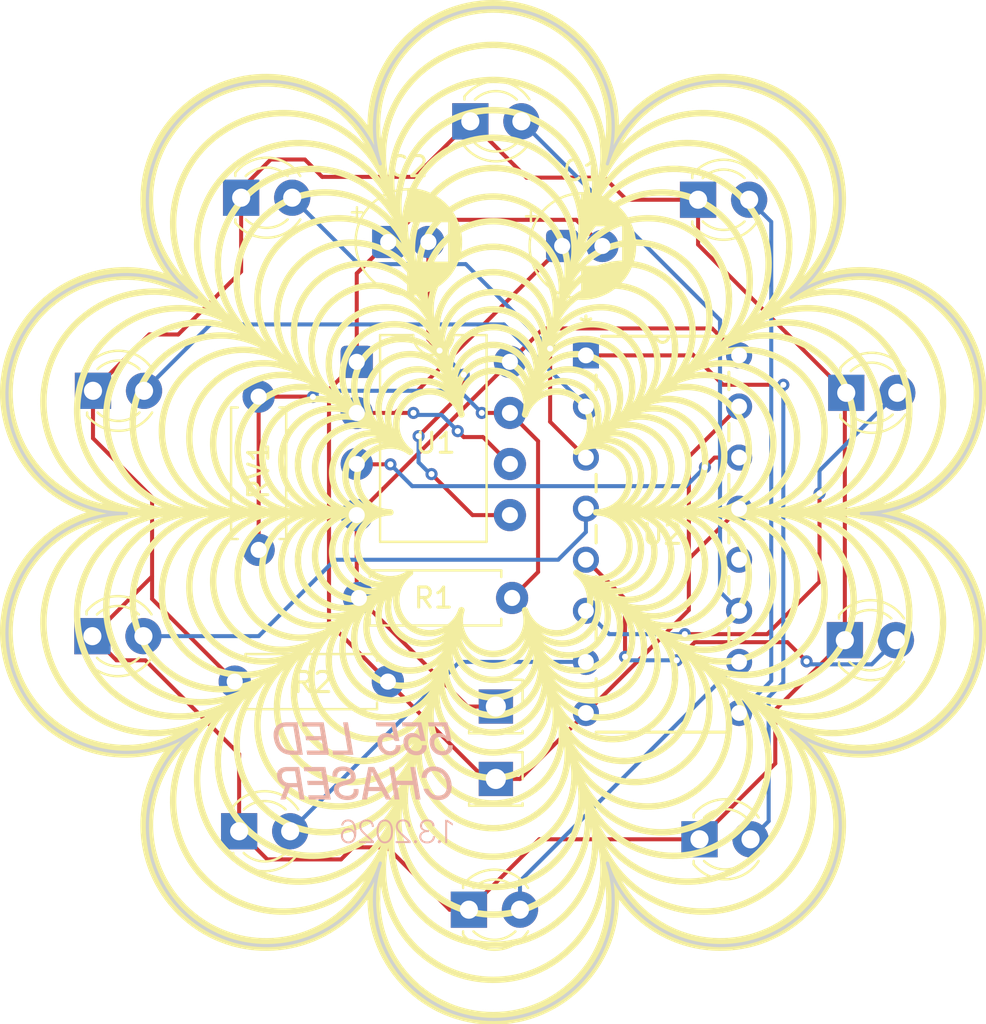
<source format=kicad_pcb>
(kicad_pcb (version 20241229) (generator "pcbnew") (generator_version "9.0")
  (layers (0 "F.Cu" signal) (2 "B.Cu" signal) (13 "F.Paste" user) (15 "B.Paste" user) (5 "F.SilkS" user "F.Silkscreen") (7 "B.SilkS" user "B.Silkscreen") (1 "F.Mask" user) (3 "B.Mask" user) (25 "Edge.Cuts" user))
  (net 0 "")
  (net 1 "TR")
  (net 2 "GND")
  (net 3 "Net-(U1-CV)")
  (net 4 "Net-(D1-K)")
  (net 5 "Net-(D1-A)")
  (net 6 "Net-(D2-A)")
  (net 7 "Net-(D3-A)")
  (net 8 "Net-(D4-A)")
  (net 9 "Net-(D5-A)")
  (net 10 "Net-(D6-A)")
  (net 11 "Net-(D7-A)")
  (net 12 "Net-(D8-A)")
  (net 13 "Net-(D9-A)")
  (net 14 "Net-(D10-A)")
  (net 15 "+5V")
  (net 16 "Net-(U1-DIS)")
  (net 17 "OUT")
  (footprint "LED_THT:LED_D3.0mm" (layer "F.Cu") (at 231.56 58.9)
    (property "Reference" "D4" (hide yes))
    (property "Value" "LED")
  )
  (footprint "LED_THT:LED_D3.0mm" (layer "F.Cu") (at 201.53 36.9)
    (property "Reference" "D10" (hide yes))
    (property "Value" "LED")
  )
  (footprint "LED_THT:LED_D3.0mm" (layer "F.Cu") (at 231.63 46.6)
    (property "Reference" "D3" (hide yes))
    (property "Value" "LED")
  )
  (footprint "Resistor_THT:R_Axial_DIN0207_L6.3mm_D2.5mm_P7.62mm_Horizontal" (layer "F.Cu") (at 207.39 56.8)
    (property "Reference" "R1")
    (property "Value" "1k")
  )
  (footprint "LED_THT:LED_D3.0mm" (layer "F.Cu") (at 224.33 68.8)
    (property "Reference" "D5" (hide yes))
    (property "Value" "LED")
  )
  (footprint "Resistor_THT:R_Axial_DIN0207_L6.3mm_D2.5mm_P7.62mm_Horizontal" (layer "F.Cu") (at 202.4 54.41 90)
    (property "Reference" "RV1")
    (property "Value" "50k")
  )
  (footprint "Connector_PinSocket_2.54mm:PinSocket_1x01_P2.54mm_Vertical" (layer "F.Cu") (at 214.2 65.8)
    (property "Reference" "H2" (hide yes))
    (property "Value" "MountingHole_Pad")
  )
  (footprint "LED_THT:LED_D3.0mm" (layer "F.Cu") (at 194.16 46.5)
    (property "Reference" "D9" (hide yes))
    (property "Value" "LED")
  )
  (footprint "LED_THT:LED_D3.0mm" (layer "F.Cu") (at 194.13 58.7)
    (property "Reference" "D8" (hide yes))
    (property "Value" "LED")
  )
  (footprint "Resistor_THT:R_Axial_DIN0207_L6.3mm_D2.5mm_P7.62mm_Horizontal" (layer "F.Cu") (at 201.21 60.96)
    (property "Reference" "R2")
    (property "Value" "470")
  )
  (footprint "Capacitor_THT:CP_Radial_D5.0mm_P2.00mm" (layer "F.Cu") (at 217.5 39.3)
    (property "Reference" "C1")
    (property "Value" "1 uF")
  )
  (footprint "Connector_PinSocket_2.54mm:PinSocket_1x01_P2.54mm_Vertical" (layer "F.Cu") (at 214.2 62.2)
    (property "Reference" "H1" (hide yes))
    (property "Value" "MountingHole_Pad")
  )
  (footprint "LED_THT:LED_D3.0mm" (layer "F.Cu") (at 201.43 68.4)
    (property "Reference" "D7" (hide yes))
    (property "Value" "LED")
  )
  (footprint "CD4017:N16" (layer "F.Cu") (at 226.3 62.52)
    (property "Reference" "U2")
    (property "Value" "4017")
  )
  (footprint "Capacitor_THT:CP_Radial_D5.0mm_P2.00mm" (layer "F.Cu") (at 208.844888 39.1)
    (property "Reference" "C2")
    (property "Value" "0.01 uF")
  )
  (footprint "Package_DIP:DIP-8_W7.62mm" (layer "F.Cu") (at 207.28 45.06)
    (property "Reference" "U1")
    (property "Value" "NE555P")
  )
  (footprint "LED_THT:LED_D3.0mm" (layer "F.Cu") (at 212.93 33.1)
    (property "Reference" "D1" (hide yes))
    (property "Value" "LED")
  )
  (footprint "LED_THT:LED_D3.0mm" (layer "F.Cu") (at 224.26 37)
    (property "Reference" "D2" (hide yes))
    (property "Value" "LED")
  )
  (footprint "LED_THT:LED_D3.0mm" (layer "F.Cu") (at 212.86 72.3)
    (property "Reference" "D6" (hide yes))
    (property "Value" "LED")
  )
  (gr_poly (pts (xy 214.260222 36.843565) (xy 214.448394 36.857893) (xy 214.633843 36.881488) (xy 214.816336 36.914115) (xy 214.995639 36.955542) (xy 215.171518 37.005534) (xy 215.343739 37.063858) (xy 215.512069 37.13028) (xy 215.676274 37.204567) (xy 215.836121 37.286484) (xy 215.991375 37.375798) (xy 216.141802 37.472276) (xy 216.287171 37.575683) (xy 216.427245 37.685786) (xy 216.561793 37.802352) (xy 216.690579 37.925146) (xy 216.813371 38.053935) (xy 216.929934 38.188485) (xy 217.040036 38.328563) (xy 217.143442 38.473935) (xy 217.239918 38.624366) (xy 217.329231 38.779625) (xy 217.411148 38.939476) (xy 217.485433 39.103686) (xy 217.551855 39.272022) (xy 217.610178 39.444249) (xy 217.66017 39.620135) (xy 217.701597 39.799445) (xy 217.734224 39.981945) (xy 217.757819 40.167403) (xy 217.772147 40.355583) (xy 217.776975 40.546254) (xy 217.774285 40.687449) (xy 217.76623 40.828275) (xy 217.752835 40.968582) (xy 217.734125 41.108224) (xy 217.710124 41.247053) (xy 217.680856 41.384922) (xy 217.646346 41.521683) (xy 217.606618 41.657189) (xy 217.595518 41.691874) (xy 217.643283 41.554157) (xy 217.696367 41.418572) (xy 217.754691 41.28527) (xy 217.818176 41.154403) (xy 217.886743 41.026124) (xy 217.960313 40.900585) (xy 218.038807 40.777938) (xy 218.122147 40.658335) (xy 218.238121 40.506923) (xy 218.360318 40.363109) (xy 218.488412 40.226944) (xy 218.622075 40.098482) (xy 218.760983 39.977772) (xy 218.904807 39.864868) (xy 219.053222 39.75982) (xy 219.205902 39.66268) (xy 219.362519 39.5735) (xy 219.522748 39.492332) (xy 219.686261 39.419227) (xy 219.852734 39.354237) (xy 220.021838 39.297413) (xy 220.193248 39.248808) (xy 220.366637 39.208473) (xy 220.541678 39.17646) (xy 220.718046 39.15282) (xy 220.895414 39.137605) (xy 221.073455 39.130867) (xy 221.251843 39.132657) (xy 221.430252 39.143027) (xy 221.608354 39.162029) (xy 221.785824 39.189715) (xy 221.962336 39.226136) (xy 222.137562 39.271343) (xy 222.311176 39.325389) (xy 222.482852 39.388325) (xy 222.652263 39.460203) (xy 222.819083 39.541074) (xy 222.982985 39.630991) (xy 223.143644 39.730005) (xy 223.300732 39.838167) (xy 223.452144 39.95414) (xy 223.595958 40.076337) (xy 223.732122 40.204431) (xy 223.860584 40.338094) (xy 223.981294 40.477001) (xy 224.094198 40.620825) (xy 224.199246 40.76924) (xy 224.296386 40.92192) (xy 224.385566 41.078537) (xy 224.466735 41.238766) (xy 224.53984 41.402279) (xy 224.60483 41.568751) (xy 224.661653 41.737856) (xy 224.710259 41.909266) (xy 224.750594 42.082655) (xy 224.782608 42.257696) (xy 224.806248 42.434064) (xy 224.821463 42.611432) (xy 224.828202 42.789474) (xy 224.826412 42.967862) (xy 224.816042 43.14627) (xy 224.79704 43.324373) (xy 224.769355 43.501843) (xy 224.732935 43.678355) (xy 224.687728 43.853581) (xy 224.633682 44.027195) (xy 224.570746 44.198871) (xy 224.498869 44.368283) (xy 224.417998 44.535103) (xy 224.328082 44.699006) (xy 224.229068 44.859665) (xy 224.120907 45.016753) (xy 224.077477 45.075321) (xy 224.032933 45.132985) (xy 223.98729 45.189729) (xy 223.940563 45.245539) (xy 223.892767 45.300399) (xy 223.843917 45.354295) (xy 223.794027 45.407211) (xy 223.743114 45.459133) (xy 223.691191 45.510046) (xy 223.638274 45.559935) (xy 223.584378 45.608785) (xy 223.529518 45.656581) (xy 223.473708 45.703307) (xy 223.416964 45.74895) (xy 223.3593 45.793494) (xy 223.300732 45.836924) (xy 223.360142 45.794654) (xy 223.420331 45.753588) (xy 223.48128 45.713735) (xy 223.542969 45.675103) (xy 223.605381 45.637704) (xy 223.668497 45.601545) (xy 223.732297 45.566637) (xy 223.796765 45.532989) (xy 223.86188 45.50061) (xy 223.927626 45.46951) (xy 223.993982 45.439699) (xy 224.06093 45.411185) (xy 224.128452 45.383978) (xy 224.196529 45.358087) (xy 224.265143 45.333523) (xy 224.334275 45.310294) (xy 224.517092 45.255971) (xy 224.700479 45.211452) (xy 224.88414 45.176588) (xy 225.067781 45.151228) (xy 225.251107 45.135222) (xy 225.433824 45.12842) (xy 225.615637 45.130673) (xy 225.796253 45.141829) (xy 225.975375 45.16174) (xy 226.152711 45.190255) (xy 226.327965 45.227223) (xy 226.500843 45.272495) (xy 226.67105 45.325921) (xy 226.838292 45.387351) (xy 227.002274 45.456634) (xy 227.162702 45.533621) (xy 227.319281 45.618161) (xy 227.471717 45.710104) (xy 227.619715 45.809301) (xy 227.762981 45.915601) (xy 227.90122 46.028855) (xy 228.034138 46.148911) (xy 228.16144 46.275621) (xy 228.282832 46.408833) (xy 228.398019 46.548399) (xy 228.506707 46.694167) (xy 228.608601 46.845988) (xy 228.703406 47.003712) (xy 228.790829 47.167189) (xy 228.870574 47.336268) (xy 228.942347 47.510799) (xy 229.005854 47.690633) (xy 229.060186 47.873459) (xy 229.104713 48.056853) (xy 229.139585 48.240522) (xy 229.164952 48.424169) (xy 229.180964 48.607502) (xy 229.187772 48.790225) (xy 229.185525 48.972044) (xy 229.174373 49.152665) (xy 229.154467 49.331792) (xy 229.125956 49.509132) (xy 229.08899 49.68439) (xy 229.043721 49.857272) (xy 228.990297 50.027482) (xy 228.928869 50.194727) (xy 228.859586 50.358712) (xy 228.7826 50.519142) (xy 228.698059 50.675724) (xy 228.606115 50.828162) (xy 228.506917 50.976162) (xy 228.400614 51.119429) (xy 228.287359 51.25767) (xy 228.167299 51.390589) (xy 228.040586 51.517892) (xy 227.907369 51.639284) (xy 227.767799 51.754472) (xy 227.622025 51.86316) (xy 227.470198 51.965054) (xy 227.312468 52.05986) (xy 227.148984 52.147283) (xy 226.979898 52.227028) (xy 226.805358 52.298802) (xy 226.625515 52.362308) (xy 226.490423 52.403378) (xy 226.354015 52.439238) (xy 226.216441 52.469864) (xy 226.077852 52.495229) (xy 225.938399 52.515307) (xy 225.798232 52.530073) (xy 225.657503 52.539501) (xy 225.516363 52.543565) (xy 225.479893 52.543766) (xy 225.625651 52.546633) (xy 225.771011 52.555214) (xy 225.915808 52.569484) (xy 226.059874 52.589416) (xy 226.203044 52.614982) (xy 226.345152 52.646156) (xy 226.486031 52.68291) (xy 226.625515 52.725219) (xy 226.805358 52.788726) (xy 226.979898 52.8605) (xy 227.148984 52.940246) (xy 227.312468 53.027669) (xy 227.470198 53.122475) (xy 227.622025 53.224369) (xy 227.767799 53.333057) (xy 227.907369 53.448245) (xy 228.040586 53.569638) (xy 228.167299 53.696941) (xy 228.287359 53.82986) (xy 228.400614 53.9681) (xy 228.506917 54.111368) (xy 228.606115 54.259368) (xy 228.698059 54.411806) (xy 228.7826 54.568387) (xy 228.859586 54.728818) (xy 228.928869 54.892803) (xy 228.990297 55.060048) (xy 229.043721 55.230258) (xy 229.08899 55.403139) (xy 229.125956 55.578398) (xy 229.154467 55.755738) (xy 229.174373 55.934865) (xy 229.185525 56.115486) (xy 229.187772 56.297305) (xy 229.180964 56.480028) (xy 229.164952 56.663361) (xy 229.139585 56.847009) (xy 229.104713 57.030678) (xy 229.060186 57.214072) (xy 229.005854 57.396899) (xy 228.942347 57.576732) (xy 228.870574 57.751263) (xy 228.790829 57.920342) (xy 228.703406 58.083818) (xy 228.608601 58.241542) (xy 228.506707 58.393363) (xy 228.398019 58.539131) (xy 228.282832 58.678696) (xy 228.16144 58.811908) (xy 228.034138 58.938618) (xy 227.90122 59.058674) (xy 227.762981 59.171927) (xy 227.619715 59.278227) (xy 227.471717 59.377424) (xy 227.319281 59.469368) (xy 227.162702 59.553908) (xy 227.002274 59.630895) (xy 226.838292 59.700178) (xy 226.67105 59.761608) (xy 226.500843 59.815034) (xy 226.327965 59.860306) (xy 226.152711 59.897274) (xy 225.975375 59.925789) (xy 225.796253 59.9457) (xy 225.615637 59.956857) (xy 225.433824 59.959109) (xy 225.251107 59.952308) (xy 225.067781 59.936303) (xy 224.88414 59.910943) (xy 224.700479 59.876079) (xy 224.517092 59.83156) (xy 224.334275 59.777238) (xy 224.200811 59.731022) (xy 224.069351 59.679829) (xy 223.940033 59.623726) (xy 223.812993 59.56278) (xy 223.688369 59.497059) (xy 223.566298 59.426629) (xy 223.446917 59.351558) (xy 223.330363 59.271912) (xy 223.300732 59.250603) (xy 223.3593 59.294034) (xy 223.416964 59.338578) (xy 223.473708 59.384221) (xy 223.529518 59.430947) (xy 223.584378 59.478744) (xy 223.638274 59.527594) (xy 223.691191 59.577483) (xy 223.743114 59.628396) (xy 223.794027 59.680319) (xy 223.843917 59.733236) (xy 223.892767 59.787132) (xy 223.940563 59.841993) (xy 223.98729 59.897802) (xy 224.032933 59.954547) (xy 224.077477 60.01221) (xy 224.120907 60.070779) (xy 224.229068 60.227867) (xy 224.328082 60.388525) (xy 224.417998 60.552428) (xy 224.498869 60.719248) (xy 224.570746 60.888659) (xy 224.633682 61.060335) (xy 224.687728 61.233949) (xy 224.732935 61.409175) (xy 224.769355 61.585687) (xy 224.79704 61.763157) (xy 224.816042 61.94126) (xy 224.826412 62.119668) (xy 224.828202 62.298057) (xy 224.821463 62.476098) (xy 224.806248 62.653466) (xy 224.782608 62.829834) (xy 224.750594 63.004876) (xy 224.710259 63.178265) (xy 224.661653 63.349675) (xy 224.60483 63.51878) (xy 224.53984 63.685252) (xy 224.466735 63.848766) (xy 224.385566 64.008995) (xy 224.296386 64.165612) (xy 224.199246 64.318292) (xy 224.094198 64.466707) (xy 223.981294 64.610532) (xy 223.860584 64.749439) (xy 223.732122 64.883103) (xy 223.595958 65.011197) (xy 223.452144 65.133394) (xy 223.300732 65.249367) (xy 223.143644 65.357529) (xy 222.982985 65.456542) (xy 222.819083 65.546459) (xy 222.652263 65.62733) (xy 222.482852 65.699208) (xy 222.311176 65.762144) (xy 222.137562 65.816189) (xy 221.962336 65.861397) (xy 221.785824 65.897817) (xy 221.608354 65.925503) (xy 221.430252 65.944505) (xy 221.251843 65.954875) (xy 221.073455 65.956665) (xy 220.895414 65.949927) (xy 220.718046 65.934712) (xy 220.541678 65.911072) (xy 220.366637 65.879058) (xy 220.193248 65.838723) (xy 220.021838 65.790118) (xy 219.852734 65.733295) (xy 219.686261 65.668305) (xy 219.522748 65.595199) (xy 219.362519 65.514031) (xy 219.205902 65.424851) (xy 219.053222 65.327711) (xy 218.904807 65.222662) (xy 218.760983 65.109758) (xy 218.622075 64.989048) (xy 218.488412 64.860585) (xy 218.360318 64.72442) (xy 218.238121 64.580605) (xy 218.122147 64.429192) (xy 218.081178 64.371646) (xy 218.041338 64.313368) (xy 218.002635 64.254377) (xy 217.965077 64.194688) (xy 217.928675 64.13432) (xy 217.893437 64.073288) (xy 217.859371 64.011611) (xy 217.826487 63.949304) (xy 217.794793 63.886385) (xy 217.764299 63.822871) (xy 217.735013 63.758779) (xy 217.706944 63.694126) (xy 217.680101 63.628929) (xy 217.654493 63.563204) (xy 217.630128 63.49697) (xy 217.607017 63.430242) (xy 217.595518 63.395663) (xy 217.637829 63.535148) (xy 217.674585 63.676034) (xy 217.70576 63.818152) (xy 217.731326 63.961332) (xy 217.751258 64.105404) (xy 217.765527 64.2502) (xy 217.774109 64.395548) (xy 217.776975 64.54128) (xy 217.772147 64.73195) (xy 217.757819 64.92013) (xy 217.734224 65.105587) (xy 217.701597 65.288087) (xy 217.66017 65.467397) (xy 217.610178 65.643282) (xy 217.551855 65.815509) (xy 217.485433 65.983844) (xy 217.411148 66.148054) (xy 217.329231 66.307905) (xy 217.239918 66.463163) (xy 217.143442 66.613594) (xy 217.040036 66.758966) (xy 216.929934 66.899043) (xy 216.813371 67.033594) (xy 216.690579 67.162382) (xy 216.561793 67.285176) (xy 216.427245 67.401742) (xy 216.287171 67.511845) (xy 216.141802 67.615252) (xy 215.991375 67.71173) (xy 215.836121 67.801044) (xy 215.676274 67.882961) (xy 215.512069 67.957247) (xy 215.343739 68.023669) (xy 215.171518 68.081993) (xy 214.995639 68.131985) (xy 214.816336 68.173412) (xy 214.633843 68.20604) (xy 214.448394 68.229634) (xy 214.260222 68.243963) (xy 214.069561 68.248791) (xy 213.8789 68.243963) (xy 213.690728 68.229634) (xy 213.505278 68.20604) (xy 213.322785 68.173412) (xy 213.143483 68.131985) (xy 212.967604 68.081993) (xy 212.795382 68.023669) (xy 212.627052 67.957247) (xy 212.462847 67.882961) (xy 212.303 67.801044) (xy 212.147746 67.71173) (xy 211.997318 67.615252) (xy 211.85195 67.511845) (xy 211.711875 67.401742) (xy 211.577327 67.285176) (xy 211.448541 67.162382) (xy 211.325749 67.033594) (xy 211.209185 66.899043) (xy 211.099083 66.758966) (xy 210.995677 66.613594) (xy 210.899201 66.463163) (xy 210.809887 66.307905) (xy 210.727971 66.148054) (xy 210.653685 65.983844) (xy 210.587263 65.815509) (xy 210.528939 65.643282) (xy 210.478947 65.467397) (xy 210.437521 65.288087) (xy 210.404893 65.105587) (xy 210.381298 64.92013) (xy 210.36697 64.73195) (xy 210.362142 64.54128) (xy 210.364833 64.400084) (xy 210.372888 64.259259) (xy 210.386283 64.118951) (xy 210.404994 63.979308) (xy 210.428996 63.840479) (xy 210.458263 63.702609) (xy 210.492773 63.565846) (xy 210.532499 63.430338) (xy 210.543604 63.395663) (xy 210.495838 63.533376) (xy 210.442754 63.668959) (xy 210.384429 63.802259) (xy 210.320943 63.933125) (xy 210.252376 64.061403) (xy 210.178805 64.186942) (xy 210.10031 64.309589) (xy 210.01697 64.429192) (xy 209.900996 64.580605) (xy 209.7788 64.72442) (xy 209.650707 64.860585) (xy 209.517043 64.989048) (xy 209.378136 65.109758) (xy 209.234312 65.222662) (xy 209.085897 65.327711) (xy 208.933218 65.424851) (xy 208.7766 65.514031) (xy 208.616372 65.595199) (xy 208.452858 65.668305) (xy 208.286386 65.733295) (xy 208.117281 65.790118) (xy 207.945872 65.838723) (xy 207.772482 65.879058) (xy 207.597441 65.911072) (xy 207.421073 65.934712) (xy 207.243705 65.949927) (xy 207.065663 65.956665) (xy 206.887275 65.954875) (xy 206.708867 65.944505) (xy 206.530764 65.925503) (xy 206.353294 65.897817) (xy 206.176782 65.861397) (xy 206.001556 65.816189) (xy 205.827942 65.762144) (xy 205.656266 65.699208) (xy 205.486855 65.62733) (xy 205.320035 65.546459) (xy 205.156132 65.456542) (xy 204.995474 65.357529) (xy 204.838386 65.249367) (xy 204.686974 65.133394) (xy 204.54316 65.011197) (xy 204.406996 64.883103) (xy 204.278533 64.749439) (xy 204.157824 64.610532) (xy 204.044919 64.466707) (xy 203.939871 64.318292) (xy 203.842731 64.165612) (xy 203.753551 64.008995) (xy 203.672383 63.848766) (xy 203.599278 63.685252) (xy 203.534288 63.51878) (xy 203.477464 63.349675) (xy 203.428859 63.178265) (xy 203.388524 63.004876) (xy 203.356511 62.829834) (xy 203.332871 62.653466) (xy 203.317655 62.476098) (xy 203.310917 62.298057) (xy 203.312707 62.119668) (xy 203.323078 61.94126) (xy 203.34208 61.763157) (xy 203.369765 61.585687) (xy 203.406186 61.409175) (xy 203.451393 61.233949) (xy 203.505439 61.060335) (xy 203.568375 60.888659) (xy 203.640253 60.719248) (xy 203.721125 60.552428) (xy 203.811041 60.388525) (xy 203.910055 60.227867) (xy 204.018217 60.070779) (xy 204.060275 60.01404) (xy 204.103378 59.95815) (xy 204.147513 59.90312) (xy 204.192666 59.848964) (xy 204.238825 59.795696) (xy 204.285976 59.743329) (xy 204.334104 59.691877) (xy 204.383198 59.641354) (xy 204.433242 59.591772) (xy 204.484224 59.543146) (xy 204.53613 59.495489) (xy 204.588947 59.448814) (xy 204.642661 59.403135) (xy 204.697259 59.358466) (xy 204.752727 59.31482) (xy 204.809052 59.27221) (xy 204.838386 59.250603) (xy 204.778975 59.292873) (xy 204.718787 59.33394) (xy 204.657839 59.373793) (xy 204.59615 59.412425) (xy 204.533738 59.449825) (xy 204.470623 59.485984) (xy 204.406822 59.520892) (xy 204.342355 59.554541) (xy 204.27724 59.58692) (xy 204.211495 59.61802) (xy 204.145139 59.647832) (xy 204.078192 59.676347) (xy 204.01067 59.703554) (xy 203.942593 59.729444) (xy 203.87398 59.754009) (xy 203.804849 59.777238) (xy 203.622032 59.83156) (xy 203.438645 59.876079) (xy 203.254984 59.910943) (xy 203.071344 59.936303) (xy 202.888017 59.952308) (xy 202.7053 59.959109) (xy 202.523487 59.956857) (xy 202.342871 59.9457) (xy 202.163749 59.925789) (xy 201.986413 59.897274) (xy 201.811159 59.860306) (xy 201.638282 59.815034) (xy 201.468074 59.761608) (xy 201.300833 59.700178) (xy 201.13685 59.630895) (xy 200.976422 59.553908) (xy 200.819843 59.469368) (xy 200.667407 59.377424) (xy 200.519409 59.278227) (xy 200.376143 59.171927) (xy 200.237904 59.058674) (xy 200.104986 58.938618) (xy 199.977684 58.811908) (xy 199.856292 58.678696) (xy 199.741105 58.539131) (xy 199.632417 58.393363) (xy 199.530524 58.241542) (xy 199.435718 58.083818) (xy 199.348296 57.920342) (xy 199.26855 57.751263) (xy 199.196777 57.576732) (xy 199.13327 57.396899) (xy 199.078938 57.214072) (xy 199.03441 57.030678) (xy 198.999538 56.847009) (xy 198.974171 56.663361) (xy 198.958158 56.480028) (xy 198.95135 56.297305) (xy 198.953597 56.115486) (xy 198.964749 55.934865) (xy 198.984655 55.755738) (xy 199.013166 55.578398) (xy 199.050131 55.403139) (xy 199.095401 55.230258) (xy 199.148825 55.060048) (xy 199.210253 54.892803) (xy 199.279535 54.728818) (xy 199.356521 54.568387) (xy 199.441062 54.411806) (xy 199.533006 54.259368) (xy 199.632204 54.111368) (xy 199.738506 53.9681) (xy 199.851762 53.82986) (xy 199.971822 53.696941) (xy 200.098535 53.569638) (xy 200.231752 53.448245) (xy 200.371322 53.333057) (xy 200.517095 53.224369) (xy 200.668922 53.122475) (xy 200.826653 53.027669) (xy 200.990136 52.940246) (xy 201.159222 52.8605) (xy 201.333762 52.788726) (xy 201.513605 52.725219) (xy 201.648696 52.68415) (xy 201.785105 52.64829) (xy 201.922679 52.617666) (xy 202.061269 52.592302) (xy 202.200722 52.572224) (xy 202.340889 52.557458) (xy 202.481618 52.548029) (xy 202.622757 52.543963) (xy 202.659227 52.543766) (xy 202.513467 52.5409) (xy 202.368106 52.532318) (xy 202.223309 52.518049) (xy 202.079242 52.498117) (xy 201.936072 52.472551) (xy 201.793965 52.441376) (xy 201.653087 52.40462) (xy 201.513605 52.362308) (xy 201.333762 52.298802) (xy 201.159222 52.227028) (xy 200.990136 52.147283) (xy 200.826653 52.05986) (xy 200.668922 51.965054) (xy 200.517095 51.86316) (xy 200.371322 51.754472) (xy 200.231752 51.639284) (xy 200.098535 51.517892) (xy 199.971822 51.390589) (xy 199.851762 51.25767) (xy 199.738506 51.119429) (xy 199.632204 50.976162) (xy 199.533006 50.828162) (xy 199.441062 50.675724) (xy 199.356521 50.519142) (xy 199.279535 50.358712) (xy 199.210253 50.194727) (xy 199.148825 50.027482) (xy 199.095401 49.857272) (xy 199.050131 49.68439) (xy 199.013166 49.509132) (xy 198.984655 49.331792) (xy 198.964749 49.152665) (xy 198.953597 48.972044) (xy 198.95135 48.790225) (xy 198.958158 48.607502) (xy 198.974171 48.424169) (xy 198.999538 48.240522) (xy 199.03441 48.056853) (xy 199.078938 47.873459) (xy 199.13327 47.690633) (xy 199.196777 47.510799) (xy 199.26855 47.336268) (xy 199.348296 47.167189) (xy 199.435718 47.003712) (xy 199.530524 46.845988) (xy 199.632417 46.694167) (xy 199.741105 46.548399) (xy 199.856292 46.408833) (xy 199.977684 46.275621) (xy 200.104986 46.148911) (xy 200.237904 46.028855) (xy 200.376143 45.915601) (xy 200.519409 45.809301) (xy 200.667407 45.710104) (xy 200.819843 45.618161) (xy 200.976422 45.533621) (xy 201.13685 45.456634) (xy 201.300833 45.387351) (xy 201.468074 45.325921) (xy 201.638282 45.272495) (xy 201.811159 45.227223) (xy 201.986413 45.190255) (xy 202.163749 45.16174) (xy 202.342871 45.141829) (xy 202.523487 45.130673) (xy 202.7053 45.12842) (xy 202.888017 45.135222) (xy 203.071344 45.151228) (xy 203.254984 45.176588) (xy 203.438645 45.211452) (xy 203.622032 45.255971) (xy 203.804849 45.310294) (xy 203.938312 45.35651) (xy 204.06977 45.407703) (xy 204.199087 45.463806) (xy 204.326126 45.524751) (xy 204.450749 45.590472) (xy 204.572819 45.660901) (xy 204.6922 45.735971) (xy 204.808755 45.815615) (xy 204.838386 45.836924) (xy 204.779818 45.793494) (xy 204.722155 45.74895) (xy 204.665411 45.703307) (xy 204.609601 45.656581) (xy 204.554741 45.608785) (xy 204.500845 45.559935) (xy 204.447928 45.510046) (xy 204.396006 45.459133) (xy 204.345093 45.407211) (xy 204.295204 45.354295) (xy 204.246354 45.300399) (xy 204.198559 45.245539) (xy 204.151832 45.189729) (xy 204.10619 45.132985) (xy 204.061647 45.075321) (xy 204.018217 45.016753) (xy 203.910055 44.859665) (xy 203.811041 44.699006) (xy 203.721125 44.535103) (xy 203.640253 44.368283) (xy 203.568375 44.198871) (xy 203.505439 44.027195) (xy 203.451393 43.853581) (xy 203.406186 43.678355) (xy 203.369765 43.501843) (xy 203.34208 43.324373) (xy 203.323078 43.14627) (xy 203.312707 42.967862) (xy 203.310917 42.789474) (xy 203.317655 42.611432) (xy 203.332871 42.434064) (xy 203.356511 42.257696) (xy 203.388524 42.082655) (xy 203.428859 41.909266) (xy 203.477464 41.737856) (xy 203.534288 41.568751) (xy 203.599278 41.402279) (xy 203.672383 41.238766) (xy 203.753551 41.078537) (xy 203.842731 40.92192) (xy 203.939871 40.76924) (xy 204.044919 40.620825) (xy 204.157824 40.477001) (xy 204.278533 40.338094) (xy 204.406996 40.204431) (xy 204.54316 40.076337) (xy 204.686974 39.95414) (xy 204.838386 39.838167) (xy 204.995474 39.730005) (xy 205.156132 39.630991) (xy 205.320035 39.541074) (xy 205.486855 39.460203) (xy 205.656266 39.388325) (xy 205.827942 39.325389) (xy 206.001556 39.271343) (xy 206.176782 39.226136) (xy 206.353294 39.189715) (xy 206.530764 39.162029) (xy 206.708867 39.143027) (xy 206.887275 39.132657) (xy 207.065663 39.130867) (xy 207.243705 39.137605) (xy 207.421073 39.15282) (xy 207.597441 39.17646) (xy 207.772482 39.208473) (xy 207.945872 39.248808) (xy 208.117281 39.297413) (xy 208.286386 39.354237) (xy 208.452858 39.419227) (xy 208.616372 39.492332) (xy 208.7766 39.5735) (xy 208.933218 39.66268) (xy 209.085897 39.75982) (xy 209.234312 39.864868) (xy 209.378136 39.977772) (xy 209.517043 40.098482) (xy 209.650707 40.226944) (xy 209.7788 40.363109) (xy 209.900996 40.506923) (xy 210.01697 40.658335) (xy 210.05794 40.715882) (xy 210.097781 40.77416) (xy 210.136484 40.833151) (xy 210.174042 40.89284) (xy 210.210444 40.953209) (xy 210.245683 41.014241) (xy 210.279749 41.075919) (xy 210.312633 41.138225) (xy 210.344326 41.201144) (xy 210.374821 41.264658) (xy 210.404107 41.32875) (xy 210.432176 41.393403) (xy 210.459019 41.4586) (xy 210.484628 41.524324) (xy 210.508993 41.590558) (xy 210.532105 41.657285) (xy 210.543604 41.691874) (xy 210.501293 41.552386) (xy 210.464536 41.411497) (xy 210.43336 41.269378) (xy 210.407793 41.126198) (xy 210.387861 40.982126) (xy 210.373591 40.837332) (xy 210.365009 40.691985) (xy 210.362142 40.546254) (xy 210.36697 40.355583) (xy 210.381298 40.167403) (xy 210.404893 39.981945) (xy 210.437521 39.799445) (xy 210.478947 39.620135) (xy 210.528939 39.444249) (xy 210.587263 39.272022) (xy 210.653685 39.103686) (xy 210.727971 38.939476) (xy 210.809887 38.779625) (xy 210.899201 38.624366) (xy 210.995677 38.473935) (xy 211.099083 38.328563) (xy 211.209185 38.188485) (xy 211.325749 38.053935) (xy 211.448541 37.925146) (xy 211.577327 37.802352) (xy 211.711875 37.685786) (xy 211.85195 37.575683) (xy 211.997318 37.472276) (xy 212.147746 37.375798) (xy 212.303 37.286484) (xy 212.462847 37.204567) (xy 212.627052 37.13028) (xy 212.795382 37.063858) (xy 212.967604 37.005534) (xy 213.143483 36.955542) (xy 213.322785 36.914115) (xy 213.505278 36.881488) (xy 213.690728 36.857893) (xy 213.8789 36.843565) (xy 214.069561 36.838737)) (stroke (width 0.317127) (color 255 255 255 1)) (fill no) (layer "F.SilkS"))
  (gr_poly (pts (xy 214.214502 40.605802) (xy 214.357582 40.616697) (xy 214.498592 40.634637) (xy 214.637353 40.659446) (xy 214.773689 40.690946) (xy 214.907422 40.728958) (xy 215.038373 40.773306) (xy 215.166366 40.823811) (xy 215.291222 40.880296) (xy 215.412764 40.942583) (xy 215.530814 41.010494) (xy 215.645195 41.083853) (xy 215.755728 41.16248) (xy 215.862236 41.246199) (xy 215.964541 41.334831) (xy 216.062466 41.4282) (xy 216.155833 41.526127) (xy 216.244464 41.628434) (xy 216.328181 41.734945) (xy 216.406807 41.845481) (xy 216.480165 41.959864) (xy 216.548075 42.077917) (xy 216.610362 42.199463) (xy 216.666846 42.324323) (xy 216.717351 42.45232) (xy 216.761698 42.583276) (xy 216.79971 42.717014) (xy 216.83121 42.853355) (xy 216.856018 42.992122) (xy 216.873959 43.133138) (xy 216.884854 43.276225) (xy 216.888525 43.421204) (xy 216.886479 43.528566) (xy 216.880354 43.635645) (xy 216.87017 43.742331) (xy 216.855943 43.84851) (xy 216.837694 43.954071) (xy 216.815441 44.058902) (xy 216.789202 44.162891) (xy 216.758996 44.265925) (xy 216.750555 44.292297) (xy 216.786874 44.187582) (xy 216.827238 44.084489) (xy 216.871586 43.983131) (xy 216.919859 43.883626) (xy 216.971995 43.786087) (xy 217.027935 43.690632) (xy 217.08762 43.597374) (xy 217.150988 43.506431) (xy 217.23917 43.391302) (xy 217.332084 43.28195) (xy 217.429482 43.178415) (xy 217.531115 43.080736) (xy 217.636736 42.988952) (xy 217.746095 42.903103) (xy 217.858945 42.823228) (xy 217.975038 42.749366) (xy 218.094124 42.681557) (xy 218.215957 42.619839) (xy 218.340288 42.564252) (xy 218.466868 42.514836) (xy 218.595449 42.471629) (xy 218.725784 42.434672) (xy 218.857624 42.404002) (xy 218.99072 42.37966) (xy 219.124825 42.361685) (xy 219.25969 42.350116) (xy 219.395067 42.344993) (xy 219.530708 42.346354) (xy 219.666364 42.35424) (xy 219.801788 42.368688) (xy 219.936731 42.389739) (xy 220.070945 42.417432) (xy 220.204181 42.451807) (xy 220.336192 42.492902) (xy 220.466729 42.540756) (xy 220.595544 42.59541) (xy 220.722389 42.656902) (xy 220.847016 42.725271) (xy 220.969176 42.800558) (xy 221.088621 42.882801) (xy 221.203749 42.970984) (xy 221.3131 43.063898) (xy 221.416634 43.161296) (xy 221.514313 43.26293) (xy 221.606096 43.36855) (xy 221.691945 43.47791) (xy 221.77182 43.59076) (xy 221.845682 43.706853) (xy 221.913491 43.825939) (xy 221.975209 43.947772) (xy 222.030795 44.072103) (xy 222.080212 44.198683) (xy 222.123419 44.327264) (xy 222.160376 44.457599) (xy 222.191046 44.589439) (xy 222.215388 44.722535) (xy 222.233364 44.85664) (xy 222.244933 44.991504) (xy 222.250057 45.126881) (xy 222.248696 45.262522) (xy 222.240811 45.398178) (xy 222.226363 45.533602) (xy 222.205312 45.668545) (xy 222.17762 45.802758) (xy 222.143246 45.935995) (xy 222.102152 46.068006) (xy 222.054298 46.198543) (xy 221.999644 46.327358) (xy 221.938153 46.454203) (xy 221.869784 46.578829) (xy 221.794498 46.700989) (xy 221.712255 46.820434) (xy 221.679231 46.864967) (xy 221.64536 46.908812) (xy 221.610654 46.951958) (xy 221.575124 46.994394) (xy 221.538782 47.036108) (xy 221.501637 47.077089) (xy 221.463703 47.117325) (xy 221.424991 47.156805) (xy 221.385511 47.195517) (xy 221.345275 47.233451) (xy 221.304294 47.270595) (xy 221.262581 47.306937) (xy 221.220145 47.342467) (xy 221.176999 47.377172) (xy 221.133154 47.411041) (xy 221.088621 47.444064) (xy 221.133794 47.411924) (xy 221.17956 47.380698) (xy 221.225902 47.350396) (xy 221.272809 47.321022) (xy 221.320264 47.292585) (xy 221.368255 47.265091) (xy 221.416766 47.238549) (xy 221.465785 47.212964) (xy 221.515296 47.188344) (xy 221.565286 47.164697) (xy 221.61574 47.142029) (xy 221.666645 47.120348) (xy 221.717986 47.099661) (xy 221.76975 47.079975) (xy 221.821921 47.061297) (xy 221.874486 47.043635) (xy 222.013495 47.002329) (xy 222.152936 46.968478) (xy 222.292585 46.941968) (xy 222.43222 46.922685) (xy 222.571615 46.910514) (xy 222.710547 46.905342) (xy 222.848792 46.907055) (xy 222.986126 46.915538) (xy 223.122325 46.930677) (xy 223.257166 46.952359) (xy 223.390423 46.980468) (xy 223.521874 47.014891) (xy 223.651294 47.055515) (xy 223.778459 47.102224) (xy 223.903146 47.154904) (xy 224.02513 47.213442) (xy 224.144188 47.277724) (xy 224.260095 47.347634) (xy 224.372629 47.42306) (xy 224.481564 47.503888) (xy 224.586677 47.590002) (xy 224.687743 47.681289) (xy 224.78454 47.777634) (xy 224.876843 47.878925) (xy 224.964427 47.985046) (xy 225.04707 48.095883) (xy 225.124548 48.211323) (xy 225.196635 48.331251) (xy 225.263109 48.455553) (xy 225.323745 48.584116) (xy 225.37832 48.716824) (xy 225.426609 48.853564) (xy 225.467922 48.992579) (xy 225.501779 49.132026) (xy 225.528294 49.271681) (xy 225.547583 49.411321) (xy 225.559758 49.550722) (xy 225.564934 49.689659) (xy 225.563226 49.827908) (xy 225.554746 49.965246) (xy 225.53961 50.101449) (xy 225.517931 50.236293) (xy 225.489824 50.369554) (xy 225.455402 50.501007) (xy 225.41478 50.63043) (xy 225.368072 50.757598) (xy 225.315392 50.882287) (xy 225.256854 51.004273) (xy 225.192572 51.123333) (xy 225.12266 51.239242) (xy 225.047232 51.351776) (xy 224.966403 51.460712) (xy 224.880287 51.565826) (xy 224.788997 51.666893) (xy 224.692648 51.763691) (xy 224.591354 51.855994) (xy 224.485229 51.943579) (xy 224.374387 52.026222) (xy 224.258943 52.103699) (xy 224.139009 52.175787) (xy 224.014701 52.24226) (xy 223.886133 52.302896) (xy 223.753418 52.357471) (xy 223.616671 52.405759) (xy 223.513952 52.436989) (xy 223.410232 52.464257) (xy 223.305626 52.487543) (xy 223.200247 52.506828) (xy 223.094212 52.522094) (xy 222.987635 52.533322) (xy 222.880631 52.540491) (xy 222.773315 52.543583) (xy 222.745583 52.543734) (xy 222.856414 52.545913) (xy 222.966941 52.552438) (xy 223.07704 52.563288) (xy 223.186583 52.578443) (xy 223.295443 52.597883) (xy 223.403496 52.621586) (xy 223.510614 52.649533) (xy 223.616671 52.681704) (xy 223.753418 52.729993) (xy 223.886133 52.784568) (xy 224.014701 52.845204) (xy 224.139009 52.911678) (xy 224.258943 52.983766) (xy 224.374387 53.061243) (xy 224.485229 53.143886) (xy 224.591354 53.231471) (xy 224.692648 53.323775) (xy 224.788997 53.420572) (xy 224.880287 53.521639) (xy 224.966403 53.626753) (xy 225.047232 53.735689) (xy 225.12266 53.848224) (xy 225.192572 53.964132) (xy 225.256854 54.083192) (xy 225.315392 54.205178) (xy 225.368072 54.329867) (xy 225.41478 54.457035) (xy 225.455402 54.586457) (xy 225.489824 54.717911) (xy 225.517931 54.851171) (xy 225.53961 54.986015) (xy 225.554746 55.122218) (xy 225.563226 55.259556) (xy 225.564934 55.397805) (xy 225.559758 55.536742) (xy 225.547583 55.676142) (xy 225.528294 55.815782) (xy 225.501779 55.955437) (xy 225.467922 56.094885) (xy 225.426609 56.2339) (xy 225.37832 56.37064) (xy 225.323745 56.503348) (xy 225.263109 56.63191) (xy 225.196635 56.756212) (xy 225.124548 56.87614) (xy 225.04707 56.99158) (xy 224.964427 57.102418) (xy 224.876843 57.208539) (xy 224.78454 57.30983) (xy 224.687743 57.406176) (xy 224.586677 57.497463) (xy 224.481564 57.583577) (xy 224.372629 57.664404) (xy 224.260095 57.739831) (xy 224.144188 57.809742) (xy 224.02513 57.874023) (xy 223.903146 57.932562) (xy 223.778459 57.985242) (xy 223.651294 58.031952) (xy 223.521874 58.072575) (xy 223.390423 58.106999) (xy 223.257166 58.135108) (xy 223.122325 58.15679) (xy 222.986126 58.171929) (xy 222.848792 58.180412) (xy 222.710547 58.182125) (xy 222.571615 58.176953) (xy 222.43222 58.164783) (xy 222.292585 58.1455) (xy 222.152936 58.11899) (xy 222.013495 58.085139) (xy 221.874486 58.043833) (xy 221.773005 58.008693) (xy 221.673048 57.969768) (xy 221.57472 57.927109) (xy 221.478124 57.880767) (xy 221.383365 57.830794) (xy 221.290547 57.777241) (xy 221.199773 57.720159) (xy 221.111147 57.6596) (xy 221.088621 57.6434) (xy 221.133154 57.676423) (xy 221.176999 57.710293) (xy 221.220145 57.744998) (xy 221.262581 57.780528) (xy 221.304294 57.81687) (xy 221.345275 57.854014) (xy 221.385511 57.891948) (xy 221.424991 57.93066) (xy 221.463703 57.97014) (xy 221.501637 58.010376) (xy 221.538782 58.051356) (xy 221.575124 58.09307) (xy 221.610654 58.135505) (xy 221.64536 58.178651) (xy 221.679231 58.222496) (xy 221.712255 58.267029) (xy 221.794498 58.386475) (xy 221.869784 58.508635) (xy 221.938153 58.633262) (xy 221.999644 58.760107) (xy 222.054298 58.888922) (xy 222.102152 59.01946) (xy 222.143246 59.151471) (xy 222.17762 59.284707) (xy 222.205312 59.418921) (xy 222.226363 59.553864) (xy 222.240811 59.689288) (xy 222.248696 59.824945) (xy 222.250057 59.960585) (xy 222.244933 60.095963) (xy 222.233364 60.230828) (xy 222.215388 60.364932) (xy 222.191046 60.498029) (xy 222.160376 60.629868) (xy 222.123419 60.760203) (xy 222.080212 60.888785) (xy 222.030795 61.015365) (xy 221.975209 61.139695) (xy 221.913491 61.261528) (xy 221.845682 61.380615) (xy 221.77182 61.496708) (xy 221.691945 61.609558) (xy 221.606096 61.718917) (xy 221.514313 61.824538) (xy 221.416634 61.926171) (xy 221.3131 62.02357) (xy 221.203749 62.116484) (xy 221.088621 62.204667) (xy 220.969176 62.28691) (xy 220.847016 62.362196) (xy 220.722389 62.430566) (xy 220.595544 62.492058) (xy 220.466729 62.546711) (xy 220.336192 62.594566) (xy 220.204181 62.635661) (xy 220.070945 62.670035) (xy 219.936731 62.697728) (xy 219.801788 62.718779) (xy 219.666364 62.733227) (xy 219.530708 62.741112) (xy 219.395067 62.742473) (xy 219.25969 62.73735) (xy 219.124825 62.72578) (xy 218.99072 62.707805) (xy 218.857624 62.683463) (xy 218.725784 62.652793) (xy 218.595449 62.615836) (xy 218.466868 62.572629) (xy 218.340288 62.523212) (xy 218.215957 62.467626) (xy 218.094124 62.405908) (xy 217.975038 62.338098) (xy 217.858945 62.264236) (xy 217.746095 62.18436) (xy 217.636736 62.098511) (xy 217.531115 62.006728) (xy 217.429482 61.909048) (xy 217.332084 61.805513) (xy 217.23917 61.696162) (xy 217.150988 61.581033) (xy 217.119837 61.537276) (xy 217.089543 61.492964) (xy 217.060115 61.448109) (xy 217.031558 61.402724) (xy 217.003879 61.356822) (xy 216.977085 61.310416) (xy 216.951182 61.263518) (xy 216.926178 61.216143) (xy 216.902079 61.168302) (xy 216.878892 61.120008) (xy 216.856623 61.071275) (xy 216.83528 61.022116) (xy 216.814868 60.972542) (xy 216.795395 60.922568) (xy 216.776868 60.872207) (xy 216.759293 60.82147) (xy 216.750555 60.795167) (xy 216.782727 60.901228) (xy 216.810674 61.008355) (xy 216.834378 61.116417) (xy 216.853817 61.225287) (xy 216.868971 61.334836) (xy 216.879821 61.444934) (xy 216.886345 61.555453) (xy 216.888525 61.666264) (xy 216.884854 61.811243) (xy 216.873959 61.954329) (xy 216.856018 62.095345) (xy 216.83121 62.234112) (xy 216.79971 62.370453) (xy 216.761698 62.504191) (xy 216.717351 62.635146) (xy 216.666846 62.763143) (xy 216.610362 62.888003) (xy 216.548075 63.009548) (xy 216.480165 63.127601) (xy 216.406807 63.241985) (xy 216.328181 63.35252) (xy 216.244464 63.459031) (xy 216.155833 63.561338) (xy 216.062466 63.659265) (xy 215.964541 63.752633) (xy 215.862236 63.841265) (xy 215.755728 63.924984) (xy 215.645195 64.003611) (xy 215.530814 64.07697) (xy 215.412764 64.144881) (xy 215.291222 64.207168) (xy 215.166366 64.263653) (xy 215.038373 64.314158) (xy 214.907422 64.358505) (xy 214.773689 64.396518) (xy 214.637353 64.428017) (xy 214.498592 64.452826) (xy 214.357582 64.470767) (xy 214.214502 64.481661) (xy 214.069529 64.485332) (xy 213.924556 64.481661) (xy 213.781475 64.470767) (xy 213.640465 64.452826) (xy 213.501703 64.428017) (xy 213.365367 64.396518) (xy 213.231634 64.358505) (xy 213.100682 64.314158) (xy 212.972689 64.263653) (xy 212.847833 64.207168) (xy 212.726291 64.144881) (xy 212.60824 64.07697) (xy 212.49386 64.003611) (xy 212.383326 63.924984) (xy 212.276818 63.841265) (xy 212.174513 63.752633) (xy 212.076588 63.659265) (xy 211.983221 63.561338) (xy 211.89459 63.459031) (xy 211.810872 63.35252) (xy 211.732246 63.241985) (xy 211.658889 63.127601) (xy 211.590978 63.009548) (xy 211.528691 62.888003) (xy 211.472207 62.763143) (xy 211.421702 62.635146) (xy 211.377355 62.504191) (xy 211.339343 62.370453) (xy 211.307844 62.234112) (xy 211.283035 62.095345) (xy 211.265094 61.954329) (xy 211.2542 61.811243) (xy 211.250529 61.666264) (xy 211.252574 61.558902) (xy 211.258699 61.451822) (xy 211.268884 61.345135) (xy 211.283111 61.238955) (xy 211.30136 61.133392) (xy 211.323615 61.02856) (xy 211.349855 60.92457) (xy 211.380062 60.821534) (xy 211.388499 60.795167) (xy 211.352181 60.899881) (xy 211.311818 61.002975) (xy 211.267471 61.104333) (xy 211.219199 61.203839) (xy 211.167063 61.301378) (xy 211.111122 61.396834) (xy 211.051438 61.49009) (xy 210.98807 61.581033) (xy 210.899887 61.696162) (xy 210.806972 61.805513) (xy 210.709573 61.909048) (xy 210.60794 62.006728) (xy 210.502319 62.098511) (xy 210.392959 62.18436) (xy 210.280109 62.264236) (xy 210.164016 62.338098) (xy 210.044929 62.405908) (xy 209.923097 62.467626) (xy 209.798766 62.523212) (xy 209.672186 62.572629) (xy 209.543604 62.615836) (xy 209.41327 62.652793) (xy 209.28143 62.683463) (xy 209.148334 62.707805) (xy 209.01423 62.72578) (xy 208.879365 62.73735) (xy 208.743988 62.742473) (xy 208.608348 62.741112) (xy 208.472691 62.733227) (xy 208.337268 62.718779) (xy 208.202325 62.697728) (xy 208.068112 62.670035) (xy 207.934876 62.635661) (xy 207.802865 62.594566) (xy 207.672328 62.546711) (xy 207.543513 62.492058) (xy 207.416668 62.430566) (xy 207.292042 62.362196) (xy 207.169882 62.28691) (xy 207.050437 62.204667) (xy 206.935308 62.116484) (xy 206.825956 62.02357) (xy 206.722421 61.926171) (xy 206.624742 61.824538) (xy 206.532959 61.718917) (xy 206.44711 61.609558) (xy 206.367234 61.496708) (xy 206.293372 61.380615) (xy 206.225563 61.261528) (xy 206.163845 61.139695) (xy 206.108259 61.015365) (xy 206.058842 60.888785) (xy 206.015636 60.760203) (xy 205.978678 60.629868) (xy 205.948009 60.498029) (xy 205.923667 60.364932) (xy 205.905692 60.230828) (xy 205.894123 60.095963) (xy 205.888999 59.960585) (xy 205.890361 59.824945) (xy 205.898246 59.689288) (xy 205.912694 59.553864) (xy 205.933746 59.418921) (xy 205.961439 59.284707) (xy 205.995813 59.151471) (xy 206.036908 59.01946) (xy 206.084762 58.888922) (xy 206.139416 58.760107) (xy 206.200908 58.633262) (xy 206.269278 58.508635) (xy 206.344564 58.386475) (xy 206.426807 58.267029) (xy 206.458786 58.223888) (xy 206.49156 58.181391) (xy 206.525119 58.139548) (xy 206.559452 58.09837) (xy 206.59455 58.057867) (xy 206.630401 58.01805) (xy 206.666997 57.978928) (xy 206.704325 57.940512) (xy 206.742377 57.902813) (xy 206.781142 57.865839) (xy 206.82061 57.829603) (xy 206.86077 57.794113) (xy 206.901613 57.759381) (xy 206.943127 57.725416) (xy 206.985303 57.692228) (xy 207.02813 57.659829) (xy 207.050437 57.6434) (xy 207.005263 57.67554) (xy 206.959498 57.706766) (xy 206.913155 57.737069) (xy 206.866248 57.766443) (xy 206.818793 57.794881) (xy 206.770802 57.822374) (xy 206.72229 57.848917) (xy 206.673271 57.874502) (xy 206.623759 57.899121) (xy 206.573769 57.922769) (xy 206.523314 57.945436) (xy 206.472409 57.967117) (xy 206.421067 57.987805) (xy 206.369304 58.007491) (xy 206.317132 58.02617) (xy 206.264567 58.043833) (xy 206.125558 58.085139) (xy 205.986117 58.11899) (xy 205.846468 58.1455) (xy 205.706833 58.164783) (xy 205.567438 58.176953) (xy 205.428506 58.182125) (xy 205.290261 58.180412) (xy 205.152927 58.171929) (xy 205.016728 58.15679) (xy 204.881887 58.135108) (xy 204.74863 58.106999) (xy 204.617179 58.072575) (xy 204.487759 58.031952) (xy 204.360594 57.985242) (xy 204.235907 57.932562) (xy 204.113923 57.874023) (xy 203.994865 57.809742) (xy 203.878957 57.739831) (xy 203.766424 57.664404) (xy 203.657489 57.583577) (xy 203.552376 57.497463) (xy 203.45131 57.406176) (xy 203.354513 57.30983) (xy 203.262211 57.208539) (xy 203.174626 57.102418) (xy 203.091983 56.99158) (xy 203.014506 56.87614) (xy 202.942419 56.756212) (xy 202.875946 56.63191) (xy 202.81531 56.503348) (xy 202.760735 56.37064) (xy 202.712447 56.2339) (xy 202.671134 56.094885) (xy 202.637277 55.955437) (xy 202.610761 55.815782) (xy 202.591473 55.676142) (xy 202.579298 55.536742) (xy 202.574121 55.397805) (xy 202.57583 55.259556) (xy 202.584309 55.122218) (xy 202.599445 54.986015) (xy 202.621124 54.851171) (xy 202.649231 54.717911) (xy 202.683653 54.586457) (xy 202.724275 54.457035) (xy 202.770983 54.329867) (xy 202.823663 54.205178) (xy 202.882201 54.083192) (xy 202.946483 53.964132) (xy 203.016395 53.848224) (xy 203.091822 53.735689) (xy 203.17265 53.626753) (xy 203.258767 53.521639) (xy 203.350056 53.420572) (xy 203.446405 53.323775) (xy 203.547698 53.231471) (xy 203.653823 53.143886) (xy 203.764665 53.061243) (xy 203.880109 52.983766) (xy 204.000042 52.911678) (xy 204.124349 52.845204) (xy 204.252917 52.784568) (xy 204.385631 52.729993) (xy 204.522378 52.681704) (xy 204.625098 52.650475) (xy 204.728819 52.623209) (xy 204.833427 52.599923) (xy 204.938806 52.580637) (xy 205.044842 52.565371) (xy 205.15142 52.554144) (xy 205.258425 52.546976) (xy 205.365743 52.543885) (xy 205.393475 52.543734) (xy 205.282644 52.541554) (xy 205.172116 52.535029) (xy 205.062017 52.524178) (xy 204.952473 52.509022) (xy 204.843611 52.489582) (xy 204.735557 52.465878) (xy 204.628437 52.43793) (xy 204.522378 52.405759) (xy 204.385631 52.357471) (xy 204.252917 52.302896) (xy 204.124349 52.24226) (xy 204.000042 52.175787) (xy 203.880109 52.103699) (xy 203.764665 52.026222) (xy 203.653823 51.943579) (xy 203.547698 51.855994) (xy 203.446405 51.763691) (xy 203.350056 51.666893) (xy 203.258767 51.565826) (xy 203.17265 51.460712) (xy 203.091822 51.351776) (xy 203.016395 51.239242) (xy 202.946483 51.123333) (xy 202.882201 51.004273) (xy 202.823663 50.882287) (xy 202.770983 50.757598) (xy 202.724275 50.63043) (xy 202.683653 50.501007) (xy 202.649231 50.369554) (xy 202.621124 50.236293) (xy 202.599445 50.101449) (xy 202.584309 49.965246) (xy 202.57583 49.827908) (xy 202.574121 49.689659) (xy 202.579298 49.550722) (xy 202.591473 49.411321) (xy 202.610761 49.271681) (xy 202.637277 49.132026) (xy 202.671134 48.992579) (xy 202.712447 48.853564) (xy 202.760735 48.716824) (xy 202.81531 48.584116) (xy 202.875946 48.455553) (xy 202.942419 48.331251) (xy 203.014506 48.211323) (xy 203.091983 48.095883) (xy 203.174626 47.985046) (xy 203.262211 47.878925) (xy 203.354513 47.777634) (xy 203.45131 47.681289) (xy 203.552376 47.590002) (xy 203.657489 47.503888) (xy 203.766424 47.42306) (xy 203.878957 47.347634) (xy 203.994865 47.277724) (xy 204.113923 47.213442) (xy 204.235907 47.154904) (xy 204.360594 47.102224) (xy 204.487759 47.055515) (xy 204.617179 47.014891) (xy 204.74863 46.980468) (xy 204.881887 46.952359) (xy 205.016728 46.930677) (xy 205.152927 46.915538) (xy 205.290261 46.907055) (xy 205.428506 46.905342) (xy 205.567438 46.910514) (xy 205.706833 46.922685) (xy 205.846468 46.941968) (xy 205.986117 46.968478) (xy 206.125558 47.002329) (xy 206.264567 47.043635) (xy 206.366048 47.078773) (xy 206.466006 47.117697) (xy 206.564334 47.160356) (xy 206.660931 47.206697) (xy 206.75569 47.25667) (xy 206.848509 47.310223) (xy 206.939282 47.367304) (xy 207.027906 47.427863) (xy 207.050437 47.444064) (xy 207.005904 47.411041) (xy 206.962059 47.377172) (xy 206.918912 47.342467) (xy 206.876477 47.306937) (xy 206.834763 47.270595) (xy 206.793782 47.233451) (xy 206.753546 47.195517) (xy 206.714066 47.156805) (xy 206.675353 47.117325) (xy 206.63742 47.077089) (xy 206.600276 47.036108) (xy 206.563934 46.994394) (xy 206.528404 46.951958) (xy 206.493699 46.908812) (xy 206.45983 46.864967) (xy 206.426807 46.820434) (xy 206.344564 46.700989) (xy 206.269278 46.578829) (xy 206.200908 46.454203) (xy 206.139416 46.327358) (xy 206.084762 46.198543) (xy 206.036908 46.068006) (xy 205.995813 45.935995) (xy 205.961439 45.802758) (xy 205.933746 45.668545) (xy 205.912694 45.533602) (xy 205.898246 45.398178) (xy 205.890361 45.262522) (xy 205.888999 45.126881) (xy 205.894123 44.991504) (xy 205.905692 44.85664) (xy 205.923667 44.722535) (xy 205.948009 44.589439) (xy 205.978678 44.457599) (xy 206.015636 44.327264) (xy 206.058842 44.198683) (xy 206.108259 44.072103) (xy 206.163845 43.947772) (xy 206.225563 43.825939) (xy 206.293372 43.706853) (xy 206.367234 43.59076) (xy 206.44711 43.47791) (xy 206.532959 43.36855) (xy 206.624742 43.26293) (xy 206.722421 43.161296) (xy 206.825956 43.063898) (xy 206.935308 42.970984) (xy 207.050437 42.882801) (xy 207.169882 42.800558) (xy 207.292042 42.725271) (xy 207.416668 42.656902) (xy 207.543513 42.59541) (xy 207.672328 42.540756) (xy 207.802865 42.492902) (xy 207.934876 42.451807) (xy 208.068112 42.417432) (xy 208.202325 42.389739) (xy 208.337268 42.368688) (xy 208.472691 42.35424) (xy 208.608348 42.346354) (xy 208.743988 42.344993) (xy 208.879365 42.350116) (xy 209.01423 42.361685) (xy 209.148334 42.37966) (xy 209.28143 42.404002) (xy 209.41327 42.434672) (xy 209.543604 42.471629) (xy 209.672186 42.514836) (xy 209.798766 42.564252) (xy 209.923097 42.619839) (xy 210.044929 42.681557) (xy 210.164016 42.749366) (xy 210.280109 42.823228) (xy 210.392959 42.903103) (xy 210.502319 42.988952) (xy 210.60794 43.080736) (xy 210.709573 43.178415) (xy 210.806972 43.28195) (xy 210.899887 43.391302) (xy 210.98807 43.506431) (xy 211.019222 43.550188) (xy 211.049516 43.594501) (xy 211.078945 43.639356) (xy 211.107502 43.684742) (xy 211.135181 43.730644) (xy 211.161975 43.777051) (xy 211.187877 43.823949) (xy 211.212881 43.871325) (xy 211.23698 43.919166) (xy 211.260166 43.96746) (xy 211.282434 44.016194) (xy 211.303777 44.065354) (xy 211.324188 44.114928) (xy 211.343659 44.164902) (xy 211.362186 44.215265) (xy 211.37976 44.266003) (xy 211.388499 44.292297) (xy 211.356328 44.186235) (xy 211.328381 44.079109) (xy 211.304677 43.971046) (xy 211.285238 43.862177) (xy 211.270083 43.752629) (xy 211.259233 43.642531) (xy 211.252708 43.532014) (xy 211.250529 43.421204) (xy 211.2542 43.276225) (xy 211.265094 43.133138) (xy 211.283035 42.992122) (xy 211.307844 42.853355) (xy 211.339343 42.717014) (xy 211.377355 42.583276) (xy 211.421702 42.45232) (xy 211.472207 42.324323) (xy 211.528691 42.199463) (xy 211.590978 42.077917) (xy 211.658889 41.959864) (xy 211.732246 41.845481) (xy 211.810872 41.734945) (xy 211.89459 41.628434) (xy 211.983221 41.526127) (xy 212.076588 41.4282) (xy 212.174513 41.334831) (xy 212.276818 41.246199) (xy 212.383326 41.16248) (xy 212.49386 41.083853) (xy 212.60824 41.010494) (xy 212.726291 40.942583) (xy 212.847833 40.880296) (xy 212.972689 40.823811) (xy 213.100682 40.773306) (xy 213.231634 40.728958) (xy 213.365367 40.690946) (xy 213.501703 40.659446) (xy 213.640465 40.634637) (xy 213.781475 40.616697) (xy 213.924556 40.605802) (xy 214.069529 40.602131)) (stroke (width 0.317241) (color 255 255 255 1)) (fill no) (layer "F.SilkS"))
  (gr_poly (pts (xy 214.202535 41.594714) (xy 214.333764 41.604706) (xy 214.463093 41.621161) (xy 214.590361 41.643914) (xy 214.715405 41.672805) (xy 214.83806 41.707669) (xy 214.958164 41.748343) (xy 215.075555 41.794665) (xy 215.190069 41.846471) (xy 215.301544 41.903598) (xy 215.409815 41.965885) (xy 215.514721 42.033167) (xy 215.616098 42.105281) (xy 215.713784 42.182066) (xy 215.807615 42.263356) (xy 215.897428 42.348991) (xy 215.983061 42.438806) (xy 216.064351 42.53264) (xy 216.141133 42.630328) (xy 216.213247 42.731707) (xy 216.280527 42.836616) (xy 216.342813 42.944891) (xy 216.39994 43.056368) (xy 216.451745 43.170886) (xy 216.498066 43.28828) (xy 216.53874 43.408389) (xy 216.573603 43.531048) (xy 216.602493 43.656096) (xy 216.625247 43.783369) (xy 216.641701 43.912704) (xy 216.651694 44.043938) (xy 216.655061 44.176908) (xy 216.653185 44.275376) (xy 216.647568 44.373586) (xy 216.638227 44.471434) (xy 216.62518 44.568819) (xy 216.608443 44.665637) (xy 216.588033 44.761785) (xy 216.563967 44.85716) (xy 216.536262 44.951659) (xy 216.528521 44.975848) (xy 216.561831 44.879805) (xy 216.59885 44.78525) (xy 216.639524 44.692287) (xy 216.683798 44.601023) (xy 216.731616 44.511564) (xy 216.782923 44.424016) (xy 216.837664 44.338484) (xy 216.895785 44.255076) (xy 216.976663 44.149483) (xy 217.061881 44.04919) (xy 217.151211 43.954231) (xy 217.244426 43.864643) (xy 217.341298 43.780462) (xy 217.441599 43.701724) (xy 217.545101 43.628465) (xy 217.651577 43.560721) (xy 217.7608 43.498528) (xy 217.87254 43.441923) (xy 217.986572 43.390941) (xy 218.102667 43.345617) (xy 218.220598 43.30599) (xy 218.340137 43.272093) (xy 218.461055 43.243964) (xy 218.583127 43.221638) (xy 218.706123 43.205152) (xy 218.829817 43.194541) (xy 218.95398 43.189842) (xy 219.078385 43.19109) (xy 219.202805 43.198322) (xy 219.327011 43.211574) (xy 219.450776 43.230881) (xy 219.573872 43.25628) (xy 219.696072 43.287807) (xy 219.817148 43.325498) (xy 219.936873 43.369388) (xy 220.055018 43.419515) (xy 220.171356 43.475913) (xy 220.285659 43.538619) (xy 220.3977 43.60767) (xy 220.507252 43.6831) (xy 220.612843 43.763978) (xy 220.713136 43.849196) (xy 220.808094 43.938527) (xy 220.897682 44.031742) (xy 220.981862 44.128613) (xy 221.0606 44.228914) (xy 221.133858 44.332416) (xy 221.201602 44.438892) (xy 221.263794 44.548115) (xy 221.320399 44.659856) (xy 221.371381 44.773887) (xy 221.416704 44.889983) (xy 221.456332 45.007913) (xy 221.490228 45.127452) (xy 221.518357 45.24837) (xy 221.540683 45.370442) (xy 221.557169 45.493438) (xy 221.56778 45.617131) (xy 221.572479 45.741294) (xy 221.571231 45.865699) (xy 221.563998 45.990119) (xy 221.550747 46.114325) (xy 221.531439 46.238089) (xy 221.50604 46.361186) (xy 221.474513 46.483385) (xy 221.436822 46.604461) (xy 221.392932 46.724185) (xy 221.342805 46.84233) (xy 221.286406 46.958668) (xy 221.2237 47.072971) (xy 221.154649 47.185012) (xy 221.079218 47.294562) (xy 221.048931 47.335407) (xy 221.017868 47.375621) (xy 220.986038 47.415194) (xy 220.953451 47.454114) (xy 220.92012 47.492373) (xy 220.886053 47.529959) (xy 220.851261 47.566862) (xy 220.815755 47.603072) (xy 220.779546 47.638578) (xy 220.742643 47.67337) (xy 220.705057 47.707437) (xy 220.666799 47.740769) (xy 220.627879 47.773356) (xy 220.588307 47.805186) (xy 220.548095 47.836251) (xy 220.507252 47.866538) (xy 220.548682 47.83706) (xy 220.590656 47.808421) (xy 220.63316 47.780628) (xy 220.67618 47.753687) (xy 220.719704 47.727605) (xy 220.76372 47.702389) (xy 220.808213 47.678044) (xy 220.853171 47.654579) (xy 220.898581 47.631998) (xy 220.944431 47.61031) (xy 220.990706 47.58952) (xy 221.037394 47.569634) (xy 221.084483 47.550661) (xy 221.131958 47.532605) (xy 221.179808 47.515474) (xy 221.228019 47.499274) (xy 221.355513 47.46139) (xy 221.483403 47.430344) (xy 221.611485 47.40603) (xy 221.739553 47.388344) (xy 221.867401 47.377182) (xy 221.994825 47.372439) (xy 222.121619 47.37401) (xy 222.247577 47.38179) (xy 222.372494 47.395676) (xy 222.496165 47.415561) (xy 222.618384 47.441342) (xy 222.738946 47.472915) (xy 222.857646 47.510173) (xy 222.974277 47.553013) (xy 223.088636 47.60133) (xy 223.200516 47.655019) (xy 223.309711 47.713976) (xy 223.416018 47.778096) (xy 223.519229 47.847274) (xy 223.619141 47.921406) (xy 223.715546 48.000387) (xy 223.808241 48.084113) (xy 223.89702 48.172478) (xy 223.981676 48.265378) (xy 224.062006 48.362708) (xy 224.137803 48.464364) (xy 224.208862 48.570242) (xy 224.274978 48.680235) (xy 224.335945 48.794241) (xy 224.391558 48.912153) (xy 224.441611 49.033868) (xy 224.4859 49.159281) (xy 224.52379 49.286781) (xy 224.554843 49.414678) (xy 224.579162 49.542766) (xy 224.596853 49.670839) (xy 224.60802 49.798693) (xy 224.612768 49.926121) (xy 224.611201 50.052919) (xy 224.603424 50.178881) (xy 224.589541 50.303802) (xy 224.569659 50.427477) (xy 224.54388 50.549699) (xy 224.51231 50.670264) (xy 224.475053 50.788966) (xy 224.432214 50.9056) (xy 224.383898 51.01996) (xy 224.330209 51.131842) (xy 224.271252 51.241039) (xy 224.207132 51.347347) (xy 224.137953 51.45056) (xy 224.06382 51.550472) (xy 223.984837 51.646879) (xy 223.90111 51.739574) (xy 223.812742 51.828354) (xy 223.719839 51.913011) (xy 223.622506 51.993341) (xy 223.520846 52.069138) (xy 223.414964 52.140197) (xy 223.304966 52.206313) (xy 223.190956 52.26728) (xy 223.073038 52.322893) (xy 222.951317 52.372947) (xy 222.825898 52.417235) (xy 222.731687 52.445876) (xy 222.636557 52.470884) (xy 222.540614 52.492241) (xy 222.443963 52.50993) (xy 222.346709 52.523933) (xy 222.248959 52.534231) (xy 222.150816 52.540807) (xy 222.052387 52.543642) (xy 222.026954 52.543775) (xy 222.128606 52.545774) (xy 222.229979 52.55176) (xy 222.330958 52.561712) (xy 222.431428 52.575613) (xy 222.531273 52.593444) (xy 222.630376 52.615185) (xy 222.728623 52.640818) (xy 222.825898 52.670324) (xy 222.951317 52.714613) (xy 223.073038 52.764666) (xy 223.190956 52.820279) (xy 223.304966 52.881247) (xy 223.414964 52.947363) (xy 223.520846 53.018422) (xy 223.622506 53.094219) (xy 223.719839 53.174549) (xy 223.812742 53.259207) (xy 223.90111 53.347986) (xy 223.984837 53.440681) (xy 224.06382 53.537088) (xy 224.137953 53.637001) (xy 224.207132 53.740214) (xy 224.271252 53.846522) (xy 224.330209 53.955719) (xy 224.383898 54.067601) (xy 224.432214 54.181961) (xy 224.475053 54.298596) (xy 224.51231 54.417298) (xy 224.54388 54.537863) (xy 224.569659 54.660085) (xy 224.589541 54.783759) (xy 224.603424 54.90868) (xy 224.611201 55.034642) (xy 224.612768 55.16144) (xy 224.60802 55.288868) (xy 224.596853 55.416721) (xy 224.579162 55.544795) (xy 224.554843 55.672882) (xy 224.52379 55.800778) (xy 224.4859 55.928278) (xy 224.441611 56.053691) (xy 224.391558 56.175406) (xy 224.335945 56.293319) (xy 224.274978 56.407324) (xy 224.208862 56.517318) (xy 224.137803 56.623195) (xy 224.062006 56.724851) (xy 223.981676 56.822182) (xy 223.89702 56.915082) (xy 223.808241 57.003447) (xy 223.715546 57.087172) (xy 223.619141 57.166153) (xy 223.519229 57.240285) (xy 223.416018 57.309463) (xy 223.309711 57.373583) (xy 223.200516 57.43254) (xy 223.088636 57.486229) (xy 222.974277 57.534546) (xy 222.857646 57.577386) (xy 222.738946 57.614645) (xy 222.618384 57.646217) (xy 222.496165 57.671998) (xy 222.372494 57.691884) (xy 222.247577 57.705769) (xy 222.121619 57.71355) (xy 221.994825 57.715121) (xy 221.867401 57.710377) (xy 221.739553 57.699215) (xy 221.611485 57.68153) (xy 221.483403 57.657216) (xy 221.355513 57.626169) (xy 221.228019 57.588285) (xy 221.134942 57.556055) (xy 221.043265 57.520355) (xy 220.953081 57.48123) (xy 220.864487 57.438728) (xy 220.777577 57.392896) (xy 220.692447 57.34378) (xy 220.609192 57.291427) (xy 220.527906 57.235885) (xy 220.507252 57.221021) (xy 220.548095 57.251309) (xy 220.588307 57.282373) (xy 220.627879 57.314204) (xy 220.666799 57.346791) (xy 220.705057 57.380123) (xy 220.742643 57.414191) (xy 220.779546 57.448983) (xy 220.815755 57.484489) (xy 220.851261 57.520699) (xy 220.886053 57.557602) (xy 220.92012 57.595188) (xy 220.953451 57.633447) (xy 220.986038 57.672368) (xy 221.017868 57.71194) (xy 221.048931 57.752153) (xy 221.079218 57.792997) (xy 221.154649 57.902547) (xy 221.2237 58.014588) (xy 221.286406 58.128891) (xy 221.342805 58.245228) (xy 221.392932 58.363373) (xy 221.436822 58.483097) (xy 221.474513 58.604172) (xy 221.50604 58.726372) (xy 221.531439 58.849468) (xy 221.550747 58.973233) (xy 221.563998 59.097439) (xy 221.571231 59.221858) (xy 221.572479 59.346263) (xy 221.56778 59.470426) (xy 221.557169 59.594119) (xy 221.540683 59.717116) (xy 221.518357 59.839187) (xy 221.490228 59.960106) (xy 221.456332 60.079644) (xy 221.416704 60.197575) (xy 221.371381 60.31367) (xy 221.320399 60.427701) (xy 221.263794 60.539442) (xy 221.201602 60.648664) (xy 221.133858 60.75514) (xy 221.0606 60.858643) (xy 220.981862 60.958943) (xy 220.897682 61.055815) (xy 220.808094 61.149029) (xy 220.713136 61.238359) (xy 220.612843 61.323577) (xy 220.507252 61.404455) (xy 220.3977 61.479885) (xy 220.285659 61.548936) (xy 220.171356 61.611642) (xy 220.055018 61.668041) (xy 219.936873 61.718167) (xy 219.817148 61.762058) (xy 219.696072 61.799749) (xy 219.573872 61.831276) (xy 219.450776 61.856675) (xy 219.327011 61.875983) (xy 219.202805 61.889235) (xy 219.078385 61.896467) (xy 218.95398 61.897716) (xy 218.829817 61.893017) (xy 218.706123 61.882407) (xy 218.583127 61.865921) (xy 218.461055 61.843595) (xy 218.340137 61.815466) (xy 218.220598 61.78157) (xy 218.102667 61.741943) (xy 217.986572 61.69662) (xy 217.87254 61.645637) (xy 217.7608 61.589032) (xy 217.651577 61.526839) (xy 217.545101 61.459096) (xy 217.441599 61.385837) (xy 217.341298 61.307099) (xy 217.244426 61.222918) (xy 217.151211 61.13333) (xy 217.061881 61.038371) (xy 216.976663 60.938077) (xy 216.895785 60.832484) (xy 216.867213 60.792352) (xy 216.839429 60.751711) (xy 216.812438 60.710571) (xy 216.786246 60.668946) (xy 216.760859 60.626846) (xy 216.736284 60.584283) (xy 216.712527 60.54127) (xy 216.689594 60.497818) (xy 216.667491 60.45394) (xy 216.646225 60.409646) (xy 216.625801 60.364949) (xy 216.606226 60.319861) (xy 216.587506 60.274393) (xy 216.569647 60.228558) (xy 216.552655 60.182366) (xy 216.536536 60.135831) (xy 216.528521 60.111716) (xy 216.558027 60.208991) (xy 216.583659 60.307243) (xy 216.605398 60.406354) (xy 216.623227 60.506205) (xy 216.637126 60.606678) (xy 216.647077 60.707655) (xy 216.653062 60.809018) (xy 216.655061 60.910647) (xy 216.651694 61.043618) (xy 216.641701 61.174852) (xy 216.625247 61.304188) (xy 216.602493 61.431461) (xy 216.573603 61.556509) (xy 216.53874 61.679168) (xy 216.498066 61.799277) (xy 216.451745 61.916672) (xy 216.39994 62.031189) (xy 216.342813 62.142667) (xy 216.280527 62.250941) (xy 216.213247 62.35585) (xy 216.141133 62.457229) (xy 216.064351 62.554917) (xy 215.983061 62.64875) (xy 215.897428 62.738565) (xy 215.807615 62.8242) (xy 215.713784 62.90549) (xy 215.616098 62.982274) (xy 215.514721 63.054388) (xy 215.409815 63.12167) (xy 215.301544 63.183956) (xy 215.190069 63.241083) (xy 215.075555 63.292889) (xy 214.958164 63.339211) (xy 214.83806 63.379885) (xy 214.715405 63.414748) (xy 214.590361 63.443638) (xy 214.463093 63.466392) (xy 214.333764 63.482847) (xy 214.202535 63.492839) (xy 214.06957 63.496206) (xy 213.936607 63.492839) (xy 213.805379 63.482847) (xy 213.67605 63.466392) (xy 213.548783 63.443638) (xy 213.423741 63.414748) (xy 213.301086 63.379885) (xy 213.180982 63.339211) (xy 213.063591 63.292889) (xy 212.949078 63.241083) (xy 212.837604 63.183956) (xy 212.729332 63.12167) (xy 212.624427 63.054388) (xy 212.523049 62.982274) (xy 212.425364 62.90549) (xy 212.331533 62.8242) (xy 212.241719 62.738565) (xy 212.156086 62.64875) (xy 212.074797 62.554917) (xy 211.998014 62.457229) (xy 211.9259 62.35585) (xy 211.858619 62.250941) (xy 211.796334 62.142667) (xy 211.739207 62.031189) (xy 211.687401 61.916672) (xy 211.64108 61.799277) (xy 211.600406 61.679168) (xy 211.565542 61.556509) (xy 211.536652 61.431461) (xy 211.513898 61.304188) (xy 211.497444 61.174852) (xy 211.487451 61.043618) (xy 211.484084 60.910647) (xy 211.48596 60.81218) (xy 211.491578 60.713972) (xy 211.500919 60.616124) (xy 211.513968 60.51874) (xy 211.530706 60.421922) (xy 211.551118 60.325775) (xy 211.575186 60.2304) (xy 211.602892 60.1359) (xy 211.610628 60.111716) (xy 211.577317 60.207755) (xy 211.540297 60.302309) (xy 211.499622 60.39527) (xy 211.455349 60.486533) (xy 211.407531 60.575992) (xy 211.356226 60.663541) (xy 211.301487 60.749074) (xy 211.243369 60.832484) (xy 211.162491 60.938077) (xy 211.077273 61.038371) (xy 210.987942 61.13333) (xy 210.894728 61.222918) (xy 210.797856 61.307099) (xy 210.697555 61.385837) (xy 210.594053 61.459096) (xy 210.487576 61.526839) (xy 210.378354 61.589032) (xy 210.266613 61.645637) (xy 210.152581 61.69662) (xy 210.036485 61.741943) (xy 209.918555 61.78157) (xy 209.799016 61.815466) (xy 209.678097 61.843595) (xy 209.556025 61.865921) (xy 209.433029 61.882407) (xy 209.309335 61.893017) (xy 209.185172 61.897716) (xy 209.060767 61.896467) (xy 208.936347 61.889235) (xy 208.812141 61.875983) (xy 208.688376 61.856675) (xy 208.56528 61.831276) (xy 208.44308 61.799749) (xy 208.322004 61.762058) (xy 208.20228 61.718167) (xy 208.084135 61.668041) (xy 207.967797 61.611642) (xy 207.853494 61.548936) (xy 207.741453 61.479885) (xy 207.631902 61.404455) (xy 207.52631 61.323577) (xy 207.426017 61.238359) (xy 207.331058 61.149029) (xy 207.241471 61.055815) (xy 207.15729 60.958943) (xy 207.078553 60.858643) (xy 207.005294 60.75514) (xy 206.93755 60.648664) (xy 206.875358 60.539442) (xy 206.818752 60.427701) (xy 206.76777 60.31367) (xy 206.722447 60.197575) (xy 206.68282 60.079644) (xy 206.648923 59.960106) (xy 206.620794 59.839187) (xy 206.598469 59.717116) (xy 206.581983 59.594119) (xy 206.571372 59.470426) (xy 206.566673 59.346263) (xy 206.567921 59.221858) (xy 206.575153 59.097439) (xy 206.588405 58.973233) (xy 206.607712 58.849468) (xy 206.633111 58.726372) (xy 206.664638 58.604172) (xy 206.702329 58.483097) (xy 206.746219 58.363373) (xy 206.796346 58.245228) (xy 206.852744 58.128891) (xy 206.91545 58.014588) (xy 206.984501 57.902547) (xy 207.059931 57.792997) (xy 207.089262 57.753429) (xy 207.119321 57.714451) (xy 207.1501 57.676074) (xy 207.18159 57.638307) (xy 207.21378 57.601159) (xy 207.246662 57.564639) (xy 207.280226 57.528758) (xy 207.314463 57.493524) (xy 207.349363 57.458947) (xy 207.384917 57.425036) (xy 207.421116 57.391801) (xy 207.457949 57.359251) (xy 207.495409 57.327395) (xy 207.533485 57.296244) (xy 207.572169 57.265806) (xy 207.611449 57.236091) (xy 207.631902 57.221021) (xy 207.59047 57.2505) (xy 207.548495 57.279139) (xy 207.505991 57.306932) (xy 207.46297 57.333873) (xy 207.419445 57.359955) (xy 207.37543 57.385172) (xy 207.330937 57.409517) (xy 207.285979 57.432982) (xy 207.240569 57.455563) (xy 207.19472 57.477252) (xy 207.148445 57.498042) (xy 207.101756 57.517927) (xy 207.054668 57.5369) (xy 207.007192 57.554956) (xy 206.959342 57.572086) (xy 206.91113 57.588285) (xy 206.783637 57.626169) (xy 206.655746 57.657216) (xy 206.527664 57.68153) (xy 206.399596 57.699215) (xy 206.271748 57.710377) (xy 206.144324 57.715121) (xy 206.01753 57.71355) (xy 205.891572 57.705769) (xy 205.766655 57.691884) (xy 205.642984 57.671998) (xy 205.520765 57.646217) (xy 205.400202 57.614645) (xy 205.281503 57.577386) (xy 205.164871 57.534546) (xy 205.050512 57.486229) (xy 204.938632 57.43254) (xy 204.829436 57.373583) (xy 204.72313 57.309463) (xy 204.619918 57.240285) (xy 204.520007 57.166153) (xy 204.423601 57.087172) (xy 204.330906 57.003447) (xy 204.242127 56.915082) (xy 204.15747 56.822182) (xy 204.07714 56.724851) (xy 204.001343 56.623195) (xy 203.930284 56.517318) (xy 203.864168 56.407324) (xy 203.803201 56.293319) (xy 203.747587 56.175406) (xy 203.697534 56.053691) (xy 203.653245 55.928278) (xy 203.615355 55.800778) (xy 203.584302 55.672882) (xy 203.559983 55.544795) (xy 203.542293 55.416721) (xy 203.531126 55.288868) (xy 203.526379 55.16144) (xy 203.527946 55.034642) (xy 203.535723 54.90868) (xy 203.549605 54.783759) (xy 203.569488 54.660085) (xy 203.595268 54.537863) (xy 203.626838 54.417298) (xy 203.664095 54.298596) (xy 203.706934 54.181961) (xy 203.75525 54.067601) (xy 203.80894 53.955719) (xy 203.867897 53.846522) (xy 203.932017 53.740214) (xy 204.001197 53.637001) (xy 204.07533 53.537088) (xy 204.154313 53.440681) (xy 204.238041 53.347986) (xy 204.326408 53.259207) (xy 204.419312 53.174549) (xy 204.516646 53.094219) (xy 204.618306 53.018422) (xy 204.724188 52.947363) (xy 204.834186 52.881247) (xy 204.948197 52.820279) (xy 205.066115 52.764666) (xy 205.187837 52.714613) (xy 205.313256 52.670324) (xy 205.407467 52.641682) (xy 205.502596 52.616673) (xy 205.598538 52.595316) (xy 205.695188 52.577628) (xy 205.79244 52.563627) (xy 205.89019 52.55333) (xy 205.98833 52.546756) (xy 206.086758 52.543922) (xy 206.112196 52.543775) (xy 206.010545 52.541776) (xy 205.909172 52.535792) (xy 205.808193 52.525841) (xy 205.707724 52.511942) (xy 205.607879 52.494113) (xy 205.508776 52.472373) (xy 205.410529 52.446741) (xy 205.313256 52.417235) (xy 205.187837 52.372947) (xy 205.066115 52.322893) (xy 204.948197 52.26728) (xy 204.834186 52.206313) (xy 204.724188 52.140197) (xy 204.618306 52.069138) (xy 204.516646 51.993341) (xy 204.419312 51.913011) (xy 204.326408 51.828354) (xy 204.238041 51.739574) (xy 204.154313 51.646879) (xy 204.07533 51.550472) (xy 204.001197 51.45056) (xy 203.932017 51.347347) (xy 203.867897 51.241039) (xy 203.80894 51.131842) (xy 203.75525 51.01996) (xy 203.706934 50.9056) (xy 203.664095 50.788966) (xy 203.626838 50.670264) (xy 203.595268 50.549699) (xy 203.569488 50.427477) (xy 203.549605 50.303802) (xy 203.535723 50.178881) (xy 203.527946 50.052919) (xy 203.526379 49.926121) (xy 203.531126 49.798693) (xy 203.542293 49.670839) (xy 203.559983 49.542766) (xy 203.584302 49.414678) (xy 203.615355 49.286781) (xy 203.653245 49.159281) (xy 203.697534 49.033868) (xy 203.747587 48.912153) (xy 203.803201 48.794241) (xy 203.864168 48.680235) (xy 203.930284 48.570242) (xy 204.001343 48.464364) (xy 204.07714 48.362708) (xy 204.15747 48.265378) (xy 204.242127 48.172478) (xy 204.330906 48.084113) (xy 204.423601 48.000387) (xy 204.520007 47.921406) (xy 204.619918 47.847274) (xy 204.72313 47.778096) (xy 204.829436 47.713976) (xy 204.938632 47.655019) (xy 205.050512 47.60133) (xy 205.164871 47.553013) (xy 205.281503 47.510173) (xy 205.400202 47.472915) (xy 205.520765 47.441342) (xy 205.642984 47.415561) (xy 205.766655 47.395676) (xy 205.891572 47.38179) (xy 206.01753 47.37401) (xy 206.144324 47.372439) (xy 206.271748 47.377182) (xy 206.399596 47.388344) (xy 206.527664 47.40603) (xy 206.655746 47.430344) (xy 206.783637 47.46139) (xy 206.91113 47.499274) (xy 207.004205 47.531504) (xy 207.095881 47.567205) (xy 207.186065 47.60633) (xy 207.27466 47.648833) (xy 207.361571 47.694666) (xy 207.446701 47.743783) (xy 207.529956 47.796136) (xy 207.611239 47.851679) (xy 207.631902 47.866538) (xy 207.591058 47.836251) (xy 207.550844 47.805186) (xy 207.511271 47.773356) (xy 207.47235 47.740769) (xy 207.434092 47.707437) (xy 207.396506 47.67337) (xy 207.359603 47.638578) (xy 207.323393 47.603072) (xy 207.287887 47.566862) (xy 207.253096 47.529959) (xy 207.219029 47.492373) (xy 207.185697 47.454114) (xy 207.153111 47.415194) (xy 207.121281 47.375621) (xy 207.090218 47.335407) (xy 207.059931 47.294562) (xy 206.984501 47.185012) (xy 206.91545 47.072971) (xy 206.852744 46.958668) (xy 206.796346 46.84233) (xy 206.746219 46.724185) (xy 206.702329 46.604461) (xy 206.664638 46.483385) (xy 206.633111 46.361186) (xy 206.607712 46.238089) (xy 206.588405 46.114325) (xy 206.575153 45.990119) (xy 206.567921 45.865699) (xy 206.566673 45.741294) (xy 206.571372 45.617131) (xy 206.581983 45.493438) (xy 206.598469 45.370442) (xy 206.620794 45.24837) (xy 206.648923 45.127452) (xy 206.68282 45.007913) (xy 206.722447 44.889983) (xy 206.76777 44.773887) (xy 206.818752 44.659856) (xy 206.875358 44.548115) (xy 206.93755 44.438892) (xy 207.005294 44.332416) (xy 207.078553 44.228914) (xy 207.15729 44.128613) (xy 207.241471 44.031742) (xy 207.331058 43.938527) (xy 207.426017 43.849196) (xy 207.52631 43.763978) (xy 207.631902 43.6831) (xy 207.741453 43.60767) (xy 207.853494 43.538619) (xy 207.967797 43.475913) (xy 208.084135 43.419515) (xy 208.20228 43.369388) (xy 208.322004 43.325498) (xy 208.44308 43.287807) (xy 208.56528 43.25628) (xy 208.688376 43.230881) (xy 208.812141 43.211574) (xy 208.936347 43.198322) (xy 209.060767 43.19109) (xy 209.185172 43.189842) (xy 209.309335 43.194541) (xy 209.433029 43.205152) (xy 209.556025 43.221638) (xy 209.678097 43.243964) (xy 209.799016 43.272093) (xy 209.918555 43.30599) (xy 210.036485 43.345617) (xy 210.152581 43.390941) (xy 210.266613 43.441923) (xy 210.378354 43.498528) (xy 210.487576 43.560721) (xy 210.594053 43.628465) (xy 210.697555 43.701724) (xy 210.797856 43.780462) (xy 210.894728 43.864643) (xy 210.987942 43.954231) (xy 211.077273 44.04919) (xy 211.162491 44.149483) (xy 211.243369 44.255076) (xy 211.27194 44.295208) (xy 211.299725 44.33585) (xy 211.326715 44.37699) (xy 211.352907 44.418616) (xy 211.378293 44.460716) (xy 211.402867 44.503278) (xy 211.426623 44.546291) (xy 211.449555 44.589742) (xy 211.471657 44.63362) (xy 211.492923 44.677914) (xy 211.513346 44.72261) (xy 211.53292 44.767697) (xy 211.55164 44.813164) (xy 211.569499 44.858999) (xy 211.58649 44.905189) (xy 211.602608 44.951723) (xy 211.610628 44.975848) (xy 211.581121 44.87857) (xy 211.555488 44.780316) (xy 211.533748 44.681204) (xy 211.515918 44.581353) (xy 211.502019 44.480879) (xy 211.492068 44.379901) (xy 211.486083 44.278539) (xy 211.484084 44.176908) (xy 211.487451 44.043938) (xy 211.497444 43.912704) (xy 211.513898 43.783369) (xy 211.536652 43.656096) (xy 211.565542 43.531048) (xy 211.600406 43.408389) (xy 211.64108 43.28828) (xy 211.687401 43.170886) (xy 211.739207 43.056368) (xy 211.796334 42.944891) (xy 211.858619 42.836616) (xy 211.9259 42.731707) (xy 211.998014 42.630328) (xy 212.074797 42.53264) (xy 212.156086 42.438806) (xy 212.241719 42.348991) (xy 212.331533 42.263356) (xy 212.425364 42.182066) (xy 212.523049 42.105281) (xy 212.624427 42.033167) (xy 212.729332 41.965885) (xy 212.837604 41.903598) (xy 212.949078 41.846471) (xy 213.063591 41.794665) (xy 213.180982 41.748343) (xy 213.301086 41.707669) (xy 213.423741 41.672805) (xy 213.548783 41.643914) (xy 213.67605 41.621161) (xy 213.805379 41.604706) (xy 213.936607 41.594714) (xy 214.06957 41.591347)) (stroke (width 0.317225) (color 255 255 255 1)) (fill no) (layer "F.SilkS"))
  (gr_poly (pts (xy 214.15502 45.506179) (xy 214.239368 45.512602) (xy 214.322496 45.523178) (xy 214.404299 45.537804) (xy 214.484671 45.556373) (xy 214.563509 45.578782) (xy 214.640707 45.604926) (xy 214.71616 45.634699) (xy 214.789765 45.667998) (xy 214.861416 45.704717) (xy 214.931008 45.744752) (xy 214.998437 45.787998) (xy 215.063598 45.83435) (xy 215.126386 45.883704) (xy 215.186697 45.935954) (xy 215.244425 45.990996) (xy 215.299466 46.048726) (xy 215.351716 46.109038) (xy 215.401068 46.171827) (xy 215.44742 46.23699) (xy 215.490665 46.304421) (xy 215.530699 46.374015) (xy 215.567418 46.445668) (xy 215.600716 46.519275) (xy 215.630489 46.594731) (xy 215.656633 46.671932) (xy 215.679041 46.750772) (xy 215.697611 46.831147) (xy 215.712236 46.912953) (xy 215.722812 46.996084) (xy 215.729235 47.080436) (xy 215.731399 47.165903) (xy 215.730193 47.229194) (xy 215.726583 47.292319) (xy 215.720579 47.355211) (xy 215.712192 47.417805) (xy 215.701434 47.480035) (xy 215.688314 47.541834) (xy 215.672844 47.603137) (xy 215.655035 47.663877) (xy 215.650059 47.679423) (xy 215.671471 47.617692) (xy 215.695267 47.556916) (xy 215.721411 47.497164) (xy 215.749869 47.438503) (xy 215.780604 47.381003) (xy 215.813582 47.324732) (xy 215.848767 47.269757) (xy 215.886123 47.216148) (xy 215.938108 47.148277) (xy 215.992882 47.083812) (xy 216.0503 47.022777) (xy 216.110214 46.965193) (xy 216.172479 46.911085) (xy 216.236948 46.860476) (xy 216.303474 46.813388) (xy 216.371912 46.769845) (xy 216.442116 46.72987) (xy 216.513938 46.693487) (xy 216.587232 46.660717) (xy 216.661853 46.631586) (xy 216.737654 46.606114) (xy 216.814488 46.584327) (xy 216.892209 46.566247) (xy 216.970671 46.551897) (xy 217.049728 46.5413) (xy 217.129233 46.53448) (xy 217.20904 46.53146) (xy 217.289002 46.532262) (xy 217.368973 46.53691) (xy 217.448807 46.545428) (xy 217.528358 46.557838) (xy 217.607479 46.574163) (xy 217.686024 46.594427) (xy 217.763846 46.618653) (xy 217.8408 46.646864) (xy 217.916739 46.679083) (xy 217.991516 46.715333) (xy 218.064985 46.755638) (xy 218.137 46.800021) (xy 218.207415 46.848504) (xy 218.275285 46.900489) (xy 218.339749 46.955263) (xy 218.400785 47.012681) (xy 218.458368 47.072595) (xy 218.512475 47.13486) (xy 218.563085 47.199328) (xy 218.610172 47.265855) (xy 218.653715 47.334293) (xy 218.693689 47.404497) (xy 218.730073 47.476319) (xy 218.762842 47.549613) (xy 218.791973 47.624234) (xy 218.817444 47.700035) (xy 218.839231 47.776869) (xy 218.857311 47.85459) (xy 218.871661 47.933052) (xy 218.882257 48.012109) (xy 218.889077 48.091614) (xy 218.892098 48.171421) (xy 218.891295 48.251383) (xy 218.886646 48.331354) (xy 218.878129 48.411188) (xy 218.865719 48.490739) (xy 218.849393 48.56986) (xy 218.829129 48.648405) (xy 218.804902 48.726227) (xy 218.776691 48.803181) (xy 218.744472 48.87912) (xy 218.708221 48.953897) (xy 218.667916 49.027366) (xy 218.623533 49.099381) (xy 218.57505 49.169796) (xy 218.555584 49.196049) (xy 218.535618 49.221897) (xy 218.51516 49.247333) (xy 218.494215 49.27235) (xy 218.472792 49.296941) (xy 218.450895 49.3211) (xy 218.428533 49.344819) (xy 218.405712 49.368093) (xy 218.382438 49.390915) (xy 218.358718 49.413278) (xy 218.33456 49.435174) (xy 218.309969 49.456598) (xy 218.284952 49.477543) (xy 218.259516 49.498002) (xy 218.233668 49.517968) (xy 218.207415 49.537435) (xy 218.234046 49.518488) (xy 218.261026 49.500081) (xy 218.288346 49.482217) (xy 218.315998 49.464901) (xy 218.343974 49.448137) (xy 218.372265 49.431929) (xy 218.400864 49.416281) (xy 218.429761 49.401198) (xy 218.458949 49.386684) (xy 218.488418 49.372743) (xy 218.518162 49.35938) (xy 218.548171 49.346598) (xy 218.578437 49.334402) (xy 218.608952 49.322796) (xy 218.639707 49.311784) (xy 218.670695 49.301371) (xy 218.752642 49.277021) (xy 218.834845 49.257066) (xy 218.91717 49.241438) (xy 218.999487 49.230071) (xy 219.081663 49.222897) (xy 219.163565 49.219849) (xy 219.245063 49.220859) (xy 219.326023 49.22586) (xy 219.406315 49.234785) (xy 219.485805 49.247567) (xy 219.564362 49.264138) (xy 219.641854 49.284432) (xy 219.718149 49.30838) (xy 219.793115 49.335916) (xy 219.86662 49.366972) (xy 219.938531 49.401482) (xy 220.008718 49.439377) (xy 220.077047 49.48059) (xy 220.143387 49.525055) (xy 220.207605 49.572704) (xy 220.269571 49.62347) (xy 220.329151 49.677285) (xy 220.386214 49.734083) (xy 220.440628 49.793795) (xy 220.49226 49.856355) (xy 220.540979 49.921695) (xy 220.586653 49.989749) (xy 220.629149 50.060448) (xy 220.668336 50.133726) (xy 220.704082 50.209515) (xy 220.736254 50.287748) (xy 220.764721 50.368359) (xy 220.789075 50.45031) (xy 220.809035 50.532516) (xy 220.824666 50.614845) (xy 220.836037 50.697165) (xy 220.843215 50.779343) (xy 220.846267 50.861248) (xy 220.84526 50.942748) (xy 220.840261 51.023711) (xy 220.831338 51.104004) (xy 220.818558 51.183497) (xy 220.801989 51.262056) (xy 220.781697 51.339549) (xy 220.75775 51.415846) (xy 220.730215 51.490813) (xy 220.699159 51.564319) (xy 220.66465 51.636231) (xy 220.626755 51.706418) (xy 220.585541 51.774748) (xy 220.541076 51.841089) (xy 220.493426 51.905308) (xy 220.442659 51.967274) (xy 220.388843 52.026855) (xy 220.332043 52.083918) (xy 220.272329 52.138332) (xy 220.209767 52.189965) (xy 220.144424 52.238684) (xy 220.076367 52.284358) (xy 220.005665 52.326854) (xy 219.932383 52.366041) (xy 219.85659 52.401787) (xy 219.778352 52.433959) (xy 219.697738 52.462426) (xy 219.637183 52.480835) (xy 219.576038 52.496909) (xy 219.514372 52.510637) (xy 219.45225 52.522007) (xy 219.389741 52.531007) (xy 219.326913 52.537626) (xy 219.263831 52.541852) (xy 219.200565 52.543674) (xy 219.184214 52.543761) (xy 219.249551 52.545046) (xy 219.314709 52.548893) (xy 219.379615 52.55529) (xy 219.444193 52.564225) (xy 219.508369 52.575685) (xy 219.572068 52.589658) (xy 219.635216 52.606133) (xy 219.697738 52.625097) (xy 219.778352 52.653564) (xy 219.85659 52.685737) (xy 219.932383 52.721483) (xy 220.005665 52.76067) (xy 220.076367 52.803167) (xy 220.144424 52.848841) (xy 220.209767 52.897561) (xy 220.272329 52.949194) (xy 220.332043 53.003608) (xy 220.388843 53.060671) (xy 220.442659 53.120252) (xy 220.493426 53.182218) (xy 220.541076 53.246438) (xy 220.585541 53.312779) (xy 220.626755 53.381109) (xy 220.66465 53.451296) (xy 220.699159 53.523209) (xy 220.730215 53.596715) (xy 220.75775 53.671682) (xy 220.781697 53.747979) (xy 220.801989 53.825473) (xy 220.818558 53.904032) (xy 220.831338 53.983525) (xy 220.840261 54.063818) (xy 220.84526 54.144781) (xy 220.846267 54.226282) (xy 220.843215 54.308187) (xy 220.836037 54.390366) (xy 220.824666 54.472686) (xy 220.809035 54.555015) (xy 220.789075 54.637222) (xy 220.764721 54.719173) (xy 220.736254 54.799783) (xy 220.704082 54.878016) (xy 220.668336 54.953805) (xy 220.629149 55.027082) (xy 220.586653 55.097781) (xy 220.540979 55.165835) (xy 220.49226 55.231175) (xy 220.440628 55.293734) (xy 220.386214 55.353446) (xy 220.329151 55.410243) (xy 220.269571 55.464058) (xy 220.207605 55.514824) (xy 220.143387 55.562473) (xy 220.077047 55.606937) (xy 220.008718 55.648151) (xy 219.938531 55.686046) (xy 219.86662 55.720555) (xy 219.793115 55.751611) (xy 219.718149 55.779147) (xy 219.641854 55.803095) (xy 219.564362 55.823388) (xy 219.485805 55.839959) (xy 219.406315 55.852741) (xy 219.326023 55.861666) (xy 219.245063 55.866667) (xy 219.163565 55.867676) (xy 219.081663 55.864628) (xy 218.999487 55.857453) (xy 218.91717 55.846086) (xy 218.834845 55.830458) (xy 218.752642 55.810502) (xy 218.670695 55.786152) (xy 218.610869 55.765436) (xy 218.551942 55.742489) (xy 218.493976 55.717341) (xy 218.437031 55.690021) (xy 218.381169 55.660562) (xy 218.326452 55.628992) (xy 218.27294 55.595341) (xy 218.220695 55.559641) (xy 218.207415 55.550092) (xy 218.233668 55.569559) (xy 218.259516 55.589525) (xy 218.284952 55.609984) (xy 218.309969 55.630929) (xy 218.33456 55.652353) (xy 218.358718 55.67425) (xy 218.382438 55.696612) (xy 218.405712 55.719434) (xy 218.428533 55.742708) (xy 218.450895 55.766428) (xy 218.472792 55.790587) (xy 218.494215 55.815178) (xy 218.51516 55.840195) (xy 218.535618 55.86563) (xy 218.555584 55.891478) (xy 218.57505 55.917731) (xy 218.623533 55.988146) (xy 218.667916 56.060161) (xy 218.708221 56.133631) (xy 218.744472 56.208408) (xy 218.776691 56.284346) (xy 218.804902 56.3613) (xy 218.829129 56.439122) (xy 218.849393 56.517667) (xy 218.865719 56.596788) (xy 218.878129 56.676339) (xy 218.886646 56.756173) (xy 218.891295 56.836145) (xy 218.892098 56.916107) (xy 218.889077 56.995913) (xy 218.882257 57.075418) (xy 218.871661 57.154475) (xy 218.857311 57.232937) (xy 218.839231 57.310658) (xy 218.817444 57.387492) (xy 218.791973 57.463293) (xy 218.762842 57.537914) (xy 218.730073 57.611209) (xy 218.693689 57.683031) (xy 218.653715 57.753234) (xy 218.610172 57.821672) (xy 218.563085 57.888199) (xy 218.512475 57.952668) (xy 218.458368 58.014932) (xy 218.400785 58.074847) (xy 218.339749 58.132264) (xy 218.275285 58.187039) (xy 218.207415 58.239024) (xy 218.137 58.287507) (xy 218.064985 58.331889) (xy 217.991516 58.372194) (xy 217.916739 58.408444) (xy 217.8408 58.440663) (xy 217.763846 58.468874) (xy 217.686024 58.4931) (xy 217.607479 58.513364) (xy 217.528358 58.52969) (xy 217.448807 58.542099) (xy 217.368973 58.550617) (xy 217.289002 58.555265) (xy 217.20904 58.556068) (xy 217.129233 58.553047) (xy 217.049728 58.546227) (xy 216.970671 58.53563) (xy 216.892209 58.52128) (xy 216.814488 58.5032) (xy 216.737654 58.481413) (xy 216.661853 58.455942) (xy 216.587232 58.42681) (xy 216.513938 58.394041) (xy 216.442116 58.357657) (xy 216.371912 58.317682) (xy 216.303474 58.274139) (xy 216.236948 58.227052) (xy 216.172479 58.176442) (xy 216.110214 58.122334) (xy 216.0503 58.064751) (xy 215.992882 58.003715) (xy 215.938108 57.93925) (xy 215.886123 57.87138) (xy 215.867759 57.845585) (xy 215.8499 57.819463) (xy 215.832552 57.79302) (xy 215.815717 57.766265) (xy 215.7994 57.739205) (xy 215.783605 57.711848) (xy 215.768335 57.684201) (xy 215.753595 57.656273) (xy 215.739389 57.628069) (xy 215.72572 57.599599) (xy 215.712593 57.57087) (xy 215.700011 57.54189) (xy 215.687978 57.512665) (xy 215.676499 57.483204) (xy 215.665578 57.453515) (xy 215.655218 57.423605) (xy 215.650059 57.4081) (xy 215.669026 57.470625) (xy 215.685502 57.533778) (xy 215.699476 57.597483) (xy 215.710937 57.661664) (xy 215.719871 57.726244) (xy 215.726267 57.791148) (xy 215.730114 57.8563) (xy 215.731399 57.921624) (xy 215.729235 58.007092) (xy 215.722812 58.091443) (xy 215.712236 58.174574) (xy 215.697611 58.25638) (xy 215.679041 58.336755) (xy 215.656633 58.415596) (xy 215.630489 58.492796) (xy 215.600716 58.568252) (xy 215.567418 58.641859) (xy 215.530699 58.713512) (xy 215.490665 58.783107) (xy 215.44742 58.850537) (xy 215.401068 58.9157) (xy 215.351716 58.97849) (xy 215.299466 59.038802) (xy 215.244425 59.096531) (xy 215.186697 59.151573) (xy 215.126386 59.203824) (xy 215.063598 59.253177) (xy 214.998437 59.299529) (xy 214.931008 59.342775) (xy 214.861416 59.38281) (xy 214.789765 59.419529) (xy 214.71616 59.452828) (xy 214.640707 59.482602) (xy 214.563509 59.508745) (xy 214.484671 59.531154) (xy 214.404299 59.549724) (xy 214.322496 59.564349) (xy 214.239368 59.574925) (xy 214.15502 59.581348) (xy 214.069556 59.583512) (xy 213.984093 59.581348) (xy 213.899745 59.574925) (xy 213.816618 59.564349) (xy 213.734816 59.549724) (xy 213.654443 59.531154) (xy 213.575606 59.508745) (xy 213.498408 59.482602) (xy 213.422954 59.452828) (xy 213.34935 59.419529) (xy 213.277699 59.38281) (xy 213.208107 59.342775) (xy 213.140677 59.299529) (xy 213.075516 59.253177) (xy 213.012728 59.203824) (xy 212.952418 59.151573) (xy 212.894689 59.096531) (xy 212.839648 59.038802) (xy 212.787399 58.97849) (xy 212.738046 58.9157) (xy 212.691694 58.850537) (xy 212.648449 58.783107) (xy 212.608415 58.713512) (xy 212.571696 58.641859) (xy 212.538397 58.568252) (xy 212.508624 58.492796) (xy 212.48248 58.415596) (xy 212.460072 58.336755) (xy 212.441502 58.25638) (xy 212.426877 58.174574) (xy 212.416301 58.091443) (xy 212.409878 58.007092) (xy 212.407714 57.921624) (xy 212.40892 57.858333) (xy 212.412531 57.795209) (xy 212.418536 57.732316) (xy 212.426924 57.669722) (xy 212.437683 57.607493) (xy 212.450803 57.545693) (xy 212.466271 57.48439) (xy 212.484078 57.42365) (xy 212.489059 57.4081) (xy 212.467647 57.469831) (xy 212.443851 57.530608) (xy 212.417706 57.590361) (xy 212.389248 57.649022) (xy 212.358513 57.706523) (xy 212.325535 57.762795) (xy 212.29035 57.81777) (xy 212.252994 57.87138) (xy 212.201009 57.93925) (xy 212.146234 58.003715) (xy 212.088817 58.064751) (xy 212.028902 58.122334) (xy 211.966637 58.176442) (xy 211.902168 58.227052) (xy 211.835641 58.274139) (xy 211.767202 58.317682) (xy 211.696999 58.357657) (xy 211.625177 58.394041) (xy 211.551882 58.42681) (xy 211.477261 58.455942) (xy 211.40146 58.481413) (xy 211.324626 58.5032) (xy 211.246905 58.52128) (xy 211.168442 58.53563) (xy 211.089386 58.546227) (xy 211.009881 58.553047) (xy 210.930074 58.556068) (xy 210.850112 58.555265) (xy 210.770141 58.550617) (xy 210.690307 58.542099) (xy 210.610756 58.52969) (xy 210.531636 58.513364) (xy 210.453091 58.4931) (xy 210.375269 58.468874) (xy 210.298315 58.440663) (xy 210.222377 58.408444) (xy 210.1476 58.372194) (xy 210.074132 58.331889) (xy 210.002117 58.287507) (xy 209.931702 58.239024) (xy 209.863832 58.187039) (xy 209.799368 58.132264) (xy 209.738333 58.074847) (xy 209.680749 58.014932) (xy 209.626642 57.952668) (xy 209.576032 57.888199) (xy 209.528945 57.821672) (xy 209.485402 57.753234) (xy 209.445427 57.683031) (xy 209.409044 57.611209) (xy 209.376274 57.537914) (xy 209.347143 57.463293) (xy 209.321672 57.387492) (xy 209.299884 57.310658) (xy 209.281804 57.232937) (xy 209.267454 57.154475) (xy 209.256857 57.075418) (xy 209.250037 56.995913) (xy 209.247017 56.916107) (xy 209.247819 56.836145) (xy 209.252468 56.756173) (xy 209.260985 56.676339) (xy 209.273395 56.596788) (xy 209.289721 56.517667) (xy 209.309985 56.439122) (xy 209.334211 56.3613) (xy 209.362422 56.284346) (xy 209.394641 56.208408) (xy 209.430892 56.133631) (xy 209.471197 56.060161) (xy 209.51558 55.988146) (xy 209.564063 55.917731) (xy 209.582915 55.892299) (xy 209.602236 55.867246) (xy 209.62202 55.842579) (xy 209.64226 55.818304) (xy 209.662951 55.794427) (xy 209.684086 55.770954) (xy 209.70566 55.747891) (xy 209.727666 55.725245) (xy 209.750098 55.70302) (xy 209.772951 55.681223) (xy 209.796218 55.659861) (xy 209.819893 55.638939) (xy 209.843971 55.618463) (xy 209.868444 55.59844) (xy 209.893308 55.578875) (xy 209.918555 55.559774) (xy 209.931702 55.550092) (xy 209.905072 55.569039) (xy 209.878093 55.587446) (xy 209.850773 55.60531) (xy 209.823121 55.622626) (xy 209.795145 55.63939) (xy 209.766854 55.655598) (xy 209.738255 55.671246) (xy 209.709358 55.686328) (xy 209.68017 55.700842) (xy 209.6507 55.714783) (xy 209.620956 55.728146) (xy 209.590947 55.740927) (xy 209.560681 55.753123) (xy 209.530166 55.764728) (xy 209.49941 55.775739) (xy 209.468423 55.786152) (xy 209.386475 55.810502) (xy 209.304272 55.830458) (xy 209.221947 55.846086) (xy 209.13963 55.857453) (xy 209.057455 55.864628) (xy 208.975552 55.867676) (xy 208.894055 55.866667) (xy 208.813094 55.861666) (xy 208.732803 55.852741) (xy 208.653312 55.839959) (xy 208.574755 55.823388) (xy 208.497263 55.803095) (xy 208.420968 55.779147) (xy 208.346002 55.751611) (xy 208.272497 55.720555) (xy 208.200586 55.686046) (xy 208.130399 55.648151) (xy 208.06207 55.606937) (xy 207.99573 55.562473) (xy 207.931511 55.514824) (xy 207.869545 55.464058) (xy 207.809965 55.410243) (xy 207.752902 55.353446) (xy 207.698488 55.293734) (xy 207.646855 55.231175) (xy 207.598136 55.165835) (xy 207.552462 55.097781) (xy 207.509965 55.027082) (xy 207.470778 54.953805) (xy 207.435032 54.878016) (xy 207.402859 54.799783) (xy 207.374392 54.719173) (xy 207.350038 54.637222) (xy 207.330079 54.555015) (xy 207.314448 54.472686) (xy 207.303077 54.390366) (xy 207.2959 54.308187) (xy 207.292849 54.226282) (xy 207.293856 54.144781) (xy 207.298855 54.063818) (xy 207.307778 53.983525) (xy 207.320558 53.904032) (xy 207.337128 53.825473) (xy 207.35742 53.747979) (xy 207.381368 53.671682) (xy 207.408903 53.596715) (xy 207.439959 53.523209) (xy 207.474468 53.451296) (xy 207.512363 53.381109) (xy 207.553578 53.312779) (xy 207.598043 53.246438) (xy 207.645693 53.182218) (xy 207.69646 53.120252) (xy 207.750277 53.060671) (xy 207.807076 53.003608) (xy 207.86679 52.949194) (xy 207.929352 52.897561) (xy 207.994695 52.848841) (xy 208.062752 52.803167) (xy 208.133454 52.76067) (xy 208.206735 52.721483) (xy 208.282528 52.685737) (xy 208.360765 52.653564) (xy 208.441379 52.625097) (xy 208.501933 52.606688) (xy 208.563077 52.590614) (xy 208.624744 52.576887) (xy 208.686866 52.565518) (xy 208.749375 52.556519) (xy 208.812204 52.549901) (xy 208.875286 52.545675) (xy 208.938552 52.543853) (xy 208.954899 52.543761) (xy 208.889562 52.542476) (xy 208.824404 52.538629) (xy 208.759499 52.532233) (xy 208.694922 52.523298) (xy 208.630747 52.511838) (xy 208.567049 52.497865) (xy 208.503901 52.48139) (xy 208.441379 52.462426) (xy 208.360765 52.433959) (xy 208.282528 52.401787) (xy 208.206735 52.366041) (xy 208.133454 52.326854) (xy 208.062752 52.284358) (xy 207.994695 52.238684) (xy 207.929352 52.189965) (xy 207.86679 52.138332) (xy 207.807076 52.083918) (xy 207.750277 52.026855) (xy 207.69646 51.967274) (xy 207.645693 51.905308) (xy 207.598043 51.841089) (xy 207.553578 51.774748) (xy 207.512363 51.706418) (xy 207.474468 51.636231) (xy 207.439959 51.564319) (xy 207.408903 51.490813) (xy 207.381368 51.415846) (xy 207.35742 51.339549) (xy 207.337128 51.262056) (xy 207.320558 51.183497) (xy 207.307778 51.104004) (xy 207.298855 51.023711) (xy 207.293856 50.942748) (xy 207.292849 50.861248) (xy 207.2959 50.779343) (xy 207.303077 50.697165) (xy 207.314448 50.614845) (xy 207.330079 50.532516) (xy 207.350038 50.45031) (xy 207.374392 50.368359) (xy 207.402859 50.287748) (xy 207.435032 50.209515) (xy 207.470778 50.133726) (xy 207.509965 50.060448) (xy 207.552462 49.989749) (xy 207.598136 49.921695) (xy 207.646855 49.856355) (xy 207.698488 49.793795) (xy 207.752902 49.734083) (xy 207.809965 49.677285) (xy 207.869545 49.62347) (xy 207.931511 49.572704) (xy 207.99573 49.525055) (xy 208.06207 49.48059) (xy 208.130399 49.439377) (xy 208.200586 49.401482) (xy 208.272497 49.366972) (xy 208.346002 49.335916) (xy 208.420968 49.30838) (xy 208.497263 49.284432) (xy 208.574755 49.264138) (xy 208.653312 49.247567) (xy 208.732803 49.234785) (xy 208.813094 49.22586) (xy 208.894055 49.220859) (xy 208.975552 49.219849) (xy 209.057455 49.222897) (xy 209.13963 49.230071) (xy 209.221947 49.241438) (xy 209.304272 49.257066) (xy 209.386475 49.277021) (xy 209.468423 49.301371) (xy 209.528247 49.322088) (xy 209.587173 49.345036) (xy 209.645139 49.370184) (xy 209.702084 49.397504) (xy 209.757946 49.426963) (xy 209.812663 49.458534) (xy 209.866174 49.492185) (xy 209.918418 49.527886) (xy 209.931702 49.537435) (xy 209.90545 49.517968) (xy 209.879603 49.498002) (xy 209.854168 49.477543) (xy 209.829151 49.456598) (xy 209.804561 49.435174) (xy 209.780402 49.413278) (xy 209.756682 49.390915) (xy 209.733408 49.368093) (xy 209.710587 49.344819) (xy 209.688224 49.3211) (xy 209.666327 49.296941) (xy 209.644903 49.27235) (xy 209.623957 49.247333) (xy 209.603498 49.221897) (xy 209.583531 49.196049) (xy 209.564063 49.169796) (xy 209.51558 49.099381) (xy 209.471197 49.027366) (xy 209.430892 48.953897) (xy 209.394641 48.87912) (xy 209.362422 48.803181) (xy 209.334211 48.726227) (xy 209.309985 48.648405) (xy 209.289721 48.56986) (xy 209.273395 48.490739) (xy 209.260985 48.411188) (xy 209.252468 48.331354) (xy 209.247819 48.251383) (xy 209.247017 48.171421) (xy 209.250037 48.091614) (xy 209.256857 48.012109) (xy 209.267454 47.933052) (xy 209.281804 47.85459) (xy 209.299884 47.776869) (xy 209.321672 47.700035) (xy 209.347143 47.624234) (xy 209.376274 47.549613) (xy 209.409044 47.476319) (xy 209.445427 47.404497) (xy 209.485402 47.334293) (xy 209.528945 47.265855) (xy 209.576032 47.199328) (xy 209.626642 47.13486) (xy 209.680749 47.072595) (xy 209.738333 47.012681) (xy 209.799368 46.955263) (xy 209.863832 46.900489) (xy 209.931702 46.848504) (xy 210.002117 46.800021) (xy 210.074132 46.755638) (xy 210.1476 46.715333) (xy 210.222377 46.679083) (xy 210.298315 46.646864) (xy 210.375269 46.618653) (xy 210.453091 46.594427) (xy 210.531636 46.574163) (xy 210.610756 46.557838) (xy 210.690307 46.545428) (xy 210.770141 46.53691) (xy 210.850112 46.532262) (xy 210.930074 46.53146) (xy 211.009881 46.53448) (xy 211.089386 46.5413) (xy 211.168442 46.551897) (xy 211.246905 46.566247) (xy 211.324626 46.584327) (xy 211.40146 46.606114) (xy 211.477261 46.631586) (xy 211.551882 46.660717) (xy 211.625177 46.693487) (xy 211.696999 46.72987) (xy 211.767202 46.769845) (xy 211.835641 46.813388) (xy 211.902168 46.860476) (xy 211.966637 46.911085) (xy 212.028902 46.965193) (xy 212.088817 47.022777) (xy 212.146234 47.083812) (xy 212.201009 47.148277) (xy 212.252994 47.216148) (xy 212.271359 47.241943) (xy 212.289217 47.268066) (xy 212.306566 47.294509) (xy 212.3234 47.321264) (xy 212.339717 47.348324) (xy 212.355513 47.375681) (xy 212.370783 47.403327) (xy 212.385523 47.431256) (xy 212.399729 47.459459) (xy 212.413399 47.487928) (xy 212.426526 47.516656) (xy 212.439108 47.545636) (xy 212.451141 47.57486) (xy 212.462621 47.60432) (xy 212.473543 47.634009) (xy 212.483904 47.663918) (xy 212.489059 47.679423) (xy 212.470092 47.616898) (xy 212.453615 47.553745) (xy 212.439639 47.490041) (xy 212.428178 47.425861) (xy 212.419243 47.361282) (xy 212.412846 47.296378) (xy 212.408999 47.231227) (xy 212.407714 47.165903) (xy 212.409878 47.080436) (xy 212.416301 46.996084) (xy 212.426877 46.912953) (xy 212.441502 46.831147) (xy 212.460072 46.750772) (xy 212.48248 46.671932) (xy 212.508624 46.594731) (xy 212.538397 46.519275) (xy 212.571696 46.445668) (xy 212.608415 46.374015) (xy 212.648449 46.304421) (xy 212.691694 46.23699) (xy 212.738046 46.171827) (xy 212.787399 46.109038) (xy 212.839648 46.048726) (xy 212.894689 45.990996) (xy 212.952418 45.935954) (xy 213.012728 45.883704) (xy 213.075516 45.83435) (xy 213.140677 45.787998) (xy 213.208107 45.744752) (xy 213.277699 45.704717) (xy 213.34935 45.667998) (xy 213.422954 45.634699) (xy 213.498408 45.604926) (xy 213.575606 45.578782) (xy 213.654443 45.556373) (xy 213.734816 45.537804) (xy 213.816618 45.523178) (xy 213.899745 45.512602) (xy 213.984093 45.506179) (xy 214.069556 45.504015)) (stroke (width 0.317619) (color 255 255 255 1)) (fill no) (layer "F.SilkS"))
  (gr_poly (pts (xy 214.277492 35.425638) (xy 214.482658 35.441261) (xy 214.684856 35.466986) (xy 214.88383 35.502561) (xy 215.079326 35.547729) (xy 215.271089 35.602236) (xy 215.458865 35.665828) (xy 215.642397 35.738249) (xy 215.821432 35.819244) (xy 215.995715 35.90856) (xy 216.16499 36.00594) (xy 216.329004 36.111131) (xy 216.487501 36.223878) (xy 216.640226 36.343925) (xy 216.786925 36.471018) (xy 216.927343 36.604902) (xy 217.061225 36.745323) (xy 217.188316 36.892025) (xy 217.308361 37.044754) (xy 217.421106 37.203255) (xy 217.526295 37.367273) (xy 217.623675 37.536553) (xy 217.712989 37.710841) (xy 217.793984 37.889882) (xy 217.866405 38.073421) (xy 217.929996 38.261203) (xy 217.984503 38.452973) (xy 218.029671 38.648477) (xy 218.065245 38.84746) (xy 218.090971 39.049667) (xy 218.106593 39.254844) (xy 218.111857 39.462734) (xy 218.108924 39.616683) (xy 218.100142 39.770227) (xy 218.085538 39.923207) (xy 218.065139 40.075461) (xy 218.038971 40.226829) (xy 218.007061 40.377149) (xy 217.969435 40.526261) (xy 217.926119 40.674004) (xy 217.914016 40.711825) (xy 217.966094 40.56167) (xy 218.023972 40.41384) (xy 218.087563 40.268499) (xy 218.156782 40.125813) (xy 218.231541 39.985949) (xy 218.311756 39.849072) (xy 218.39734 39.715348) (xy 218.488207 39.584943) (xy 218.614655 39.419856) (xy 218.747888 39.263054) (xy 218.88755 39.114592) (xy 219.033285 38.974527) (xy 219.184738 38.842915) (xy 219.341552 38.719814) (xy 219.503371 38.605278) (xy 219.66984 38.499365) (xy 219.840602 38.402131) (xy 220.015302 38.313632) (xy 220.193584 38.233924) (xy 220.375091 38.163064) (xy 220.559468 38.101109) (xy 220.746359 38.048114) (xy 220.935408 38.004136) (xy 221.126259 37.969231) (xy 221.318556 37.943456) (xy 221.511943 37.926867) (xy 221.706065 37.91952) (xy 221.900564 37.921472) (xy 222.095086 37.932778) (xy 222.289274 37.953496) (xy 222.482773 37.983682) (xy 222.675226 38.023392) (xy 222.866278 38.072682) (xy 223.055573 38.131609) (xy 223.242754 38.200229) (xy 223.427466 38.278599) (xy 223.609353 38.366774) (xy 223.788058 38.464811) (xy 223.963227 38.572767) (xy 224.134502 38.690697) (xy 224.299589 38.817146) (xy 224.456392 38.950379) (xy 224.604854 39.090042) (xy 224.744919 39.235777) (xy 224.87653 39.38723) (xy 224.999632 39.544044) (xy 225.114167 39.705864) (xy 225.22008 39.872333) (xy 225.317315 40.043095) (xy 225.405814 40.217795) (xy 225.485521 40.396076) (xy 225.556381 40.577584) (xy 225.618336 40.761961) (xy 225.671331 40.948852) (xy 225.715309 41.1379) (xy 225.750214 41.328751) (xy 225.775989 41.521048) (xy 225.792578 41.714435) (xy 225.799925 41.908556) (xy 225.797973 42.103055) (xy 225.786666 42.297577) (xy 225.765948 42.491765) (xy 225.735762 42.685264) (xy 225.696053 42.877717) (xy 225.646763 43.068768) (xy 225.587836 43.258063) (xy 225.519216 43.445244) (xy 225.440847 43.629956) (xy 225.352671 43.811842) (xy 225.254634 43.990548) (xy 225.146679 44.165717) (xy 225.028748 44.336993) (xy 224.981396 44.40085) (xy 224.932828 44.463722) (xy 224.883063 44.525591) (xy 224.832116 44.586441) (xy 224.780003 44.646256) (xy 224.726741 44.705019) (xy 224.672346 44.762715) (xy 224.616835 44.819327) (xy 224.560223 44.874838) (xy 224.502527 44.929233) (xy 224.443764 44.982494) (xy 224.383949 45.034607) (xy 224.323099 45.085554) (xy 224.26123 45.135319) (xy 224.198359 45.183886) (xy 224.134502 45.231239) (xy 224.199278 45.185151) (xy 224.264902 45.140376) (xy 224.331355 45.096923) (xy 224.398615 45.054802) (xy 224.466664 45.014025) (xy 224.535479 44.9746) (xy 224.605042 44.936539) (xy 224.675332 44.899852) (xy 224.746328 44.864549) (xy 224.818011 44.83064) (xy 224.890359 44.798135) (xy 224.963354 44.767046) (xy 225.036974 44.737382) (xy 225.111199 44.709153) (xy 225.186009 44.68237) (xy 225.261384 44.657043) (xy 225.460713 44.597813) (xy 225.660662 44.549274) (xy 225.86091 44.511261) (xy 226.061137 44.483611) (xy 226.261021 44.46616) (xy 226.46024 44.458744) (xy 226.658474 44.4612) (xy 226.855402 44.473365) (xy 227.050703 44.495074) (xy 227.244054 44.526164) (xy 227.435137 44.566471) (xy 227.623628 44.615832) (xy 227.809207 44.674084) (xy 227.991554 44.741061) (xy 228.170346 44.816602) (xy 228.345263 44.900542) (xy 228.515984 44.992718) (xy 228.682187 45.092965) (xy 228.843552 45.201121) (xy 228.999757 45.317022) (xy 229.150481 45.440504) (xy 229.295404 45.571403) (xy 229.434203 45.709557) (xy 229.566558 45.8548) (xy 229.692148 46.006971) (xy 229.810652 46.165904) (xy 229.921748 46.331437) (xy 230.025116 46.503406) (xy 230.120434 46.681646) (xy 230.207381 46.865996) (xy 230.285637 47.05629) (xy 230.354879 47.252366) (xy 230.414118 47.451704) (xy 230.462667 47.651662) (xy 230.500689 47.851918) (xy 230.528347 48.052153) (xy 230.545806 48.252043) (xy 230.553228 48.451269) (xy 230.550778 48.64951) (xy 230.538619 48.846443) (xy 230.516915 49.041749) (xy 230.48583 49.235105) (xy 230.445526 49.426192) (xy 230.396168 49.614688) (xy 230.337919 49.800271) (xy 230.270943 49.98262) (xy 230.195404 50.161416) (xy 230.111464 50.336336) (xy 230.019289 50.507059) (xy 229.91904 50.673264) (xy 229.810883 50.834631) (xy 229.69498 50.990838) (xy 229.571495 51.141563) (xy 229.440593 51.286487) (xy 229.302435 51.425287) (xy 229.157187 51.557643) (xy 229.005011 51.683234) (xy 228.846072 51.801738) (xy 228.680532 51.912835) (xy 228.508556 52.016203) (xy 228.330308 52.111521) (xy 228.14595 52.198469) (xy 227.955646 52.276724) (xy 227.75956 52.345966) (xy 227.612268 52.390746) (xy 227.463539 52.429846) (xy 227.31354 52.463237) (xy 227.162434 52.490893) (xy 227.010386 52.512784) (xy 226.85756 52.528883) (xy 226.704122 52.539162) (xy 226.550236 52.543592) (xy 226.510474 52.543816) (xy 226.669398 52.546941) (xy 226.827887 52.556298) (xy 226.985761 52.571856) (xy 227.142838 52.593587) (xy 227.298938 52.621461) (xy 227.453879 52.655451) (xy 227.60748 52.695526) (xy 227.75956 52.741657) (xy 227.955646 52.8109) (xy 228.14595 52.889155) (xy 228.330308 52.976102) (xy 228.508556 53.07142) (xy 228.680532 53.174788) (xy 228.846072 53.285885) (xy 229.005011 53.404389) (xy 229.157187 53.52998) (xy 229.302435 53.662336) (xy 229.440593 53.801137) (xy 229.571495 53.94606) (xy 229.69498 54.096786) (xy 229.810883 54.252993) (xy 229.91904 54.41436) (xy 230.019289 54.580566) (xy 230.111464 54.751289) (xy 230.195404 54.926209) (xy 230.270943 55.105005) (xy 230.337919 55.287355) (xy 230.396168 55.472938) (xy 230.445526 55.661434) (xy 230.48583 55.852521) (xy 230.516915 56.045878) (xy 230.538619 56.241184) (xy 230.550778 56.438118) (xy 230.553228 56.636359) (xy 230.545806 56.835586) (xy 230.528347 57.035477) (xy 230.500689 57.235712) (xy 230.462667 57.435969) (xy 230.414118 57.635928) (xy 230.354879 57.835267) (xy 230.285637 58.031342) (xy 230.207381 58.221636) (xy 230.120434 58.405985) (xy 230.025116 58.584225) (xy 229.921748 58.756193) (xy 229.810652 58.921726) (xy 229.692148 59.080659) (xy 229.566558 59.232829) (xy 229.434203 59.378072) (xy 229.295404 59.516225) (xy 229.150481 59.647124) (xy 228.999757 59.770606) (xy 228.843552 59.886506) (xy 228.682187 59.994662) (xy 228.515984 60.094909) (xy 228.345263 60.187084) (xy 228.170346 60.271024) (xy 227.991554 60.346564) (xy 227.809207 60.413542) (xy 227.623628 60.471793) (xy 227.435137 60.521154) (xy 227.244054 60.561461) (xy 227.050703 60.592551) (xy 226.855402 60.61426) (xy 226.658474 60.626424) (xy 226.46024 60.62888) (xy 226.261021 60.621464) (xy 226.061137 60.604013) (xy 225.86091 60.576362) (xy 225.660662 60.538349) (xy 225.460713 60.48981) (xy 225.261384 60.430581) (xy 225.115866 60.38019) (xy 224.972534 60.324373) (xy 224.831538 60.263203) (xy 224.693026 60.196752) (xy 224.557147 60.125095) (xy 224.424052 60.048305) (xy 224.293889 59.966454) (xy 224.166807 59.879616) (xy 224.134502 59.856385) (xy 224.198359 59.903738) (xy 224.26123 59.952305) (xy 224.323099 60.00207) (xy 224.383949 60.053017) (xy 224.443764 60.105129) (xy 224.502527 60.158391) (xy 224.560223 60.212785) (xy 224.616835 60.268297) (xy 224.672346 60.324908) (xy 224.726741 60.382604) (xy 224.780003 60.441368) (xy 224.832116 60.501182) (xy 224.883063 60.562033) (xy 224.932828 60.623902) (xy 224.981396 60.686773) (xy 225.028748 60.750631) (xy 225.146679 60.921906) (xy 225.254634 61.097075) (xy 225.352671 61.275781) (xy 225.440847 61.457667) (xy 225.519216 61.642379) (xy 225.587836 61.82956) (xy 225.646763 62.018854) (xy 225.696053 62.209906) (xy 225.735762 62.402359) (xy 225.765948 62.595858) (xy 225.786666 62.790046) (xy 225.797973 62.984568) (xy 225.799925 63.179067) (xy 225.792578 63.373188) (xy 225.775989 63.566575) (xy 225.750214 63.758872) (xy 225.715309 63.949723) (xy 225.671331 64.138772) (xy 225.618336 64.325663) (xy 225.556381 64.51004) (xy 225.485521 64.691548) (xy 225.405814 64.869829) (xy 225.317315 65.044529) (xy 225.22008 65.215292) (xy 225.114167 65.381761) (xy 224.999632 65.54358) (xy 224.87653 65.700394) (xy 224.744919 65.851847) (xy 224.604854 65.997582) (xy 224.456392 66.137245) (xy 224.299589 66.270478) (xy 224.134502 66.396926) (xy 223.963227 66.514856) (xy 223.788058 66.622812) (xy 223.609353 66.720849) (xy 223.427466 66.809024) (xy 223.242754 66.887394) (xy 223.055573 66.956013) (xy 222.866278 67.01494) (xy 222.675226 67.06423) (xy 222.482773 67.10394) (xy 222.289274 67.134126) (xy 222.095086 67.154844) (xy 221.900564 67.166151) (xy 221.706065 67.168103) (xy 221.511943 67.160756) (xy 221.318556 67.144166) (xy 221.126259 67.118391) (xy 220.935408 67.083487) (xy 220.746359 67.039509) (xy 220.559468 66.986514) (xy 220.375091 66.924558) (xy 220.193584 66.853699) (xy 220.015302 66.773991) (xy 219.840602 66.685492) (xy 219.66984 66.588258) (xy 219.503371 66.482345) (xy 219.341552 66.36781) (xy 219.184738 66.244708) (xy 219.033285 66.113097) (xy 218.88755 65.973032) (xy 218.747888 65.82457) (xy 218.614655 65.667767) (xy 218.488207 65.50268) (xy 218.443538 65.439937) (xy 218.4001 65.376396) (xy 218.357901 65.312076) (xy 218.316952 65.246997) (xy 218.277262 65.181176) (xy 218.238841 65.114632) (xy 218.201699 65.047384) (xy 218.165845 64.979449) (xy 218.131289 64.910848) (xy 218.09804 64.841597) (xy 218.066109 64.771717) (xy 218.035505 64.701225) (xy 218.006237 64.630139) (xy 217.978315 64.558479) (xy 217.95175 64.486263) (xy 217.926549 64.413509) (xy 217.914016 64.375799) (xy 217.960147 64.527884) (xy 218.000222 64.681496) (xy 218.034212 64.83645) (xy 218.062086 64.992563) (xy 218.083817 65.149648) (xy 218.099375 65.30752) (xy 218.108732 65.465996) (xy 218.111857 65.624889) (xy 218.106593 65.83278) (xy 218.090971 66.037956) (xy 218.065245 66.240163) (xy 218.029671 66.439146) (xy 217.984503 66.63465) (xy 217.929996 66.826421) (xy 217.866405 67.014203) (xy 217.793984 67.197741) (xy 217.712989 67.376782) (xy 217.623675 67.55107) (xy 217.526295 67.720351) (xy 217.421106 67.884369) (xy 217.308361 68.042869) (xy 217.188316 68.195598) (xy 217.061225 68.3423) (xy 216.927343 68.482721) (xy 216.786925 68.616605) (xy 216.640226 68.743698) (xy 216.487501 68.863746) (xy 216.329004 68.976492) (xy 216.16499 69.081683) (xy 215.995715 69.179064) (xy 215.821432 69.268379) (xy 215.642397 69.349375) (xy 215.458865 69.421796) (xy 215.271089 69.485387) (xy 215.079326 69.539895) (xy 214.88383 69.585063) (xy 214.684856 69.620637) (xy 214.482658 69.646363) (xy 214.277492 69.661985) (xy 214.069611 69.667249) (xy 213.86173 69.661985) (xy 213.656562 69.646363) (xy 213.454363 69.620637) (xy 213.255388 69.585063) (xy 213.059891 69.539895) (xy 212.868127 69.485387) (xy 212.680351 69.421796) (xy 212.496818 69.349375) (xy 212.317783 69.268379) (xy 212.1435 69.179064) (xy 211.974224 69.081683) (xy 211.81021 68.976492) (xy 211.651712 68.863746) (xy 211.498987 68.743698) (xy 211.352288 68.616605) (xy 211.21187 68.482721) (xy 211.077988 68.3423) (xy 210.950897 68.195598) (xy 210.830852 68.042869) (xy 210.718107 67.884369) (xy 210.612918 67.720351) (xy 210.515538 67.55107) (xy 210.426224 67.376782) (xy 210.345229 67.197741) (xy 210.272808 67.014203) (xy 210.209217 66.826421) (xy 210.154711 66.63465) (xy 210.109543 66.439146) (xy 210.073968 66.240163) (xy 210.048243 66.037956) (xy 210.032621 65.83278) (xy 210.027357 65.624889) (xy 210.03029 65.470941) (xy 210.039072 65.317396) (xy 210.053676 65.164417) (xy 210.074076 65.012163) (xy 210.100244 64.860795) (xy 210.132155 64.710475) (xy 210.16978 64.561363) (xy 210.213094 64.413619) (xy 210.225198 64.375799) (xy 210.17312 64.525952) (xy 210.115243 64.673782) (xy 210.051652 64.819123) (xy 209.982433 64.961809) (xy 209.907672 65.101674) (xy 209.827456 65.238552) (xy 209.74187 65.372276) (xy 209.651002 65.50268) (xy 209.524554 65.667767) (xy 209.391321 65.82457) (xy 209.251659 65.973032) (xy 209.105924 66.113097) (xy 208.954472 66.244708) (xy 208.797658 66.36781) (xy 208.635839 66.482345) (xy 208.46937 66.588258) (xy 208.298608 66.685492) (xy 208.123908 66.773991) (xy 207.945627 66.853699) (xy 207.764119 66.924558) (xy 207.579742 66.986514) (xy 207.392852 67.039509) (xy 207.203803 67.083487) (xy 207.012952 67.118391) (xy 206.820656 67.144166) (xy 206.627269 67.160756) (xy 206.433148 67.168103) (xy 206.238648 67.166151) (xy 206.044127 67.154844) (xy 205.849939 67.134126) (xy 205.65644 67.10394) (xy 205.463987 67.06423) (xy 205.272936 67.01494) (xy 205.083642 66.956013) (xy 204.896461 66.887394) (xy 204.711749 66.809024) (xy 204.529863 66.720849) (xy 204.351157 66.622812) (xy 204.175989 66.514856) (xy 204.004713 66.396926) (xy 203.839626 66.270478) (xy 203.682823 66.137245) (xy 203.534361 65.997582) (xy 203.394296 65.851847) (xy 203.262685 65.700394) (xy 203.139583 65.54358) (xy 203.025048 65.381761) (xy 202.919134 65.215292) (xy 202.8219 65.044529) (xy 202.733401 64.869829) (xy 202.653694 64.691548) (xy 202.582834 64.51004) (xy 202.520879 64.325663) (xy 202.467884 64.138772) (xy 202.423906 63.949723) (xy 202.389002 63.758872) (xy 202.363227 63.566575) (xy 202.346638 63.373188) (xy 202.339291 63.179067) (xy 202.341243 62.984568) (xy 202.35255 62.790046) (xy 202.373268 62.595858) (xy 202.403454 62.402359) (xy 202.443164 62.209906) (xy 202.492454 62.018854) (xy 202.551381 61.82956) (xy 202.620001 61.642379) (xy 202.698371 61.457667) (xy 202.786546 61.275781) (xy 202.884583 61.097075) (xy 202.992539 60.921906) (xy 203.11047 60.750631) (xy 203.156326 60.688769) (xy 203.203321 60.62783) (xy 203.251443 60.567831) (xy 203.300675 60.508784) (xy 203.351002 60.450706) (xy 203.402411 60.39361) (xy 203.454887 60.337512) (xy 203.508414 60.282426) (xy 203.562978 60.228367) (xy 203.618565 60.175349) (xy 203.675159 60.123388) (xy 203.732746 60.072498) (xy 203.791312 60.022695) (xy 203.85084 59.973992) (xy 203.911318 59.926404) (xy 203.972729 59.879946) (xy 204.004713 59.856385) (xy 203.939937 59.902472) (xy 203.874312 59.947248) (xy 203.807859 59.990701) (xy 203.740598 60.032822) (xy 203.67255 60.0736) (xy 203.603734 60.113025) (xy 203.534172 60.151086) (xy 203.463882 60.187773) (xy 203.392886 60.223077) (xy 203.321204 60.256986) (xy 203.248855 60.28949) (xy 203.175861 60.320579) (xy 203.102242 60.350243) (xy 203.028017 60.378472) (xy 202.953207 60.405254) (xy 202.877832 60.430581) (xy 202.678503 60.48981) (xy 202.478554 60.538349) (xy 202.278306 60.576362) (xy 202.078079 60.604013) (xy 201.878196 60.621464) (xy 201.678977 60.62888) (xy 201.480743 60.626424) (xy 201.283815 60.61426) (xy 201.088515 60.592551) (xy 200.895163 60.561461) (xy 200.704081 60.521154) (xy 200.515589 60.471793) (xy 200.33001 60.413542) (xy 200.147663 60.346564) (xy 199.968871 60.271024) (xy 199.793954 60.187084) (xy 199.623233 60.094909) (xy 199.45703 59.994662) (xy 199.295665 59.886506) (xy 199.13946 59.770606) (xy 198.988735 59.647124) (xy 198.843813 59.516225) (xy 198.705013 59.378072) (xy 198.572658 59.232829) (xy 198.447067 59.080659) (xy 198.328563 58.921726) (xy 198.217467 58.756193) (xy 198.114099 58.584225) (xy 198.018781 58.405985) (xy 197.931833 58.221636) (xy 197.853577 58.031342) (xy 197.784335 57.835267) (xy 197.725095 57.635928) (xy 197.676547 57.435969) (xy 197.638526 57.235712) (xy 197.610867 57.035477) (xy 197.593409 56.835586) (xy 197.585987 56.636359) (xy 197.588437 56.438118) (xy 197.600596 56.241184) (xy 197.6223 56.045878) (xy 197.653386 55.852521) (xy 197.69369 55.661434) (xy 197.743048 55.472938) (xy 197.801297 55.287355) (xy 197.868273 55.105005) (xy 197.943813 54.926209) (xy 198.027752 54.751289) (xy 198.119928 54.580566) (xy 198.220176 54.41436) (xy 198.328334 54.252993) (xy 198.444237 54.096786) (xy 198.567721 53.94606) (xy 198.698624 53.801137) (xy 198.836781 53.662336) (xy 198.982029 53.52998) (xy 199.134204 53.404389) (xy 199.293143 53.285885) (xy 199.458682 53.174788) (xy 199.630658 53.07142) (xy 199.808906 52.976102) (xy 199.993263 52.889155) (xy 200.183566 52.8109) (xy 200.379651 52.741657) (xy 200.526945 52.696876) (xy 200.675674 52.657777) (xy 200.825674 52.624385) (xy 200.97678 52.59673) (xy 201.128828 52.574839) (xy 201.281653 52.55874) (xy 201.435091 52.54846) (xy 201.588978 52.544027) (xy 201.628741 52.543816) (xy 201.469819 52.540691) (xy 201.31133 52.531334) (xy 201.153456 52.515775) (xy 200.996378 52.494043) (xy 200.840277 52.466167) (xy 200.685335 52.432176) (xy 200.531733 52.392099) (xy 200.379651 52.345966) (xy 200.183566 52.276724) (xy 199.993263 52.198469) (xy 199.808906 52.111521) (xy 199.630658 52.016203) (xy 199.458682 51.912835) (xy 199.293143 51.801738) (xy 199.134204 51.683234) (xy 198.982029 51.557643) (xy 198.836781 51.425287) (xy 198.698624 51.286487) (xy 198.567721 51.141563) (xy 198.444237 50.990838) (xy 198.328334 50.834631) (xy 198.220176 50.673264) (xy 198.119928 50.507059) (xy 198.027752 50.336336) (xy 197.943813 50.161416) (xy 197.868273 49.98262) (xy 197.801297 49.800271) (xy 197.743048 49.614688) (xy 197.69369 49.426192) (xy 197.653386 49.235105) (xy 197.6223 49.041749) (xy 197.600596 48.846443) (xy 197.588437 48.64951) (xy 197.585987 48.451269) (xy 197.593409 48.252043) (xy 197.610867 48.052153) (xy 197.638526 47.851918) (xy 197.676547 47.651662) (xy 197.725095 47.451704) (xy 197.784335 47.252366) (xy 197.853577 47.05629) (xy 197.931833 46.865996) (xy 198.018781 46.681646) (xy 198.114099 46.503406) (xy 198.217467 46.331437) (xy 198.328563 46.165904) (xy 198.447067 46.006971) (xy 198.572658 45.8548) (xy 198.705013 45.709557) (xy 198.843813 45.571403) (xy 198.988735 45.440504) (xy 199.13946 45.317022) (xy 199.295665 45.201121) (xy 199.45703 45.092965) (xy 199.623233 44.992718) (xy 199.793954 44.900542) (xy 199.968871 44.816602) (xy 200.147663 44.741061) (xy 200.33001 44.674084) (xy 200.515589 44.615832) (xy 200.704081 44.566471) (xy 200.895163 44.526164) (xy 201.088515 44.495074) (xy 201.283815 44.473365) (xy 201.480743 44.4612) (xy 201.678977 44.458744) (xy 201.878196 44.46616) (xy 202.078079 44.483611) (xy 202.278306 44.511261) (xy 202.478554 44.549274) (xy 202.678503 44.597813) (xy 202.877832 44.657043) (xy 203.023349 44.707432) (xy 203.166681 44.763249) (xy 203.307677 44.824419) (xy 203.446189 44.890869) (xy 203.582067 44.962527) (xy 203.715162 45.039318) (xy 203.845324 45.121169) (xy 203.972404 45.208007) (xy 204.004713 45.231239) (xy 203.940856 45.183886) (xy 203.877984 45.135319) (xy 203.816115 45.085554) (xy 203.755265 45.034607) (xy 203.69545 44.982494) (xy 203.636686 44.929233) (xy 203.57899 44.874838) (xy 203.522379 44.819327) (xy 203.466867 44.762715) (xy 203.412473 44.705019) (xy 203.359211 44.646256) (xy 203.307099 44.586441) (xy 203.256153 44.525591) (xy 203.206388 44.463722) (xy 203.157822 44.40085) (xy 203.11047 44.336993) (xy 202.992539 44.165717) (xy 202.884583 43.990548) (xy 202.786546 43.811842) (xy 202.698371 43.629956) (xy 202.620001 43.445244) (xy 202.551381 43.258063) (xy 202.492454 43.068768) (xy 202.443164 42.877717) (xy 202.403454 42.685264) (xy 202.373268 42.491765) (xy 202.35255 42.297577) (xy 202.341243 42.103055) (xy 202.339291 41.908556) (xy 202.346638 41.714435) (xy 202.363227 41.521048) (xy 202.389002 41.328751) (xy 202.423906 41.1379) (xy 202.467884 40.948852) (xy 202.520879 40.761961) (xy 202.582834 40.577584) (xy 202.653694 40.396076) (xy 202.733401 40.217795) (xy 202.8219 40.043095) (xy 202.919134 39.872333) (xy 203.025048 39.705864) (xy 203.139583 39.544044) (xy 203.262685 39.38723) (xy 203.394296 39.235777) (xy 203.534361 39.090042) (xy 203.682823 38.950379) (xy 203.839626 38.817146) (xy 204.004713 38.690697) (xy 204.175989 38.572767) (xy 204.351157 38.464811) (xy 204.529863 38.366774) (xy 204.711749 38.278599) (xy 204.896461 38.200229) (xy 205.083642 38.131609) (xy 205.272936 38.072682) (xy 205.463987 38.023392) (xy 205.65644 37.983682) (xy 205.849939 37.953496) (xy 206.044127 37.932778) (xy 206.238648 37.921472) (xy 206.433148 37.91952) (xy 206.627269 37.926867) (xy 206.820656 37.943456) (xy 207.012952 37.969231) (xy 207.203803 38.004136) (xy 207.392852 38.048114) (xy 207.579742 38.101109) (xy 207.764119 38.163064) (xy 207.945627 38.233924) (xy 208.123908 38.313632) (xy 208.298608 38.402131) (xy 208.46937 38.499365) (xy 208.635839 38.605278) (xy 208.797658 38.719814) (xy 208.954472 38.842915) (xy 209.105924 38.974527) (xy 209.251659 39.114592) (xy 209.391321 39.263054) (xy 209.524554 39.419856) (xy 209.651002 39.584943) (xy 209.695671 39.647688) (xy 209.739111 39.711229) (xy 209.78131 39.775549) (xy 209.82226 39.840628) (xy 209.86195 39.906449) (xy 209.900371 39.972993) (xy 209.937514 40.040241) (xy 209.973368 40.108175) (xy 210.007924 40.176776) (xy 210.041173 40.246026) (xy 210.073104 40.315907) (xy 210.103709 40.386399) (xy 210.132977 40.457484) (xy 210.160898 40.529144) (xy 210.187464 40.60136) (xy 210.212664 40.674114) (xy 210.225198 40.711825) (xy 210.179067 40.559739) (xy 210.138993 40.406126) (xy 210.105004 40.251171) (xy 210.077129 40.095058) (xy 210.055397 39.937974) (xy 210.039839 39.780102) (xy 210.030482 39.621627) (xy 210.027357 39.462734) (xy 210.032621 39.254844) (xy 210.048243 39.049667) (xy 210.073968 38.84746) (xy 210.109543 38.648477) (xy 210.154711 38.452973) (xy 210.209217 38.261203) (xy 210.272808 38.073421) (xy 210.345229 37.889882) (xy 210.426224 37.710841) (xy 210.515538 37.536553) (xy 210.612918 37.367273) (xy 210.718107 37.203255) (xy 210.830852 37.044754) (xy 210.950897 36.892025) (xy 211.077988 36.745323) (xy 211.21187 36.604902) (xy 211.352288 36.471018) (xy 211.498987 36.343925) (xy 211.651712 36.223878) (xy 211.81021 36.111131) (xy 211.974224 36.00594) (xy 212.1435 35.90856) (xy 212.317783 35.819244) (xy 212.496818 35.738249) (xy 212.680351 35.665828) (xy 212.868127 35.602236) (xy 213.059891 35.547729) (xy 213.255388 35.502561) (xy 213.454363 35.466986) (xy 213.656562 35.441261) (xy 213.86173 35.425638) (xy 214.069611 35.420374)) (stroke (width 0.317674) (color 255 255 255 1)) (fill no) (layer "F.SilkS"))
  (gr_poly (pts (xy 214.162379 44.908162) (xy 214.253895 44.915131) (xy 214.344088 44.926606) (xy 214.432842 44.942474) (xy 214.520045 44.962622) (xy 214.605582 44.986935) (xy 214.689341 45.015301) (xy 214.771207 45.047605) (xy 214.851068 45.083733) (xy 214.928808 45.123573) (xy 215.004315 45.167011) (xy 215.077475 45.213932) (xy 215.148174 45.264223) (xy 215.216298 45.317771) (xy 215.281735 45.374462) (xy 215.344369 45.434182) (xy 215.404088 45.496818) (xy 215.460779 45.562256) (xy 215.514326 45.630382) (xy 215.564617 45.701082) (xy 215.611538 45.774244) (xy 215.654975 45.849753) (xy 215.694814 45.927495) (xy 215.730943 46.007358) (xy 215.763247 46.089227) (xy 215.791612 46.172988) (xy 215.815926 46.258529) (xy 215.836073 46.345735) (xy 215.851942 46.434493) (xy 215.863417 46.524689) (xy 215.870385 46.61621) (xy 215.872733 46.708941) (xy 215.871425 46.777611) (xy 215.867507 46.846101) (xy 215.860993 46.914339) (xy 215.851894 46.982253) (xy 215.840221 47.049772) (xy 215.825987 47.116822) (xy 215.809203 47.183334) (xy 215.789883 47.249235) (xy 215.784486 47.266103) (xy 215.807715 47.199127) (xy 215.833531 47.133187) (xy 215.861896 47.068357) (xy 215.892771 47.004711) (xy 215.926118 46.942324) (xy 215.961898 46.881269) (xy 216.000073 46.82162) (xy 216.040604 46.763451) (xy 216.097008 46.689813) (xy 216.156438 46.61987) (xy 216.218735 46.553647) (xy 216.283742 46.49117) (xy 216.351299 46.432463) (xy 216.421247 46.377553) (xy 216.493428 46.326464) (xy 216.567682 46.27922) (xy 216.643852 46.235848) (xy 216.721779 46.196372) (xy 216.801303 46.160818) (xy 216.882265 46.129211) (xy 216.964508 46.101575) (xy 217.047872 46.077937) (xy 217.132199 46.05832) (xy 217.217329 46.04275) (xy 217.303105 46.031253) (xy 217.389367 46.023854) (xy 217.475956 46.020577) (xy 217.562714 46.021448) (xy 217.649482 46.026491) (xy 217.736101 46.035733) (xy 217.822412 46.049198) (xy 217.908257 46.066911) (xy 217.993477 46.088897) (xy 218.077914 46.115182) (xy 218.161407 46.145791) (xy 218.243799 46.180749) (xy 218.324931 46.22008) (xy 218.404645 46.263811) (xy 218.48278 46.311966) (xy 218.559179 46.36457) (xy 218.632817 46.420973) (xy 218.702761 46.480402) (xy 218.768983 46.5427) (xy 218.83146 46.607706) (xy 218.890167 46.675263) (xy 218.945077 46.745211) (xy 218.996167 46.817391) (xy 219.04341 46.891646) (xy 219.086782 46.967816) (xy 219.126258 47.045742) (xy 219.161812 47.125266) (xy 219.19342 47.206229) (xy 219.221055 47.288472) (xy 219.244694 47.371836) (xy 219.264311 47.456163) (xy 219.27988 47.541293) (xy 219.291377 47.627069) (xy 219.298777 47.713331) (xy 219.302054 47.79992) (xy 219.301184 47.886678) (xy 219.29614 47.973446) (xy 219.286899 48.060065) (xy 219.273434 48.146377) (xy 219.255721 48.232222) (xy 219.233735 48.317442) (xy 219.20745 48.401879) (xy 219.176842 48.485372) (xy 219.141885 48.567765) (xy 219.102553 48.648897) (xy 219.058823 48.72861) (xy 219.010669 48.806745) (xy 218.958065 48.883144) (xy 218.936943 48.911629) (xy 218.915279 48.939673) (xy 218.893081 48.96727) (xy 218.870355 48.994412) (xy 218.84711 49.021093) (xy 218.823353 49.047305) (xy 218.79909 49.07304) (xy 218.774329 49.098292) (xy 218.749077 49.123053) (xy 218.723342 49.147316) (xy 218.69713 49.171073) (xy 218.670449 49.194318) (xy 218.643306 49.217043) (xy 218.615709 49.239241) (xy 218.587664 49.260904) (xy 218.559179 49.282026) (xy 218.588074 49.261469) (xy 218.617347 49.241497) (xy 218.646989 49.222114) (xy 218.676992 49.203326) (xy 218.707345 49.185137) (xy 218.738041 49.167552) (xy 218.769071 49.150574) (xy 218.800424 49.13421) (xy 218.832092 49.118463) (xy 218.864067 49.103338) (xy 218.896338 49.088839) (xy 218.928898 49.074972) (xy 218.961736 49.06174) (xy 218.994845 49.049149) (xy 219.028214 49.037203) (xy 219.061835 49.025907) (xy 219.150748 48.999487) (xy 219.239937 48.977835) (xy 219.329259 48.960878) (xy 219.418572 48.948544) (xy 219.507731 48.94076) (xy 219.596595 48.937452) (xy 219.685019 48.938547) (xy 219.77286 48.943973) (xy 219.859975 48.953656) (xy 219.946221 48.967524) (xy 220.031455 48.985503) (xy 220.115533 49.007521) (xy 220.198312 49.033504) (xy 220.279649 49.06338) (xy 220.359401 49.097076) (xy 220.437424 49.134518) (xy 220.513575 49.175633) (xy 220.587711 49.22035) (xy 220.659689 49.268594) (xy 220.729366 49.320292) (xy 220.796597 49.375372) (xy 220.861241 49.433761) (xy 220.923153 49.495386) (xy 220.982191 49.560173) (xy 221.038212 49.62805) (xy 221.091071 49.698943) (xy 221.140626 49.772781) (xy 221.186734 49.849489) (xy 221.229251 49.928994) (xy 221.268034 50.011225) (xy 221.302941 50.096107) (xy 221.333826 50.183569) (xy 221.36025 50.272485) (xy 221.381906 50.361678) (xy 221.398866 50.451004) (xy 221.411203 50.54032) (xy 221.418991 50.629483) (xy 221.422301 50.718349) (xy 221.421209 50.806776) (xy 221.415785 50.89462) (xy 221.406104 50.981737) (xy 221.392238 51.067985) (xy 221.37426 51.153221) (xy 221.352244 51.237301) (xy 221.326262 51.320082) (xy 221.296387 51.40142) (xy 221.262692 51.481173) (xy 221.22525 51.559198) (xy 221.184134 51.63535) (xy 221.139418 51.709487) (xy 221.091174 51.781466) (xy 221.039474 51.851143) (xy 220.984393 51.918376) (xy 220.926003 51.98302) (xy 220.864377 52.044933) (xy 220.799588 52.103971) (xy 220.731709 52.159992) (xy 220.660812 52.212852) (xy 220.586972 52.262408) (xy 220.510261 52.308516) (xy 220.430752 52.351033) (xy 220.348517 52.389817) (xy 220.263631 52.424724) (xy 220.176165 52.45561) (xy 220.110465 52.475585) (xy 220.044124 52.493026) (xy 219.977216 52.50792) (xy 219.909813 52.520256) (xy 219.841991 52.53002) (xy 219.773821 52.537201) (xy 219.705379 52.541785) (xy 219.636736 52.543761) (xy 219.618998 52.543858) (xy 219.689888 52.545252) (xy 219.760584 52.549426) (xy 219.831005 52.556367) (xy 219.901071 52.566061) (xy 219.970701 52.578495) (xy 220.039814 52.593657) (xy 220.108329 52.611533) (xy 220.176165 52.63211) (xy 220.263631 52.662996) (xy 220.348517 52.697902) (xy 220.430752 52.736685) (xy 220.510261 52.779203) (xy 220.586972 52.825311) (xy 220.660812 52.874866) (xy 220.731709 52.927726) (xy 220.799588 52.983746) (xy 220.864377 53.042785) (xy 220.926003 53.104698) (xy 220.984393 53.169342) (xy 221.039474 53.236575) (xy 221.091174 53.306252) (xy 221.139418 53.378231) (xy 221.184134 53.452368) (xy 221.22525 53.528521) (xy 221.262692 53.606545) (xy 221.296387 53.686299) (xy 221.326262 53.767638) (xy 221.352244 53.850419) (xy 221.37426 53.934499) (xy 221.392238 54.019735) (xy 221.406104 54.105983) (xy 221.415785 54.193101) (xy 221.421209 54.280945) (xy 221.422301 54.369373) (xy 221.418991 54.458239) (xy 221.411203 54.547403) (xy 221.398866 54.636719) (xy 221.381906 54.726046) (xy 221.36025 54.815239) (xy 221.333826 54.904156) (xy 221.302941 54.991616) (xy 221.268034 55.076498) (xy 221.229251 55.158727) (xy 221.186734 55.238233) (xy 221.140626 55.31494) (xy 221.091071 55.388777) (xy 221.038212 55.45967) (xy 220.982191 55.527547) (xy 220.923153 55.592334) (xy 220.861241 55.653958) (xy 220.796597 55.712347) (xy 220.729366 55.767427) (xy 220.659689 55.819125) (xy 220.587711 55.867369) (xy 220.513575 55.912085) (xy 220.437424 55.953201) (xy 220.359401 55.990643) (xy 220.279649 56.024338) (xy 220.198312 56.054214) (xy 220.115533 56.080198) (xy 220.031455 56.102216) (xy 219.946221 56.120195) (xy 219.859975 56.134063) (xy 219.77286 56.143746) (xy 219.685019 56.149172) (xy 219.596595 56.150268) (xy 219.507731 56.14696) (xy 219.418572 56.139175) (xy 219.329259 56.126841) (xy 219.239937 56.109885) (xy 219.150748 56.088233) (xy 219.061835 56.061813) (xy 218.996927 56.039336) (xy 218.932993 56.014439) (xy 218.8701 55.987154) (xy 218.808316 55.957513) (xy 218.747706 55.92555) (xy 218.688337 55.891297) (xy 218.630276 55.854787) (xy 218.573589 55.816053) (xy 218.559179 55.805689) (xy 218.587664 55.826812) (xy 218.615709 55.848476) (xy 218.643306 55.870674) (xy 218.670449 55.893399) (xy 218.69713 55.916645) (xy 218.723342 55.940403) (xy 218.749077 55.964666) (xy 218.774329 55.989427) (xy 218.79909 56.014679) (xy 218.823353 56.040415) (xy 218.84711 56.066626) (xy 218.870355 56.093307) (xy 218.893081 56.12045) (xy 218.915279 56.148047) (xy 218.936943 56.176091) (xy 218.958065 56.204575) (xy 219.010669 56.280974) (xy 219.058823 56.35911) (xy 219.102553 56.438823) (xy 219.141885 56.519955) (xy 219.176842 56.602347) (xy 219.20745 56.68584) (xy 219.233735 56.770277) (xy 219.255721 56.855497) (xy 219.273434 56.941342) (xy 219.286899 57.027653) (xy 219.29614 57.114272) (xy 219.301184 57.20104) (xy 219.302054 57.287798) (xy 219.298777 57.374387) (xy 219.291377 57.460649) (xy 219.27988 57.546424) (xy 219.264311 57.631555) (xy 219.244694 57.715881) (xy 219.221055 57.799245) (xy 219.19342 57.881488) (xy 219.161812 57.96245) (xy 219.126258 58.041974) (xy 219.086782 58.1199) (xy 219.04341 58.19607) (xy 218.996167 58.270324) (xy 218.945077 58.342505) (xy 218.890167 58.412453) (xy 218.83146 58.480009) (xy 218.768983 58.545016) (xy 218.702761 58.607313) (xy 218.632817 58.666742) (xy 218.559179 58.723145) (xy 218.48278 58.775749) (xy 218.404645 58.823904) (xy 218.324931 58.867635) (xy 218.243799 58.906966) (xy 218.161407 58.941924) (xy 218.077914 58.972533) (xy 217.993477 58.998818) (xy 217.908257 59.020804) (xy 217.822412 59.038517) (xy 217.736101 59.051982) (xy 217.649482 59.061224) (xy 217.562714 59.066268) (xy 217.475956 59.067138) (xy 217.389367 59.063862) (xy 217.303105 59.056462) (xy 217.217329 59.044965) (xy 217.132199 59.029396) (xy 217.047872 59.009779) (xy 216.964508 58.986141) (xy 216.882265 58.958505) (xy 216.801303 58.926898) (xy 216.721779 58.891344) (xy 216.643852 58.851869) (xy 216.567682 58.808497) (xy 216.493428 58.761254) (xy 216.421247 58.710164) (xy 216.351299 58.655254) (xy 216.283742 58.596548) (xy 216.218735 58.534071) (xy 216.156438 58.467849) (xy 216.097008 58.397906) (xy 216.040604 58.324268) (xy 216.02068 58.29628) (xy 216.001304 58.267937) (xy 215.982481 58.239246) (xy 215.964215 58.210216) (xy 215.946512 58.180856) (xy 215.929374 58.151173) (xy 215.912807 58.121176) (xy 215.896814 58.090873) (xy 215.8814 58.060273) (xy 215.866569 58.029383) (xy 215.852326 57.998213) (xy 215.838675 57.96677) (xy 215.82562 57.935062) (xy 215.813166 57.903098) (xy 215.801316 57.870886) (xy 215.790075 57.838435) (xy 215.784486 57.821612) (xy 215.805062 57.889451) (xy 215.822938 57.957971) (xy 215.838099 58.02709) (xy 215.850532 58.096724) (xy 215.860226 58.166793) (xy 215.867166 58.237213) (xy 215.871339 58.307902) (xy 215.872733 58.378779) (xy 215.870385 58.47151) (xy 215.863417 58.563031) (xy 215.851942 58.653227) (xy 215.836073 58.741984) (xy 215.815926 58.829191) (xy 215.791612 58.914731) (xy 215.763247 58.998493) (xy 215.730943 59.080362) (xy 215.694814 59.160225) (xy 215.654975 59.237967) (xy 215.611538 59.313476) (xy 215.564617 59.386637) (xy 215.514326 59.457338) (xy 215.460779 59.525464) (xy 215.404088 59.590902) (xy 215.344369 59.653537) (xy 215.281735 59.713257) (xy 215.216298 59.769948) (xy 215.148174 59.823496) (xy 215.077475 59.873788) (xy 215.004315 59.920709) (xy 214.928808 59.964146) (xy 214.851068 60.003986) (xy 214.771207 60.040115) (xy 214.689341 60.072419) (xy 214.605582 60.100784) (xy 214.520045 60.125098) (xy 214.432842 60.145245) (xy 214.344088 60.161114) (xy 214.253895 60.172589) (xy 214.162379 60.179557) (xy 214.069653 60.181905) (xy 213.976926 60.179557) (xy 213.88541 60.172589) (xy 213.795218 60.161114) (xy 213.706463 60.145245) (xy 213.619261 60.125098) (xy 213.533723 60.100784) (xy 213.449965 60.072419) (xy 213.368098 60.040115) (xy 213.288238 60.003986) (xy 213.210498 59.964146) (xy 213.134991 59.920709) (xy 213.061832 59.873788) (xy 212.991133 59.823496) (xy 212.923009 59.769948) (xy 212.857572 59.713257) (xy 212.794938 59.653537) (xy 212.735219 59.590902) (xy 212.678529 59.525464) (xy 212.624982 59.457338) (xy 212.574691 59.386637) (xy 212.527771 59.313476) (xy 212.484334 59.237967) (xy 212.444494 59.160225) (xy 212.408366 59.080362) (xy 212.376062 58.998493) (xy 212.347697 58.914731) (xy 212.323384 58.829191) (xy 212.303236 58.741984) (xy 212.287368 58.653227) (xy 212.275893 58.563031) (xy 212.268924 58.47151) (xy 212.266576 58.378779) (xy 212.267885 58.310109) (xy 212.271801 58.241619) (xy 212.278315 58.173381) (xy 212.287414 58.105468) (xy 212.299086 58.037949) (xy 212.313319 57.970897) (xy 212.330102 57.904384) (xy 212.349422 57.83848) (xy 212.354824 57.821612) (xy 212.331593 57.888589) (xy 212.305777 57.95453) (xy 212.277411 58.01936) (xy 212.246537 58.083006) (xy 212.21319 58.145394) (xy 212.177411 58.206449) (xy 212.139236 58.266099) (xy 212.098705 58.324268) (xy 212.042302 58.397906) (xy 211.982872 58.467849) (xy 211.920574 58.534071) (xy 211.855568 58.596548) (xy 211.788011 58.655254) (xy 211.718062 58.710164) (xy 211.645881 58.761254) (xy 211.571626 58.808497) (xy 211.495456 58.851869) (xy 211.41753 58.891344) (xy 211.338006 58.926898) (xy 211.257043 58.958505) (xy 211.1748 58.986141) (xy 211.091436 59.009779) (xy 211.007109 59.029396) (xy 210.921978 59.044965) (xy 210.836202 59.056462) (xy 210.74994 59.063862) (xy 210.663351 59.067138) (xy 210.576593 59.066268) (xy 210.489825 59.061224) (xy 210.403205 59.051982) (xy 210.316894 59.038517) (xy 210.231048 59.020804) (xy 210.145828 58.998818) (xy 210.061392 58.972533) (xy 209.977898 58.941924) (xy 209.895506 58.906966) (xy 209.814374 58.867635) (xy 209.734661 58.823904) (xy 209.656525 58.775749) (xy 209.580126 58.723145) (xy 209.506488 58.666742) (xy 209.436544 58.607313) (xy 209.370322 58.545016) (xy 209.307845 58.480009) (xy 209.249138 58.412453) (xy 209.194228 58.342505) (xy 209.143138 58.270324) (xy 209.095895 58.19607) (xy 209.052523 58.1199) (xy 209.013047 58.041974) (xy 208.977493 57.96245) (xy 208.945886 57.881488) (xy 208.91825 57.799245) (xy 208.894611 57.715881) (xy 208.874995 57.631555) (xy 208.859425 57.546424) (xy 208.847928 57.460649) (xy 208.840529 57.374387) (xy 208.837252 57.287798) (xy 208.838122 57.20104) (xy 208.843166 57.114272) (xy 208.852408 57.027653) (xy 208.865873 56.941342) (xy 208.883586 56.855497) (xy 208.905572 56.770277) (xy 208.931857 56.68584) (xy 208.962466 56.602347) (xy 208.997424 56.519955) (xy 209.036755 56.438823) (xy 209.080486 56.35911) (xy 209.12864 56.280974) (xy 209.181245 56.204575) (xy 209.201699 56.176981) (xy 209.222661 56.149799) (xy 209.244126 56.123036) (xy 209.266086 56.096698) (xy 209.288535 56.070791) (xy 209.311466 56.045324) (xy 209.334873 56.020301) (xy 209.358749 55.995729) (xy 209.383088 55.971616) (xy 209.407883 55.947967) (xy 209.433127 55.924789) (xy 209.458815 55.90209) (xy 209.484938 55.879874) (xy 209.511492 55.85815) (xy 209.538469 55.836923) (xy 209.565862 55.816199) (xy 209.580126 55.805689) (xy 209.551233 55.826247) (xy 209.521961 55.84622) (xy 209.49232 55.865603) (xy 209.462318 55.884391) (xy 209.431965 55.90258) (xy 209.401269 55.920166) (xy 209.37024 55.937143) (xy 209.338887 55.953507) (xy 209.307219 55.969254) (xy 209.275244 55.98438) (xy 209.242972 55.998878) (xy 209.210413 56.012746) (xy 209.177574 56.025977) (xy 209.144465 56.038569) (xy 209.111096 56.050515) (xy 209.077474 56.061813) (xy 208.988562 56.088233) (xy 208.899373 56.109885) (xy 208.81005 56.126841) (xy 208.720738 56.139175) (xy 208.631578 56.14696) (xy 208.542715 56.150268) (xy 208.454291 56.149172) (xy 208.36645 56.143746) (xy 208.279334 56.134063) (xy 208.193088 56.120195) (xy 208.107854 56.102216) (xy 208.023776 56.080198) (xy 207.940997 56.054214) (xy 207.85966 56.024338) (xy 207.779908 55.990643) (xy 207.701885 55.953201) (xy 207.625734 55.912085) (xy 207.551597 55.867369) (xy 207.479619 55.819125) (xy 207.409943 55.767427) (xy 207.342711 55.712347) (xy 207.278067 55.653958) (xy 207.216155 55.592334) (xy 207.157116 55.527547) (xy 207.101096 55.45967) (xy 207.048236 55.388777) (xy 206.998681 55.31494) (xy 206.952573 55.238233) (xy 206.910055 55.158727) (xy 206.871271 55.076498) (xy 206.836365 54.991616) (xy 206.805479 54.904156) (xy 206.779055 54.815239) (xy 206.757399 54.726046) (xy 206.740439 54.636719) (xy 206.728102 54.547403) (xy 206.720315 54.458239) (xy 206.717004 54.369373) (xy 206.718097 54.280945) (xy 206.72352 54.193101) (xy 206.733202 54.105983) (xy 206.747068 54.019735) (xy 206.765046 53.934499) (xy 206.787062 53.850419) (xy 206.813045 53.767638) (xy 206.84292 53.686299) (xy 206.876615 53.606545) (xy 206.914057 53.528521) (xy 206.955172 53.452368) (xy 206.999889 53.378231) (xy 207.048133 53.306252) (xy 207.099833 53.236575) (xy 207.154914 53.169342) (xy 207.213304 53.104698) (xy 207.27493 53.042785) (xy 207.339719 52.983746) (xy 207.407598 52.927726) (xy 207.478494 52.874866) (xy 207.552334 52.825311) (xy 207.629045 52.779203) (xy 207.708554 52.736685) (xy 207.790789 52.697902) (xy 207.875675 52.662996) (xy 207.96314 52.63211) (xy 208.028841 52.612136) (xy 208.095183 52.594696) (xy 208.162092 52.579801) (xy 208.229494 52.567465) (xy 208.297317 52.5577) (xy 208.365486 52.550518) (xy 208.43393 52.545931) (xy 208.502573 52.543954) (xy 208.520307 52.543858) (xy 208.449419 52.542464) (xy 208.378724 52.538291) (xy 208.308303 52.531351) (xy 208.238237 52.521658) (xy 208.168607 52.509225) (xy 208.099494 52.494064) (xy 208.030978 52.476188) (xy 207.96314 52.45561) (xy 207.875675 52.424724) (xy 207.790789 52.389817) (xy 207.708554 52.351033) (xy 207.629045 52.308516) (xy 207.552334 52.262408) (xy 207.478494 52.212852) (xy 207.407598 52.159992) (xy 207.339719 52.103971) (xy 207.27493 52.044933) (xy 207.213304 51.98302) (xy 207.154914 51.918376) (xy 207.099833 51.851143) (xy 207.048133 51.781466) (xy 206.999889 51.709487) (xy 206.955172 51.63535) (xy 206.914057 51.559198) (xy 206.876615 51.481173) (xy 206.84292 51.40142) (xy 206.813045 51.320082) (xy 206.787062 51.237301) (xy 206.765046 51.153221) (xy 206.747068 51.067985) (xy 206.733202 50.981737) (xy 206.72352 50.89462) (xy 206.718097 50.806776) (xy 206.717004 50.718349) (xy 206.720315 50.629483) (xy 206.728102 50.54032) (xy 206.740439 50.451004) (xy 206.757399 50.361678) (xy 206.779055 50.272485) (xy 206.805479 50.183569) (xy 206.836365 50.096107) (xy 206.871271 50.011225) (xy 206.910055 49.928994) (xy 206.952573 49.849489) (xy 206.998681 49.772781) (xy 207.048236 49.698943) (xy 207.101096 49.62805) (xy 207.157116 49.560173) (xy 207.216155 49.495386) (xy 207.278067 49.433761) (xy 207.342711 49.375372) (xy 207.409943 49.320292) (xy 207.479619 49.268594) (xy 207.551597 49.22035) (xy 207.625734 49.175633) (xy 207.701885 49.134518) (xy 207.779908 49.097076) (xy 207.85966 49.06338) (xy 207.940997 49.033504) (xy 208.023776 49.007521) (xy 208.107854 48.985503) (xy 208.193088 48.967524) (xy 208.279334 48.953656) (xy 208.36645 48.943973) (xy 208.454291 48.938547) (xy 208.542715 48.937452) (xy 208.631578 48.94076) (xy 208.720738 48.948544) (xy 208.81005 48.960878) (xy 208.899373 48.977835) (xy 208.988562 48.999487) (xy 209.077474 49.025907) (xy 209.142383 49.048382) (xy 209.206317 49.073279) (xy 209.269209 49.100564) (xy 209.330994 49.130205) (xy 209.391604 49.162168) (xy 209.450973 49.196422) (xy 209.509034 49.232932) (xy 209.56572 49.271667) (xy 209.580126 49.282026) (xy 209.551643 49.260904) (xy 209.523599 49.239241) (xy 209.496002 49.217043) (xy 209.46886 49.194318) (xy 209.442179 49.171073) (xy 209.415968 49.147316) (xy 209.390232 49.123053) (xy 209.36498 49.098292) (xy 209.340219 49.07304) (xy 209.315956 49.047305) (xy 209.292198 49.021093) (xy 209.268953 48.994412) (xy 209.246228 48.96727) (xy 209.22403 48.939673) (xy 209.202366 48.911629) (xy 209.181245 48.883144) (xy 209.12864 48.806745) (xy 209.080486 48.72861) (xy 209.036755 48.648897) (xy 208.997424 48.567765) (xy 208.962466 48.485372) (xy 208.931857 48.401879) (xy 208.905572 48.317442) (xy 208.883586 48.232222) (xy 208.865873 48.146377) (xy 208.852408 48.060065) (xy 208.843166 47.973446) (xy 208.838122 47.886678) (xy 208.837252 47.79992) (xy 208.840529 47.713331) (xy 208.847928 47.627069) (xy 208.859425 47.541293) (xy 208.874995 47.456163) (xy 208.894611 47.371836) (xy 208.91825 47.288472) (xy 208.945886 47.206229) (xy 208.977493 47.125266) (xy 209.013047 47.045742) (xy 209.052523 46.967816) (xy 209.095895 46.891646) (xy 209.143138 46.817391) (xy 209.194228 46.745211) (xy 209.249138 46.675263) (xy 209.307845 46.607706) (xy 209.370322 46.5427) (xy 209.436544 46.480402) (xy 209.506488 46.420973) (xy 209.580126 46.36457) (xy 209.656525 46.311966) (xy 209.734661 46.263811) (xy 209.814374 46.22008) (xy 209.895506 46.180749) (xy 209.977898 46.145791) (xy 210.061392 46.115182) (xy 210.145828 46.088897) (xy 210.231048 46.066911) (xy 210.316894 46.049198) (xy 210.403205 46.035733) (xy 210.489825 46.026491) (xy 210.576593 46.021448) (xy 210.663351 46.020577) (xy 210.74994 46.023854) (xy 210.836202 46.031253) (xy 210.921978 46.04275) (xy 211.007109 46.05832) (xy 211.091436 46.077937) (xy 211.1748 46.101575) (xy 211.257043 46.129211) (xy 211.338006 46.160818) (xy 211.41753 46.196372) (xy 211.495456 46.235848) (xy 211.571626 46.27922) (xy 211.645881 46.326464) (xy 211.718062 46.377553) (xy 211.788011 46.432463) (xy 211.855568 46.49117) (xy 211.920574 46.553647) (xy 211.982872 46.61987) (xy 212.042302 46.689813) (xy 212.098705 46.763451) (xy 212.11863 46.791439) (xy 212.138006 46.819783) (xy 212.156829 46.848473) (xy 212.175094 46.877503) (xy 212.192798 46.906863) (xy 212.209936 46.936545) (xy 212.226503 46.966542) (xy 212.242496 46.996844) (xy 212.25791 47.027445) (xy 212.27274 47.058334) (xy 212.286983 47.089505) (xy 212.300634 47.120948) (xy 212.313689 47.152656) (xy 212.326144 47.184621) (xy 212.337994 47.216833) (xy 212.349235 47.249285) (xy 212.354824 47.266103) (xy 212.334246 47.198265) (xy 212.31637 47.129746) (xy 212.301209 47.060628) (xy 212.288776 46.990993) (xy 212.279083 46.920925) (xy 212.272143 46.850505) (xy 212.26797 46.779816) (xy 212.266576 46.708941) (xy 212.268924 46.61621) (xy 212.275893 46.524689) (xy 212.287368 46.434493) (xy 212.303236 46.345735) (xy 212.323384 46.258529) (xy 212.347697 46.172988) (xy 212.376062 46.089227) (xy 212.408366 46.007358) (xy 212.444494 45.927495) (xy 212.484334 45.849753) (xy 212.527771 45.774244) (xy 212.574691 45.701082) (xy 212.624982 45.630382) (xy 212.678529 45.562256) (xy 212.735219 45.496818) (xy 212.794938 45.434182) (xy 212.857572 45.374462) (xy 212.923009 45.317771) (xy 212.991133 45.264223) (xy 213.061832 45.213932) (xy 213.134991 45.167011) (xy 213.210498 45.123573) (xy 213.288238 45.083733) (xy 213.368098 45.047605) (xy 213.449965 45.015301) (xy 213.533723 44.986935) (xy 213.619261 44.962622) (xy 213.706463 44.942474) (xy 213.795218 44.926606) (xy 213.88541 44.915131) (xy 213.976926 44.908162) (xy 214.069653 44.905814)) (stroke (width 0.317623) (color 255 255 255 1)) (fill no) (layer "F.SilkS"))
  (gr_poly (pts (xy 214.229858 39.341266) (xy 214.388093 39.353315) (xy 214.54404 39.373156) (xy 214.6975 39.400593) (xy 214.848277 39.435429) (xy 214.996175 39.477468) (xy 215.140998 39.526513) (xy 215.282549 39.582368) (xy 215.42063 39.644837) (xy 215.555047 39.713722) (xy 215.685601 39.788827) (xy 215.812098 39.869956) (xy 215.934339 39.956912) (xy 216.05213 40.049499) (xy 216.165272 40.14752) (xy 216.27357 40.250779) (xy 216.376827 40.359079) (xy 216.474847 40.472224) (xy 216.567432 40.590017) (xy 216.654387 40.712262) (xy 216.735515 40.838761) (xy 216.81062 40.96932) (xy 216.879504 41.10374) (xy 216.941972 41.241826) (xy 216.997827 41.383382) (xy 217.046872 41.52821) (xy 217.08891 41.676114) (xy 217.123746 41.826897) (xy 217.151183 41.980364) (xy 217.171024 42.136317) (xy 217.183073 42.29456) (xy 217.187133 42.454897) (xy 217.184871 42.57363) (xy 217.178097 42.692052) (xy 217.166834 42.810037) (xy 217.1511 42.927464) (xy 217.130917 43.044207) (xy 217.106305 43.160142) (xy 217.077284 43.275145) (xy 217.043876 43.389092) (xy 217.034547 43.418261) (xy 217.074712 43.302454) (xy 217.11935 43.188439) (xy 217.168395 43.076344) (xy 217.22178 42.966297) (xy 217.279439 42.858426) (xy 217.341306 42.752859) (xy 217.407314 42.649724) (xy 217.477396 42.549149) (xy 217.574919 42.421824) (xy 217.677675 42.30089) (xy 217.78539 42.186388) (xy 217.897789 42.078362) (xy 218.014597 41.976856) (xy 218.13554 41.881913) (xy 218.260344 41.793577) (xy 218.388733 41.711891) (xy 218.520434 41.636899) (xy 218.655172 41.568644) (xy 218.792672 41.507169) (xy 218.93266 41.452518) (xy 219.074862 41.404734) (xy 219.219002 41.363862) (xy 219.364807 41.329944) (xy 219.512001 41.303023) (xy 219.660311 41.283144) (xy 219.809462 41.270349) (xy 219.959178 41.264683) (xy 220.109187 41.266188) (xy 220.259213 41.274909) (xy 220.408981 41.290888) (xy 220.558218 41.314169) (xy 220.706648 41.344795) (xy 220.853998 41.38281) (xy 220.999992 41.428258) (xy 221.144356 41.481182) (xy 221.286816 41.541625) (xy 221.427097 41.60963) (xy 221.564924 41.685242) (xy 221.700023 41.768504) (xy 221.83212 41.859459) (xy 221.959445 41.956983) (xy 222.080379 42.059739) (xy 222.194881 42.167454) (xy 222.302907 42.279853) (xy 222.404413 42.396662) (xy 222.499355 42.517605) (xy 222.587692 42.642409) (xy 222.669378 42.770799) (xy 222.74437 42.9025) (xy 222.812625 43.037238) (xy 222.8741 43.174738) (xy 222.928751 43.314727) (xy 222.976535 43.456928) (xy 223.017407 43.601069) (xy 223.051325 43.746873) (xy 223.078246 43.894068) (xy 223.098125 44.042377) (xy 223.11092 44.191528) (xy 223.116586 44.341244) (xy 223.115081 44.491253) (xy 223.10636 44.641279) (xy 223.090381 44.791047) (xy 223.0671 44.940283) (xy 223.036474 45.088714) (xy 222.998459 45.236063) (xy 222.953011 45.382057) (xy 222.900087 45.526421) (xy 222.839644 45.668881) (xy 222.771639 45.809161) (xy 222.696027 45.946989) (xy 222.612765 46.082088) (xy 222.52181 46.214185) (xy 222.48529 46.263436) (xy 222.447832 46.311927) (xy 222.409451 46.359644) (xy 222.370158 46.406575) (xy 222.329966 46.452708) (xy 222.288888 46.49803) (xy 222.246935 46.542529) (xy 222.204122 46.586191) (xy 222.16046 46.629004) (xy 222.115962 46.670957) (xy 222.07064 46.712035) (xy 222.024508 46.752227) (xy 221.977577 46.79152) (xy 221.929861 46.829902) (xy 221.881371 46.867359) (xy 221.83212 46.903879) (xy 221.882079 46.868335) (xy 221.932693 46.833802) (xy 221.983945 46.800289) (xy 222.03582 46.767803) (xy 222.088302 46.736353) (xy 222.141377 46.705947) (xy 222.195027 46.676593) (xy 222.249239 46.648297) (xy 222.303995 46.62107) (xy 222.359281 46.594917) (xy 222.41508 46.569848) (xy 222.471377 46.54587) (xy 222.528157 46.522992) (xy 222.585404 46.50122) (xy 222.643102 46.480563) (xy 222.701235 46.46103) (xy 222.854969 46.415349) (xy 223.00918 46.377913) (xy 223.163623 46.348595) (xy 223.318048 46.327269) (xy 223.472209 46.31381) (xy 223.625858 46.308091) (xy 223.778747 46.309985) (xy 223.930628 46.319367) (xy 224.081255 46.33611) (xy 224.230378 46.360088) (xy 224.377751 46.391175) (xy 224.523125 46.429245) (xy 224.666254 46.474172) (xy 224.80689 46.525829) (xy 224.944784 46.58409) (xy 225.079689 46.648828) (xy 225.211358 46.719919) (xy 225.339543 46.797235) (xy 225.463997 46.880651) (xy 225.58447 46.97004) (xy 225.700717 47.065276) (xy 225.812489 47.166232) (xy 225.919539 47.272784) (xy 226.021619 47.384803) (xy 226.118481 47.502165) (xy 226.209877 47.624743) (xy 226.295561 47.75241) (xy 226.375284 47.885042) (xy 226.448799 48.02251) (xy 226.515857 48.16469) (xy 226.576213 48.311455) (xy 226.629616 48.462679) (xy 226.675305 48.61642) (xy 226.712748 48.770638) (xy 226.742072 48.925087) (xy 226.763404 49.079519) (xy 226.776869 49.233685) (xy 226.782593 49.387339) (xy 226.780704 49.540233) (xy 226.771326 49.692119) (xy 226.754586 49.842749) (xy 226.730611 49.991877) (xy 226.699527 50.139253) (xy 226.661459 50.284631) (xy 226.616534 50.427763) (xy 226.564879 50.568401) (xy 226.506618 50.706298) (xy 226.44188 50.841206) (xy 226.370789 50.972877) (xy 226.293472 51.101063) (xy 226.210055 51.225518) (xy 226.120664 51.345993) (xy 226.025426 51.462241) (xy 225.924467 51.574014) (xy 225.817913 51.681065) (xy 225.705889 51.783145) (xy 225.588524 51.880007) (xy 225.465941 51.971404) (xy 225.338268 52.057088) (xy 225.205632 52.136811) (xy 225.068157 52.210326) (xy 224.92597 52.277385) (xy 224.779198 52.337739) (xy 224.627967 52.391143) (xy 224.514367 52.425678) (xy 224.399659 52.455834) (xy 224.283971 52.481587) (xy 224.16743 52.502917) (xy 224.050163 52.519801) (xy 223.932296 52.532218) (xy 223.813955 52.540147) (xy 223.695269 52.543565) (xy 223.664594 52.543734) (xy 223.787166 52.546144) (xy 223.909403 52.553361) (xy 224.031165 52.56536) (xy 224.152313 52.582121) (xy 224.272706 52.60362) (xy 224.392206 52.629834) (xy 224.510673 52.660742) (xy 224.627967 52.69632) (xy 224.779198 52.749724) (xy 224.92597 52.810079) (xy 225.068157 52.877138) (xy 225.205632 52.950653) (xy 225.338268 53.030377) (xy 225.465941 53.116061) (xy 225.588524 53.207458) (xy 225.705889 53.30432) (xy 225.817913 53.406401) (xy 225.924467 53.513451) (xy 226.025426 53.625224) (xy 226.120664 53.741472) (xy 226.210055 53.861947) (xy 226.293472 53.986402) (xy 226.370789 54.114589) (xy 226.44188 54.24626) (xy 226.506618 54.381168) (xy 226.564879 54.519065) (xy 226.616534 54.659703) (xy 226.661459 54.802835) (xy 226.699527 54.948213) (xy 226.730611 55.095589) (xy 226.754586 55.244716) (xy 226.771326 55.395347) (xy 226.780704 55.547233) (xy 226.782593 55.700127) (xy 226.776869 55.853781) (xy 226.763404 56.007948) (xy 226.742072 56.16238) (xy 226.712748 56.316829) (xy 226.675305 56.471048) (xy 226.629616 56.624789) (xy 226.576213 56.776012) (xy 226.515857 56.922777) (xy 226.448799 57.064957) (xy 226.375284 57.202426) (xy 226.295561 57.335057) (xy 226.209877 57.462725) (xy 226.118481 57.585303) (xy 226.021619 57.702665) (xy 225.919539 57.814684) (xy 225.812489 57.921236) (xy 225.700717 58.022192) (xy 225.58447 58.117428) (xy 225.463997 58.206817) (xy 225.339543 58.290232) (xy 225.211358 58.367549) (xy 225.079689 58.438639) (xy 224.944784 58.503378) (xy 224.80689 58.561639) (xy 224.666254 58.613296) (xy 224.523125 58.658223) (xy 224.377751 58.696292) (xy 224.230378 58.72738) (xy 224.081255 58.751358) (xy 223.930628 58.768101) (xy 223.778747 58.777483) (xy 223.625858 58.779377) (xy 223.472209 58.773658) (xy 223.318048 58.760198) (xy 223.163623 58.738873) (xy 223.00918 58.709555) (xy 222.854969 58.672119) (xy 222.701235 58.626438) (xy 222.589004 58.587574) (xy 222.478459 58.544524) (xy 222.369715 58.497346) (xy 222.262887 58.446096) (xy 222.15809 58.390829) (xy 222.055441 58.331604) (xy 221.955052 58.268475) (xy 221.857041 58.201501) (xy 221.83212 58.183588) (xy 221.881371 58.220109) (xy 221.929861 58.257566) (xy 221.977577 58.295947) (xy 222.024508 58.33524) (xy 222.07064 58.375432) (xy 222.115962 58.41651) (xy 222.16046 58.458461) (xy 222.204122 58.501275) (xy 222.246935 58.544936) (xy 222.288888 58.589434) (xy 222.329966 58.634756) (xy 222.370158 58.680889) (xy 222.409451 58.72782) (xy 222.447832 58.775537) (xy 222.48529 58.824027) (xy 222.52181 58.873278) (xy 222.612765 59.005375) (xy 222.696027 59.140475) (xy 222.771639 59.278302) (xy 222.839644 59.418583) (xy 222.900087 59.561043) (xy 222.953011 59.705407) (xy 222.998459 59.851401) (xy 223.036474 59.998751) (xy 223.0671 60.147182) (xy 223.090381 60.296418) (xy 223.10636 60.446187) (xy 223.115081 60.596213) (xy 223.116586 60.746222) (xy 223.11092 60.895939) (xy 223.098125 61.045089) (xy 223.078246 61.193399) (xy 223.051325 61.340594) (xy 223.017407 61.486399) (xy 222.976535 61.630539) (xy 222.928751 61.772741) (xy 222.8741 61.91273) (xy 222.812625 62.05023) (xy 222.74437 62.184968) (xy 222.669378 62.316669) (xy 222.587692 62.445059) (xy 222.499355 62.569863) (xy 222.404413 62.690806) (xy 222.302907 62.807614) (xy 222.194881 62.920013) (xy 222.080379 63.027727) (xy 221.959445 63.130484) (xy 221.83212 63.228007) (xy 221.700023 63.318961) (xy 221.564924 63.402223) (xy 221.427097 63.477835) (xy 221.286816 63.545841) (xy 221.144356 63.606284) (xy 220.999992 63.659208) (xy 220.853998 63.704656) (xy 220.706648 63.742671) (xy 220.558218 63.773298) (xy 220.408981 63.796579) (xy 220.259213 63.812558) (xy 220.109187 63.821279) (xy 219.959178 63.822784) (xy 219.809462 63.817118) (xy 219.660311 63.804324) (xy 219.512001 63.784445) (xy 219.364807 63.757524) (xy 219.219002 63.723606) (xy 219.074862 63.682734) (xy 218.93266 63.634951) (xy 218.792672 63.5803) (xy 218.655172 63.518825) (xy 218.520434 63.45057) (xy 218.388733 63.375578) (xy 218.260344 63.293892) (xy 218.13554 63.205556) (xy 218.014597 63.110614) (xy 217.897789 63.009108) (xy 217.78539 62.901082) (xy 217.677675 62.78658) (xy 217.574919 62.665646) (xy 217.477396 62.538322) (xy 217.442945 62.489929) (xy 217.409442 62.440922) (xy 217.376896 62.391315) (xy 217.345313 62.341121) (xy 217.314702 62.290357) (xy 217.285069 62.239034) (xy 217.256423 62.187169) (xy 217.22877 62.134774) (xy 217.202118 62.081865) (xy 217.176475 62.028456) (xy 217.151848 61.97456) (xy 217.128245 61.920193) (xy 217.105672 61.865367) (xy 217.084138 61.810099) (xy 217.06365 61.754401) (xy 217.044215 61.698289) (xy 217.034547 61.669207) (xy 217.070125 61.786503) (xy 217.101033 61.904977) (xy 217.127247 62.024486) (xy 217.148746 62.144887) (xy 217.165507 62.266039) (xy 217.177506 62.387799) (xy 217.184723 62.510024) (xy 217.187133 62.632571) (xy 217.183073 62.792907) (xy 217.171024 62.95115) (xy 217.151183 63.107103) (xy 217.123746 63.26057) (xy 217.08891 63.411353) (xy 217.046872 63.559257) (xy 216.997827 63.704085) (xy 216.941972 63.84564) (xy 216.879504 63.983726) (xy 216.81062 64.118146) (xy 216.735515 64.248704) (xy 216.654387 64.375204) (xy 216.567432 64.497448) (xy 216.474847 64.615241) (xy 216.376827 64.728386) (xy 216.27357 64.836686) (xy 216.165272 64.939944) (xy 216.05213 65.037965) (xy 215.934339 65.130552) (xy 215.812098 65.217508) (xy 215.685601 65.298637) (xy 215.555047 65.373742) (xy 215.42063 65.442627) (xy 215.282549 65.505095) (xy 215.140998 65.56095) (xy 214.996175 65.609996) (xy 214.848277 65.652034) (xy 214.6975 65.686871) (xy 214.54404 65.714307) (xy 214.388093 65.734148) (xy 214.229858 65.746197) (xy 214.069529 65.750257) (xy 213.9092 65.746197) (xy 213.750964 65.734148) (xy 213.595017 65.714307) (xy 213.441557 65.686871) (xy 213.290779 65.652034) (xy 213.14288 65.609996) (xy 212.998057 65.56095) (xy 212.856507 65.505095) (xy 212.718425 65.442627) (xy 212.584008 65.373742) (xy 212.453453 65.298637) (xy 212.326957 65.217508) (xy 212.204715 65.130552) (xy 212.086924 65.037965) (xy 211.973782 64.939944) (xy 211.865484 64.836686) (xy 211.762227 64.728386) (xy 211.664207 64.615241) (xy 211.571621 64.497448) (xy 211.484666 64.375204) (xy 211.403538 64.248704) (xy 211.328434 64.118146) (xy 211.259549 63.983726) (xy 211.197081 63.84564) (xy 211.141227 63.704085) (xy 211.092182 63.559257) (xy 211.050143 63.411353) (xy 211.015307 63.26057) (xy 210.98787 63.107103) (xy 210.968029 62.95115) (xy 210.95598 62.792907) (xy 210.95192 62.632571) (xy 210.954183 62.513837) (xy 210.960957 62.395416) (xy 210.972222 62.27743) (xy 210.987957 62.160003) (xy 211.00814 62.043261) (xy 211.032752 61.927325) (xy 211.061772 61.81232) (xy 211.095177 61.698371) (xy 211.104511 61.669207) (xy 211.064346 61.785013) (xy 211.019707 61.899027) (xy 210.970662 62.011122) (xy 210.917277 62.121169) (xy 210.859618 62.22904) (xy 210.797752 62.334608) (xy 210.731746 62.437745) (xy 210.661666 62.538322) (xy 210.564142 62.665646) (xy 210.461385 62.78658) (xy 210.35367 62.901082) (xy 210.241271 63.009108) (xy 210.124462 63.110614) (xy 210.003519 63.205556) (xy 209.878715 63.293892) (xy 209.750325 63.375578) (xy 209.618623 63.45057) (xy 209.483885 63.518825) (xy 209.346385 63.5803) (xy 209.206396 63.634951) (xy 209.064195 63.682734) (xy 208.920054 63.723606) (xy 208.774249 63.757524) (xy 208.627055 63.784445) (xy 208.478745 63.804324) (xy 208.329594 63.817118) (xy 208.179877 63.822784) (xy 208.029869 63.821279) (xy 207.879843 63.812558) (xy 207.730074 63.796579) (xy 207.580838 63.773298) (xy 207.432407 63.742671) (xy 207.285058 63.704656) (xy 207.139063 63.659208) (xy 206.994699 63.606284) (xy 206.852239 63.545841) (xy 206.711958 63.477835) (xy 206.57413 63.402223) (xy 206.43903 63.318961) (xy 206.306933 63.228007) (xy 206.179609 63.130484) (xy 206.058674 63.027727) (xy 205.944172 62.920013) (xy 205.836146 62.807614) (xy 205.734641 62.690806) (xy 205.639698 62.569863) (xy 205.551362 62.445059) (xy 205.469676 62.316669) (xy 205.394684 62.184968) (xy 205.326428 62.05023) (xy 205.264954 61.91273) (xy 205.210303 61.772741) (xy 205.162519 61.630539) (xy 205.121647 61.486399) (xy 205.087729 61.340594) (xy 205.060808 61.193399) (xy 205.040929 61.045089) (xy 205.028135 60.895939) (xy 205.022468 60.746222) (xy 205.023974 60.596213) (xy 205.032694 60.446187) (xy 205.048673 60.296418) (xy 205.071954 60.147182) (xy 205.10258 59.998751) (xy 205.140596 59.851401) (xy 205.186043 59.705407) (xy 205.238967 59.561043) (xy 205.29941 59.418583) (xy 205.367415 59.278302) (xy 205.443027 59.140475) (xy 205.526289 59.005375) (xy 205.617243 58.873278) (xy 205.65261 58.825566) (xy 205.688856 58.778567) (xy 205.72597 58.732292) (xy 205.763941 58.686752) (xy 205.802756 58.641958) (xy 205.842406 58.597923) (xy 205.882878 58.554657) (xy 205.924161 58.512171) (xy 205.966243 58.470478) (xy 206.009114 58.429588) (xy 206.052763 58.389512) (xy 206.097177 58.350263) (xy 206.142345 58.311851) (xy 206.188257 58.274287) (xy 206.2349 58.237584) (xy 206.282264 58.201752) (xy 206.306933 58.183588) (xy 206.256974 58.219133) (xy 206.206361 58.253666) (xy 206.155109 58.287179) (xy 206.103234 58.319665) (xy 206.050752 58.351114) (xy 205.997678 58.381521) (xy 205.944028 58.410875) (xy 205.889817 58.43917) (xy 205.835061 58.466398) (xy 205.779776 58.492551) (xy 205.723977 58.51762) (xy 205.66768 58.541598) (xy 205.6109 58.564476) (xy 205.553654 58.586248) (xy 205.495956 58.606904) (xy 205.437823 58.626438) (xy 205.284089 58.672119) (xy 205.129878 58.709555) (xy 204.975435 58.738873) (xy 204.82101 58.760198) (xy 204.666849 58.773658) (xy 204.5132 58.779377) (xy 204.360311 58.777483) (xy 204.20843 58.768101) (xy 204.057803 58.751358) (xy 203.90868 58.72738) (xy 203.761307 58.696292) (xy 203.615932 58.658223) (xy 203.472803 58.613296) (xy 203.332167 58.561639) (xy 203.194273 58.503378) (xy 203.059367 58.438639) (xy 202.927698 58.367549) (xy 202.799513 58.290232) (xy 202.67506 58.206817) (xy 202.554585 58.117428) (xy 202.438339 58.022192) (xy 202.326566 57.921236) (xy 202.219517 57.814684) (xy 202.117437 57.702665) (xy 202.020575 57.585303) (xy 201.929178 57.462725) (xy 201.843494 57.335057) (xy 201.763771 57.202426) (xy 201.690257 57.064957) (xy 201.623198 56.922777) (xy 201.562843 56.776012) (xy 201.509439 56.624789) (xy 201.463751 56.471048) (xy 201.426307 56.316829) (xy 201.396983 56.16238) (xy 201.375652 56.007948) (xy 201.362187 55.853781) (xy 201.356462 55.700127) (xy 201.358352 55.547233) (xy 201.367729 55.395347) (xy 201.384469 55.244716) (xy 201.408444 55.095589) (xy 201.439528 54.948213) (xy 201.477596 54.802835) (xy 201.522521 54.659703) (xy 201.574176 54.519065) (xy 201.632437 54.381168) (xy 201.697175 54.24626) (xy 201.768266 54.114589) (xy 201.845583 53.986402) (xy 201.929 53.861947) (xy 202.018391 53.741472) (xy 202.113629 53.625224) (xy 202.214588 53.513451) (xy 202.321143 53.406401) (xy 202.433166 53.30432) (xy 202.550532 53.207458) (xy 202.673115 53.116061) (xy 202.800788 53.030377) (xy 202.933425 52.950653) (xy 203.0709 52.877138) (xy 203.213087 52.810079) (xy 203.359859 52.749724) (xy 203.511091 52.69632) (xy 203.624691 52.661785) (xy 203.739399 52.63163) (xy 203.855087 52.605878) (xy 203.971628 52.584549) (xy 204.088896 52.567665) (xy 204.206763 52.555249) (xy 204.325103 52.547321) (xy 204.443789 52.543903) (xy 204.474457 52.543734) (xy 204.351886 52.541323) (xy 204.22965 52.534107) (xy 204.107889 52.522107) (xy 203.986742 52.505346) (xy 203.86635 52.483847) (xy 203.74685 52.457632) (xy 203.628384 52.426723) (xy 203.511091 52.391143) (xy 203.359859 52.337739) (xy 203.213087 52.277385) (xy 203.0709 52.210326) (xy 202.933425 52.136811) (xy 202.800788 52.057088) (xy 202.673115 51.971404) (xy 202.550532 51.880007) (xy 202.433166 51.783145) (xy 202.321143 51.681065) (xy 202.214588 51.574014) (xy 202.113629 51.462241) (xy 202.018391 51.345993) (xy 201.929 51.225518) (xy 201.845583 51.101063) (xy 201.768266 50.972877) (xy 201.697175 50.841206) (xy 201.632437 50.706298) (xy 201.574176 50.568401) (xy 201.522521 50.427763) (xy 201.477596 50.284631) (xy 201.439528 50.139253) (xy 201.408444 49.991877) (xy 201.384469 49.842749) (xy 201.367729 49.692119) (xy 201.358352 49.540233) (xy 201.356462 49.387339) (xy 201.362187 49.233685) (xy 201.375652 49.079519) (xy 201.396983 48.925087) (xy 201.426307 48.770638) (xy 201.463751 48.61642) (xy 201.509439 48.462679) (xy 201.562843 48.311455) (xy 201.623198 48.16469) (xy 201.690257 48.02251) (xy 201.763771 47.885042) (xy 201.843494 47.75241) (xy 201.929178 47.624743) (xy 202.020575 47.502165) (xy 202.117437 47.384803) (xy 202.219517 47.272784) (xy 202.326566 47.166232) (xy 202.438339 47.065276) (xy 202.554585 46.97004) (xy 202.67506 46.880651) (xy 202.799513 46.797235) (xy 202.927698 46.719919) (xy 203.059367 46.648828) (xy 203.194273 46.58409) (xy 203.332167 46.525829) (xy 203.472803 46.474172) (xy 203.615932 46.429245) (xy 203.761307 46.391175) (xy 203.90868 46.360088) (xy 204.057803 46.33611) (xy 204.20843 46.319367) (xy 204.360311 46.309985) (xy 204.5132 46.308091) (xy 204.666849 46.31381) (xy 204.82101 46.327269) (xy 204.975435 46.348595) (xy 205.129878 46.377913) (xy 205.284089 46.415349) (xy 205.437823 46.46103) (xy 205.550052 46.499894) (xy 205.660597 46.542943) (xy 205.769341 46.59012) (xy 205.876169 46.641369) (xy 205.980966 46.696634) (xy 206.083617 46.755858) (xy 206.184005 46.818985) (xy 206.282017 46.885958) (xy 206.306933 46.903879) (xy 206.257682 46.867359) (xy 206.209193 46.829902) (xy 206.161476 46.79152) (xy 206.114545 46.752227) (xy 206.068413 46.712035) (xy 206.023091 46.670957) (xy 205.978593 46.629004) (xy 205.934931 46.586191) (xy 205.892118 46.542529) (xy 205.850166 46.49803) (xy 205.809087 46.452708) (xy 205.768895 46.406575) (xy 205.729602 46.359644) (xy 205.691221 46.311927) (xy 205.653764 46.263436) (xy 205.617243 46.214185) (xy 205.526289 46.082088) (xy 205.443027 45.946989) (xy 205.367415 45.809161) (xy 205.29941 45.668881) (xy 205.238967 45.526421) (xy 205.186043 45.382057) (xy 205.140596 45.236063) (xy 205.10258 45.088714) (xy 205.071954 44.940283) (xy 205.048673 44.791047) (xy 205.032694 44.641279) (xy 205.023974 44.491253) (xy 205.022468 44.341244) (xy 205.028135 44.191528) (xy 205.040929 44.042377) (xy 205.060808 43.894068) (xy 205.087729 43.746873) (xy 205.121647 43.601069) (xy 205.162519 43.456928) (xy 205.210303 43.314727) (xy 205.264954 43.174738) (xy 205.326428 43.037238) (xy 205.394684 42.9025) (xy 205.469676 42.770799) (xy 205.551362 42.642409) (xy 205.639698 42.517605) (xy 205.734641 42.396662) (xy 205.836146 42.279853) (xy 205.944172 42.167454) (xy 206.058674 42.059739) (xy 206.179609 41.956983) (xy 206.306933 41.859459) (xy 206.43903 41.768504) (xy 206.57413 41.685242) (xy 206.711958 41.60963) (xy 206.852239 41.541625) (xy 206.994699 41.481182) (xy 207.139063 41.428258) (xy 207.285058 41.38281) (xy 207.432407 41.344795) (xy 207.580838 41.314169) (xy 207.730074 41.290888) (xy 207.879843 41.274909) (xy 208.029869 41.266188) (xy 208.179877 41.264683) (xy 208.329594 41.270349) (xy 208.478745 41.283144) (xy 208.627055 41.303023) (xy 208.774249 41.329944) (xy 208.920054 41.363862) (xy 209.064195 41.404734) (xy 209.206396 41.452518) (xy 209.346385 41.507169) (xy 209.483885 41.568644) (xy 209.618623 41.636899) (xy 209.750325 41.711891) (xy 209.878715 41.793577) (xy 210.003519 41.881913) (xy 210.124462 41.976856) (xy 210.241271 42.078362) (xy 210.35367 42.186388) (xy 210.461385 42.30089) (xy 210.564142 42.421824) (xy 210.661666 42.549149) (xy 210.696117 42.59754) (xy 210.729619 42.646546) (xy 210.762164 42.696153) (xy 210.793746 42.746346) (xy 210.824357 42.79711) (xy 210.853989 42.848432) (xy 210.882634 42.900298) (xy 210.910287 42.952692) (xy 210.936938 43.005601) (xy 210.962581 43.059011) (xy 210.987208 43.112906) (xy 211.010811 43.167274) (xy 211.033384 43.222098) (xy 211.054919 43.277366) (xy 211.075407 43.333063) (xy 211.094843 43.389175) (xy 211.104511 43.418261) (xy 211.068933 43.300964) (xy 211.038024 43.18249) (xy 211.011809 43.06298) (xy 210.990309 42.942578) (xy 210.973548 42.821426) (xy 210.961548 42.699667) (xy 210.954331 42.577443) (xy 210.95192 42.454897) (xy 210.95598 42.29456) (xy 210.968029 42.136317) (xy 210.98787 41.980364) (xy 211.015307 41.826897) (xy 211.050143 41.676114) (xy 211.092182 41.52821) (xy 211.141227 41.383382) (xy 211.197081 41.241826) (xy 211.259549 41.10374) (xy 211.328434 40.96932) (xy 211.403538 40.838761) (xy 211.484666 40.712262) (xy 211.571621 40.590017) (xy 211.664207 40.472224) (xy 211.762227 40.359079) (xy 211.865484 40.250779) (xy 211.973782 40.14752) (xy 212.086924 40.049499) (xy 212.204715 39.956912) (xy 212.326957 39.869956) (xy 212.453453 39.788827) (xy 212.584008 39.713722) (xy 212.718425 39.644837) (xy 212.856507 39.582368) (xy 212.998057 39.526513) (xy 213.14288 39.477468) (xy 213.290779 39.435429) (xy 213.441557 39.400593) (xy 213.595017 39.373156) (xy 213.750964 39.353315) (xy 213.9092 39.341266) (xy 214.069529 39.337206)) (stroke (width 0.31751) (color 255 255 255 1)) (fill no) (layer "F.SilkS"))
  (gr_poly (pts (xy 214.330609 31.048676) (xy 214.588235 31.068293) (xy 214.842133 31.100596) (xy 215.091984 31.145267) (xy 215.337467 31.201984) (xy 215.578263 31.270428) (xy 215.814051 31.350279) (xy 216.044511 31.441217) (xy 216.269324 31.542922) (xy 216.48817 31.655075) (xy 216.700728 31.777355) (xy 216.906678 31.909442) (xy 217.105702 32.051016) (xy 217.297478 32.201758) (xy 217.481686 32.361347) (xy 217.658008 32.529464) (xy 217.826122 32.705789) (xy 217.985709 32.890001) (xy 218.136449 33.081781) (xy 218.278021 33.280809) (xy 218.410107 33.486765) (xy 218.532385 33.699329) (xy 218.644537 33.91818) (xy 218.746242 34.143) (xy 218.837179 34.373468) (xy 218.91703 34.609264) (xy 218.985474 34.850068) (xy 219.042191 35.095561) (xy 219.086861 35.345422) (xy 219.119164 35.599331) (xy 219.138781 35.856969) (xy 219.145391 36.118015) (xy 219.141708 36.311326) (xy 219.13068 36.504129) (xy 219.112341 36.696224) (xy 219.086724 36.887408) (xy 219.053863 37.077479) (xy 219.013792 37.266235) (xy 218.966543 37.453474) (xy 218.912151 37.638995) (xy 218.896958 37.686481) (xy 218.962353 37.497934) (xy 219.03503 37.312306) (xy 219.114881 37.129803) (xy 219.201798 36.950634) (xy 219.295673 36.775008) (xy 219.396397 36.603133) (xy 219.503864 36.435217) (xy 219.617963 36.271469) (xy 219.776743 36.064171) (xy 219.944042 35.867276) (xy 220.119414 35.680853) (xy 220.302412 35.504976) (xy 220.49259 35.339712) (xy 220.689499 35.185135) (xy 220.892694 35.041314) (xy 221.101727 34.90832) (xy 221.316151 34.786224) (xy 221.53552 34.675097) (xy 221.759386 34.575009) (xy 221.987303 34.486031) (xy 222.218823 34.408235) (xy 222.4535 34.34169) (xy 222.690887 34.286467) (xy 222.930536 34.242638) (xy 223.172002 34.210272) (xy 223.414836 34.189441) (xy 223.658592 34.180216) (xy 223.902823 34.182667) (xy 224.147082 34.196865) (xy 224.390922 34.22288) (xy 224.633896 34.260784) (xy 224.875558 34.310648) (xy 225.11546 34.372541) (xy 225.353155 34.446535) (xy 225.588197 34.5327) (xy 225.820138 34.631108) (xy 226.048532 34.741829) (xy 226.272931 34.864934) (xy 226.492889 35.000493) (xy 226.707958 35.148577) (xy 226.915256 35.307357) (xy 227.112151 35.474656) (xy 227.298573 35.650028) (xy 227.474451 35.833027) (xy 227.639714 36.023204) (xy 227.794291 36.220114) (xy 227.938112 36.423309) (xy 228.071105 36.632342) (xy 228.193201 36.846766) (xy 228.304328 37.066135) (xy 228.404416 37.290001) (xy 228.493393 37.517918) (xy 228.57119 37.749438) (xy 228.637735 37.984115) (xy 228.692957 38.221502) (xy 228.736787 38.461151) (xy 228.769152 38.702616) (xy 228.789983 38.94545) (xy 228.799208 39.189206) (xy 228.796757 39.433437) (xy 228.782559 39.677696) (xy 228.756544 39.921536) (xy 228.71864 40.16451) (xy 228.668776 40.406171) (xy 228.606883 40.646073) (xy 228.532889 40.883767) (xy 228.446724 41.118809) (xy 228.348316 41.350749) (xy 228.237595 41.579142) (xy 228.114491 41.803541) (xy 227.978932 42.023498) (xy 227.830848 42.238567) (xy 227.771388 42.318752) (xy 227.710404 42.397699) (xy 227.647914 42.475387) (xy 227.583941 42.551796) (xy 227.518504 42.626904) (xy 227.451624 42.700693) (xy 227.383321 42.773141) (xy 227.313616 42.844227) (xy 227.24253 42.913932) (xy 227.170082 42.982234) (xy 227.096293 43.049114) (xy 227.021185 43.114551) (xy 226.944776 43.178524) (xy 226.867089 43.241013) (xy 226.788143 43.301997) (xy 226.707958 43.361457) (xy 226.789296 43.303586) (xy 226.8717 43.247363) (xy 226.955143 43.1928) (xy 227.039601 43.13991) (xy 227.125048 43.088707) (xy 227.211458 43.039203) (xy 227.298807 42.99141) (xy 227.387069 42.945343) (xy 227.476218 42.901013) (xy 227.566228 42.858435) (xy 227.657075 42.81762) (xy 227.748733 42.778581) (xy 227.841177 42.741332) (xy 227.93438 42.705886) (xy 228.028318 42.672255) (xy 228.122965 42.640452) (xy 228.37326 42.566078) (xy 228.624334 42.505128) (xy 228.875784 42.457395) (xy 229.127206 42.422675) (xy 229.378198 42.400762) (xy 229.628355 42.39145) (xy 229.877276 42.394534) (xy 230.124556 42.409809) (xy 230.369792 42.437068) (xy 230.612582 42.476108) (xy 230.852522 42.526721) (xy 231.089209 42.588703) (xy 231.322239 42.661849) (xy 231.551209 42.745952) (xy 231.775717 42.840807) (xy 231.995359 42.94621) (xy 232.209731 43.061954) (xy 232.418431 43.187833) (xy 232.621055 43.323644) (xy 232.8172 43.469179) (xy 233.006463 43.624234) (xy 233.188441 43.788603) (xy 233.36273 43.96208) (xy 233.528927 44.144461) (xy 233.68663 44.335539) (xy 233.835434 44.53511) (xy 233.974937 44.742968) (xy 234.104735 44.958907) (xy 234.224425 45.182722) (xy 234.333604 45.414207) (xy 234.431869 45.653158) (xy 234.518816 45.899367) (xy 234.593202 46.149675) (xy 234.654164 46.40076) (xy 234.701908 46.65222) (xy 234.736638 46.903652) (xy 234.758561 47.154653) (xy 234.767881 47.404819) (xy 234.764805 47.653747) (xy 234.749537 47.901035) (xy 234.722283 48.146278) (xy 234.683249 48.389074) (xy 234.63264 48.62902) (xy 234.570661 48.865711) (xy 234.497519 49.098746) (xy 234.413418 49.327721) (xy 234.318563 49.552232) (xy 234.213161 49.771877) (xy 234.097417 49.986252) (xy 233.971536 50.194955) (xy 233.835724 50.397581) (xy 233.690186 50.593728) (xy 233.535127 50.782993) (xy 233.370754 50.964972) (xy 233.197271 51.139262) (xy 233.014884 51.30546) (xy 232.823799 51.463163) (xy 232.624221 51.611968) (xy 232.416354 51.751471) (xy 232.200406 51.881269) (xy 231.976581 52.00096) (xy 231.745085 52.110139) (xy 231.506123 52.208404) (xy 231.259901 52.295351) (xy 231.074948 52.351581) (xy 230.888193 52.400678) (xy 230.699841 52.442607) (xy 230.510099 52.477334) (xy 230.319173 52.504822) (xy 230.127272 52.525038) (xy 229.9346 52.537945) (xy 229.741366 52.54351) (xy 229.691433 52.54378) (xy 229.890993 52.547704) (xy 230.090007 52.559453) (xy 230.288249 52.57899) (xy 230.485489 52.606279) (xy 230.681502 52.641282) (xy 230.87606 52.683963) (xy 231.068935 52.734285) (xy 231.259901 52.792213) (xy 231.506123 52.87916) (xy 231.745085 52.977425) (xy 231.976581 53.086604) (xy 232.200406 53.206294) (xy 232.416354 53.336093) (xy 232.624221 53.475596) (xy 232.823799 53.624401) (xy 233.014884 53.782104) (xy 233.197271 53.948302) (xy 233.370754 54.122592) (xy 233.535127 54.304571) (xy 233.690186 54.493836) (xy 233.835724 54.689983) (xy 233.971536 54.892609) (xy 234.097417 55.101312) (xy 234.213161 55.315687) (xy 234.318563 55.535332) (xy 234.413418 55.759843) (xy 234.497519 55.988818) (xy 234.570661 56.221853) (xy 234.63264 56.458544) (xy 234.683249 56.69849) (xy 234.722283 56.941286) (xy 234.749537 57.186529) (xy 234.764805 57.433816) (xy 234.767881 57.682745) (xy 234.758561 57.932911) (xy 234.736638 58.183912) (xy 234.701908 58.435344) (xy 234.654164 58.686804) (xy 234.593202 58.937889) (xy 234.518816 59.188197) (xy 234.431869 59.434406) (xy 234.333604 59.673357) (xy 234.224425 59.904842) (xy 234.104735 60.128657) (xy 233.974937 60.344596) (xy 233.835434 60.552453) (xy 233.68663 60.752024) (xy 233.528927 60.943102) (xy 233.36273 61.125483) (xy 233.188441 61.29896) (xy 233.006463 61.463329) (xy 232.8172 61.618384) (xy 232.621055 61.763919) (xy 232.418431 61.899729) (xy 232.209731 62.025609) (xy 231.995359 62.141352) (xy 231.775717 62.246755) (xy 231.551209 62.34161) (xy 231.322239 62.425713) (xy 231.089209 62.498859) (xy 230.852522 62.560841) (xy 230.612582 62.611454) (xy 230.369792 62.650494) (xy 230.124556 62.677753) (xy 229.877276 62.693028) (xy 229.628355 62.696112) (xy 229.378198 62.686801) (xy 229.127206 62.664888) (xy 228.875784 62.630168) (xy 228.624334 62.582435) (xy 228.37326 62.521485) (xy 228.122965 62.447112) (xy 227.940242 62.383837) (xy 227.760263 62.313748) (xy 227.583216 62.236936) (xy 227.409288 62.153495) (xy 227.238667 62.063516) (xy 227.071541 61.967091) (xy 226.908096 61.864312) (xy 226.748521 61.755271) (xy 226.707958 61.726102) (xy 226.788143 61.785562) (xy 226.867089 61.846547) (xy 226.944776 61.909036) (xy 227.021185 61.973009) (xy 227.096293 62.038446) (xy 227.170082 62.105327) (xy 227.24253 62.17363) (xy 227.313616 62.243335) (xy 227.383321 62.314422) (xy 227.451624 62.38687) (xy 227.518504 62.460658) (xy 227.583941 62.535768) (xy 227.647914 62.612176) (xy 227.710404 62.689864) (xy 227.771388 62.768811) (xy 227.830848 62.848997) (xy 227.978932 63.064066) (xy 228.114491 63.284023) (xy 228.237595 63.508422) (xy 228.348316 63.736815) (xy 228.446724 63.968756) (xy 228.532889 64.203798) (xy 228.606883 64.441493) (xy 228.668776 64.681394) (xy 228.71864 64.923056) (xy 228.756544 65.16603) (xy 228.782559 65.40987) (xy 228.796757 65.654129) (xy 228.799208 65.898359) (xy 228.789983 66.142115) (xy 228.769152 66.384949) (xy 228.736787 66.626414) (xy 228.692957 66.866064) (xy 228.637735 67.10345) (xy 228.57119 67.338127) (xy 228.493393 67.569647) (xy 228.404416 67.797564) (xy 228.304328 68.02143) (xy 228.193201 68.240799) (xy 228.071105 68.455223) (xy 227.938112 68.664256) (xy 227.794291 68.867451) (xy 227.639714 69.064361) (xy 227.474451 69.254538) (xy 227.298573 69.437536) (xy 227.112151 69.612908) (xy 226.915256 69.780208) (xy 226.707958 69.938987) (xy 226.492889 70.087071) (xy 226.272931 70.22263) (xy 226.048532 70.345734) (xy 225.820138 70.456455) (xy 225.588197 70.554863) (xy 225.353155 70.641028) (xy 225.11546 70.715022) (xy 224.875558 70.776915) (xy 224.633896 70.826779) (xy 224.390922 70.864683) (xy 224.147082 70.890698) (xy 223.902823 70.904896) (xy 223.658592 70.907347) (xy 223.414836 70.898122) (xy 223.172002 70.877291) (xy 222.930536 70.844925) (xy 222.690887 70.801096) (xy 222.4535 70.745873) (xy 222.218823 70.679328) (xy 221.987303 70.601531) (xy 221.759386 70.512554) (xy 221.53552 70.412466) (xy 221.316151 70.301338) (xy 221.101727 70.179242) (xy 220.892694 70.046249) (xy 220.689499 69.902427) (xy 220.49259 69.74785) (xy 220.302412 69.582587) (xy 220.119414 69.406709) (xy 219.944042 69.220287) (xy 219.776743 69.023391) (xy 219.617963 68.816093) (xy 219.561873 68.737305) (xy 219.507328 68.657517) (xy 219.45434 68.576752) (xy 219.402921 68.495032) (xy 219.353083 68.412381) (xy 219.304839 68.328823) (xy 219.2582 68.24438) (xy 219.213179 68.159076) (xy 219.169787 68.072934) (xy 219.128038 67.985977) (xy 219.087942 67.898229) (xy 219.049512 67.809713) (xy 219.012761 67.720452) (xy 218.977699 67.630469) (xy 218.94434 67.539788) (xy 218.912696 67.448432) (xy 218.896958 67.401081) (xy 218.954885 67.592051) (xy 219.005208 67.784939) (xy 219.047889 67.979514) (xy 219.082892 68.175542) (xy 219.11018 68.372792) (xy 219.129717 68.571032) (xy 219.141467 68.770028) (xy 219.145391 68.969549) (xy 219.138781 69.230595) (xy 219.119164 69.488232) (xy 219.086861 69.742141) (xy 219.042191 69.992002) (xy 218.985474 70.237494) (xy 218.91703 70.478298) (xy 218.837179 70.714094) (xy 218.746242 70.944561) (xy 218.644537 71.169381) (xy 218.532385 71.388232) (xy 218.410107 71.600796) (xy 218.278021 71.806751) (xy 218.136449 72.005779) (xy 217.985709 72.197559) (xy 217.826122 72.381771) (xy 217.658008 72.558095) (xy 217.481686 72.726212) (xy 217.297478 72.885802) (xy 217.105702 73.036543) (xy 216.906678 73.178118) (xy 216.700728 73.310205) (xy 216.48817 73.432485) (xy 216.269324 73.544637) (xy 216.044511 73.646342) (xy 215.814051 73.737281) (xy 215.578263 73.817132) (xy 215.337467 73.885576) (xy 215.091984 73.942293) (xy 214.842133 73.986963) (xy 214.588235 74.019267) (xy 214.330609 74.038883) (xy 214.069575 74.045493) (xy 213.808541 74.038883) (xy 213.550915 74.019267) (xy 213.297016 73.986963) (xy 213.047165 73.942293) (xy 212.801682 73.885576) (xy 212.560887 73.817132) (xy 212.325099 73.737281) (xy 212.094639 73.646342) (xy 211.869826 73.544637) (xy 211.650981 73.432485) (xy 211.438423 73.310205) (xy 211.232472 73.178118) (xy 211.033449 73.036543) (xy 210.841674 72.885802) (xy 210.657465 72.726212) (xy 210.481144 72.558095) (xy 210.31303 72.381771) (xy 210.153443 72.197559) (xy 210.002704 72.005779) (xy 209.861131 71.806751) (xy 209.729046 71.600796) (xy 209.606768 71.388232) (xy 209.494616 71.169381) (xy 209.392912 70.944561) (xy 209.301974 70.714094) (xy 209.222124 70.478298) (xy 209.15368 70.237494) (xy 209.096963 69.992002) (xy 209.052293 69.742141) (xy 209.01999 69.488232) (xy 209.000373 69.230595) (xy 208.993763 68.969549) (xy 208.997446 68.776237) (xy 209.008474 68.583433) (xy 209.026812 68.391338) (xy 209.052428 68.200155) (xy 209.085287 68.010085) (xy 209.125358 67.821329) (xy 209.172606 67.63409) (xy 209.226998 67.448569) (xy 209.242196 67.401081) (xy 209.176801 67.589625) (xy 209.104124 67.775253) (xy 209.024273 67.957756) (xy 208.937356 68.136925) (xy 208.843481 68.312551) (xy 208.742757 68.484427) (xy 208.63529 68.652344) (xy 208.521191 68.816093) (xy 208.362411 69.023391) (xy 208.195111 69.220287) (xy 208.019739 69.406709) (xy 207.83674 69.582587) (xy 207.646562 69.74785) (xy 207.449652 69.902427) (xy 207.246457 70.046249) (xy 207.037424 70.179242) (xy 206.823 70.301338) (xy 206.603631 70.412466) (xy 206.379764 70.512554) (xy 206.151847 70.601531) (xy 205.920327 70.679328) (xy 205.68565 70.745873) (xy 205.448263 70.801096) (xy 205.208614 70.844925) (xy 204.967148 70.877291) (xy 204.724314 70.898122) (xy 204.480558 70.907347) (xy 204.236327 70.904896) (xy 203.992069 70.890698) (xy 203.748229 70.864683) (xy 203.505255 70.826779) (xy 203.263593 70.776915) (xy 203.023692 70.715022) (xy 202.785997 70.641028) (xy 202.550956 70.554863) (xy 202.319015 70.456455) (xy 202.090622 70.345734) (xy 201.866224 70.22263) (xy 201.646267 70.087071) (xy 201.431198 69.938987) (xy 201.2239 69.780208) (xy 201.027005 69.612908) (xy 200.840582 69.437536) (xy 200.664704 69.254538) (xy 200.499441 69.064361) (xy 200.344864 68.867451) (xy 200.201043 68.664256) (xy 200.068049 68.455223) (xy 199.945953 68.240799) (xy 199.834826 68.02143) (xy 199.734738 67.797564) (xy 199.64576 67.569647) (xy 199.567963 67.338127) (xy 199.501418 67.10345) (xy 199.446195 66.866064) (xy 199.402366 66.626414) (xy 199.37 66.384949) (xy 199.349169 66.142115) (xy 199.339944 65.898359) (xy 199.342395 65.654129) (xy 199.356593 65.40987) (xy 199.382608 65.16603) (xy 199.420512 64.923056) (xy 199.470376 64.681394) (xy 199.532269 64.441493) (xy 199.606263 64.203798) (xy 199.692429 63.968756) (xy 199.790837 63.736815) (xy 199.901558 63.508422) (xy 200.024662 63.284023) (xy 200.160222 63.064066) (xy 200.308306 62.848997) (xy 200.365887 62.771316) (xy 200.424899 62.694796) (xy 200.485324 62.619454) (xy 200.547144 62.54531) (xy 200.61034 62.472381) (xy 200.674893 62.400687) (xy 200.740786 62.330245) (xy 200.807999 62.261074) (xy 200.876515 62.193193) (xy 200.946315 62.12662) (xy 201.01738 62.061373) (xy 201.089691 61.997471) (xy 201.163231 61.934933) (xy 201.237981 61.873776) (xy 201.313922 61.81402) (xy 201.391036 61.755683) (xy 201.431198 61.726102) (xy 201.349859 61.783973) (xy 201.267455 61.840196) (xy 201.18401 61.894759) (xy 201.099552 61.947649) (xy 201.014104 61.998853) (xy 200.927693 62.048357) (xy 200.840344 62.096149) (xy 200.752082 62.142217) (xy 200.662934 62.186547) (xy 200.572923 62.229126) (xy 200.482076 62.269941) (xy 200.390418 62.30898) (xy 200.297975 62.34623) (xy 200.204771 62.381677) (xy 200.110833 62.415308) (xy 200.016186 62.447112) (xy 199.765891 62.521485) (xy 199.514817 62.582435) (xy 199.263368 62.630168) (xy 199.011945 62.664888) (xy 198.760954 62.686801) (xy 198.510796 62.696112) (xy 198.261876 62.693028) (xy 198.014595 62.677753) (xy 197.769359 62.650494) (xy 197.526569 62.611454) (xy 197.286629 62.560841) (xy 197.049942 62.498859) (xy 196.816912 62.425713) (xy 196.587942 62.34161) (xy 196.363434 62.246755) (xy 196.143792 62.141352) (xy 195.92942 62.025609) (xy 195.72072 61.899729) (xy 195.518096 61.763919) (xy 195.321951 61.618384) (xy 195.132687 61.463329) (xy 194.95071 61.29896) (xy 194.776421 61.125483) (xy 194.610223 60.943102) (xy 194.452521 60.752024) (xy 194.303717 60.552453) (xy 194.164214 60.344596) (xy 194.034416 60.128657) (xy 193.914726 59.904842) (xy 193.805547 59.673357) (xy 193.707283 59.434406) (xy 193.620335 59.188197) (xy 193.545949 58.937889) (xy 193.484988 58.686804) (xy 193.437244 58.435344) (xy 193.402514 58.183912) (xy 193.380592 57.932911) (xy 193.371272 57.682745) (xy 193.374348 57.433816) (xy 193.389616 57.186529) (xy 193.41687 56.941286) (xy 193.455904 56.69849) (xy 193.506513 56.458544) (xy 193.568492 56.221853) (xy 193.641634 55.988818) (xy 193.725736 55.759843) (xy 193.82059 55.535332) (xy 193.925992 55.315687) (xy 194.041736 55.101312) (xy 194.167617 54.892609) (xy 194.303429 54.689983) (xy 194.448967 54.493836) (xy 194.604025 54.304571) (xy 194.768398 54.122592) (xy 194.941881 53.948302) (xy 195.124268 53.782104) (xy 195.315353 53.624401) (xy 195.514931 53.475596) (xy 195.722797 53.336093) (xy 195.938745 53.206294) (xy 196.162569 53.086604) (xy 196.394065 52.977425) (xy 196.633027 52.87916) (xy 196.879249 52.792213) (xy 197.064202 52.735983) (xy 197.250959 52.686887) (xy 197.439312 52.644958) (xy 197.629054 52.610233) (xy 197.81998 52.582745) (xy 198.011881 52.56253) (xy 198.204552 52.549623) (xy 198.397786 52.544059) (xy 198.447719 52.54378) (xy 198.248159 52.539855) (xy 198.049146 52.528107) (xy 197.850905 52.50857) (xy 197.653664 52.481283) (xy 197.457651 52.446281) (xy 197.263092 52.4036) (xy 197.070216 52.353278) (xy 196.879249 52.295351) (xy 196.633027 52.208404) (xy 196.394065 52.110139) (xy 196.162569 52.00096) (xy 195.938745 51.881269) (xy 195.722797 51.751471) (xy 195.514931 51.611968) (xy 195.315353 51.463163) (xy 195.124268 51.30546) (xy 194.941881 51.139262) (xy 194.768398 50.964972) (xy 194.604025 50.782993) (xy 194.448967 50.593728) (xy 194.303429 50.397581) (xy 194.167617 50.194955) (xy 194.041736 49.986252) (xy 193.925992 49.771877) (xy 193.82059 49.552232) (xy 193.725736 49.327721) (xy 193.641634 49.098746) (xy 193.568492 48.865711) (xy 193.506513 48.62902) (xy 193.455904 48.389074) (xy 193.41687 48.146278) (xy 193.389616 47.901035) (xy 193.374348 47.653747) (xy 193.371272 47.404819) (xy 193.380592 47.154653) (xy 193.402514 46.903652) (xy 193.437244 46.65222) (xy 193.484988 46.40076) (xy 193.545949 46.149675) (xy 193.620335 45.899367) (xy 193.707283 45.653158) (xy 193.805547 45.414207) (xy 193.914726 45.182722) (xy 194.034416 44.958907) (xy 194.164214 44.742968) (xy 194.303717 44.53511) (xy 194.452521 44.335539) (xy 194.610223 44.144461) (xy 194.776421 43.96208) (xy 194.95071 43.788603) (xy 195.132687 43.624234) (xy 195.321951 43.469179) (xy 195.518096 43.323644) (xy 195.72072 43.187833) (xy 195.92942 43.061954) (xy 196.143792 42.94621) (xy 196.363434 42.840807) (xy 196.587942 42.745952) (xy 196.816912 42.661849) (xy 197.049942 42.588703) (xy 197.286629 42.526721) (xy 197.526569 42.476108) (xy 197.769359 42.437068) (xy 198.014595 42.409809) (xy 198.261876 42.394534) (xy 198.510796 42.39145) (xy 198.760954 42.400762) (xy 199.011945 42.422675) (xy 199.263368 42.457395) (xy 199.514817 42.505128) (xy 199.765891 42.566078) (xy 200.016186 42.640452) (xy 200.19891 42.703726) (xy 200.378889 42.773814) (xy 200.555936 42.850625) (xy 200.729864 42.934066) (xy 200.900485 43.024045) (xy 201.067611 43.120469) (xy 201.231055 43.223248) (xy 201.390629 43.332288) (xy 201.431198 43.361457) (xy 201.351012 43.301997) (xy 201.272065 43.241013) (xy 201.194377 43.178524) (xy 201.117968 43.114551) (xy 201.042859 43.049114) (xy 200.969071 42.982234) (xy 200.896623 42.913932) (xy 200.825536 42.844227) (xy 200.755832 42.773141) (xy 200.687529 42.700693) (xy 200.620649 42.626904) (xy 200.555212 42.551796) (xy 200.491239 42.475387) (xy 200.42875 42.397699) (xy 200.367766 42.318752) (xy 200.308306 42.238567) (xy 200.160222 42.023498) (xy 200.024662 41.803541) (xy 199.901558 41.579142) (xy 199.790837 41.350749) (xy 199.692429 41.118809) (xy 199.606263 40.883767) (xy 199.532269 40.646073) (xy 199.470376 40.406171) (xy 199.420512 40.16451) (xy 199.382608 39.921536) (xy 199.356593 39.677696) (xy 199.342395 39.433437) (xy 199.339944 39.189206) (xy 199.349169 38.94545) (xy 199.37 38.702616) (xy 199.402366 38.461151) (xy 199.446195 38.221502) (xy 199.501418 37.984115) (xy 199.567963 37.749438) (xy 199.64576 37.517918) (xy 199.734738 37.290001) (xy 199.834826 37.066135) (xy 199.945953 36.846766) (xy 200.068049 36.632342) (xy 200.201043 36.423309) (xy 200.344864 36.220114) (xy 200.499441 36.023204) (xy 200.664704 35.833027) (xy 200.840582 35.650028) (xy 201.027005 35.474656) (xy 201.2239 35.307357) (xy 201.431198 35.148577) (xy 201.646267 35.000493) (xy 201.866224 34.864934) (xy 202.090622 34.741829) (xy 202.319015 34.631108) (xy 202.550956 34.5327) (xy 202.785997 34.446535) (xy 203.023692 34.372541) (xy 203.263593 34.310648) (xy 203.505255 34.260784) (xy 203.748229 34.22288) (xy 203.992069 34.196865) (xy 204.236327 34.182667) (xy 204.480558 34.180216) (xy 204.724314 34.189441) (xy 204.967148 34.210272) (xy 205.208614 34.242638) (xy 205.448263 34.286467) (xy 205.68565 34.34169) (xy 205.920327 34.408235) (xy 206.151847 34.486031) (xy 206.379764 34.575009) (xy 206.603631 34.675097) (xy 206.823 34.786224) (xy 207.037424 34.90832) (xy 207.246457 35.041314) (xy 207.449652 35.185135) (xy 207.646562 35.339712) (xy 207.83674 35.504976) (xy 208.019739 35.680853) (xy 208.195111 35.867276) (xy 208.362411 36.064171) (xy 208.521191 36.271469) (xy 208.577281 36.350256) (xy 208.631826 36.430044) (xy 208.684814 36.510809) (xy 208.736234 36.592529) (xy 208.786072 36.675179) (xy 208.834316 36.758737) (xy 208.880955 36.84318) (xy 208.925977 36.928484) (xy 208.969368 37.014626) (xy 209.011118 37.101583) (xy 209.051214 37.189331) (xy 209.089644 37.277847) (xy 209.126395 37.367108) (xy 209.161456 37.457091) (xy 209.194814 37.547773) (xy 209.226458 37.63913) (xy 209.242196 37.686481) (xy 209.184269 37.495509) (xy 209.133946 37.30262) (xy 209.091265 37.108045) (xy 209.056262 36.912017) (xy 209.028974 36.714768) (xy 209.009437 36.51653) (xy 208.997687 36.317535) (xy 208.993763 36.118015) (xy 209.000373 35.856969) (xy 209.01999 35.599331) (xy 209.052293 35.345422) (xy 209.096963 35.095561) (xy 209.15368 34.850068) (xy 209.222124 34.609264) (xy 209.301974 34.373468) (xy 209.392912 34.143) (xy 209.494616 33.91818) (xy 209.606768 33.699329) (xy 209.729046 33.486765) (xy 209.861131 33.280809) (xy 210.002704 33.081781) (xy 210.153443 32.890001) (xy 210.31303 32.705789) (xy 210.481144 32.529464) (xy 210.657465 32.361347) (xy 210.841674 32.201758) (xy 211.033449 32.051016) (xy 211.232472 31.909442) (xy 211.438423 31.777355) (xy 211.650981 31.655075) (xy 211.869826 31.542922) (xy 212.094639 31.441217) (xy 212.325099 31.350279) (xy 212.560887 31.270428) (xy 212.801682 31.201984) (xy 213.047165 31.145267) (xy 213.297016 31.100596) (xy 213.550915 31.068293) (xy 213.808541 31.048676) (xy 214.069575 31.042066)) (stroke (width 0.317492) (color 255 255 255 1)) (fill no) (layer "F.SilkS"))
  (gr_poly (pts (xy 214.312353 32.551633) (xy 214.551966 32.569878) (xy 214.788112 32.599923) (xy 215.020493 32.64147) (xy 215.248812 32.694222) (xy 215.472771 32.75788) (xy 215.692072 32.832148) (xy 215.906419 32.916728) (xy 216.115512 33.011322) (xy 216.319056 33.115632) (xy 216.516751 33.229362) (xy 216.708302 33.352213) (xy 216.893409 33.483889) (xy 217.071775 33.624091) (xy 217.243104 33.772521) (xy 217.407096 33.928883) (xy 217.563456 34.092879) (xy 217.711884 34.264211) (xy 217.852084 34.442582) (xy 217.983757 34.627693) (xy 218.106607 34.819248) (xy 218.220335 35.016949) (xy 218.324645 35.220499) (xy 218.419238 35.429599) (xy 218.503817 35.643952) (xy 218.578084 35.863261) (xy 218.641742 36.087228) (xy 218.694494 36.315556) (xy 218.73604 36.547946) (xy 218.766085 36.784102) (xy 218.78433 37.023725) (xy 218.790478 37.266519) (xy 218.787052 37.446313) (xy 218.776796 37.625636) (xy 218.75974 37.804299) (xy 218.735915 37.982115) (xy 218.705353 38.158895) (xy 218.668085 38.334453) (xy 218.624141 38.5086) (xy 218.573553 38.681148) (xy 218.559417 38.725318) (xy 218.620239 38.549955) (xy 218.687834 38.377305) (xy 218.762102 38.207563) (xy 218.842942 38.040922) (xy 218.930254 37.877576) (xy 219.023936 37.717718) (xy 219.12389 37.561543) (xy 219.230013 37.409243) (xy 219.377691 37.216439) (xy 219.533292 37.033311) (xy 219.696402 36.859924) (xy 219.866605 36.696344) (xy 220.043485 36.542636) (xy 220.226626 36.398867) (xy 220.415614 36.265102) (xy 220.610031 36.141407) (xy 220.809462 36.027848) (xy 221.013492 35.924491) (xy 221.221706 35.831401) (xy 221.433686 35.748644) (xy 221.649018 35.676287) (xy 221.867286 35.614395) (xy 222.088074 35.563033) (xy 222.310967 35.522268) (xy 222.535549 35.492166) (xy 222.761403 35.472791) (xy 222.988115 35.464211) (xy 223.215269 35.46649) (xy 223.442449 35.479696) (xy 223.66924 35.503892) (xy 223.895225 35.539146) (xy 224.119989 35.585523) (xy 224.343116 35.643088) (xy 224.564192 35.711909) (xy 224.782799 35.792049) (xy 224.998522 35.883577) (xy 225.210946 35.986556) (xy 225.419654 36.101053) (xy 225.624232 36.227134) (xy 225.824264 36.364864) (xy 226.017067 36.512542) (xy 226.200195 36.668143) (xy 226.373583 36.831253) (xy 226.537163 37.001456) (xy 226.690871 37.178336) (xy 226.83464 37.361478) (xy 226.968405 37.550465) (xy 227.0921 37.744882) (xy 227.205659 37.944314) (xy 227.309016 38.148345) (xy 227.402106 38.356558) (xy 227.484862 38.568538) (xy 227.557219 38.783871) (xy 227.619112 39.002139) (xy 227.670473 39.222927) (xy 227.711238 39.44582) (xy 227.741341 39.670402) (xy 227.760715 39.896257) (xy 227.769296 40.122969) (xy 227.767016 40.350123) (xy 227.753811 40.577303) (xy 227.729615 40.804094) (xy 227.694361 41.030079) (xy 227.647984 41.254843) (xy 227.590418 41.47797) (xy 227.521598 41.699046) (xy 227.441457 41.917653) (xy 227.34993 42.133376) (xy 227.246951 42.3458) (xy 227.132454 42.554508) (xy 227.006373 42.759086) (xy 226.868642 42.959117) (xy 226.81334 43.033695) (xy 226.75662 43.107122) (xy 226.6985 43.179378) (xy 226.639 43.250443) (xy 226.578138 43.320301) (xy 226.515934 43.38893) (xy 226.452407 43.456312) (xy 226.387576 43.522428) (xy 226.32146 43.587259) (xy 226.254078 43.650787) (xy 226.185449 43.712991) (xy 226.115591 43.773853) (xy 226.044525 43.833353) (xy 225.972269 43.891474) (xy 225.898842 43.948195) (xy 225.824264 44.003498) (xy 225.899915 43.949673) (xy 225.976557 43.89738) (xy 226.054167 43.846631) (xy 226.13272 43.797439) (xy 226.212192 43.749816) (xy 226.292561 43.703772) (xy 226.373803 43.659321) (xy 226.455893 43.616475) (xy 226.538808 43.575245) (xy 226.622526 43.535643) (xy 226.707021 43.497682) (xy 226.79227 43.461373) (xy 226.878251 43.426728) (xy 226.964938 43.39376) (xy 227.052308 43.362481) (xy 227.140339 43.332902) (xy 227.373133 43.263728) (xy 227.606651 43.207039) (xy 227.840519 43.162644) (xy 228.074362 43.130352) (xy 228.307804 43.109971) (xy 228.54047 43.10131) (xy 228.771986 43.104178) (xy 229.001976 43.118385) (xy 229.230065 43.143738) (xy 229.455879 43.180048) (xy 229.679041 43.227122) (xy 229.899179 43.28477) (xy 230.115915 43.352801) (xy 230.328876 43.431024) (xy 230.537686 43.519247) (xy 230.74197 43.617279) (xy 230.941353 43.72493) (xy 231.13546 43.842008) (xy 231.323916 43.968322) (xy 231.506347 44.103681) (xy 231.682376 44.247895) (xy 231.85163 44.40077) (xy 232.013733 44.562118) (xy 232.168309 44.731747) (xy 232.314985 44.909465) (xy 232.453384 45.095081) (xy 232.583133 45.288405) (xy 232.703855 45.489245) (xy 232.815176 45.697411) (xy 232.916721 45.91271) (xy 233.008115 46.134953) (xy 233.088982 46.363947) (xy 233.158167 46.596753) (xy 233.214866 46.830282) (xy 233.259271 47.064159) (xy 233.291573 47.298011) (xy 233.311962 47.531462) (xy 233.320631 47.764136) (xy 233.317769 47.995659) (xy 233.303569 48.225656) (xy 233.278221 48.453752) (xy 233.241916 48.679571) (xy 233.194845 48.90274) (xy 233.1372 49.122882) (xy 233.069172 49.339623) (xy 232.990951 49.552588) (xy 232.902729 49.761401) (xy 232.804697 49.965688) (xy 232.697046 50.165075) (xy 232.579967 50.359184) (xy 232.453651 50.547643) (xy 232.31829 50.730076) (xy 232.174073 50.906107) (xy 232.021193 51.075362) (xy 231.859841 51.237466) (xy 231.690207 51.392043) (xy 231.512483 51.538719) (xy 231.326859 51.677119) (xy 231.133528 51.806868) (xy 230.932679 51.927591) (xy 230.724505 52.038912) (xy 230.509196 52.140457) (xy 230.286943 52.231851) (xy 230.057937 52.312719) (xy 229.885914 52.365016) (xy 229.712215 52.410679) (xy 229.537032 52.449677) (xy 229.360557 52.481975) (xy 229.182982 52.507541) (xy 229.004499 52.526343) (xy 228.825299 52.538348) (xy 228.645576 52.543523) (xy 228.599136 52.543775) (xy 228.78474 52.547425) (xy 228.969838 52.558353) (xy 229.154218 52.576524) (xy 229.337669 52.601904) (xy 229.519977 52.634459) (xy 229.700932 52.674156) (xy 229.880323 52.720959) (xy 230.057937 52.774836) (xy 230.286943 52.855704) (xy 230.509196 52.947098) (xy 230.724505 53.048644) (xy 230.932679 53.159965) (xy 231.133528 53.280688) (xy 231.326859 53.410437) (xy 231.512483 53.548837) (xy 231.690207 53.695514) (xy 231.859841 53.850091) (xy 232.021193 54.012195) (xy 232.174073 54.18145) (xy 232.31829 54.357482) (xy 232.453651 54.539914) (xy 232.579967 54.728373) (xy 232.697046 54.922483) (xy 232.804697 55.121869) (xy 232.902729 55.326156) (xy 232.990951 55.534969) (xy 233.069172 55.747934) (xy 233.1372 55.964675) (xy 233.194845 56.184817) (xy 233.241916 56.407986) (xy 233.278221 56.633805) (xy 233.303569 56.861901) (xy 233.317769 57.091898) (xy 233.320631 57.323422) (xy 233.311962 57.556096) (xy 233.291573 57.789547) (xy 233.259271 58.023399) (xy 233.214866 58.257277) (xy 233.158167 58.490806) (xy 233.088982 58.723612) (xy 233.008115 58.952606) (xy 232.916721 59.174848) (xy 232.815176 59.390148) (xy 232.703855 59.598313) (xy 232.583133 59.799153) (xy 232.453384 59.992477) (xy 232.314985 60.178093) (xy 232.168309 60.355811) (xy 232.013733 60.525439) (xy 231.85163 60.686787) (xy 231.682376 60.839663) (xy 231.506347 60.983876) (xy 231.323916 61.119235) (xy 231.13546 61.245549) (xy 230.941353 61.362627) (xy 230.74197 61.470278) (xy 230.537686 61.56831) (xy 230.328876 61.656533) (xy 230.115915 61.734756) (xy 229.899179 61.802787) (xy 229.679041 61.860435) (xy 229.455879 61.907509) (xy 229.230065 61.943819) (xy 229.001976 61.969172) (xy 228.771986 61.983379) (xy 228.54047 61.986247) (xy 228.307804 61.977586) (xy 228.074362 61.957204) (xy 227.840519 61.924912) (xy 227.606651 61.880516) (xy 227.373133 61.823827) (xy 227.140339 61.754653) (xy 226.97039 61.695804) (xy 226.802994 61.630618) (xy 226.638326 61.559178) (xy 226.476559 61.481572) (xy 226.317868 61.397885) (xy 226.162428 61.308202) (xy 226.010413 61.212609) (xy 225.861997 61.111193) (xy 225.824264 61.084061) (xy 225.898842 61.139364) (xy 225.972269 61.196084) (xy 226.044525 61.254204) (xy 226.115591 61.313704) (xy 226.185449 61.374566) (xy 226.254078 61.43677) (xy 226.32146 61.500297) (xy 226.387576 61.565128) (xy 226.452407 61.631244) (xy 226.515934 61.698627) (xy 226.578138 61.767257) (xy 226.639 61.837114) (xy 226.6985 61.908181) (xy 226.75662 61.980438) (xy 226.81334 62.053865) (xy 226.868642 62.128445) (xy 227.006373 62.328476) (xy 227.132454 62.533053) (xy 227.246951 62.741762) (xy 227.34993 62.954185) (xy 227.441457 63.169908) (xy 227.521598 63.388515) (xy 227.590418 63.60959) (xy 227.647984 63.832717) (xy 227.694361 64.057481) (xy 227.729615 64.283466) (xy 227.753811 64.510257) (xy 227.767016 64.737437) (xy 227.769296 64.964591) (xy 227.760715 65.191303) (xy 227.741341 65.417157) (xy 227.711238 65.641739) (xy 227.670473 65.864632) (xy 227.619112 66.08542) (xy 227.557219 66.303688) (xy 227.484862 66.51902) (xy 227.402106 66.731) (xy 227.309016 66.939213) (xy 227.205659 67.143244) (xy 227.0921 67.342675) (xy 226.968405 67.537092) (xy 226.83464 67.726079) (xy 226.690871 67.90922) (xy 226.537163 68.0861) (xy 226.373583 68.256303) (xy 226.200195 68.419412) (xy 226.017067 68.575014) (xy 225.824264 68.722691) (xy 225.624232 68.860421) (xy 225.419654 68.986501) (xy 225.210946 69.100998) (xy 224.998522 69.203977) (xy 224.782799 69.295504) (xy 224.564192 69.375645) (xy 224.343116 69.444465) (xy 224.119989 69.502031) (xy 223.895225 69.548408) (xy 223.66924 69.583662) (xy 223.442449 69.607858) (xy 223.215269 69.621064) (xy 222.988115 69.623343) (xy 222.761403 69.614763) (xy 222.535549 69.595389) (xy 222.310967 69.565286) (xy 222.088074 69.524522) (xy 221.867286 69.47316) (xy 221.649018 69.411268) (xy 221.433686 69.338911) (xy 221.221706 69.256155) (xy 221.013492 69.163065) (xy 220.809462 69.059708) (xy 220.610031 68.946149) (xy 220.415614 68.822454) (xy 220.226626 68.688689) (xy 220.043485 68.54492) (xy 219.866605 68.391212) (xy 219.696402 68.227632) (xy 219.533292 68.054244) (xy 219.377691 67.871116) (xy 219.230013 67.678312) (xy 219.177844 67.605034) (xy 219.127112 67.530825) (xy 219.077829 67.455707) (xy 219.030005 67.379702) (xy 218.983651 67.30283) (xy 218.93878 67.225114) (xy 218.895402 67.146576) (xy 218.853529 67.067236) (xy 218.813172 66.987117) (xy 218.774341 66.906241) (xy 218.737049 66.824628) (xy 218.701307 66.742301) (xy 218.667126 66.659281) (xy 218.634517 66.575591) (xy 218.603492 66.491251) (xy 218.574061 66.406283) (xy 218.559417 66.362241) (xy 218.613294 66.53986) (xy 218.660097 66.719262) (xy 218.699794 66.900232) (xy 218.732349 67.082554) (xy 218.757729 67.266012) (xy 218.7759 67.45039) (xy 218.786828 67.635472) (xy 218.790478 67.821043) (xy 218.78433 68.063836) (xy 218.766085 68.303458) (xy 218.73604 68.539613) (xy 218.694494 68.772003) (xy 218.641742 69.00033) (xy 218.578084 69.224297) (xy 218.503817 69.443605) (xy 218.419238 69.657958) (xy 218.324645 69.867058) (xy 218.220335 70.070607) (xy 218.106607 70.268307) (xy 217.983757 70.459862) (xy 217.852084 70.644973) (xy 217.711884 70.823344) (xy 217.563456 70.994676) (xy 217.407096 71.158671) (xy 217.243104 71.315033) (xy 217.071775 71.463464) (xy 216.893409 71.603666) (xy 216.708302 71.735341) (xy 216.516751 71.858193) (xy 216.319056 71.971922) (xy 216.115512 72.076233) (xy 215.906419 72.170827) (xy 215.692072 72.255407) (xy 215.472771 72.329675) (xy 215.248812 72.393333) (xy 215.020493 72.446085) (xy 214.788112 72.487631) (xy 214.551966 72.517676) (xy 214.312353 72.535921) (xy 214.06957 72.542069) (xy 213.826788 72.535921) (xy 213.587176 72.517676) (xy 213.351031 72.487631) (xy 213.11865 72.446085) (xy 212.890332 72.393333) (xy 212.666373 72.329675) (xy 212.447072 72.255407) (xy 212.232726 72.170827) (xy 212.023633 72.076233) (xy 211.82009 71.971922) (xy 211.622394 71.858193) (xy 211.430844 71.735341) (xy 211.245737 71.603666) (xy 211.06737 71.463464) (xy 210.896042 71.315033) (xy 210.73205 71.158671) (xy 210.57569 70.994676) (xy 210.427262 70.823344) (xy 210.287062 70.644973) (xy 210.155389 70.459862) (xy 210.032539 70.268307) (xy 209.91881 70.070607) (xy 209.8145 69.867058) (xy 209.719907 69.657958) (xy 209.635328 69.443605) (xy 209.561061 69.224297) (xy 209.497403 69.00033) (xy 209.444651 68.772003) (xy 209.403105 68.539613) (xy 209.37306 68.303458) (xy 209.354815 68.063836) (xy 209.348667 67.821043) (xy 209.352093 67.641246) (xy 209.362349 67.461922) (xy 209.379405 67.283258) (xy 209.40323 67.105442) (xy 209.433792 66.928661) (xy 209.47106 66.753103) (xy 209.515004 66.578955) (xy 209.565592 66.406406) (xy 209.579723 66.362241) (xy 209.518903 66.537604) (xy 209.451309 66.710253) (xy 209.377042 66.879995) (xy 209.296203 67.046635) (xy 209.208892 67.209981) (xy 209.11521 67.369838) (xy 209.015258 67.526013) (xy 208.909136 67.678312) (xy 208.761458 67.871116) (xy 208.605856 68.054244) (xy 208.442746 68.227632) (xy 208.272543 68.391212) (xy 208.095663 68.54492) (xy 207.912521 68.688689) (xy 207.723533 68.822454) (xy 207.529116 68.946149) (xy 207.329684 69.059708) (xy 207.125654 69.163065) (xy 206.917441 69.256155) (xy 206.70546 69.338911) (xy 206.490128 69.411268) (xy 206.27186 69.47316) (xy 206.051072 69.524522) (xy 205.828179 69.565286) (xy 205.603597 69.595389) (xy 205.377743 69.614763) (xy 205.151031 69.623343) (xy 204.923877 69.621064) (xy 204.696697 69.607858) (xy 204.469907 69.583662) (xy 204.243922 69.548408) (xy 204.019158 69.502031) (xy 203.796031 69.444465) (xy 203.574956 69.375645) (xy 203.356349 69.295504) (xy 203.140626 69.203977) (xy 202.928202 69.100998) (xy 202.719494 68.986501) (xy 202.514917 68.860421) (xy 202.314886 68.722691) (xy 202.122082 68.575014) (xy 201.938953 68.419412) (xy 201.765566 68.256303) (xy 201.601985 68.0861) (xy 201.448277 67.90922) (xy 201.304508 67.726079) (xy 201.170743 67.537092) (xy 201.047048 67.342675) (xy 200.933489 67.143244) (xy 200.830131 66.939213) (xy 200.737042 66.731) (xy 200.654285 66.51902) (xy 200.581928 66.303688) (xy 200.520036 66.08542) (xy 200.468674 65.864632) (xy 200.427909 65.641739) (xy 200.397807 65.417157) (xy 200.378432 65.191303) (xy 200.369852 64.964591) (xy 200.372131 64.737437) (xy 200.385337 64.510257) (xy 200.409533 64.283466) (xy 200.444787 64.057481) (xy 200.491164 63.832717) (xy 200.548729 63.60959) (xy 200.61755 63.388515) (xy 200.69769 63.169908) (xy 200.789218 62.954185) (xy 200.892197 62.741762) (xy 201.006694 62.533053) (xy 201.132774 62.328476) (xy 201.270505 62.128445) (xy 201.324059 62.056196) (xy 201.378945 61.985026) (xy 201.435145 61.914952) (xy 201.492643 61.845992) (xy 201.55142 61.778162) (xy 201.61146 61.71148) (xy 201.672746 61.645963) (xy 201.73526 61.581629) (xy 201.798985 61.518493) (xy 201.863904 61.456575) (xy 201.93 61.39589) (xy 201.997255 61.336456) (xy 202.065653 61.27829) (xy 202.135177 61.221409) (xy 202.205808 61.165831) (xy 202.27753 61.111573) (xy 202.314886 61.084061) (xy 202.239234 61.137886) (xy 202.162591 61.190178) (xy 202.084981 61.240926) (xy 202.006428 61.290117) (xy 201.926955 61.337741) (xy 201.846585 61.383784) (xy 201.765344 61.428234) (xy 201.683253 61.471081) (xy 201.600337 61.51231) (xy 201.51662 61.551912) (xy 201.432125 61.589873) (xy 201.346876 61.626182) (xy 201.260896 61.660826) (xy 201.17421 61.693794) (xy 201.08684 61.725074) (xy 200.998811 61.754653) (xy 200.766016 61.823827) (xy 200.532498 61.880516) (xy 200.298629 61.924912) (xy 200.064787 61.957204) (xy 199.831345 61.977586) (xy 199.598678 61.986247) (xy 199.367163 61.983379) (xy 199.137172 61.969172) (xy 198.909083 61.943819) (xy 198.683269 61.907509) (xy 198.460106 61.860435) (xy 198.239969 61.802787) (xy 198.023232 61.734756) (xy 197.810272 61.656533) (xy 197.601462 61.56831) (xy 197.397178 61.470278) (xy 197.197795 61.362627) (xy 197.003687 61.245549) (xy 196.815231 61.119235) (xy 196.6328 60.983876) (xy 196.456771 60.839663) (xy 196.287517 60.686787) (xy 196.125415 60.525439) (xy 195.970838 60.355811) (xy 195.824162 60.178093) (xy 195.685763 59.992477) (xy 195.556015 59.799153) (xy 195.435292 59.598313) (xy 195.323971 59.390148) (xy 195.222426 59.174848) (xy 195.131032 58.952606) (xy 195.050165 58.723612) (xy 194.98098 58.490806) (xy 194.92428 58.257277) (xy 194.879875 58.023399) (xy 194.847573 57.789547) (xy 194.827183 57.556096) (xy 194.818514 57.323422) (xy 194.821376 57.091898) (xy 194.835576 56.861901) (xy 194.860924 56.633805) (xy 194.897229 56.407986) (xy 194.944299 56.184817) (xy 195.001944 55.964675) (xy 195.069973 55.747934) (xy 195.148193 55.534969) (xy 195.236415 55.326156) (xy 195.334447 55.121869) (xy 195.442099 54.922483) (xy 195.559178 54.728373) (xy 195.685494 54.539914) (xy 195.820856 54.357482) (xy 195.965072 54.18145) (xy 196.117953 54.012195) (xy 196.279305 53.850091) (xy 196.44894 53.695514) (xy 196.626664 53.548837) (xy 196.812288 53.410437) (xy 197.00562 53.280688) (xy 197.206468 53.159965) (xy 197.414643 53.048644) (xy 197.629953 52.947098) (xy 197.852206 52.855704) (xy 198.081213 52.774836) (xy 198.253233 52.722539) (xy 198.426931 52.676875) (xy 198.602114 52.637878) (xy 198.778589 52.60558) (xy 198.956164 52.580014) (xy 199.134648 52.561211) (xy 199.313847 52.549207) (xy 199.493569 52.544031) (xy 199.540012 52.543775) (xy 199.354406 52.540125) (xy 199.169307 52.529198) (xy 198.984927 52.511028) (xy 198.801478 52.485649) (xy 198.61917 52.453094) (xy 198.438216 52.413398) (xy 198.258826 52.366595) (xy 198.081213 52.312719) (xy 197.852206 52.231851) (xy 197.629953 52.140457) (xy 197.414643 52.038912) (xy 197.206468 51.927591) (xy 197.00562 51.806868) (xy 196.812288 51.677119) (xy 196.626664 51.538719) (xy 196.44894 51.392043) (xy 196.279305 51.237466) (xy 196.117953 51.075362) (xy 195.965072 50.906107) (xy 195.820856 50.730076) (xy 195.685494 50.547643) (xy 195.559178 50.359184) (xy 195.442099 50.165075) (xy 195.334447 49.965688) (xy 195.236415 49.761401) (xy 195.148193 49.552588) (xy 195.069973 49.339623) (xy 195.001944 49.122882) (xy 194.944299 48.90274) (xy 194.897229 48.679571) (xy 194.860924 48.453752) (xy 194.835576 48.225656) (xy 194.821376 47.995659) (xy 194.818514 47.764136) (xy 194.827183 47.531462) (xy 194.847573 47.298011) (xy 194.879875 47.064159) (xy 194.92428 46.830282) (xy 194.98098 46.596753) (xy 195.050165 46.363947) (xy 195.131032 46.134953) (xy 195.222426 45.91271) (xy 195.323971 45.697411) (xy 195.435292 45.489245) (xy 195.556015 45.288405) (xy 195.685763 45.095081) (xy 195.824162 44.909465) (xy 195.970838 44.731747) (xy 196.125415 44.562118) (xy 196.287517 44.40077) (xy 196.456771 44.247895) (xy 196.6328 44.103681) (xy 196.815231 43.968322) (xy 197.003687 43.842008) (xy 197.197795 43.72493) (xy 197.397178 43.617279) (xy 197.601462 43.519247) (xy 197.810272 43.431024) (xy 198.023232 43.352801) (xy 198.239969 43.28477) (xy 198.460106 43.227122) (xy 198.683269 43.180048) (xy 198.909083 43.143738) (xy 199.137172 43.118385) (xy 199.367163 43.104178) (xy 199.598678 43.10131) (xy 199.831345 43.109971) (xy 200.064787 43.130352) (xy 200.298629 43.162644) (xy 200.532498 43.207039) (xy 200.766016 43.263728) (xy 200.998811 43.332902) (xy 201.168758 43.391752) (xy 201.336153 43.456939) (xy 201.500821 43.528379) (xy 201.662588 43.605985) (xy 201.821279 43.689672) (xy 201.97672 43.779354) (xy 202.128736 43.874946) (xy 202.277152 43.976362) (xy 202.314886 44.003498) (xy 202.240307 43.948195) (xy 202.166879 43.891474) (xy 202.094623 43.833353) (xy 202.023557 43.773853) (xy 201.953699 43.712991) (xy 201.88507 43.650787) (xy 201.817687 43.587259) (xy 201.751571 43.522428) (xy 201.68674 43.456312) (xy 201.623213 43.38893) (xy 201.561009 43.320301) (xy 201.500148 43.250443) (xy 201.440647 43.179378) (xy 201.382527 43.107122) (xy 201.325807 43.033695) (xy 201.270505 42.959117) (xy 201.132774 42.759086) (xy 201.006694 42.554508) (xy 200.892197 42.3458) (xy 200.789218 42.133376) (xy 200.69769 41.917653) (xy 200.61755 41.699046) (xy 200.548729 41.47797) (xy 200.491164 41.254843) (xy 200.444787 41.030079) (xy 200.409533 40.804094) (xy 200.385337 40.577303) (xy 200.372131 40.350123) (xy 200.369852 40.122969) (xy 200.378432 39.896257) (xy 200.397807 39.670402) (xy 200.427909 39.44582) (xy 200.468674 39.222927) (xy 200.520036 39.002139) (xy 200.581928 38.783871) (xy 200.654285 38.568538) (xy 200.737042 38.356558) (xy 200.830131 38.148345) (xy 200.933489 37.944314) (xy 201.047048 37.744882) (xy 201.170743 37.550465) (xy 201.304508 37.361478) (xy 201.448277 37.178336) (xy 201.601985 37.001456) (xy 201.765566 36.831253) (xy 201.938953 36.668143) (xy 202.122082 36.512542) (xy 202.314886 36.364864) (xy 202.514917 36.227134) (xy 202.719494 36.101053) (xy 202.928202 35.986556) (xy 203.140626 35.883577) (xy 203.356349 35.792049) (xy 203.574956 35.711909) (xy 203.796031 35.643088) (xy 204.019158 35.585523) (xy 204.243922 35.539146) (xy 204.469907 35.503892) (xy 204.696697 35.479696) (xy 204.923877 35.46649) (xy 205.151031 35.464211) (xy 205.377743 35.472791) (xy 205.603597 35.492166) (xy 205.828179 35.522268) (xy 206.051072 35.563033) (xy 206.27186 35.614395) (xy 206.490128 35.676287) (xy 206.70546 35.748644) (xy 206.917441 35.831401) (xy 207.125654 35.924491) (xy 207.329684 36.027848) (xy 207.529116 36.141407) (xy 207.723533 36.265102) (xy 207.912521 36.398867) (xy 208.095663 36.542636) (xy 208.272543 36.696344) (xy 208.442746 36.859924) (xy 208.605856 37.033311) (xy 208.761458 37.216439) (xy 208.909136 37.409243) (xy 208.961304 37.482521) (xy 209.012036 37.556731) (xy 209.061319 37.631849) (xy 209.109142 37.707855) (xy 209.155495 37.784726) (xy 209.200366 37.862442) (xy 209.243744 37.94098) (xy 209.285617 38.02032) (xy 209.325974 38.100438) (xy 209.364805 38.181315) (xy 209.402097 38.262927) (xy 209.437839 38.345254) (xy 209.472021 38.428274) (xy 209.504631 38.511965) (xy 209.535657 38.596306) (xy 209.565089 38.681274) (xy 209.579723 38.725318) (xy 209.525848 38.547699) (xy 209.479046 38.368296) (xy 209.43935 38.187326) (xy 209.406795 38.005004) (xy 209.381415 37.821546) (xy 209.363245 37.637169) (xy 209.352317 37.452088) (xy 209.348667 37.266519) (xy 209.354815 37.023725) (xy 209.37306 36.784102) (xy 209.403105 36.547946) (xy 209.444651 36.315556) (xy 209.497403 36.087228) (xy 209.561061 35.863261) (xy 209.635328 35.643952) (xy 209.719907 35.429599) (xy 209.8145 35.220499) (xy 209.91881 35.016949) (xy 210.032539 34.819248) (xy 210.155389 34.627693) (xy 210.287062 34.442582) (xy 210.427262 34.264211) (xy 210.57569 34.092879) (xy 210.73205 33.928883) (xy 210.896042 33.772521) (xy 211.06737 33.624091) (xy 211.245737 33.483889) (xy 211.430844 33.352213) (xy 211.622394 33.229362) (xy 211.82009 33.115632) (xy 212.023633 33.011322) (xy 212.232726 32.916728) (xy 212.447072 32.832148) (xy 212.666373 32.75788) (xy 212.890332 32.694222) (xy 213.11865 32.64147) (xy 213.351031 32.599923) (xy 213.587176 32.569878) (xy 213.826788 32.551633) (xy 214.06957 32.545486)) (stroke (width 0.318008) (color 255 255 255 1)) (fill no) (layer "F.SilkS"))
  (gr_poly (pts (xy 214.170594 44.218392) (xy 214.270376 44.22599) (xy 214.368714 44.238501) (xy 214.465485 44.255803) (xy 214.560563 44.27777) (xy 214.653826 44.304279) (xy 214.74515 44.335207) (xy 214.83441 44.370428) (xy 214.921482 44.40982) (xy 215.006244 44.453258) (xy 215.08857 44.500619) (xy 215.168337 44.551778) (xy 215.245421 44.606612) (xy 215.319698 44.664996) (xy 215.391044 44.726807) (xy 215.459335 44.791921) (xy 215.524447 44.860214) (xy 215.586257 44.931562) (xy 215.64464 45.005841) (xy 215.699473 45.082927) (xy 215.750631 45.162696) (xy 215.79799 45.245025) (xy 215.841428 45.329789) (xy 215.880819 45.416864) (xy 215.91604 45.506127) (xy 215.946967 45.597454) (xy 215.973476 45.690721) (xy 215.995443 45.785803) (xy 216.012744 45.882577) (xy 216.025255 45.980919) (xy 216.032853 46.080706) (xy 216.035413 46.181812) (xy 216.033987 46.256682) (xy 216.029716 46.331356) (xy 216.022614 46.405756) (xy 216.012693 46.479803) (xy 215.999966 46.55342) (xy 215.984447 46.626527) (xy 215.966148 46.699048) (xy 215.945083 46.770904) (xy 215.939196 46.789292) (xy 215.964524 46.716266) (xy 215.992673 46.644371) (xy 216.023601 46.573686) (xy 216.057266 46.504292) (xy 216.093625 46.43627) (xy 216.132637 46.369701) (xy 216.174259 46.304665) (xy 216.21845 46.241244) (xy 216.279947 46.160955) (xy 216.344744 46.084695) (xy 216.412667 46.012491) (xy 216.483545 45.944371) (xy 216.557202 45.880363) (xy 216.633468 45.820493) (xy 216.712167 45.764789) (xy 216.793128 45.713279) (xy 216.876177 45.66599) (xy 216.961141 45.622949) (xy 217.047847 45.584183) (xy 217.136122 45.549721) (xy 217.225793 45.51959) (xy 217.316686 45.493816) (xy 217.408629 45.472427) (xy 217.501448 45.455452) (xy 217.59497 45.442916) (xy 217.689023 45.434848) (xy 217.783432 45.431275) (xy 217.878026 45.432224) (xy 217.97263 45.437723) (xy 218.067073 45.4478) (xy 218.161179 45.462481) (xy 218.254778 45.481793) (xy 218.347695 45.505766) (xy 218.439757 45.534425) (xy 218.530791 45.567798) (xy 218.620625 45.605913) (xy 218.709084 45.648796) (xy 218.795996 45.696477) (xy 218.881189 45.748981) (xy 218.964487 45.806336) (xy 219.044776 45.867833) (xy 219.121036 45.932631) (xy 219.193239 46.000554) (xy 219.261358 46.071432) (xy 219.325366 46.14509) (xy 219.385236 46.221355) (xy 219.440939 46.300055) (xy 219.492449 46.381016) (xy 219.539739 46.464065) (xy 219.582779 46.549029) (xy 219.621545 46.635734) (xy 219.656007 46.724009) (xy 219.686138 46.81368) (xy 219.711912 46.904573) (xy 219.733301 46.996515) (xy 219.750277 47.089334) (xy 219.762812 47.182856) (xy 219.77088 47.276908) (xy 219.774454 47.371318) (xy 219.773505 47.465911) (xy 219.768006 47.560515) (xy 219.75793 47.654958) (xy 219.743249 47.749064) (xy 219.723937 47.842663) (xy 219.699965 47.935579) (xy 219.671307 48.027642) (xy 219.637934 48.118676) (xy 219.59982 48.20851) (xy 219.556937 48.296969) (xy 219.509257 48.383882) (xy 219.456754 48.469074) (xy 219.3994 48.552373) (xy 219.376369 48.583429) (xy 219.352749 48.614006) (xy 219.328545 48.644095) (xy 219.303767 48.673688) (xy 219.278423 48.702779) (xy 219.252519 48.731358) (xy 219.226064 48.759417) (xy 219.199067 48.78695) (xy 219.171534 48.813947) (xy 219.143474 48.840401) (xy 219.114895 48.866305) (xy 219.085804 48.891649) (xy 219.056211 48.916426) (xy 219.026121 48.940628) (xy 218.995544 48.964248) (xy 218.964487 48.987276) (xy 218.995991 48.964863) (xy 219.027907 48.943088) (xy 219.060226 48.921955) (xy 219.092938 48.901471) (xy 219.126033 48.881639) (xy 219.159501 48.862466) (xy 219.193332 48.843955) (xy 219.227517 48.826113) (xy 219.262045 48.808943) (xy 219.296907 48.792452) (xy 219.332093 48.776643) (xy 219.367593 48.761523) (xy 219.403397 48.747095) (xy 219.439496 48.733366) (xy 219.475878 48.72034) (xy 219.512536 48.708022) (xy 219.609478 48.679217) (xy 219.706723 48.65561) (xy 219.804113 48.637123) (xy 219.901492 48.623675) (xy 219.998704 48.615188) (xy 220.095593 48.611582) (xy 220.192003 48.612776) (xy 220.287778 48.618693) (xy 220.382761 48.629251) (xy 220.476797 48.644371) (xy 220.569728 48.663975) (xy 220.6614 48.687981) (xy 220.751656 48.716311) (xy 220.840339 48.748886) (xy 220.927293 48.785624) (xy 221.012363 48.826448) (xy 221.095392 48.871277) (xy 221.176224 48.920032) (xy 221.254703 48.972633) (xy 221.330672 49.029) (xy 221.403976 49.089055) (xy 221.474458 49.152717) (xy 221.541962 49.219907) (xy 221.606333 49.290545) (xy 221.667413 49.364552) (xy 221.725046 49.441848) (xy 221.779077 49.522354) (xy 221.82935 49.60599) (xy 221.875707 49.692676) (xy 221.917993 49.782333) (xy 221.956053 49.874881) (xy 221.989728 49.970241) (xy 222.018539 50.067188) (xy 222.04215 50.164436) (xy 222.060641 50.261829) (xy 222.074092 50.359211) (xy 222.082583 50.456426) (xy 222.086192 50.553318) (xy 222.085001 50.649731) (xy 222.079087 50.745508) (xy 222.068531 50.840494) (xy 222.053413 50.934531) (xy 222.033811 51.027465) (xy 222.009806 51.119138) (xy 221.981477 51.209395) (xy 221.948904 51.29808) (xy 221.912166 51.385036) (xy 221.871342 51.470107) (xy 221.826513 51.553137) (xy 221.777758 51.63397) (xy 221.725156 51.71245) (xy 221.668788 51.78842) (xy 221.608732 51.861724) (xy 221.545068 51.932207) (xy 221.477876 51.999712) (xy 221.407236 52.064083) (xy 221.333226 52.125163) (xy 221.255927 52.182797) (xy 221.175418 52.236828) (xy 221.091779 52.287101) (xy 221.005089 52.333458) (xy 220.915427 52.375745) (xy 220.822874 52.413804) (xy 220.727509 52.44748) (xy 220.655876 52.469257) (xy 220.583544 52.488272) (xy 220.510593 52.504512) (xy 220.437104 52.517962) (xy 220.363156 52.528609) (xy 220.28883 52.536438) (xy 220.214207 52.541437) (xy 220.139365 52.543592) (xy 220.120025 52.543697) (xy 220.197316 52.545217) (xy 220.274397 52.549768) (xy 220.351178 52.557335) (xy 220.427571 52.567904) (xy 220.503489 52.581462) (xy 220.578844 52.597993) (xy 220.653546 52.617483) (xy 220.727509 52.639919) (xy 220.822874 52.673595) (xy 220.915427 52.711654) (xy 221.005089 52.753941) (xy 221.091779 52.800298) (xy 221.175418 52.850571) (xy 221.255927 52.904602) (xy 221.333226 52.962236) (xy 221.407236 53.023316) (xy 221.477876 53.087687) (xy 221.545068 53.155191) (xy 221.608732 53.225674) (xy 221.668788 53.298978) (xy 221.725156 53.374948) (xy 221.777758 53.453428) (xy 221.826513 53.534261) (xy 221.871342 53.617291) (xy 221.912166 53.702362) (xy 221.948904 53.789318) (xy 221.981477 53.878003) (xy 222.009806 53.96826) (xy 222.033811 54.059934) (xy 222.053413 54.152867) (xy 222.068531 54.246905) (xy 222.079087 54.341891) (xy 222.085001 54.437668) (xy 222.086192 54.534081) (xy 222.082583 54.630974) (xy 222.074092 54.72819) (xy 222.060641 54.825573) (xy 222.04215 54.922966) (xy 222.018539 55.020215) (xy 221.989728 55.117162) (xy 221.956053 55.212522) (xy 221.917993 55.30507) (xy 221.875707 55.394727) (xy 221.82935 55.481412) (xy 221.779077 55.565048) (xy 221.725046 55.645554) (xy 221.667413 55.72285) (xy 221.606333 55.796856) (xy 221.541962 55.867495) (xy 221.474458 55.934685) (xy 221.403976 55.998347) (xy 221.330672 56.058401) (xy 221.254703 56.114769) (xy 221.176224 56.16737) (xy 221.095392 56.216124) (xy 221.012363 56.260953) (xy 220.927293 56.301777) (xy 220.840339 56.338516) (xy 220.751656 56.37109) (xy 220.6614 56.39942) (xy 220.569728 56.423427) (xy 220.476797 56.44303) (xy 220.382761 56.45815) (xy 220.287778 56.468708) (xy 220.192003 56.474625) (xy 220.095593 56.475819) (xy 219.998704 56.472212) (xy 219.901492 56.463725) (xy 219.804113 56.450277) (xy 219.706723 56.43179) (xy 219.609478 56.408183) (xy 219.512536 56.379377) (xy 219.441766 56.354871) (xy 219.372058 56.327725) (xy 219.303486 56.297976) (xy 219.236123 56.265658) (xy 219.17004 56.230807) (xy 219.10531 56.193459) (xy 219.042007 56.15365) (xy 218.980202 56.111416) (xy 218.964487 56.100118) (xy 218.995544 56.123148) (xy 219.026121 56.146769) (xy 219.056211 56.170972) (xy 219.085804 56.19575) (xy 219.114895 56.221095) (xy 219.143474 56.246999) (xy 219.171534 56.273453) (xy 219.199067 56.300451) (xy 219.226064 56.327984) (xy 219.252519 56.356044) (xy 219.278423 56.384623) (xy 219.303767 56.413713) (xy 219.328545 56.443307) (xy 219.352749 56.473397) (xy 219.376369 56.503974) (xy 219.3994 56.53503) (xy 219.456754 56.618329) (xy 219.509257 56.703521) (xy 219.556937 56.790434) (xy 219.59982 56.878893) (xy 219.637934 56.968726) (xy 219.671307 57.059761) (xy 219.699965 57.151823) (xy 219.723937 57.244739) (xy 219.743249 57.338337) (xy 219.75793 57.432444) (xy 219.768006 57.526886) (xy 219.773505 57.621491) (xy 219.774454 57.716084) (xy 219.77088 57.810493) (xy 219.762812 57.904546) (xy 219.750277 57.998068) (xy 219.733301 58.090887) (xy 219.711912 58.18283) (xy 219.686138 58.273723) (xy 219.656007 58.363393) (xy 219.621545 58.451668) (xy 219.582779 58.538374) (xy 219.539739 58.623338) (xy 219.492449 58.706388) (xy 219.440939 58.787349) (xy 219.385236 58.866048) (xy 219.325366 58.942314) (xy 219.261358 59.015972) (xy 219.193239 59.086849) (xy 219.121036 59.154773) (xy 219.044776 59.21957) (xy 218.964487 59.281068) (xy 218.881189 59.338422) (xy 218.795996 59.390926) (xy 218.709084 59.438605) (xy 218.620625 59.481488) (xy 218.530791 59.519603) (xy 218.439757 59.552976) (xy 218.347695 59.581634) (xy 218.254778 59.605606) (xy 218.161179 59.624919) (xy 218.067073 59.6396) (xy 217.97263 59.649676) (xy 217.878026 59.655175) (xy 217.783432 59.656124) (xy 217.689023 59.652551) (xy 217.59497 59.644483) (xy 217.501448 59.631948) (xy 217.408629 59.614972) (xy 217.316686 59.593584) (xy 217.225793 59.56781) (xy 217.136122 59.537679) (xy 217.047847 59.503217) (xy 216.961141 59.464452) (xy 216.876177 59.421411) (xy 216.793128 59.374121) (xy 216.712167 59.322611) (xy 216.633468 59.266907) (xy 216.557202 59.207038) (xy 216.483545 59.143029) (xy 216.412667 59.074909) (xy 216.344744 59.002705) (xy 216.279947 58.926445) (xy 216.21845 58.846155) (xy 216.196725 58.81564) (xy 216.175599 58.784737) (xy 216.155076 58.753455) (xy 216.135161 58.721805) (xy 216.115858 58.689793) (xy 216.097173 58.65743) (xy 216.079109 58.624725) (xy 216.061672 58.591686) (xy 216.044866 58.558322) (xy 216.028696 58.524643) (xy 216.013166 58.490658) (xy 215.998282 58.456374) (xy 215.984047 58.421802) (xy 215.970467 58.386951) (xy 215.957546 58.351829) (xy 215.945289 58.316445) (xy 215.939196 58.298107) (xy 215.961632 58.372072) (xy 215.981122 58.446781) (xy 215.997652 58.522142) (xy 216.011208 58.598066) (xy 216.021777 58.674463) (xy 216.029343 58.751243) (xy 216.033893 58.828316) (xy 216.035413 58.905592) (xy 216.032853 59.006698) (xy 216.025255 59.106483) (xy 216.012744 59.204825) (xy 215.995443 59.301599) (xy 215.973476 59.396681) (xy 215.946967 59.489948) (xy 215.91604 59.581274) (xy 215.880819 59.670537) (xy 215.841428 59.757612) (xy 215.79799 59.842376) (xy 215.750631 59.924705) (xy 215.699473 60.004474) (xy 215.64464 60.08156) (xy 215.586257 60.155838) (xy 215.524447 60.227186) (xy 215.459335 60.295479) (xy 215.391044 60.360593) (xy 215.319698 60.422404) (xy 215.245421 60.480788) (xy 215.168337 60.535621) (xy 215.08857 60.58678) (xy 215.006244 60.634141) (xy 214.921482 60.677579) (xy 214.83441 60.716971) (xy 214.74515 60.752193) (xy 214.653826 60.78312) (xy 214.560563 60.809629) (xy 214.465485 60.831597) (xy 214.368714 60.848898) (xy 214.270376 60.86141) (xy 214.170594 60.869007) (xy 214.069492 60.871567) (xy 213.968391 60.869007) (xy 213.86861 60.86141) (xy 213.770272 60.848898) (xy 213.673503 60.831597) (xy 213.578424 60.809629) (xy 213.485162 60.78312) (xy 213.393838 60.752193) (xy 213.304579 60.716971) (xy 213.217506 60.677579) (xy 213.132745 60.634141) (xy 213.050419 60.58678) (xy 212.970652 60.535621) (xy 212.893568 60.480788) (xy 212.819291 60.422404) (xy 212.747944 60.360593) (xy 212.679653 60.295479) (xy 212.614541 60.227186) (xy 212.552731 60.155838) (xy 212.494347 60.08156) (xy 212.439514 60.004474) (xy 212.388356 59.924705) (xy 212.340996 59.842376) (xy 212.297558 59.757612) (xy 212.258167 59.670537) (xy 212.222946 59.581274) (xy 212.192018 59.489948) (xy 212.165509 59.396681) (xy 212.143542 59.301599) (xy 212.126241 59.204825) (xy 212.113729 59.106483) (xy 212.106131 59.006698) (xy 212.103571 58.905592) (xy 212.104998 58.830721) (xy 212.109269 58.756047) (xy 212.116373 58.681646) (xy 212.126295 58.607598) (xy 212.139022 58.533981) (xy 212.154543 58.460872) (xy 212.172844 58.388351) (xy 212.193911 58.316495) (xy 212.199793 58.298107) (xy 212.174465 58.371133) (xy 212.146316 58.443028) (xy 212.115389 58.513714) (xy 212.081725 58.583107) (xy 212.045366 58.651129) (xy 212.006354 58.717698) (xy 211.964731 58.782734) (xy 211.920539 58.846155) (xy 211.859042 58.926445) (xy 211.794245 59.002705) (xy 211.726321 59.074909) (xy 211.655443 59.143029) (xy 211.581785 59.207038) (xy 211.505519 59.266907) (xy 211.426819 59.322611) (xy 211.345858 59.374121) (xy 211.262809 59.421411) (xy 211.177845 59.464452) (xy 211.091139 59.503217) (xy 211.002864 59.537679) (xy 210.913193 59.56781) (xy 210.8223 59.593584) (xy 210.730357 59.614972) (xy 210.637538 59.631948) (xy 210.544016 59.644483) (xy 210.449963 59.652551) (xy 210.355553 59.656124) (xy 210.26096 59.655175) (xy 210.166356 59.649676) (xy 210.071914 59.6396) (xy 209.977807 59.624919) (xy 209.884209 59.605606) (xy 209.791292 59.581634) (xy 209.69923 59.552976) (xy 209.608196 59.519603) (xy 209.518363 59.481488) (xy 209.429904 59.438605) (xy 209.342992 59.390926) (xy 209.2578 59.338422) (xy 209.174502 59.281068) (xy 209.094213 59.21957) (xy 209.017953 59.154773) (xy 208.94575 59.086849) (xy 208.877631 59.015972) (xy 208.813623 58.942314) (xy 208.753753 58.866048) (xy 208.69805 58.787349) (xy 208.64654 58.706388) (xy 208.599251 58.623338) (xy 208.55621 58.538374) (xy 208.517445 58.451668) (xy 208.482983 58.363393) (xy 208.452851 58.273723) (xy 208.427077 58.18283) (xy 208.405689 58.090887) (xy 208.388713 57.998068) (xy 208.376178 57.904546) (xy 208.36811 57.810493) (xy 208.364536 57.716084) (xy 208.365486 57.621491) (xy 208.370985 57.526886) (xy 208.381061 57.432444) (xy 208.395741 57.338337) (xy 208.415054 57.244739) (xy 208.439026 57.151823) (xy 208.467685 57.059761) (xy 208.501058 56.968726) (xy 208.539172 56.878893) (xy 208.582056 56.790434) (xy 208.629736 56.703521) (xy 208.682239 56.618329) (xy 208.739594 56.53503) (xy 208.761896 56.504945) (xy 208.784752 56.475308) (xy 208.808156 56.446128) (xy 208.832099 56.417412) (xy 208.856576 56.389166) (xy 208.881578 56.361397) (xy 208.907099 56.334114) (xy 208.933132 56.307323) (xy 208.959668 56.281032) (xy 208.986703 56.255247) (xy 209.014227 56.229975) (xy 209.042234 56.205225) (xy 209.070718 56.181003) (xy 209.09967 56.157315) (xy 209.129083 56.134171) (xy 209.158952 56.111576) (xy 209.174502 56.100118) (xy 209.142998 56.122533) (xy 209.111082 56.14431) (xy 209.078764 56.165443) (xy 209.046052 56.185928) (xy 209.012958 56.20576) (xy 208.97949 56.224934) (xy 208.945659 56.243445) (xy 208.911474 56.261288) (xy 208.876946 56.278457) (xy 208.842084 56.294948) (xy 208.806898 56.310757) (xy 208.771398 56.325877) (xy 208.735594 56.340304) (xy 208.699495 56.354033) (xy 208.663111 56.367059) (xy 208.626453 56.379377) (xy 208.529511 56.408183) (xy 208.432266 56.43179) (xy 208.334877 56.450277) (xy 208.237497 56.463725) (xy 208.140285 56.472212) (xy 208.043396 56.475819) (xy 207.946986 56.474625) (xy 207.851211 56.468708) (xy 207.756228 56.45815) (xy 207.662193 56.44303) (xy 207.569261 56.423427) (xy 207.477589 56.39942) (xy 207.387334 56.37109) (xy 207.298651 56.338516) (xy 207.211696 56.301777) (xy 207.126627 56.260953) (xy 207.043598 56.216124) (xy 206.962766 56.16737) (xy 206.884287 56.114769) (xy 206.808318 56.058401) (xy 206.735015 55.998347) (xy 206.664533 55.934685) (xy 206.597029 55.867495) (xy 206.532659 55.796856) (xy 206.471579 55.72285) (xy 206.413945 55.645554) (xy 206.359915 55.565048) (xy 206.309643 55.481412) (xy 206.263286 55.394727) (xy 206.220999 55.30507) (xy 206.182941 55.212522) (xy 206.149265 55.117162) (xy 206.120455 55.020215) (xy 206.096843 54.922966) (xy 206.078352 54.825573) (xy 206.0649 54.72819) (xy 206.05641 54.630974) (xy 206.0528 54.534081) (xy 206.053991 54.437668) (xy 206.059905 54.341891) (xy 206.07046 54.246905) (xy 206.085579 54.152867) (xy 206.10518 54.059934) (xy 206.129185 53.96826) (xy 206.157514 53.878003) (xy 206.190088 53.789318) (xy 206.226826 53.702362) (xy 206.267649 53.617291) (xy 206.312478 53.534261) (xy 206.361233 53.453428) (xy 206.413835 53.374948) (xy 206.470204 53.298978) (xy 206.530259 53.225674) (xy 206.593923 53.155191) (xy 206.661115 53.087687) (xy 206.731755 53.023316) (xy 206.805765 52.962236) (xy 206.883064 52.904602) (xy 206.963573 52.850571) (xy 207.047212 52.800298) (xy 207.133902 52.753941) (xy 207.223563 52.711654) (xy 207.316115 52.673595) (xy 207.41148 52.639919) (xy 207.483114 52.618141) (xy 207.555447 52.599125) (xy 207.628398 52.582885) (xy 207.701887 52.569436) (xy 207.775835 52.558789) (xy 207.850161 52.55096) (xy 207.924786 52.545962) (xy 207.999628 52.543807) (xy 208.018969 52.543697) (xy 207.941676 52.542177) (xy 207.864594 52.537627) (xy 207.787813 52.530061) (xy 207.711419 52.519492) (xy 207.6355 52.505936) (xy 207.560146 52.489406) (xy 207.485443 52.469916) (xy 207.41148 52.44748) (xy 207.316115 52.413804) (xy 207.223563 52.375745) (xy 207.133902 52.333458) (xy 207.047212 52.287101) (xy 206.963573 52.236828) (xy 206.883064 52.182797) (xy 206.805765 52.125163) (xy 206.731755 52.064083) (xy 206.661115 51.999712) (xy 206.593923 51.932207) (xy 206.530259 51.861724) (xy 206.470204 51.78842) (xy 206.413835 51.71245) (xy 206.361233 51.63397) (xy 206.312478 51.553137) (xy 206.267649 51.470107) (xy 206.226826 51.385036) (xy 206.190088 51.29808) (xy 206.157514 51.209395) (xy 206.129185 51.119138) (xy 206.10518 51.027465) (xy 206.085579 50.934531) (xy 206.07046 50.840494) (xy 206.059905 50.745508) (xy 206.053991 50.649731) (xy 206.0528 50.553318) (xy 206.05641 50.456426) (xy 206.0649 50.359211) (xy 206.078352 50.261829) (xy 206.096843 50.164436) (xy 206.120455 50.067188) (xy 206.149265 49.970241) (xy 206.182941 49.874881) (xy 206.220999 49.782333) (xy 206.263286 49.692676) (xy 206.309643 49.60599) (xy 206.359915 49.522354) (xy 206.413945 49.441848) (xy 206.471579 49.364552) (xy 206.532659 49.290545) (xy 206.597029 49.219907) (xy 206.664533 49.152717) (xy 206.735015 49.089055) (xy 206.808318 49.029) (xy 206.884287 48.972633) (xy 206.962766 48.920032) (xy 207.043598 48.871277) (xy 207.126627 48.826448) (xy 207.211696 48.785624) (xy 207.298651 48.748886) (xy 207.387334 48.716311) (xy 207.477589 48.687981) (xy 207.569261 48.663975) (xy 207.662193 48.644371) (xy 207.756228 48.629251) (xy 207.851211 48.618693) (xy 207.946986 48.612776) (xy 208.043396 48.611582) (xy 208.140285 48.615188) (xy 208.237497 48.623675) (xy 208.334877 48.637123) (xy 208.432266 48.65561) (xy 208.529511 48.679217) (xy 208.626453 48.708022) (xy 208.697225 48.73253) (xy 208.766933 48.759676) (xy 208.835505 48.789427) (xy 208.902869 48.821744) (xy 208.968952 48.856594) (xy 209.033682 48.893941) (xy 209.096986 48.933747) (xy 209.158791 48.975979) (xy 209.174502 48.987276) (xy 209.143445 48.964248) (xy 209.112868 48.940628) (xy 209.082779 48.916426) (xy 209.053185 48.891649) (xy 209.024094 48.866305) (xy 208.995515 48.840401) (xy 208.967456 48.813947) (xy 208.939923 48.78695) (xy 208.912926 48.759417) (xy 208.886471 48.731358) (xy 208.860568 48.702779) (xy 208.835224 48.673688) (xy 208.810446 48.644095) (xy 208.786244 48.614006) (xy 208.762624 48.583429) (xy 208.739594 48.552373) (xy 208.682239 48.469074) (xy 208.629736 48.383882) (xy 208.582056 48.296969) (xy 208.539172 48.20851) (xy 208.501058 48.118676) (xy 208.467685 48.027642) (xy 208.439026 47.935579) (xy 208.415054 47.842663) (xy 208.395741 47.749064) (xy 208.381061 47.654958) (xy 208.370985 47.560515) (xy 208.365486 47.465911) (xy 208.364536 47.371318) (xy 208.36811 47.276908) (xy 208.376178 47.182856) (xy 208.388713 47.089334) (xy 208.405689 46.996515) (xy 208.427077 46.904573) (xy 208.452851 46.81368) (xy 208.482983 46.724009) (xy 208.517445 46.635734) (xy 208.55621 46.549029) (xy 208.599251 46.464065) (xy 208.64654 46.381016) (xy 208.69805 46.300055) (xy 208.753753 46.221355) (xy 208.813623 46.14509) (xy 208.877631 46.071432) (xy 208.94575 46.000554) (xy 209.017953 45.932631) (xy 209.094213 45.867833) (xy 209.174502 45.806336) (xy 209.2578 45.748981) (xy 209.342992 45.696477) (xy 209.429904 45.648796) (xy 209.518363 45.605913) (xy 209.608196 45.567798) (xy 209.69923 45.534425) (xy 209.791292 45.505766) (xy 209.884209 45.481793) (xy 209.977807 45.462481) (xy 210.071914 45.4478) (xy 210.166356 45.437723) (xy 210.26096 45.432224) (xy 210.355553 45.431275) (xy 210.449963 45.434848) (xy 210.544016 45.442916) (xy 210.637538 45.455452) (xy 210.730357 45.472427) (xy 210.8223 45.493816) (xy 210.913193 45.51959) (xy 211.002864 45.549721) (xy 211.091139 45.584183) (xy 211.177845 45.622949) (xy 211.262809 45.66599) (xy 211.345858 45.713279) (xy 211.426819 45.764789) (xy 211.505519 45.820493) (xy 211.581785 45.880363) (xy 211.655443 45.944371) (xy 211.726321 46.012491) (xy 211.794245 46.084695) (xy 211.859042 46.160955) (xy 211.920539 46.241244) (xy 211.942264 46.271759) (xy 211.96339 46.302661) (xy 211.983913 46.333942) (xy 212.003829 46.365593) (xy 212.023132 46.397605) (xy 212.041817 46.429968) (xy 212.059881 46.462674) (xy 212.077319 46.495713) (xy 212.094124 46.529077) (xy 212.110294 46.562757) (xy 212.125824 46.596743) (xy 212.140708 46.631026) (xy 212.154942 46.665598) (xy 212.168521 46.700449) (xy 212.18144 46.735571) (xy 212.193696 46.770954) (xy 212.199793 46.789292) (xy 212.177357 46.715327) (xy 212.157867 46.640619) (xy 212.141336 46.565259) (xy 212.127778 46.489336) (xy 212.117209 46.412939) (xy 212.109642 46.33616) (xy 212.105091 46.259088) (xy 212.103571 46.181812) (xy 212.106131 46.080706) (xy 212.113729 45.980919) (xy 212.126241 45.882577) (xy 212.143542 45.785803) (xy 212.165509 45.690721) (xy 212.192018 45.597454) (xy 212.222946 45.506127) (xy 212.258167 45.416864) (xy 212.297558 45.329789) (xy 212.340996 45.245025) (xy 212.388356 45.162696) (xy 212.439514 45.082927) (xy 212.494347 45.005841) (xy 212.552731 44.931562) (xy 212.614541 44.860214) (xy 212.679653 44.791921) (xy 212.747944 44.726807) (xy 212.819291 44.664996) (xy 212.893568 44.606612) (xy 212.970652 44.551778) (xy 213.050419 44.500619) (xy 213.132745 44.453258) (xy 213.217506 44.40982) (xy 213.304579 44.370428) (xy 213.393838 44.335207) (xy 213.485162 44.304279) (xy 213.578424 44.27777) (xy 213.673503 44.255803) (xy 213.770272 44.238501) (xy 213.86861 44.22599) (xy 213.968391 44.218392) (xy 214.069492 44.215832)) (stroke (width 0.317406) (color 255 255 255 1)) (fill no) (layer "F.SilkS"))
  (gr_poly (pts (xy 214.245241 38.073369) (xy 214.418673 38.086575) (xy 214.589595 38.108321) (xy 214.757792 38.138393) (xy 214.923049 38.176575) (xy 215.085151 38.222651) (xy 215.243881 38.276406) (xy 215.399026 38.337625) (xy 215.550368 38.406093) (xy 215.697693 38.481593) (xy 215.840785 38.563911) (xy 215.97943 38.652831) (xy 216.113411 38.748138) (xy 216.242513 38.849616) (xy 216.366521 38.957051) (xy 216.485219 39.070226) (xy 216.598392 39.188927) (xy 216.705825 39.312937) (xy 216.807302 39.442042) (xy 216.902607 39.576026) (xy 216.991527 39.714674) (xy 217.073844 39.85777) (xy 217.149343 40.0051) (xy 217.21781 40.156446) (xy 217.279029 40.311596) (xy 217.332784 40.470332) (xy 217.37886 40.632439) (xy 217.417041 40.797703) (xy 217.447113 40.965907) (xy 217.468859 41.136837) (xy 217.482065 41.310276) (xy 217.486515 41.486011) (xy 217.484035 41.616146) (xy 217.476611 41.745941) (xy 217.464265 41.875258) (xy 217.44702 42.003962) (xy 217.424898 42.131916) (xy 217.397922 42.258985) (xy 217.366114 42.385033) (xy 217.329497 42.509923) (xy 217.319266 42.541893) (xy 217.363291 42.414965) (xy 217.412217 42.290001) (xy 217.465972 42.167141) (xy 217.524484 42.046526) (xy 217.58768 41.928295) (xy 217.655487 41.812589) (xy 217.727832 41.699549) (xy 217.804642 41.589314) (xy 217.911532 41.449763) (xy 218.024157 41.317214) (xy 218.142216 41.191716) (xy 218.26541 41.073317) (xy 218.393436 40.962063) (xy 218.525994 40.858002) (xy 218.662784 40.761183) (xy 218.803503 40.671653) (xy 218.947853 40.589458) (xy 219.09553 40.514648) (xy 219.246236 40.44727) (xy 219.399668 40.387371) (xy 219.555526 40.334998) (xy 219.713509 40.290201) (xy 219.873316 40.253025) (xy 220.034647 40.223519) (xy 220.1972 40.201731) (xy 220.360674 40.187708) (xy 220.524769 40.181497) (xy 220.689184 40.183147) (xy 220.853617 40.192705) (xy 221.017769 40.210218) (xy 221.181337 40.235735) (xy 221.344022 40.269303) (xy 221.505522 40.310969) (xy 221.665537 40.360781) (xy 221.823765 40.418787) (xy 221.979906 40.485034) (xy 222.133659 40.559571) (xy 222.284723 40.642444) (xy 222.432796 40.733701) (xy 222.577579 40.833391) (xy 222.717131 40.94028) (xy 222.849679 41.052905) (xy 222.975177 41.170965) (xy 223.093576 41.294158) (xy 223.20483 41.422184) (xy 223.30889 41.554743) (xy 223.405709 41.691532) (xy 223.495239 41.832252) (xy 223.577433 41.976601) (xy 223.652243 42.124278) (xy 223.719622 42.274983) (xy 223.779521 42.428415) (xy 223.831893 42.584273) (xy 223.876691 42.742256) (xy 223.913866 42.902062) (xy 223.943372 43.063392) (xy 223.96516 43.225945) (xy 223.979183 43.389419) (xy 223.985394 43.553513) (xy 223.983744 43.717928) (xy 223.974186 43.882361) (xy 223.956673 44.046512) (xy 223.931156 44.21008) (xy 223.897589 44.372765) (xy 223.855923 44.534265) (xy 223.806111 44.694279) (xy 223.748105 44.852507) (xy 223.681858 45.008648) (xy 223.607322 45.162401) (xy 223.524449 45.313464) (xy 223.433192 45.461538) (xy 223.333503 45.606321) (xy 223.293474 45.660301) (xy 223.252418 45.713448) (xy 223.21035 45.765747) (xy 223.167283 45.817185) (xy 223.123231 45.867748) (xy 223.078208 45.917422) (xy 223.032227 45.966194) (xy 222.985302 46.014049) (xy 222.937447 46.060974) (xy 222.888676 46.106954) (xy 222.839003 46.151978) (xy 222.78844 46.196029) (xy 222.737003 46.239095) (xy 222.684705 46.281163) (xy 222.631559 46.322217) (xy 222.577579 46.362244) (xy 222.632336 46.323286) (xy 222.687809 46.285437) (xy 222.743982 46.248706) (xy 222.800839 46.213101) (xy 222.858361 46.178631) (xy 222.916532 46.145305) (xy 222.975335 46.113131) (xy 223.034751 46.082119) (xy 223.094766 46.052276) (xy 223.15536 46.023612) (xy 223.216517 45.996136) (xy 223.27822 45.969855) (xy 223.340452 45.94478) (xy 223.403196 45.920918) (xy 223.466434 45.898277) (xy 223.530149 45.876868) (xy 223.698646 45.826801) (xy 223.867668 45.785769) (xy 224.036942 45.753636) (xy 224.206198 45.730263) (xy 224.375164 45.715511) (xy 224.543568 45.709242) (xy 224.71114 45.711319) (xy 224.877607 45.721601) (xy 225.042698 45.739952) (xy 225.206143 45.766233) (xy 225.367668 45.800306) (xy 225.527004 45.842032) (xy 225.683878 45.891273) (xy 225.838019 45.947891) (xy 225.989156 46.011747) (xy 226.137017 46.082703) (xy 226.281331 46.160621) (xy 226.421826 46.245362) (xy 226.55823 46.336789) (xy 226.690274 46.434762) (xy 226.817684 46.539144) (xy 226.940189 46.649796) (xy 227.057519 46.766579) (xy 227.169402 46.889357) (xy 227.275565 47.017989) (xy 227.375738 47.152339) (xy 227.46965 47.292267) (xy 227.557029 47.437636) (xy 227.637603 47.588306) (xy 227.7111 47.74414) (xy 227.777251 47.905) (xy 227.835783 48.070747) (xy 227.885859 48.239251) (xy 227.926899 48.40828) (xy 227.95904 48.577561) (xy 227.982421 48.746823) (xy 227.99718 48.915794) (xy 228.003454 49.084204) (xy 228.001384 49.251781) (xy 227.991106 49.418253) (xy 227.972759 49.583349) (xy 227.946482 49.746797) (xy 227.912412 49.908327) (xy 227.870689 50.067666) (xy 227.82145 50.224543) (xy 227.764834 50.378687) (xy 227.700979 50.529827) (xy 227.630023 50.67769) (xy 227.552105 50.822006) (xy 227.467363 50.962503) (xy 227.375935 51.09891) (xy 227.27796 51.230955) (xy 227.173576 51.358366) (xy 227.062921 51.480873) (xy 226.946134 51.598204) (xy 226.823353 51.710088) (xy 226.694716 51.816253) (xy 226.560361 51.916427) (xy 226.420428 52.010339) (xy 226.275053 52.097719) (xy 226.124376 52.178294) (xy 225.968535 52.251792) (xy 225.807668 52.317944) (xy 225.641914 52.376476) (xy 225.517403 52.414329) (xy 225.39168 52.44738) (xy 225.264882 52.475606) (xy 225.13715 52.498984) (xy 225.00862 52.517488) (xy 224.879434 52.531097) (xy 224.749729 52.539786) (xy 224.619645 52.543532) (xy 224.586031 52.54372) (xy 224.720373 52.546362) (xy 224.854347 52.554271) (xy 224.987801 52.567423) (xy 225.120581 52.585792) (xy 225.252536 52.609355) (xy 225.383511 52.638086) (xy 225.513355 52.671961) (xy 225.641914 52.710955) (xy 225.807668 52.769487) (xy 225.968535 52.835639) (xy 226.124376 52.909138) (xy 226.275053 52.989712) (xy 226.420428 53.077092) (xy 226.560361 53.171004) (xy 226.694716 53.271179) (xy 226.823353 53.377343) (xy 226.946134 53.489227) (xy 227.062921 53.606558) (xy 227.173576 53.729065) (xy 227.27796 53.856477) (xy 227.375935 53.988522) (xy 227.467363 54.124929) (xy 227.552105 54.265426) (xy 227.630023 54.409742) (xy 227.700979 54.557605) (xy 227.764834 54.708745) (xy 227.82145 54.862889) (xy 227.870689 55.019767) (xy 227.912412 55.179106) (xy 227.946482 55.340636) (xy 227.972759 55.504084) (xy 227.991106 55.66918) (xy 228.001384 55.835653) (xy 228.003454 56.003229) (xy 227.99718 56.17164) (xy 227.982421 56.340612) (xy 227.95904 56.509874) (xy 227.926899 56.679155) (xy 227.885859 56.848184) (xy 227.835783 57.016689) (xy 227.777251 57.182436) (xy 227.7111 57.343295) (xy 227.637603 57.499129) (xy 227.557029 57.6498) (xy 227.46965 57.795168) (xy 227.375738 57.935096) (xy 227.275565 58.069446) (xy 227.169402 58.198078) (xy 227.057519 58.320855) (xy 226.940189 58.437639) (xy 226.817684 58.548291) (xy 226.690274 58.652672) (xy 226.55823 58.750646) (xy 226.421826 58.842072) (xy 226.281331 58.926813) (xy 226.137017 59.004731) (xy 225.989156 59.075686) (xy 225.838019 59.139542) (xy 225.683878 59.19616) (xy 225.527004 59.245401) (xy 225.367668 59.287126) (xy 225.206143 59.321199) (xy 225.042698 59.34748) (xy 224.877607 59.365831) (xy 224.71114 59.376113) (xy 224.543568 59.378189) (xy 224.375164 59.371921) (xy 224.206198 59.357169) (xy 224.036942 59.333795) (xy 223.867668 59.301662) (xy 223.698646 59.260631) (xy 223.530149 59.210563) (xy 223.407142 59.167968) (xy 223.285982 59.120785) (xy 223.166796 59.069077) (xy 223.049709 59.012904) (xy 222.934848 58.952331) (xy 222.822339 58.887417) (xy 222.71231 58.818227) (xy 222.604885 58.74482) (xy 222.577579 58.725187) (xy 222.631559 58.765214) (xy 222.684705 58.806269) (xy 222.737003 58.848336) (xy 222.78844 58.891402) (xy 222.839003 58.935454) (xy 222.888676 58.980477) (xy 222.937447 59.026458) (xy 222.985302 59.073382) (xy 223.032227 59.121238) (xy 223.078208 59.170009) (xy 223.123231 59.219683) (xy 223.167283 59.270246) (xy 223.21035 59.321684) (xy 223.252418 59.373983) (xy 223.293474 59.42713) (xy 223.333503 59.48111) (xy 223.433192 59.625894) (xy 223.524449 59.773968) (xy 223.607322 59.925032) (xy 223.681858 60.078785) (xy 223.748105 60.234926) (xy 223.806111 60.393154) (xy 223.855923 60.553169) (xy 223.897589 60.714669) (xy 223.931156 60.877353) (xy 223.956673 61.040922) (xy 223.974186 61.205073) (xy 223.983744 61.369507) (xy 223.985394 61.533921) (xy 223.979183 61.698015) (xy 223.96516 61.861489) (xy 223.943372 62.024042) (xy 223.913866 62.185372) (xy 223.876691 62.345179) (xy 223.831893 62.503161) (xy 223.779521 62.659019) (xy 223.719622 62.81245) (xy 223.652243 62.963155) (xy 223.577433 63.110833) (xy 223.495239 63.255181) (xy 223.405709 63.3959) (xy 223.30889 63.532689) (xy 223.20483 63.665247) (xy 223.093576 63.793273) (xy 222.975177 63.916466) (xy 222.849679 64.034525) (xy 222.717131 64.147149) (xy 222.577579 64.254038) (xy 222.432796 64.353727) (xy 222.284723 64.444984) (xy 222.133659 64.527857) (xy 221.979906 64.602393) (xy 221.823765 64.668641) (xy 221.665537 64.726646) (xy 221.505522 64.776459) (xy 221.344022 64.818125) (xy 221.181337 64.851692) (xy 221.017769 64.877209) (xy 220.853617 64.894722) (xy 220.689184 64.90428) (xy 220.524769 64.90593) (xy 220.360674 64.89972) (xy 220.1972 64.885697) (xy 220.034647 64.863909) (xy 219.873316 64.834403) (xy 219.713509 64.797228) (xy 219.555526 64.75243) (xy 219.399668 64.700058) (xy 219.246236 64.640159) (xy 219.09553 64.572781) (xy 218.947853 64.497971) (xy 218.803503 64.415777) (xy 218.662784 64.326246) (xy 218.525994 64.229427) (xy 218.393436 64.125367) (xy 218.26541 64.014113) (xy 218.142216 63.895713) (xy 218.024157 63.770215) (xy 217.911532 63.637666) (xy 217.804642 63.498115) (xy 217.766883 63.445076) (xy 217.730163 63.391364) (xy 217.694492 63.336993) (xy 217.659877 63.28198) (xy 217.626326 63.22634) (xy 217.593848 63.170089) (xy 217.562452 63.113243) (xy 217.532144 63.055817) (xy 217.502933 62.997827) (xy 217.474828 62.939289) (xy 217.447837 62.880218) (xy 217.421967 62.820629) (xy 217.397227 62.76054) (xy 217.373625 62.699964) (xy 217.351169 62.638919) (xy 217.329868 62.577419) (xy 217.319266 62.545541) (xy 217.358264 62.6741) (xy 217.392142 62.803952) (xy 217.420875 62.934938) (xy 217.44444 63.066904) (xy 217.462811 63.199691) (xy 217.475963 63.333144) (xy 217.483873 63.467107) (xy 217.486515 63.601423) (xy 217.482065 63.777157) (xy 217.468859 63.950597) (xy 217.447113 64.121527) (xy 217.417041 64.289731) (xy 217.37886 64.454995) (xy 217.332784 64.617103) (xy 217.279029 64.775839) (xy 217.21781 64.930988) (xy 217.149343 65.082335) (xy 217.073844 65.229664) (xy 216.991527 65.372761) (xy 216.902607 65.511408) (xy 216.807302 65.645393) (xy 216.705825 65.774497) (xy 216.598392 65.898508) (xy 216.485219 66.017208) (xy 216.366521 66.130383) (xy 216.242513 66.237818) (xy 216.113411 66.339296) (xy 215.97943 66.434603) (xy 215.840785 66.523523) (xy 215.697693 66.605841) (xy 215.550368 66.681341) (xy 215.399026 66.749809) (xy 215.243881 66.811027) (xy 215.085151 66.864783) (xy 214.923049 66.910859) (xy 214.757792 66.94904) (xy 214.589595 66.979112) (xy 214.418673 67.000859) (xy 214.245241 67.014064) (xy 214.069515 67.018514) (xy 213.893789 67.014064) (xy 213.720356 67.000859) (xy 213.549433 66.979112) (xy 213.381235 66.94904) (xy 213.215978 66.910859) (xy 213.053876 66.864783) (xy 212.895145 66.811027) (xy 212.74 66.749809) (xy 212.588658 66.681341) (xy 212.441332 66.605841) (xy 212.29824 66.523523) (xy 212.159595 66.434603) (xy 212.025614 66.339296) (xy 211.896512 66.237818) (xy 211.772504 66.130383) (xy 211.653806 66.017208) (xy 211.540633 65.898508) (xy 211.4332 65.774497) (xy 211.331723 65.645393) (xy 211.236417 65.511408) (xy 211.147498 65.372761) (xy 211.065181 65.229664) (xy 210.989682 65.082335) (xy 210.921215 64.930988) (xy 210.859997 64.775839) (xy 210.806242 64.617103) (xy 210.760166 64.454995) (xy 210.721984 64.289731) (xy 210.691913 64.121527) (xy 210.670166 63.950597) (xy 210.656961 63.777157) (xy 210.652511 63.601423) (xy 210.654991 63.471288) (xy 210.662415 63.341494) (xy 210.674761 63.212178) (xy 210.692005 63.083474) (xy 210.714127 62.95552) (xy 210.741102 62.82845) (xy 210.772909 62.702402) (xy 210.809524 62.577511) (xy 210.81975 62.545541) (xy 210.775729 62.672467) (xy 210.726804 62.797431) (xy 210.67305 62.92029) (xy 210.614538 63.040904) (xy 210.551342 63.159135) (xy 210.483535 63.27484) (xy 210.41119 63.38788) (xy 210.334379 63.498115) (xy 210.227489 63.637666) (xy 210.114865 63.770215) (xy 209.996805 63.895713) (xy 209.873612 64.014113) (xy 209.745586 64.125367) (xy 209.613027 64.229427) (xy 209.476238 64.326246) (xy 209.335518 64.415777) (xy 209.191169 64.497971) (xy 209.043492 64.572781) (xy 208.892787 64.640159) (xy 208.739355 64.700058) (xy 208.583497 64.75243) (xy 208.425514 64.797228) (xy 208.265707 64.834403) (xy 208.104377 64.863909) (xy 207.941824 64.885697) (xy 207.77835 64.89972) (xy 207.614255 64.90593) (xy 207.449841 64.90428) (xy 207.285407 64.894722) (xy 207.121256 64.877209) (xy 206.957688 64.851692) (xy 206.795003 64.818125) (xy 206.633503 64.776459) (xy 206.473488 64.726646) (xy 206.31526 64.668641) (xy 206.159119 64.602393) (xy 206.005367 64.527857) (xy 205.854303 64.444984) (xy 205.706229 64.353727) (xy 205.561446 64.254038) (xy 205.421895 64.147149) (xy 205.289346 64.034525) (xy 205.163848 63.916466) (xy 205.045449 63.793273) (xy 204.934195 63.665247) (xy 204.830135 63.532689) (xy 204.733316 63.3959) (xy 204.643785 63.255181) (xy 204.561591 63.110833) (xy 204.486781 62.963155) (xy 204.419403 62.81245) (xy 204.359504 62.659019) (xy 204.307131 62.503161) (xy 204.262334 62.345179) (xy 204.225158 62.185372) (xy 204.195653 62.024042) (xy 204.173864 61.861489) (xy 204.159841 61.698015) (xy 204.153631 61.533921) (xy 204.155281 61.369507) (xy 204.164839 61.205073) (xy 204.182352 61.040922) (xy 204.207869 60.877353) (xy 204.241437 60.714669) (xy 204.283103 60.553169) (xy 204.332915 60.393154) (xy 204.390921 60.234926) (xy 204.457169 60.078785) (xy 204.531705 59.925032) (xy 204.614578 59.773968) (xy 204.705836 59.625894) (xy 204.805525 59.48111) (xy 204.844288 59.428817) (xy 204.884014 59.377305) (xy 204.924692 59.326586) (xy 204.966309 59.276673) (xy 205.008852 59.227578) (xy 205.052309 59.179314) (xy 205.096668 59.131893) (xy 205.141916 59.085327) (xy 205.18804 59.03963) (xy 205.235029 58.994813) (xy 205.282869 58.95089) (xy 205.331549 58.907872) (xy 205.381055 58.865772) (xy 205.431376 58.824602) (xy 205.482499 58.784375) (xy 205.534411 58.745104) (xy 205.561446 58.725187) (xy 205.506689 58.764145) (xy 205.451216 58.801994) (xy 205.395042 58.838725) (xy 205.338185 58.87433) (xy 205.280663 58.9088) (xy 205.222492 58.942126) (xy 205.163689 58.9743) (xy 205.104272 59.005312) (xy 205.044258 59.035155) (xy 204.983663 59.063819) (xy 204.922506 59.091295) (xy 204.860803 59.117576) (xy 204.798571 59.142651) (xy 204.735827 59.166514) (xy 204.672588 59.189154) (xy 204.608872 59.210563) (xy 204.440375 59.260631) (xy 204.271354 59.301662) (xy 204.10208 59.333795) (xy 203.932825 59.357169) (xy 203.763859 59.371921) (xy 203.595455 59.378189) (xy 203.427883 59.376113) (xy 203.261416 59.365831) (xy 203.096325 59.34748) (xy 202.93288 59.321199) (xy 202.771355 59.287126) (xy 202.612019 59.245401) (xy 202.455145 59.19616) (xy 202.301003 59.139542) (xy 202.149866 59.075686) (xy 202.002005 59.004731) (xy 201.857691 58.926813) (xy 201.717196 58.842072) (xy 201.580791 58.750646) (xy 201.448747 58.652672) (xy 201.321337 58.548291) (xy 201.19883 58.437639) (xy 201.0815 58.320855) (xy 200.969617 58.198078) (xy 200.863453 58.069446) (xy 200.763279 57.935096) (xy 200.669367 57.795168) (xy 200.581988 57.6498) (xy 200.501414 57.499129) (xy 200.427915 57.343295) (xy 200.361764 57.182436) (xy 200.303232 57.016689) (xy 200.253156 56.848184) (xy 200.212117 56.679155) (xy 200.179977 56.509874) (xy 200.156597 56.340612) (xy 200.141839 56.17164) (xy 200.135565 56.003229) (xy 200.137636 55.835653) (xy 200.147915 55.66918) (xy 200.166262 55.504084) (xy 200.192539 55.340636) (xy 200.226609 55.179106) (xy 200.268333 55.019767) (xy 200.317572 54.862889) (xy 200.374188 54.708745) (xy 200.438044 54.557605) (xy 200.508999 54.409742) (xy 200.586918 54.265426) (xy 200.67166 54.124929) (xy 200.763087 53.988522) (xy 200.861062 53.856477) (xy 200.965447 53.729065) (xy 201.076101 53.606558) (xy 201.192889 53.489227) (xy 201.31567 53.377343) (xy 201.444307 53.271179) (xy 201.578662 53.171004) (xy 201.718595 53.077092) (xy 201.86397 52.989712) (xy 202.014647 52.909138) (xy 202.170488 52.835639) (xy 202.331355 52.769487) (xy 202.49711 52.710955) (xy 202.62162 52.673103) (xy 202.747344 52.640053) (xy 202.874141 52.611827) (xy 203.001875 52.58845) (xy 203.130404 52.569945) (xy 203.25959 52.556337) (xy 203.389294 52.547648) (xy 203.519376 52.543903) (xy 203.552992 52.54372) (xy 203.41865 52.541078) (xy 203.284675 52.533168) (xy 203.15122 52.520016) (xy 203.018439 52.501645) (xy 202.886484 52.478081) (xy 202.755509 52.449349) (xy 202.625667 52.415472) (xy 202.49711 52.376476) (xy 202.331355 52.317944) (xy 202.170488 52.251792) (xy 202.014647 52.178294) (xy 201.86397 52.097719) (xy 201.718595 52.010339) (xy 201.578662 51.916427) (xy 201.444307 51.816253) (xy 201.31567 51.710088) (xy 201.192889 51.598204) (xy 201.076101 51.480873) (xy 200.965447 51.358366) (xy 200.861062 51.230955) (xy 200.763087 51.09891) (xy 200.67166 50.962503) (xy 200.586918 50.822006) (xy 200.508999 50.67769) (xy 200.438044 50.529827) (xy 200.374188 50.378687) (xy 200.317572 50.224543) (xy 200.268333 50.067666) (xy 200.226609 49.908327) (xy 200.192539 49.746797) (xy 200.166262 49.583349) (xy 200.147915 49.418253) (xy 200.137636 49.251781) (xy 200.135565 49.084204) (xy 200.141839 48.915794) (xy 200.156597 48.746823) (xy 200.179977 48.577561) (xy 200.212117 48.40828) (xy 200.253156 48.239251) (xy 200.303232 48.070747) (xy 200.361764 47.905) (xy 200.427915 47.74414) (xy 200.501414 47.588306) (xy 200.581988 47.437636) (xy 200.669367 47.292267) (xy 200.763279 47.152339) (xy 200.863453 47.017989) (xy 200.969617 46.889357) (xy 201.0815 46.766579) (xy 201.19883 46.649796) (xy 201.321337 46.539144) (xy 201.448747 46.434762) (xy 201.580791 46.336789) (xy 201.717196 46.245362) (xy 201.857691 46.160621) (xy 202.002005 46.082703) (xy 202.149866 46.011747) (xy 202.301003 45.947891) (xy 202.455145 45.891273) (xy 202.612019 45.842032) (xy 202.771355 45.800306) (xy 202.93288 45.766233) (xy 203.096325 45.739952) (xy 203.261416 45.721601) (xy 203.427883 45.711319) (xy 203.595455 45.709242) (xy 203.763859 45.715511) (xy 203.932825 45.730263) (xy 204.10208 45.753636) (xy 204.271354 45.785769) (xy 204.440375 45.826801) (xy 204.608872 45.876868) (xy 204.731882 45.919463) (xy 204.853043 45.966647) (xy 204.972231 46.018356) (xy 205.089317 46.074528) (xy 205.204178 46.135101) (xy 205.316685 46.200014) (xy 205.426713 46.269203) (xy 205.534136 46.342606) (xy 205.561446 46.362244) (xy 205.507466 46.322217) (xy 205.454319 46.281163) (xy 205.40202 46.239095) (xy 205.350583 46.196029) (xy 205.30002 46.151978) (xy 205.250346 46.106954) (xy 205.201575 46.060974) (xy 205.153721 46.014049) (xy 205.106796 45.966194) (xy 205.060815 45.917422) (xy 205.015792 45.867748) (xy 204.971741 45.817185) (xy 204.928675 45.765747) (xy 204.886607 45.713448) (xy 204.845553 45.660301) (xy 204.805525 45.606321) (xy 204.705836 45.461538) (xy 204.614578 45.313464) (xy 204.531705 45.162401) (xy 204.457169 45.008648) (xy 204.390921 44.852507) (xy 204.332915 44.694279) (xy 204.283103 44.534265) (xy 204.241437 44.372765) (xy 204.207869 44.21008) (xy 204.182352 44.046512) (xy 204.164839 43.882361) (xy 204.155281 43.717928) (xy 204.153631 43.553513) (xy 204.159841 43.389419) (xy 204.173864 43.225945) (xy 204.195653 43.063392) (xy 204.225158 42.902062) (xy 204.262334 42.742256) (xy 204.307131 42.584273) (xy 204.359504 42.428415) (xy 204.419403 42.274983) (xy 204.486781 42.124278) (xy 204.561591 41.976601) (xy 204.643785 41.832252) (xy 204.733316 41.691532) (xy 204.830135 41.554743) (xy 204.934195 41.422184) (xy 205.045449 41.294158) (xy 205.163848 41.170965) (xy 205.289346 41.052905) (xy 205.421895 40.94028) (xy 205.561446 40.833391) (xy 205.706229 40.733701) (xy 205.854303 40.642444) (xy 206.005367 40.559571) (xy 206.159119 40.485034) (xy 206.31526 40.418787) (xy 206.473488 40.360781) (xy 206.633503 40.310969) (xy 206.795003 40.269303) (xy 206.957688 40.235735) (xy 207.121256 40.210218) (xy 207.285407 40.192705) (xy 207.449841 40.183147) (xy 207.614255 40.181497) (xy 207.77835 40.187708) (xy 207.941824 40.201731) (xy 208.104377 40.223519) (xy 208.265707 40.253025) (xy 208.425514 40.290201) (xy 208.583497 40.334998) (xy 208.739355 40.387371) (xy 208.892787 40.44727) (xy 209.043492 40.514648) (xy 209.191169 40.589458) (xy 209.335518 40.671653) (xy 209.476238 40.761183) (xy 209.613027 40.858002) (xy 209.745586 40.962063) (xy 209.873612 41.073317) (xy 209.996805 41.191716) (xy 210.114865 41.317214) (xy 210.227489 41.449763) (xy 210.334379 41.589314) (xy 210.372139 41.642354) (xy 210.408858 41.696067) (xy 210.44453 41.750438) (xy 210.479145 41.805451) (xy 210.512695 41.861091) (xy 210.545173 41.917342) (xy 210.57657 41.974189) (xy 210.606879 42.031615) (xy 210.63609 42.089605) (xy 210.664195 42.148144) (xy 210.691188 42.207215) (xy 210.717058 42.266803) (xy 210.741799 42.326893) (xy 210.765402 42.387468) (xy 210.787859 42.448514) (xy 210.809162 42.510014) (xy 210.81975 42.541893) (xy 210.780756 42.413332) (xy 210.74688 42.283481) (xy 210.718148 42.152494) (xy 210.694585 42.020529) (xy 210.676215 41.887742) (xy 210.663062 41.754289) (xy 210.655153 41.620326) (xy 210.652511 41.486011) (xy 210.656961 41.310276) (xy 210.670166 41.136837) (xy 210.691913 40.965907) (xy 210.721984 40.797703) (xy 210.760166 40.632439) (xy 210.806242 40.470332) (xy 210.859997 40.311596) (xy 210.921215 40.156446) (xy 210.989682 40.0051) (xy 211.065181 39.85777) (xy 211.147498 39.714674) (xy 211.236417 39.576026) (xy 211.331723 39.442042) (xy 211.4332 39.312937) (xy 211.540633 39.188927) (xy 211.653806 39.070226) (xy 211.772504 38.957051) (xy 211.896512 38.849616) (xy 212.025614 38.748138) (xy 212.159595 38.652831) (xy 212.29824 38.563911) (xy 212.441332 38.481593) (xy 212.588658 38.406093) (xy 212.74 38.337625) (xy 212.895145 38.276406) (xy 213.053876 38.222651) (xy 213.215978 38.176575) (xy 213.381235 38.138393) (xy 213.549433 38.108321) (xy 213.720356 38.086575) (xy 213.893789 38.073369) (xy 214.069515 38.068919)) (stroke (width 0.31786) (color 255 255 255 1)) (fill no) (layer "F.SilkS"))
  (gr_poly (pts (xy 214.351811 29.305799) (xy 214.630326 29.327006) (xy 214.904812 29.361929) (xy 215.174921 29.410221) (xy 215.440309 29.471537) (xy 215.700629 29.545531) (xy 215.955535 29.631857) (xy 216.204682 29.730168) (xy 216.447723 29.84012) (xy 216.684314 29.961367) (xy 216.914106 30.093561) (xy 217.136756 30.236359) (xy 217.351917 30.389413) (xy 217.559242 30.552377) (xy 217.758387 30.724907) (xy 217.949005 30.906655) (xy 218.13075 31.097277) (xy 218.303277 31.296426) (xy 218.466239 31.503756) (xy 218.619291 31.718922) (xy 218.762086 31.941577) (xy 218.89428 32.171377) (xy 219.015525 32.407974) (xy 219.125476 32.651023) (xy 219.223787 32.900178) (xy 219.310112 33.155093) (xy 219.384105 33.415422) (xy 219.445421 33.68082) (xy 219.493713 33.950941) (xy 219.528636 34.225438) (xy 219.549843 34.503966) (xy 219.556989 34.786179) (xy 219.553007 34.995165) (xy 219.541085 35.203602) (xy 219.521259 35.411272) (xy 219.493566 35.617958) (xy 219.458042 35.82344) (xy 219.414722 36.027501) (xy 219.363644 36.229922) (xy 219.304844 36.430485) (xy 219.288415 36.481823) (xy 219.359112 36.277989) (xy 219.437681 36.077308) (xy 219.524007 35.880007) (xy 219.617972 35.686311) (xy 219.719459 35.496445) (xy 219.82835 35.310633) (xy 219.94453 35.129103) (xy 220.067881 34.952077) (xy 220.239535 34.727971) (xy 220.4204 34.51511) (xy 220.609992 34.313572) (xy 220.807828 34.123434) (xy 221.013426 33.94477) (xy 221.226302 33.777659) (xy 221.445973 33.622176) (xy 221.671955 33.478399) (xy 221.903766 33.346403) (xy 222.140922 33.226265) (xy 222.38294 33.118061) (xy 222.629338 33.021869) (xy 222.87963 32.937764) (xy 223.133336 32.865823) (xy 223.389971 32.806123) (xy 223.649052 32.758739) (xy 223.910096 32.723749) (xy 224.17262 32.701229) (xy 224.436141 32.691256) (xy 224.700175 32.693905) (xy 224.964239 32.709254) (xy 225.227851 32.737379) (xy 225.490526 32.778356) (xy 225.751783 32.832263) (xy 226.011137 32.899174) (xy 226.268105 32.979168) (xy 226.522204 33.07232) (xy 226.772952 33.178707) (xy 227.019864 33.298405) (xy 227.262458 33.431492) (xy 227.500251 33.578042) (xy 227.732758 33.738134) (xy 227.956865 33.909788) (xy 228.169725 34.090653) (xy 228.371263 34.280246) (xy 228.561402 34.478083) (xy 228.740065 34.683681) (xy 228.907176 34.896557) (xy 229.062658 35.116228) (xy 229.206436 35.34221) (xy 229.338432 35.574021) (xy 229.45857 35.811177) (xy 229.566773 36.053195) (xy 229.662966 36.299592) (xy 229.747071 36.549885) (xy 229.819012 36.803591) (xy 229.878712 37.060226) (xy 229.926096 37.319307) (xy 229.961086 37.580351) (xy 229.983606 37.842875) (xy 229.993579 38.106395) (xy 229.99093 38.370429) (xy 229.975581 38.634493) (xy 229.947456 38.898105) (xy 229.906479 39.16078) (xy 229.852573 39.422036) (xy 229.785661 39.68139) (xy 229.705667 39.938358) (xy 229.612515 40.192457) (xy 229.506129 40.443205) (xy 229.38643 40.690117) (xy 229.253344 40.932711) (xy 229.106793 41.170504) (xy 228.946702 41.403011) (xy 228.882421 41.489698) (xy 228.816491 41.575046) (xy 228.748934 41.659034) (xy 228.679774 41.741638) (xy 228.609031 41.822837) (xy 228.536727 41.902608) (xy 228.462886 41.98093) (xy 228.387529 42.057781) (xy 228.310678 42.133138) (xy 228.232356 42.206979) (xy 228.152584 42.279282) (xy 228.071385 42.350025) (xy 227.988781 42.419185) (xy 227.904794 42.486742) (xy 227.819445 42.552671) (xy 227.732758 42.616952) (xy 227.820692 42.554389) (xy 227.909778 42.493606) (xy 227.999988 42.434619) (xy 228.091294 42.377441) (xy 228.18367 42.322085) (xy 228.277087 42.268567) (xy 228.371518 42.216899) (xy 228.466936 42.167096) (xy 228.563314 42.119172) (xy 228.660623 42.073141) (xy 228.758836 42.029016) (xy 228.857926 41.986812) (xy 228.957865 41.946543) (xy 229.058626 41.908222) (xy 229.160182 41.871864) (xy 229.262504 41.837482) (xy 229.533094 41.757077) (xy 229.804526 41.691185) (xy 230.076364 41.639582) (xy 230.348173 41.602046) (xy 230.619516 41.578356) (xy 230.889958 41.568289) (xy 231.159062 41.571623) (xy 231.426392 41.588136) (xy 231.691514 41.617607) (xy 231.95399 41.659811) (xy 232.213385 41.714529) (xy 232.469263 41.781537) (xy 232.721188 41.860613) (xy 232.968724 41.951536) (xy 233.211436 42.054083) (xy 233.448887 42.168032) (xy 233.680641 42.29316) (xy 233.906263 42.429247) (xy 234.125317 42.576069) (xy 234.337366 42.733405) (xy 234.541976 42.901033) (xy 234.738709 43.078729) (xy 234.92713 43.266273) (xy 235.106803 43.463442) (xy 235.277293 43.670014) (xy 235.438162 43.885767) (xy 235.588976 44.110479) (xy 235.729299 44.343927) (xy 235.858694 44.58589) (xy 235.976726 44.836145) (xy 236.082958 45.09447) (xy 236.176955 45.360644) (xy 236.257373 45.631246) (xy 236.323278 45.90269) (xy 236.374892 46.17454) (xy 236.412438 46.446359) (xy 236.436138 46.717712) (xy 236.446214 46.988162) (xy 236.442888 47.257274) (xy 236.426383 47.524613) (xy 236.396919 47.789742) (xy 236.35472 48.052224) (xy 236.300007 48.311626) (xy 236.233004 48.56751) (xy 236.15393 48.81944) (xy 236.06301 49.066981) (xy 235.960465 49.309697) (xy 235.846516 49.547152) (xy 235.721387 49.77891) (xy 235.5853 50.004535) (xy 235.438475 50.223591) (xy 235.281137 50.435643) (xy 235.113506 50.640254) (xy 234.935804 50.836989) (xy 234.748255 51.025411) (xy 234.55108 51.205086) (xy 234.3445 51.375576) (xy 234.12874 51.536447) (xy 233.904019 51.687262) (xy 233.670561 51.827585) (xy 233.428587 51.95698) (xy 233.178321 52.075012) (xy 232.919983 52.181244) (xy 232.653796 52.275242) (xy 232.453844 52.33603) (xy 232.251945 52.389107) (xy 232.04832 52.434435) (xy 231.843193 52.471977) (xy 231.636787 52.501694) (xy 231.429326 52.523548) (xy 231.221033 52.537503) (xy 231.012131 52.543519) (xy 230.958152 52.543816) (xy 231.173891 52.548059) (xy 231.389041 52.56076) (xy 231.603356 52.58188) (xy 231.816589 52.61138) (xy 232.028496 52.649221) (xy 232.23883 52.695363) (xy 232.447345 52.749766) (xy 232.653796 52.812391) (xy 232.919983 52.906388) (xy 233.178321 53.012621) (xy 233.428587 53.130652) (xy 233.670561 53.260048) (xy 233.904019 53.40037) (xy 234.12874 53.551185) (xy 234.3445 53.712055) (xy 234.55108 53.882545) (xy 234.748255 54.062219) (xy 234.935804 54.250642) (xy 235.113506 54.447376) (xy 235.281137 54.651987) (xy 235.438475 54.864039) (xy 235.5853 55.083095) (xy 235.721387 55.308719) (xy 235.846516 55.540477) (xy 235.960465 55.777931) (xy 236.06301 56.020647) (xy 236.15393 56.268188) (xy 236.233004 56.520118) (xy 236.300007 56.776002) (xy 236.35472 57.035403) (xy 236.396919 57.297885) (xy 236.426383 57.563014) (xy 236.442888 57.830352) (xy 236.446214 58.099465) (xy 236.436138 58.369915) (xy 236.412438 58.641268) (xy 236.374892 58.913087) (xy 236.323278 59.184937) (xy 236.257373 59.456381) (xy 236.176955 59.726984) (xy 236.082958 59.993158) (xy 235.976726 60.251484) (xy 235.858694 60.501739) (xy 235.729299 60.743702) (xy 235.588976 60.97715) (xy 235.438162 61.201862) (xy 235.277293 61.417615) (xy 235.106803 61.624187) (xy 234.92713 61.821356) (xy 234.738709 62.0089) (xy 234.541976 62.186596) (xy 234.337366 62.354224) (xy 234.125317 62.511559) (xy 233.906263 62.658382) (xy 233.680641 62.794468) (xy 233.448887 62.919597) (xy 233.211436 63.033546) (xy 232.968724 63.136093) (xy 232.721188 63.227015) (xy 232.469263 63.306091) (xy 232.213385 63.373099) (xy 231.95399 63.427816) (xy 231.691514 63.470021) (xy 231.426392 63.499491) (xy 231.159062 63.516004) (xy 230.889958 63.519338) (xy 230.619516 63.509271) (xy 230.348173 63.48558) (xy 230.076364 63.448045) (xy 229.804526 63.396441) (xy 229.533094 63.330549) (xy 229.262504 63.250144) (xy 229.064964 63.18174) (xy 228.870391 63.105969) (xy 228.678988 63.02293) (xy 228.490957 62.932723) (xy 228.306502 62.835448) (xy 228.125824 62.731204) (xy 227.949126 62.620091) (xy 227.776612 62.502209) (xy 227.732758 62.470673) (xy 227.819445 62.534954) (xy 227.904794 62.600884) (xy 227.988781 62.668441) (xy 228.071385 62.737602) (xy 228.152584 62.808345) (xy 228.232356 62.880648) (xy 228.310678 62.954489) (xy 228.387529 63.029846) (xy 228.462886 63.106697) (xy 228.536727 63.185019) (xy 228.609031 63.264791) (xy 228.679774 63.34599) (xy 228.748934 63.428594) (xy 228.816491 63.512582) (xy 228.882421 63.59793) (xy 228.946702 63.684617) (xy 229.106793 63.917125) (xy 229.253344 64.154917) (xy 229.38643 64.397511) (xy 229.506129 64.644423) (xy 229.612515 64.895171) (xy 229.705667 65.14927) (xy 229.785661 65.406239) (xy 229.852573 65.665592) (xy 229.906479 65.926849) (xy 229.947456 66.189524) (xy 229.975581 66.453136) (xy 229.99093 66.7172) (xy 229.993579 66.981234) (xy 229.983606 67.244755) (xy 229.961086 67.507279) (xy 229.926096 67.768323) (xy 229.878712 68.027404) (xy 229.819012 68.284039) (xy 229.747071 68.537745) (xy 229.662966 68.788038) (xy 229.566773 69.034435) (xy 229.45857 69.276453) (xy 229.338432 69.513609) (xy 229.206436 69.74542) (xy 229.062658 69.971402) (xy 228.907176 70.191073) (xy 228.740065 70.403949) (xy 228.561402 70.609547) (xy 228.371263 70.807383) (xy 228.169725 70.996976) (xy 227.956865 71.17784) (xy 227.732758 71.349494) (xy 227.500251 71.509586) (xy 227.262458 71.656136) (xy 227.019864 71.789223) (xy 226.772952 71.908921) (xy 226.522204 72.015308) (xy 226.268105 72.10846) (xy 226.011137 72.188454) (xy 225.751783 72.255366) (xy 225.490526 72.309272) (xy 225.227851 72.350249) (xy 224.964239 72.378374) (xy 224.700175 72.393723) (xy 224.436141 72.396373) (xy 224.17262 72.3864) (xy 223.910096 72.36388) (xy 223.649052 72.32889) (xy 223.389971 72.281506) (xy 223.133336 72.221806) (xy 222.87963 72.149865) (xy 222.629338 72.06576) (xy 222.38294 71.969568) (xy 222.140922 71.861364) (xy 221.903766 71.741226) (xy 221.671955 71.60923) (xy 221.445973 71.465453) (xy 221.226302 71.30997) (xy 221.013426 71.142859) (xy 220.807828 70.964195) (xy 220.609992 70.774056) (xy 220.4204 70.572518) (xy 220.239535 70.359657) (xy 220.067881 70.135551) (xy 220.007242 70.050375) (xy 219.948274 69.964117) (xy 219.890989 69.876802) (xy 219.835401 69.788456) (xy 219.781522 69.699104) (xy 219.729365 69.60877) (xy 219.678945 69.51748) (xy 219.630273 69.425259) (xy 219.583363 69.332132) (xy 219.538229 69.238125) (xy 219.494882 69.143262) (xy 219.453337 69.047569) (xy 219.413606 68.951071) (xy 219.375702 68.853792) (xy 219.339639 68.755759) (xy 219.30543 68.656997) (xy 219.288415 68.605805) (xy 219.351039 68.81226) (xy 219.405441 69.020789) (xy 219.451582 69.23114) (xy 219.489423 69.443063) (xy 219.518924 69.656306) (xy 219.540045 69.870619) (xy 219.552747 70.08575) (xy 219.556989 70.301449) (xy 219.549843 70.583661) (xy 219.528636 70.862189) (xy 219.493713 71.136685) (xy 219.445421 71.406805) (xy 219.384105 71.672203) (xy 219.310112 71.932532) (xy 219.223787 72.187447) (xy 219.125476 72.436602) (xy 219.015525 72.67965) (xy 218.89428 72.916247) (xy 218.762086 73.146046) (xy 218.619291 73.368701) (xy 218.466239 73.583866) (xy 218.303277 73.791196) (xy 218.13075 73.990345) (xy 217.949005 74.180967) (xy 217.758387 74.362715) (xy 217.559242 74.535245) (xy 217.351917 74.698209) (xy 217.136756 74.851263) (xy 216.914106 74.99406) (xy 216.684314 75.126255) (xy 216.447723 75.247501) (xy 216.204682 75.357453) (xy 215.955535 75.455765) (xy 215.700629 75.54209) (xy 215.440309 75.616084) (xy 215.174921 75.6774) (xy 214.904812 75.725693) (xy 214.630326 75.760615) (xy 214.351811 75.781823) (xy 214.069611 75.788969) (xy 213.787412 75.781823) (xy 213.508896 75.760615) (xy 213.234411 75.725693) (xy 212.964301 75.6774) (xy 212.698914 75.616084) (xy 212.438593 75.54209) (xy 212.183687 75.455765) (xy 211.93454 75.357453) (xy 211.691498 75.247501) (xy 211.454908 75.126255) (xy 211.225115 74.99406) (xy 211.002465 74.851263) (xy 210.787304 74.698209) (xy 210.579978 74.535245) (xy 210.380833 74.362715) (xy 210.190215 74.180967) (xy 210.00847 73.990345) (xy 209.835943 73.791196) (xy 209.67298 73.583866) (xy 209.519928 73.368701) (xy 209.377133 73.146046) (xy 209.244939 72.916247) (xy 209.123694 72.67965) (xy 209.013743 72.436602) (xy 208.915432 72.187447) (xy 208.829106 71.932532) (xy 208.755113 71.672203) (xy 208.693797 71.406805) (xy 208.645505 71.136685) (xy 208.610582 70.862189) (xy 208.589375 70.583661) (xy 208.582229 70.301449) (xy 208.586211 70.092463) (xy 208.598133 69.884026) (xy 208.617959 69.676355) (xy 208.645652 69.469669) (xy 208.681176 69.264186) (xy 208.724496 69.060124) (xy 208.775574 68.857702) (xy 208.834374 68.657139) (xy 208.850799 68.605805) (xy 208.780104 68.809638) (xy 208.701535 69.010317) (xy 208.615211 69.207618) (xy 208.521247 69.401314) (xy 208.41976 69.591181) (xy 208.310868 69.776993) (xy 208.194686 69.958525) (xy 208.071333 70.135551) (xy 207.899679 70.359657) (xy 207.718814 70.572518) (xy 207.529222 70.774056) (xy 207.331385 70.964195) (xy 207.125787 71.142859) (xy 206.912912 71.30997) (xy 206.693241 71.465453) (xy 206.467259 71.60923) (xy 206.235448 71.741226) (xy 205.998292 71.861364) (xy 205.756274 71.969568) (xy 205.509877 72.06576) (xy 205.259584 72.149865) (xy 205.005879 72.221806) (xy 204.749244 72.281506) (xy 204.490163 72.32889) (xy 204.229119 72.36388) (xy 203.966595 72.3864) (xy 203.703075 72.396373) (xy 203.439041 72.393723) (xy 203.174976 72.378374) (xy 202.911365 72.350249) (xy 202.64869 72.309272) (xy 202.387434 72.255366) (xy 202.12808 72.188454) (xy 201.871112 72.10846) (xy 201.617013 72.015308) (xy 201.366265 71.908921) (xy 201.119353 71.789223) (xy 200.87676 71.656136) (xy 200.638967 71.509586) (xy 200.40646 71.349494) (xy 200.182353 71.17784) (xy 199.969492 70.996976) (xy 199.767954 70.807383) (xy 199.577815 70.609547) (xy 199.399152 70.403949) (xy 199.232041 70.191073) (xy 199.076558 69.971402) (xy 198.93278 69.74542) (xy 198.800784 69.513609) (xy 198.680646 69.276453) (xy 198.572443 69.034435) (xy 198.47625 68.788038) (xy 198.392145 68.537745) (xy 198.320204 68.284039) (xy 198.260504 68.027404) (xy 198.213121 67.768323) (xy 198.178131 67.507279) (xy 198.155611 67.244755) (xy 198.145637 66.981234) (xy 198.148287 66.7172) (xy 198.163636 66.453136) (xy 198.191761 66.189524) (xy 198.232738 65.926849) (xy 198.286645 65.665592) (xy 198.353557 65.406239) (xy 198.43355 65.14927) (xy 198.526702 64.895171) (xy 198.633089 64.644423) (xy 198.752788 64.397511) (xy 198.885874 64.154917) (xy 199.032425 63.917125) (xy 199.192516 63.684617) (xy 199.254766 63.600638) (xy 199.318564 63.517914) (xy 199.383889 63.436464) (xy 199.450722 63.356308) (xy 199.519042 63.277466) (xy 199.588831 63.199958) (xy 199.660067 63.123805) (xy 199.73273 63.049025) (xy 199.806802 62.97564) (xy 199.882261 62.903668) (xy 199.959088 62.833131) (xy 200.037263 62.764047) (xy 200.116766 62.696438) (xy 200.197576 62.630322) (xy 200.279675 62.56572) (xy 200.363041 62.502653) (xy 200.40646 62.470673) (xy 200.318525 62.533237) (xy 200.229439 62.59402) (xy 200.139229 62.653007) (xy 200.047922 62.710186) (xy 199.955546 62.765542) (xy 199.862128 62.81906) (xy 199.767696 62.870728) (xy 199.672278 62.920531) (xy 199.5759 62.968456) (xy 199.478591 63.014487) (xy 199.380377 63.058612) (xy 199.281287 63.100816) (xy 199.181348 63.141085) (xy 199.080587 63.179405) (xy 198.979032 63.215763) (xy 198.87671 63.250144) (xy 198.60612 63.330549) (xy 198.334688 63.396441) (xy 198.06285 63.448045) (xy 197.791042 63.48558) (xy 197.519699 63.509271) (xy 197.249258 63.519338) (xy 196.980154 63.516004) (xy 196.712824 63.499491) (xy 196.447702 63.470021) (xy 196.185226 63.427816) (xy 195.925831 63.373099) (xy 195.669953 63.306091) (xy 195.418028 63.227015) (xy 195.170492 63.136093) (xy 194.92778 63.033546) (xy 194.690329 62.919597) (xy 194.458575 62.794468) (xy 194.232953 62.658382) (xy 194.013899 62.511559) (xy 193.80185 62.354224) (xy 193.597241 62.186596) (xy 193.400507 62.0089) (xy 193.212086 61.821356) (xy 193.032413 61.624187) (xy 192.861923 61.417615) (xy 192.701054 61.201862) (xy 192.55024 60.97715) (xy 192.409917 60.743702) (xy 192.280522 60.501739) (xy 192.16249 60.251484) (xy 192.056258 59.993158) (xy 191.96226 59.726984) (xy 191.881843 59.456381) (xy 191.815938 59.184937) (xy 191.764324 58.913087) (xy 191.726777 58.641268) (xy 191.703077 58.369915) (xy 191.693002 58.099465) (xy 191.696328 57.830352) (xy 191.712833 57.563014) (xy 191.742297 57.297885) (xy 191.784496 57.035403) (xy 191.839209 56.776002) (xy 191.906213 56.520118) (xy 191.985286 56.268188) (xy 192.076206 56.020647) (xy 192.178752 55.777931) (xy 192.2927 55.540477) (xy 192.417829 55.308719) (xy 192.553917 55.083095) (xy 192.700741 54.864039) (xy 192.85808 54.651987) (xy 193.025711 54.447376) (xy 193.203412 54.250642) (xy 193.390961 54.062219) (xy 193.588136 53.882545) (xy 193.794715 53.712055) (xy 194.010476 53.551185) (xy 194.235196 53.40037) (xy 194.468654 53.260048) (xy 194.710627 53.130652) (xy 194.960894 53.012621) (xy 195.219231 52.906388) (xy 195.485418 52.812391) (xy 195.685369 52.751602) (xy 195.887269 52.698524) (xy 196.090894 52.653195) (xy 196.296022 52.615654) (xy 196.502428 52.585937) (xy 196.70989 52.564082) (xy 196.918184 52.550127) (xy 197.127087 52.544109) (xy 197.181066 52.543816) (xy 196.965326 52.539573) (xy 196.750175 52.526871) (xy 196.53586 52.50575) (xy 196.322626 52.476249) (xy 196.110719 52.438408) (xy 195.900385 52.392266) (xy 195.691869 52.337864) (xy 195.485418 52.275242) (xy 195.219231 52.181244) (xy 194.960894 52.075012) (xy 194.710627 51.95698) (xy 194.468654 51.827585) (xy 194.235196 51.687262) (xy 194.010476 51.536447) (xy 193.794715 51.375576) (xy 193.588136 51.205086) (xy 193.390961 51.025411) (xy 193.203412 50.836989) (xy 193.025711 50.640254) (xy 192.85808 50.435643) (xy 192.700741 50.223591) (xy 192.553917 50.004535) (xy 192.417829 49.77891) (xy 192.2927 49.547152) (xy 192.178752 49.309697) (xy 192.076206 49.066981) (xy 191.985286 48.81944) (xy 191.906213 48.56751) (xy 191.839209 48.311626) (xy 191.784496 48.052224) (xy 191.742297 47.789742) (xy 191.712833 47.524613) (xy 191.696328 47.257274) (xy 191.693002 46.988162) (xy 191.703077 46.717712) (xy 191.726777 46.446359) (xy 191.764324 46.17454) (xy 191.815938 45.90269) (xy 191.881843 45.631246) (xy 191.96226 45.360644) (xy 192.056258 45.09447) (xy 192.16249 44.836145) (xy 192.280522 44.58589) (xy 192.409917 44.343927) (xy 192.55024 44.110479) (xy 192.701054 43.885767) (xy 192.861923 43.670014) (xy 193.032413 43.463442) (xy 193.212086 43.266273) (xy 193.400507 43.078729) (xy 193.597241 42.901033) (xy 193.80185 42.733405) (xy 194.013899 42.576069) (xy 194.232953 42.429247) (xy 194.458575 42.29316) (xy 194.690329 42.168032) (xy 194.92778 42.054083) (xy 195.170492 41.951536) (xy 195.418028 41.860613) (xy 195.669953 41.781537) (xy 195.925831 41.714529) (xy 196.185226 41.659811) (xy 196.447702 41.617607) (xy 196.712824 41.588136) (xy 196.980154 41.571623) (xy 197.249258 41.568289) (xy 197.519699 41.578356) (xy 197.791042 41.602046) (xy 198.06285 41.639582) (xy 198.334688 41.691185) (xy 198.60612 41.757077) (xy 198.87671 41.837482) (xy 199.07425 41.905886) (xy 199.268824 41.981657) (xy 199.460227 42.064695) (xy 199.648259 42.154902) (xy 199.832714 42.252177) (xy 200.013392 42.356421) (xy 200.190089 42.467533) (xy 200.362601 42.585415) (xy 200.40646 42.616952) (xy 200.319772 42.552671) (xy 200.234424 42.486742) (xy 200.150436 42.419185) (xy 200.067832 42.350025) (xy 199.986632 42.279282) (xy 199.90686 42.206979) (xy 199.828538 42.133138) (xy 199.751687 42.057781) (xy 199.67633 41.98093) (xy 199.602489 41.902608) (xy 199.530186 41.822837) (xy 199.459443 41.741638) (xy 199.390283 41.659034) (xy 199.322727 41.575046) (xy 199.256797 41.489698) (xy 199.192516 41.403011) (xy 199.032425 41.170504) (xy 198.885874 40.932711) (xy 198.752788 40.690117) (xy 198.633089 40.443205) (xy 198.526702 40.192457) (xy 198.43355 39.938358) (xy 198.353557 39.68139) (xy 198.286645 39.422036) (xy 198.232738 39.16078) (xy 198.191761 38.898105) (xy 198.163636 38.634493) (xy 198.148287 38.370429) (xy 198.145637 38.106395) (xy 198.155611 37.842875) (xy 198.178131 37.580351) (xy 198.213121 37.319307) (xy 198.260504 37.060226) (xy 198.320204 36.803591) (xy 198.392145 36.549885) (xy 198.47625 36.299592) (xy 198.572443 36.053195) (xy 198.680646 35.811177) (xy 198.800784 35.574021) (xy 198.93278 35.34221) (xy 199.076558 35.116228) (xy 199.232041 34.896557) (xy 199.399152 34.683681) (xy 199.577815 34.478083) (xy 199.767954 34.280246) (xy 199.969492 34.090653) (xy 200.182353 33.909788) (xy 200.40646 33.738134) (xy 200.638967 33.578042) (xy 200.87676 33.431492) (xy 201.119353 33.298405) (xy 201.366265 33.178707) (xy 201.617013 33.07232) (xy 201.871112 32.979168) (xy 202.12808 32.899174) (xy 202.387434 32.832263) (xy 202.64869 32.778356) (xy 202.911365 32.737379) (xy 203.174976 32.709254) (xy 203.439041 32.693905) (xy 203.703075 32.691256) (xy 203.966595 32.701229) (xy 204.229119 32.723749) (xy 204.490163 32.758739) (xy 204.749244 32.806123) (xy 205.005879 32.865823) (xy 205.259584 32.937764) (xy 205.509877 33.021869) (xy 205.756274 33.118061) (xy 205.998292 33.226265) (xy 206.235448 33.346403) (xy 206.467259 33.478399) (xy 206.693241 33.622176) (xy 206.912912 33.777659) (xy 207.125787 33.94477) (xy 207.331385 34.123434) (xy 207.529222 34.313572) (xy 207.718814 34.51511) (xy 207.899679 34.727971) (xy 208.071333 34.952077) (xy 208.131972 35.037253) (xy 208.190941 35.12351) (xy 208.248227 35.210824) (xy 208.303816 35.29917) (xy 208.357695 35.388522) (xy 208.409852 35.478856) (xy 208.460272 35.570145) (xy 208.508944 35.662366) (xy 208.555854 35.755493) (xy 208.600989 35.8495) (xy 208.644336 35.944363) (xy 208.685881 36.040057) (xy 208.725612 36.136556) (xy 208.763516 36.233835) (xy 208.799579 36.331869) (xy 208.833788 36.430633) (xy 208.850799 36.481823) (xy 208.788176 36.275366) (xy 208.733775 36.066837) (xy 208.687634 35.856485) (xy 208.649794 35.644563) (xy 208.620294 35.43132) (xy 208.599173 35.217007) (xy 208.586471 35.001877) (xy 208.582229 34.786179) (xy 208.589375 34.503966) (xy 208.610582 34.225438) (xy 208.645505 33.950941) (xy 208.693797 33.68082) (xy 208.755113 33.415422) (xy 208.829106 33.155093) (xy 208.915432 32.900178) (xy 209.013743 32.651023) (xy 209.123694 32.407974) (xy 209.244939 32.171377) (xy 209.377133 31.941577) (xy 209.519928 31.718922) (xy 209.67298 31.503756) (xy 209.835943 31.296426) (xy 210.00847 31.097277) (xy 210.190215 30.906655) (xy 210.380833 30.724907) (xy 210.579978 30.552377) (xy 210.787304 30.389413) (xy 211.002465 30.236359) (xy 211.225115 30.093561) (xy 211.454908 29.961367) (xy 211.691498 29.84012) (xy 211.93454 29.730168) (xy 212.183687 29.631857) (xy 212.438593 29.545531) (xy 212.698914 29.471537) (xy 212.964301 29.410221) (xy 213.234411 29.361929) (xy 213.508896 29.327006) (xy 213.787412 29.305799) (xy 214.069611 29.298653)) (stroke (width 0.316833) (color 255 255 255 1)) (fill no) (layer "F.SilkS"))
  (gr_poly (pts (xy 214.375005 27.393941) (xy 214.676435 27.416893) (xy 214.973503 27.454689) (xy 215.265835 27.506955) (xy 215.553056 27.573316) (xy 215.834794 27.653397) (xy 216.110672 27.746825) (xy 216.380316 27.853225) (xy 216.643353 27.972223) (xy 216.899408 28.103445) (xy 217.148107 28.246516) (xy 217.389075 28.401061) (xy 217.621937 28.566707) (xy 217.84632 28.743079) (xy 218.061849 28.929803) (xy 218.268149 29.126505) (xy 218.464847 29.332809) (xy 218.651568 29.548342) (xy 218.827938 29.77273) (xy 218.993581 30.005598) (xy 219.148125 30.246572) (xy 219.291194 30.495277) (xy 219.422414 30.751339) (xy 219.541411 31.014384) (xy 219.647811 31.284038) (xy 219.741238 31.559925) (xy 219.821319 31.841673) (xy 219.88768 32.128905) (xy 219.939945 32.421249) (xy 219.977741 32.71833) (xy 220.000693 33.019773) (xy 220.008427 33.325204) (xy 220.004117 33.551383) (xy 219.991215 33.776969) (xy 219.969759 34.001725) (xy 219.939788 34.225416) (xy 219.901341 34.447804) (xy 219.854459 34.668653) (xy 219.799178 34.887727) (xy 219.73554 35.10479) (xy 219.717756 35.160353) (xy 219.794269 34.939748) (xy 219.879303 34.722558) (xy 219.972731 34.509025) (xy 220.074427 34.299393) (xy 220.184264 34.093905) (xy 220.302115 33.892807) (xy 220.427854 33.69634) (xy 220.561355 33.50475) (xy 220.747131 33.262206) (xy 220.942876 33.031833) (xy 221.148066 32.813714) (xy 221.36218 32.607932) (xy 221.584692 32.41457) (xy 221.815082 32.23371) (xy 222.052825 32.065435) (xy 222.2974 31.909829) (xy 222.548282 31.766973) (xy 222.804949 31.636951) (xy 223.066879 31.519846) (xy 223.333548 31.415739) (xy 223.604433 31.324715) (xy 223.879011 31.246855) (xy 224.15676 31.182243) (xy 224.437156 31.130962) (xy 224.719676 31.093093) (xy 225.003799 31.06872) (xy 225.289 31.057926) (xy 225.574756 31.060794) (xy 225.860546 31.077406) (xy 226.145845 31.107845) (xy 226.430132 31.152194) (xy 226.712882 31.210535) (xy 226.993574 31.282952) (xy 227.271683 31.369527) (xy 227.546688 31.470343) (xy 227.818065 31.585483) (xy 228.085292 31.715029) (xy 228.347845 31.859065) (xy 228.605201 32.017673) (xy 228.856838 32.190936) (xy 229.099382 32.376713) (xy 229.329755 32.572457) (xy 229.547874 32.777648) (xy 229.753655 32.991761) (xy 229.947017 33.214274) (xy 230.127877 33.444664) (xy 230.296151 33.682407) (xy 230.451757 33.926981) (xy 230.594613 34.177864) (xy 230.724634 34.434531) (xy 230.84174 34.696461) (xy 230.945846 34.963129) (xy 231.03687 35.234015) (xy 231.11473 35.508593) (xy 231.179342 35.786342) (xy 231.230623 36.066738) (xy 231.268492 36.349258) (xy 231.292864 36.633381) (xy 231.303658 36.918582) (xy 231.300791 37.204338) (xy 231.284179 37.490128) (xy 231.25374 37.775427) (xy 231.209391 38.059713) (xy 231.15105 38.342464) (xy 231.078633 38.623155) (xy 230.992059 38.901264) (xy 230.891243 39.176269) (xy 230.776103 39.447646) (xy 230.646557 39.714872) (xy 230.502522 39.977425) (xy 230.343914 40.234781) (xy 230.170652 40.486417) (xy 230.101082 40.580236) (xy 230.029728 40.672606) (xy 229.956614 40.763503) (xy 229.881763 40.852903) (xy 229.8052 40.940782) (xy 229.726948 41.027117) (xy 229.647032 41.111883) (xy 229.565475 41.195056) (xy 229.482302 41.276613) (xy 229.397536 41.356529) (xy 229.311202 41.43478) (xy 229.223323 41.511343) (xy 229.133923 41.586194) (xy 229.043026 41.659308) (xy 228.950657 41.730662) (xy 228.856838 41.800231) (xy 228.952006 41.732521) (xy 229.048421 41.666738) (xy 229.146052 41.602897) (xy 229.24487 41.541015) (xy 229.344846 41.481105) (xy 229.445948 41.423183) (xy 229.548149 41.367265) (xy 229.651418 41.313364) (xy 229.755724 41.261497) (xy 229.861039 41.211679) (xy 229.967332 41.163924) (xy 230.074575 41.118248) (xy 230.182736 41.074665) (xy 230.291787 41.033192) (xy 230.401697 40.993842) (xy 230.512437 40.956632) (xy 230.805289 40.869613) (xy 231.099053 40.798299) (xy 231.393256 40.742451) (xy 231.687427 40.701827) (xy 231.981094 40.676188) (xy 232.273785 40.665293) (xy 232.565029 40.668902) (xy 232.854354 40.686773) (xy 233.141287 40.718668) (xy 233.425358 40.764345) (xy 233.706094 40.823564) (xy 233.983024 40.896085) (xy 234.255676 40.981667) (xy 234.523577 41.08007) (xy 234.786257 41.191054) (xy 235.043244 41.314377) (xy 235.294066 41.449801) (xy 235.53825 41.597083) (xy 235.775326 41.755985) (xy 236.004821 41.926265) (xy 236.226264 42.107684) (xy 236.439182 42.3) (xy 236.643105 42.502973) (xy 236.837561 42.716364) (xy 237.022076 42.939931) (xy 237.196181 43.173434) (xy 237.359403 43.416633) (xy 237.51127 43.669288) (xy 237.651311 43.931157) (xy 237.779053 44.202002) (xy 237.894025 44.48158) (xy 237.995756 44.769653) (xy 238.082789 45.062518) (xy 238.154116 45.356295) (xy 238.209977 45.65051) (xy 238.250613 45.944693) (xy 238.276262 46.23837) (xy 238.287167 46.531071) (xy 238.283568 46.822324) (xy 238.265704 47.111657) (xy 238.233817 47.398598) (xy 238.188146 47.682676) (xy 238.128932 47.963419) (xy 238.056415 48.240354) (xy 237.970836 48.513011) (xy 237.872436 48.780918) (xy 237.761454 49.043602) (xy 237.638131 49.300593) (xy 237.502707 49.551418) (xy 237.355423 49.795605) (xy 237.196519 50.032683) (xy 237.026236 50.262181) (xy 236.844813 50.483626) (xy 236.652492 50.696546) (xy 236.449512 50.900471) (xy 236.236115 51.094927) (xy 236.01254 51.279444) (xy 235.779028 51.45355) (xy 235.535819 51.616772) (xy 235.283153 51.76864) (xy 235.021272 51.908681) (xy 234.750415 52.036424) (xy 234.470822 52.151396) (xy 234.182735 52.253127) (xy 233.966335 52.318917) (xy 233.747826 52.376361) (xy 233.527449 52.425418) (xy 233.305446 52.466049) (xy 233.082058 52.498211) (xy 232.857529 52.521863) (xy 232.632098 52.536966) (xy 232.406008 52.543478) (xy 232.347588 52.543793) (xy 232.581077 52.548385) (xy 232.813928 52.562132) (xy 233.045874 52.584991) (xy 233.276651 52.616919) (xy 233.505992 52.657874) (xy 233.73363 52.707811) (xy 233.9593 52.766689) (xy 234.182735 52.834464) (xy 234.470822 52.936195) (xy 234.750415 53.051167) (xy 235.021272 53.17891) (xy 235.283153 53.31895) (xy 235.535819 53.470818) (xy 235.779028 53.63404) (xy 236.01254 53.808146) (xy 236.236115 53.992663) (xy 236.449512 54.187119) (xy 236.652492 54.391043) (xy 236.844813 54.603964) (xy 237.026236 54.825409) (xy 237.196519 55.054906) (xy 237.355423 55.291985) (xy 237.502707 55.536172) (xy 237.638131 55.786998) (xy 237.761454 56.043988) (xy 237.872436 56.306673) (xy 237.970836 56.57458) (xy 238.056415 56.847237) (xy 238.128932 57.124173) (xy 238.188146 57.404916) (xy 238.233817 57.688994) (xy 238.265704 57.975936) (xy 238.283568 58.265269) (xy 238.287167 58.556522) (xy 238.276262 58.849224) (xy 238.250613 59.142902) (xy 238.209977 59.437084) (xy 238.154116 59.7313) (xy 238.082789 60.025077) (xy 237.995756 60.317944) (xy 237.894025 60.606015) (xy 237.779053 60.885593) (xy 237.651311 61.156437) (xy 237.51127 61.418306) (xy 237.359403 61.67096) (xy 237.196181 61.914159) (xy 237.022076 62.147661) (xy 236.837561 62.371228) (xy 236.643105 62.584618) (xy 236.439182 62.787591) (xy 236.226264 62.979907) (xy 236.004821 63.161325) (xy 235.775326 63.331605) (xy 235.53825 63.490507) (xy 235.294066 63.637789) (xy 235.043244 63.773212) (xy 234.786257 63.896536) (xy 234.523577 64.007519) (xy 234.255676 64.105922) (xy 233.983024 64.191504) (xy 233.706094 64.264025) (xy 233.425358 64.323244) (xy 233.141287 64.36892) (xy 232.854354 64.400815) (xy 232.565029 64.418687) (xy 232.273785 64.422295) (xy 231.981094 64.4114) (xy 231.687427 64.38576) (xy 231.393256 64.345136) (xy 231.099053 64.289288) (xy 230.805289 64.217974) (xy 230.512437 64.130955) (xy 230.298644 64.056924) (xy 230.088063 63.974919) (xy 229.880912 63.885049) (xy 229.677412 63.787422) (xy 229.477781 63.682145) (xy 229.282239 63.569325) (xy 229.091005 63.449071) (xy 228.904299 63.321491) (xy 228.856838 63.28736) (xy 228.950657 63.35693) (xy 229.043026 63.428284) (xy 229.133923 63.501398) (xy 229.223323 63.576249) (xy 229.311202 63.652812) (xy 229.397536 63.731063) (xy 229.482302 63.810979) (xy 229.565475 63.892535) (xy 229.647032 63.975708) (xy 229.726948 64.060474) (xy 229.8052 64.146809) (xy 229.881763 64.234688) (xy 229.956614 64.324088) (xy 230.029728 64.414985) (xy 230.101082 64.507355) (xy 230.170652 64.601174) (xy 230.343914 64.852811) (xy 230.502522 65.110167) (xy 230.646557 65.37272) (xy 230.776103 65.639946) (xy 230.891243 65.911323) (xy 230.992059 66.186327) (xy 231.078633 66.464437) (xy 231.15105 66.745128) (xy 231.209391 67.027879) (xy 231.25374 67.312165) (xy 231.284179 67.597464) (xy 231.300791 67.883254) (xy 231.303658 68.169011) (xy 231.292864 68.454212) (xy 231.268492 68.738334) (xy 231.230623 69.020855) (xy 231.179342 69.301251) (xy 231.11473 69.579) (xy 231.03687 69.853578) (xy 230.945846 70.124463) (xy 230.84174 70.391132) (xy 230.724634 70.653062) (xy 230.594613 70.909729) (xy 230.451757 71.160612) (xy 230.296151 71.405186) (xy 230.127877 71.64293) (xy 229.947017 71.87332) (xy 229.753655 72.095833) (xy 229.547874 72.309946) (xy 229.329755 72.515136) (xy 229.099382 72.710881) (xy 228.856838 72.896657) (xy 228.605201 73.06992) (xy 228.347845 73.228527) (xy 228.085292 73.372563) (xy 227.818065 73.502109) (xy 227.546688 73.617248) (xy 227.271683 73.718064) (xy 226.993574 73.804639) (xy 226.712882 73.877055) (xy 226.430132 73.935397) (xy 226.145845 73.979745) (xy 225.860546 74.010184) (xy 225.574756 74.026796) (xy 225.289 74.029663) (xy 225.003799 74.018869) (xy 224.719676 73.994497) (xy 224.437156 73.956628) (xy 224.15676 73.905346) (xy 223.879011 73.840734) (xy 223.604433 73.762875) (xy 223.333548 73.67185) (xy 223.066879 73.567744) (xy 222.804949 73.450639) (xy 222.548282 73.320617) (xy 222.2974 73.177761) (xy 222.052825 73.022154) (xy 221.815082 72.85388) (xy 221.584692 72.67302) (xy 221.36218 72.479658) (xy 221.148066 72.273876) (xy 220.942876 72.055757) (xy 220.747131 71.825384) (xy 220.561355 71.582839) (xy 220.495727 71.490656) (xy 220.431908 71.397303) (xy 220.36991 71.302805) (xy 220.309747 71.207191) (xy 220.251436 71.110488) (xy 220.194988 71.012722) (xy 220.140419 70.913922) (xy 220.087743 70.814114) (xy 220.036973 70.713326) (xy 219.988125 70.611585) (xy 219.941212 70.508917) (xy 219.896248 70.405351) (xy 219.853248 70.300913) (xy 219.812226 70.195632) (xy 219.773196 70.089533) (xy 219.736172 69.982644) (xy 219.717756 69.927241) (xy 219.785532 70.150681) (xy 219.844411 70.376366) (xy 219.894348 70.604023) (xy 219.935302 70.833382) (xy 219.96723 71.064169) (xy 219.990088 71.296114) (xy 220.003835 71.528944) (xy 220.008427 71.762388) (xy 220.000693 72.067819) (xy 219.977741 72.369261) (xy 219.939945 72.666342) (xy 219.88768 72.958685) (xy 219.821319 73.245918) (xy 219.741238 73.527665) (xy 219.647811 73.803552) (xy 219.541411 74.073206) (xy 219.422414 74.336251) (xy 219.291194 74.592313) (xy 219.148125 74.841018) (xy 218.993581 75.081992) (xy 218.827938 75.314859) (xy 218.651568 75.539247) (xy 218.464847 75.75478) (xy 218.268149 75.961085) (xy 218.061849 76.157786) (xy 217.84632 76.34451) (xy 217.621937 76.520882) (xy 217.389075 76.686528) (xy 217.148107 76.841074) (xy 216.899408 76.984144) (xy 216.643353 77.115366) (xy 216.380316 77.234364) (xy 216.110672 77.340764) (xy 215.834794 77.434192) (xy 215.553056 77.514274) (xy 215.265835 77.580634) (xy 214.973503 77.6329) (xy 214.676435 77.670696) (xy 214.375005 77.693648) (xy 214.069588 77.701382) (xy 213.764172 77.693648) (xy 213.462742 77.670696) (xy 213.165674 77.6329) (xy 212.873342 77.580634) (xy 212.586121 77.514274) (xy 212.304384 77.434192) (xy 212.028506 77.340764) (xy 211.758861 77.234364) (xy 211.495824 77.115366) (xy 211.239769 76.984144) (xy 210.991071 76.841074) (xy 210.750104 76.686528) (xy 210.517242 76.520882) (xy 210.292859 76.34451) (xy 210.07733 76.157786) (xy 209.87103 75.961085) (xy 209.674332 75.75478) (xy 209.487611 75.539247) (xy 209.311242 75.314859) (xy 209.145599 75.081992) (xy 208.991055 74.841018) (xy 208.847986 74.592313) (xy 208.716766 74.336251) (xy 208.597769 74.073206) (xy 208.49137 73.803552) (xy 208.397943 73.527665) (xy 208.317862 73.245918) (xy 208.251502 72.958685) (xy 208.199236 72.666342) (xy 208.161441 72.369261) (xy 208.138489 72.067819) (xy 208.130755 71.762388) (xy 208.135064 71.536209) (xy 208.147967 71.310623) (xy 208.169423 71.085867) (xy 208.199394 70.862177) (xy 208.23784 70.639789) (xy 208.284723 70.41894) (xy 208.340003 70.199864) (xy 208.403641 69.982799) (xy 208.421421 69.927241) (xy 208.344909 70.147843) (xy 208.259876 70.365033) (xy 208.166449 70.578566) (xy 208.064754 70.788198) (xy 207.954918 70.993685) (xy 207.837067 71.194784) (xy 207.711327 71.39125) (xy 207.577827 71.582839) (xy 207.39205 71.825384) (xy 207.196305 72.055757) (xy 206.991115 72.273876) (xy 206.777002 72.479658) (xy 206.554489 72.67302) (xy 206.324099 72.85388) (xy 206.086356 73.022154) (xy 205.841781 73.177761) (xy 205.590899 73.320617) (xy 205.334232 73.450639) (xy 205.072302 73.567744) (xy 204.805633 73.67185) (xy 204.534749 73.762875) (xy 204.26017 73.840734) (xy 203.982422 73.905346) (xy 203.702025 73.956628) (xy 203.419505 73.994497) (xy 203.135383 74.018869) (xy 202.850182 74.029663) (xy 202.564425 74.026796) (xy 202.278636 74.010184) (xy 201.993337 73.979745) (xy 201.70905 73.935397) (xy 201.4263 73.877055) (xy 201.145609 73.804639) (xy 200.8675 73.718064) (xy 200.592495 73.617248) (xy 200.321119 73.502109) (xy 200.053893 73.372563) (xy 199.79134 73.228527) (xy 199.533984 73.06992) (xy 199.282348 72.896657) (xy 199.039803 72.710881) (xy 198.80943 72.515136) (xy 198.591311 72.309946) (xy 198.385528 72.095833) (xy 198.192166 71.87332) (xy 198.011306 71.64293) (xy 197.843031 71.405186) (xy 197.687425 71.160612) (xy 197.544569 70.909729) (xy 197.414547 70.653062) (xy 197.297441 70.391132) (xy 197.193335 70.124463) (xy 197.102311 69.853578) (xy 197.024451 69.579) (xy 196.959839 69.301251) (xy 196.908557 69.020855) (xy 196.870689 68.738334) (xy 196.846316 68.454212) (xy 196.835522 68.169011) (xy 196.83839 67.883254) (xy 196.855002 67.597464) (xy 196.885441 67.312165) (xy 196.92979 67.027879) (xy 196.988131 66.745128) (xy 197.060548 66.464437) (xy 197.147123 66.186327) (xy 197.247939 65.911323) (xy 197.363079 65.639946) (xy 197.492625 65.37272) (xy 197.636661 65.110167) (xy 197.795269 64.852811) (xy 197.968532 64.601174) (xy 198.035903 64.510287) (xy 198.104948 64.420756) (xy 198.175648 64.332605) (xy 198.247979 64.245855) (xy 198.32192 64.160526) (xy 198.397449 64.076642) (xy 198.474546 63.994223) (xy 198.553188 63.913291) (xy 198.633353 63.833868) (xy 198.715021 63.755975) (xy 198.798168 63.679634) (xy 198.882775 63.604867) (xy 198.968819 63.531695) (xy 199.056278 63.46014) (xy 199.145131 63.390224) (xy 199.235356 63.321967) (xy 199.282348 63.28736) (xy 199.187179 63.355071) (xy 199.090763 63.420855) (xy 198.993131 63.484695) (xy 198.894312 63.546578) (xy 198.794336 63.606487) (xy 198.693232 63.664409) (xy 198.591031 63.720327) (xy 198.487763 63.774227) (xy 198.383456 63.826094) (xy 198.27814 63.875912) (xy 198.171847 63.923667) (xy 198.064604 63.969342) (xy 197.956443 64.012924) (xy 197.847392 64.054397) (xy 197.737482 64.093745) (xy 197.626742 64.130955) (xy 197.333891 64.217974) (xy 197.040127 64.289288) (xy 196.745925 64.345136) (xy 196.451754 64.38576) (xy 196.158087 64.4114) (xy 195.865396 64.422295) (xy 195.574152 64.418687) (xy 195.284828 64.400815) (xy 194.997895 64.36892) (xy 194.713824 64.323244) (xy 194.433088 64.264025) (xy 194.156159 64.191504) (xy 193.883507 64.105922) (xy 193.615605 64.007519) (xy 193.352925 63.896536) (xy 193.095939 63.773212) (xy 192.845117 63.637789) (xy 192.600933 63.490507) (xy 192.363857 63.331605) (xy 192.134362 63.161325) (xy 191.912919 62.979907) (xy 191.7 62.787591) (xy 191.496077 62.584618) (xy 191.301622 62.371228) (xy 191.117106 62.147661) (xy 190.943001 61.914159) (xy 190.779779 61.67096) (xy 190.627912 61.418306) (xy 190.487871 61.156437) (xy 190.360129 60.885593) (xy 190.245156 60.606015) (xy 190.143426 60.317944) (xy 190.056392 60.025077) (xy 189.985065 59.7313) (xy 189.929204 59.437084) (xy 189.888568 59.142902) (xy 189.862918 58.849224) (xy 189.852013 58.556522) (xy 189.855613 58.265269) (xy 189.873477 57.975936) (xy 189.905364 57.688994) (xy 189.951035 57.404916) (xy 190.010249 57.124173) (xy 190.082766 56.847237) (xy 190.168344 56.57458) (xy 190.266745 56.306673) (xy 190.377727 56.043988) (xy 190.50105 55.786998) (xy 190.636474 55.536172) (xy 190.783758 55.291985) (xy 190.942662 55.054906) (xy 191.112945 54.825409) (xy 191.294368 54.603964) (xy 191.486689 54.391043) (xy 191.689668 54.187119) (xy 191.903065 53.992663) (xy 192.12664 53.808146) (xy 192.360152 53.63404) (xy 192.603361 53.470818) (xy 192.856026 53.31895) (xy 193.117907 53.17891) (xy 193.388763 53.051167) (xy 193.668355 52.936195) (xy 193.956441 52.834464) (xy 194.172843 52.768675) (xy 194.391353 52.711231) (xy 194.611731 52.662173) (xy 194.833735 52.621543) (xy 195.057123 52.589381) (xy 195.281652 52.565728) (xy 195.507082 52.550625) (xy 195.733171 52.544114) (xy 195.791593 52.543793) (xy 195.558103 52.539202) (xy 195.325252 52.525455) (xy 195.093304 52.502597) (xy 194.862527 52.47067) (xy 194.633186 52.429716) (xy 194.405548 52.379779) (xy 194.179877 52.320902) (xy 193.956441 52.253127) (xy 193.668355 52.151396) (xy 193.388763 52.036424) (xy 193.117907 51.908681) (xy 192.856026 51.76864) (xy 192.603361 51.616772) (xy 192.360152 51.45355) (xy 192.12664 51.279444) (xy 191.903065 51.094927) (xy 191.689668 50.900471) (xy 191.486689 50.696546) (xy 191.294368 50.483626) (xy 191.112945 50.262181) (xy 190.942662 50.032683) (xy 190.783758 49.795605) (xy 190.636474 49.551418) (xy 190.50105 49.300593) (xy 190.377727 49.043602) (xy 190.266745 48.780918) (xy 190.168344 48.513011) (xy 190.082766 48.240354) (xy 190.010249 47.963419) (xy 189.951035 47.682676) (xy 189.905364 47.398598) (xy 189.873477 47.111657) (xy 189.855613 46.822324) (xy 189.852013 46.531071) (xy 189.862918 46.23837) (xy 189.888568 45.944693) (xy 189.929204 45.65051) (xy 189.985065 45.356295) (xy 190.056392 45.062518) (xy 190.143426 44.769653) (xy 190.245156 44.48158) (xy 190.360129 44.202002) (xy 190.487871 43.931157) (xy 190.627912 43.669288) (xy 190.779779 43.416633) (xy 190.943001 43.173434) (xy 191.117106 42.939931) (xy 191.301622 42.716364) (xy 191.496077 42.502973) (xy 191.7 42.3) (xy 191.912919 42.107684) (xy 192.134362 41.926265) (xy 192.363857 41.755985) (xy 192.600933 41.597083) (xy 192.845117 41.449801) (xy 193.095939 41.314377) (xy 193.352925 41.191054) (xy 193.615605 41.08007) (xy 193.883507 40.981667) (xy 194.156159 40.896085) (xy 194.433088 40.823564) (xy 194.713824 40.764345) (xy 194.997895 40.718668) (xy 195.284828 40.686773) (xy 195.574152 40.668902) (xy 195.865396 40.665293) (xy 196.158087 40.676188) (xy 196.451754 40.701827) (xy 196.745925 40.742451) (xy 197.040127 40.798299) (xy 197.333891 40.869613) (xy 197.626742 40.956632) (xy 197.840535 41.030664) (xy 198.051116 41.11267) (xy 198.258266 41.20254) (xy 198.461767 41.300169) (xy 198.661398 41.405446) (xy 198.85694 41.518266) (xy 199.048174 41.638519) (xy 199.23488 41.766098) (xy 199.282348 41.800231) (xy 199.188528 41.730662) (xy 199.096158 41.659308) (xy 199.00526 41.586194) (xy 198.91586 41.511343) (xy 198.82798 41.43478) (xy 198.741645 41.356529) (xy 198.656879 41.276613) (xy 198.573706 41.195056) (xy 198.49215 41.111883) (xy 198.412234 41.027117) (xy 198.333982 40.940782) (xy 198.257419 40.852903) (xy 198.182569 40.763503) (xy 198.109455 40.672606) (xy 198.038101 40.580236) (xy 197.968532 40.486417) (xy 197.795269 40.234781) (xy 197.636661 39.977425) (xy 197.492625 39.714872) (xy 197.363079 39.447646) (xy 197.247939 39.176269) (xy 197.147123 38.901264) (xy 197.060548 38.623155) (xy 196.988131 38.342464) (xy 196.92979 38.059713) (xy 196.885441 37.775427) (xy 196.855002 37.490128) (xy 196.83839 37.204338) (xy 196.835522 36.918582) (xy 196.846316 36.633381) (xy 196.870689 36.349258) (xy 196.908557 36.066738) (xy 196.959839 35.786342) (xy 197.024451 35.508593) (xy 197.102311 35.234015) (xy 197.193335 34.963129) (xy 197.297441 34.696461) (xy 197.414547 34.434531) (xy 197.544569 34.177864) (xy 197.687425 33.926981) (xy 197.843031 33.682407) (xy 198.011306 33.444664) (xy 198.192166 33.214274) (xy 198.385528 32.991761) (xy 198.591311 32.777648) (xy 198.80943 32.572457) (xy 199.039803 32.376713) (xy 199.282348 32.190936) (xy 199.533984 32.017673) (xy 199.79134 31.859065) (xy 200.053893 31.715029) (xy 200.321119 31.585483) (xy 200.592495 31.470343) (xy 200.8675 31.369527) (xy 201.145609 31.282952) (xy 201.4263 31.210535) (xy 201.70905 31.152194) (xy 201.993337 31.107845) (xy 202.278636 31.077406) (xy 202.564425 31.060794) (xy 202.850182 31.057926) (xy 203.135383 31.06872) (xy 203.419505 31.093093) (xy 203.702025 31.130962) (xy 203.982422 31.182243) (xy 204.26017 31.246855) (xy 204.534749 31.324715) (xy 204.805633 31.415739) (xy 205.072302 31.519846) (xy 205.334232 31.636951) (xy 205.590899 31.766973) (xy 205.841781 31.909829) (xy 206.086356 32.065435) (xy 206.324099 32.23371) (xy 206.554489 32.41457) (xy 206.777002 32.607932) (xy 206.991115 32.813714) (xy 207.196305 33.031833) (xy 207.39205 33.262206) (xy 207.577827 33.50475) (xy 207.643454 33.596933) (xy 207.707274 33.690287) (xy 207.769272 33.784785) (xy 207.829434 33.880399) (xy 207.887746 33.977102) (xy 207.944193 34.074868) (xy 207.998762 34.173668) (xy 208.051439 34.273476) (xy 208.102208 34.374265) (xy 208.151056 34.476006) (xy 208.19797 34.578674) (xy 208.242933 34.68224) (xy 208.285933 34.786678) (xy 208.326955 34.891961) (xy 208.365986 34.99806) (xy 208.40301 35.10495) (xy 208.421421 35.160353) (xy 208.353646 34.93691) (xy 208.294769 34.711225) (xy 208.244832 34.483567) (xy 208.203879 34.254208) (xy 208.171951 34.023421) (xy 208.149093 33.791477) (xy 208.135346 33.558647) (xy 208.130755 33.325204) (xy 208.138489 33.019773) (xy 208.161441 32.71833) (xy 208.199236 32.421249) (xy 208.251502 32.128905) (xy 208.317862 31.841673) (xy 208.397943 31.559925) (xy 208.49137 31.284038) (xy 208.597769 31.014384) (xy 208.716766 30.751339) (xy 208.847986 30.495277) (xy 208.991055 30.246572) (xy 209.145599 30.005598) (xy 209.311242 29.77273) (xy 209.487611 29.548342) (xy 209.674332 29.332809) (xy 209.87103 29.126505) (xy 210.07733 28.929803) (xy 210.292859 28.743079) (xy 210.517242 28.566707) (xy 210.750104 28.401061) (xy 210.991071 28.246516) (xy 211.239769 28.103445) (xy 211.495824 27.972223) (xy 211.758861 27.853225) (xy 212.028506 27.746825) (xy 212.304384 27.653397) (xy 212.586121 27.573316) (xy 212.873342 27.506955) (xy 213.165674 27.454689) (xy 213.462742 27.416893) (xy 213.764172 27.393941) (xy 214.069588 27.386208)) (stroke (width 0.634999) (color 255 255 255 1)) (fill no) (layer "F.SilkS"))
  (gr_poly (pts (xy 214.181385 43.336594) (xy 214.291736 43.344996) (xy 214.400491 43.358833) (xy 214.507511 43.377967) (xy 214.612661 43.402261) (xy 214.715803 43.431578) (xy 214.8168 43.465782) (xy 214.915515 43.504734) (xy 215.011811 43.548298) (xy 215.105551 43.596337) (xy 215.196598 43.648714) (xy 215.284814 43.705292) (xy 215.370064 43.765934) (xy 215.452209 43.830503) (xy 215.531112 43.898861) (xy 215.606638 43.970872) (xy 215.678647 44.046399) (xy 215.747005 44.125304) (xy 215.811572 44.207451) (xy 215.872213 44.292702) (xy 215.928791 44.380921) (xy 215.981167 44.47197) (xy 216.029206 44.565713) (xy 216.07277 44.662012) (xy 216.111722 44.76073) (xy 216.145926 44.861731) (xy 216.175243 44.964877) (xy 216.199537 45.070031) (xy 216.218671 45.177056) (xy 216.232508 45.285816) (xy 216.24091 45.396172) (xy 216.243742 45.507989) (xy 216.242164 45.590791) (xy 216.23744 45.673375) (xy 216.229585 45.755657) (xy 216.218613 45.837548) (xy 216.204538 45.918963) (xy 216.187374 45.999815) (xy 216.167136 46.080017) (xy 216.143839 46.159483) (xy 216.13733 46.179826) (xy 216.16534 46.099062) (xy 216.196469 46.019549) (xy 216.230673 45.941376) (xy 216.267903 45.864631) (xy 216.308114 45.789403) (xy 216.351259 45.715783) (xy 216.397292 45.643858) (xy 216.446165 45.573719) (xy 216.514176 45.484925) (xy 216.585837 45.400588) (xy 216.660956 45.320736) (xy 216.739342 45.245401) (xy 216.820802 45.174612) (xy 216.905147 45.108401) (xy 216.992183 45.046797) (xy 217.08172 44.98983) (xy 217.173566 44.937532) (xy 217.267531 44.889932) (xy 217.363421 44.84706) (xy 217.461047 44.808947) (xy 217.560216 44.775624) (xy 217.660738 44.74712) (xy 217.76242 44.723466) (xy 217.865071 44.704692) (xy 217.9685 44.690828) (xy 218.072515 44.681905) (xy 218.176925 44.677954) (xy 218.281538 44.679003) (xy 218.386164 44.685085) (xy 218.49061 44.696228) (xy 218.594685 44.712464) (xy 218.698198 44.733822) (xy 218.800957 44.760333) (xy 218.902771 44.792027) (xy 219.003448 44.828935) (xy 219.102797 44.871086) (xy 219.200627 44.918512) (xy 219.296745 44.971242) (xy 219.390961 45.029307) (xy 219.483083 45.092738) (xy 219.571877 45.160749) (xy 219.656215 45.23241) (xy 219.736066 45.307529) (xy 219.811402 45.385915) (xy 219.88219 45.467375) (xy 219.948402 45.551719) (xy 220.010006 45.638756) (xy 220.066972 45.728293) (xy 220.11927 45.820139) (xy 220.166871 45.914104) (xy 220.209742 46.009994) (xy 220.247855 46.10762) (xy 220.281178 46.206789) (xy 220.309682 46.30731) (xy 220.333336 46.408992) (xy 220.35211 46.511644) (xy 220.365973 46.615072) (xy 220.374896 46.719088) (xy 220.378848 46.823498) (xy 220.377798 46.928111) (xy 220.371716 47.032737) (xy 220.360573 47.137183) (xy 220.344337 47.241258) (xy 220.322979 47.344771) (xy 220.296467 47.44753) (xy 220.264773 47.549344) (xy 220.227865 47.650021) (xy 220.185713 47.74937) (xy 220.138287 47.847199) (xy 220.085556 47.943318) (xy 220.027491 48.037534) (xy 219.96406 48.129656) (xy 219.938592 48.164003) (xy 219.91247 48.19782) (xy 219.885703 48.231097) (xy 219.858301 48.263826) (xy 219.830271 48.295998) (xy 219.801624 48.327605) (xy 219.772367 48.358637) (xy 219.742509 48.389086) (xy 219.71206 48.418943) (xy 219.681028 48.448199) (xy 219.649421 48.476846) (xy 219.617249 48.504875) (xy 219.584521 48.532277) (xy 219.551244 48.559043) (xy 219.517429 48.585165) (xy 219.483083 48.610633) (xy 219.517923 48.585845) (xy 219.553219 48.561763) (xy 219.588961 48.538391) (xy 219.625137 48.515737) (xy 219.661737 48.493805) (xy 219.69875 48.4726) (xy 219.736165 48.452129) (xy 219.77397 48.432396) (xy 219.812156 48.413409) (xy 219.850711 48.395171) (xy 219.889625 48.377688) (xy 219.928886 48.360967) (xy 219.968483 48.345012) (xy 220.008406 48.329829) (xy 220.048644 48.315424) (xy 220.089185 48.301803) (xy 220.196396 48.269946) (xy 220.30394 48.243838) (xy 220.411646 48.223392) (xy 220.519339 48.20852) (xy 220.626849 48.199134) (xy 220.734001 48.195145) (xy 220.840623 48.196466) (xy 220.946542 48.203009) (xy 221.051587 48.214685) (xy 221.155583 48.231407) (xy 221.258358 48.253087) (xy 221.359741 48.279636) (xy 221.459556 48.310967) (xy 221.557633 48.346991) (xy 221.653799 48.387622) (xy 221.74788 48.43277) (xy 221.839704 48.482347) (xy 221.929098 48.536266) (xy 222.01589 48.594439) (xy 222.099907 48.656777) (xy 222.180975 48.723193) (xy 222.258924 48.793599) (xy 222.333578 48.867906) (xy 222.404767 48.946027) (xy 222.472317 49.027873) (xy 222.536055 49.113357) (xy 222.59581 49.20239) (xy 222.651407 49.294885) (xy 222.702675 49.390754) (xy 222.74944 49.489908) (xy 222.79153 49.59226) (xy 222.828773 49.697721) (xy 222.860636 49.804937) (xy 222.886749 49.912486) (xy 222.9072 50.020196) (xy 222.922076 50.127894) (xy 222.931467 50.235407) (xy 222.93546 50.342563) (xy 222.934142 50.449189) (xy 222.927603 50.555111) (xy 222.91593 50.660158) (xy 222.89921 50.764157) (xy 222.877532 50.866935) (xy 222.850985 50.968319) (xy 222.819655 51.068137) (xy 222.783632 51.166215) (xy 222.743002 51.262382) (xy 222.697855 51.356464) (xy 222.648277 51.448289) (xy 222.594357 51.537685) (xy 222.536184 51.624477) (xy 222.473844 51.708495) (xy 222.407427 51.789564) (xy 222.337019 51.867513) (xy 222.26271 51.942168) (xy 222.184587 52.013357) (xy 222.102738 52.080908) (xy 222.01725 52.144647) (xy 221.928213 52.204402) (xy 221.835714 52.259999) (xy 221.739841 52.311268) (xy 221.640682 52.358034) (xy 221.538326 52.400125) (xy 221.432859 52.437368) (xy 221.353635 52.461452) (xy 221.27364 52.482482) (xy 221.192961 52.500441) (xy 221.111687 52.515316) (xy 221.029906 52.52709) (xy 220.947707 52.535749) (xy 220.865179 52.541278) (xy 220.782409 52.543661) (xy 220.761022 52.54378) (xy 220.846499 52.545461) (xy 220.931744 52.550493) (xy 221.016658 52.558862) (xy 221.101145 52.57055) (xy 221.185105 52.585544) (xy 221.268443 52.603826) (xy 221.35106 52.625382) (xy 221.432859 52.650196) (xy 221.538326 52.687438) (xy 221.640682 52.729529) (xy 221.739841 52.776294) (xy 221.835714 52.827562) (xy 221.928213 52.883159) (xy 222.01725 52.942913) (xy 222.102738 53.006652) (xy 222.184587 53.074202) (xy 222.26271 53.145391) (xy 222.337019 53.220046) (xy 222.407427 53.297995) (xy 222.473844 53.379064) (xy 222.536184 53.463081) (xy 222.594357 53.549874) (xy 222.648277 53.639269) (xy 222.697855 53.731094) (xy 222.743002 53.825177) (xy 222.783632 53.921344) (xy 222.819655 54.019423) (xy 222.850985 54.119241) (xy 222.877532 54.220625) (xy 222.89921 54.323403) (xy 222.91593 54.427402) (xy 222.927603 54.532449) (xy 222.934142 54.638372) (xy 222.93546 54.744998) (xy 222.931467 54.852154) (xy 222.922076 54.959668) (xy 222.9072 55.067366) (xy 222.886749 55.175077) (xy 222.860636 55.282626) (xy 222.828773 55.389843) (xy 222.79153 55.495304) (xy 222.74944 55.597656) (xy 222.702675 55.69681) (xy 222.651407 55.792678) (xy 222.59581 55.885173) (xy 222.536055 55.974207) (xy 222.472317 56.05969) (xy 222.404767 56.141537) (xy 222.333578 56.219657) (xy 222.258924 56.293964) (xy 222.180975 56.364369) (xy 222.099907 56.430785) (xy 222.01589 56.493123) (xy 221.929098 56.551296) (xy 221.839704 56.605215) (xy 221.74788 56.654792) (xy 221.653799 56.69994) (xy 221.557633 56.74057) (xy 221.459556 56.776594) (xy 221.359741 56.807925) (xy 221.258358 56.834474) (xy 221.155583 56.856154) (xy 221.051587 56.872875) (xy 220.946542 56.884552) (xy 220.840623 56.891094) (xy 220.734001 56.892415) (xy 220.626849 56.888426) (xy 220.519339 56.879039) (xy 220.411646 56.864167) (xy 220.30394 56.843721) (xy 220.196396 56.817614) (xy 220.089185 56.785757) (xy 220.010918 56.758655) (xy 219.933826 56.728634) (xy 219.857989 56.695734) (xy 219.78349 56.659993) (xy 219.710406 56.621452) (xy 219.63882 56.580149) (xy 219.568811 56.536125) (xy 219.50046 56.489419) (xy 219.483083 56.476922) (xy 219.517429 56.502391) (xy 219.551244 56.528514) (xy 219.584521 56.555281) (xy 219.617249 56.582683) (xy 219.649421 56.610713) (xy 219.681028 56.63936) (xy 219.71206 56.668617) (xy 219.742509 56.698474) (xy 219.772367 56.728923) (xy 219.801624 56.759955) (xy 219.830271 56.791562) (xy 219.858301 56.823733) (xy 219.885703 56.856462) (xy 219.91247 56.889738) (xy 219.938592 56.923553) (xy 219.96406 56.957899) (xy 220.027491 57.050021) (xy 220.085556 57.144237) (xy 220.138287 57.240356) (xy 220.185713 57.338185) (xy 220.227865 57.437534) (xy 220.264773 57.538212) (xy 220.296467 57.640025) (xy 220.322979 57.742785) (xy 220.344337 57.846298) (xy 220.360573 57.950373) (xy 220.371716 58.054819) (xy 220.377798 58.159445) (xy 220.378848 58.264059) (xy 220.374896 58.368469) (xy 220.365973 58.472484) (xy 220.35211 58.575914) (xy 220.333336 58.678565) (xy 220.309682 58.780247) (xy 220.281178 58.880769) (xy 220.247855 58.979938) (xy 220.209742 59.077564) (xy 220.166871 59.173455) (xy 220.11927 59.267419) (xy 220.066972 59.359266) (xy 220.010006 59.448803) (xy 219.948402 59.53584) (xy 219.88219 59.620184) (xy 219.811402 59.701645) (xy 219.736066 59.78003) (xy 219.656215 59.855149) (xy 219.571877 59.92681) (xy 219.483083 59.994822) (xy 219.390961 60.058252) (xy 219.296745 60.116317) (xy 219.200627 60.169047) (xy 219.102797 60.216473) (xy 219.003448 60.258625) (xy 218.902771 60.295533) (xy 218.800957 60.327227) (xy 218.698198 60.353738) (xy 218.594685 60.375097) (xy 218.49061 60.391333) (xy 218.386164 60.402476) (xy 218.281538 60.408557) (xy 218.176925 60.409607) (xy 218.072515 60.405656) (xy 217.9685 60.396733) (xy 217.865071 60.38287) (xy 217.76242 60.364096) (xy 217.660738 60.340442) (xy 217.560216 60.311938) (xy 217.461047 60.278615) (xy 217.363421 60.240503) (xy 217.267531 60.197631) (xy 217.173566 60.150031) (xy 217.08172 60.097733) (xy 216.992183 60.040767) (xy 216.905147 59.979163) (xy 216.820802 59.912952) (xy 216.739342 59.842163) (xy 216.660956 59.766828) (xy 216.585837 59.686976) (xy 216.514176 59.602639) (xy 216.446165 59.513845) (xy 216.422139 59.480097) (xy 216.398774 59.44592) (xy 216.376077 59.411324) (xy 216.354052 59.37632) (xy 216.332704 59.340917) (xy 216.312039 59.305125) (xy 216.292061 59.268955) (xy 216.272777 59.232415) (xy 216.254191 59.195517) (xy 216.236308 59.15827) (xy 216.219134 59.120684) (xy 216.202673 59.082769) (xy 216.186932 59.044534) (xy 216.171914 59.005991) (xy 216.157626 58.967149) (xy 216.144073 58.928017) (xy 216.13733 58.907738) (xy 216.162141 58.989538) (xy 216.183695 59.072159) (xy 216.201977 59.155503) (xy 216.21697 59.239469) (xy 216.228659 59.323959) (xy 216.237028 59.408872) (xy 216.24206 59.494109) (xy 216.243742 59.579571) (xy 216.24091 59.691387) (xy 216.232508 59.801743) (xy 216.218671 59.910502) (xy 216.199537 60.017527) (xy 216.175243 60.122681) (xy 216.145926 60.225827) (xy 216.111722 60.326827) (xy 216.07277 60.425546) (xy 216.029206 60.521844) (xy 215.981167 60.615587) (xy 215.928791 60.706636) (xy 215.872213 60.794855) (xy 215.811572 60.880107) (xy 215.747005 60.962254) (xy 215.678647 61.041159) (xy 215.606638 61.116686) (xy 215.531112 61.188697) (xy 215.452209 61.257055) (xy 215.370064 61.321624) (xy 215.284814 61.382266) (xy 215.196598 61.438844) (xy 215.105551 61.491221) (xy 215.011811 61.53926) (xy 214.915515 61.582825) (xy 214.8168 61.621777) (xy 214.715803 61.655981) (xy 214.612661 61.685298) (xy 214.507511 61.709592) (xy 214.400491 61.728726) (xy 214.291736 61.742563) (xy 214.181385 61.750966) (xy 214.069575 61.753797) (xy 213.957764 61.750966) (xy 213.847412 61.742563) (xy 213.738658 61.728726) (xy 213.631637 61.709592) (xy 213.526487 61.685298) (xy 213.423345 61.655981) (xy 213.322347 61.621777) (xy 213.223632 61.582825) (xy 213.127336 61.53926) (xy 213.033596 61.491221) (xy 212.94255 61.438844) (xy 212.854333 61.382266) (xy 212.769084 61.321624) (xy 212.686939 61.257055) (xy 212.608035 61.188697) (xy 212.53251 61.116686) (xy 212.4605 61.041159) (xy 212.392143 60.962254) (xy 212.327576 60.880107) (xy 212.266935 60.794855) (xy 212.210358 60.706636) (xy 212.157981 60.615587) (xy 212.109942 60.521844) (xy 212.066378 60.425546) (xy 212.027426 60.326827) (xy 211.993223 60.225827) (xy 211.963906 60.122681) (xy 211.939612 60.017527) (xy 211.920478 59.910502) (xy 211.906642 59.801743) (xy 211.898239 59.691387) (xy 211.895408 59.579571) (xy 211.896986 59.496769) (xy 211.901709 59.414184) (xy 211.909564 59.331903) (xy 211.920537 59.250011) (xy 211.934612 59.168596) (xy 211.951775 59.087745) (xy 211.972013 59.007543) (xy 211.99531 58.928077) (xy 212.00182 58.907738) (xy 211.973809 58.988499) (xy 211.942679 59.06801) (xy 211.908476 59.146183) (xy 211.871246 59.222928) (xy 211.831036 59.298156) (xy 211.787891 59.371778) (xy 211.741859 59.443704) (xy 211.692985 59.513845) (xy 211.624974 59.602639) (xy 211.553313 59.686976) (xy 211.478194 59.766828) (xy 211.399809 59.842163) (xy 211.318349 59.912952) (xy 211.234005 59.979163) (xy 211.146969 60.040767) (xy 211.057432 60.097733) (xy 210.965586 60.150031) (xy 210.871622 60.197631) (xy 210.775731 60.240503) (xy 210.678106 60.278615) (xy 210.578937 60.311938) (xy 210.478416 60.340442) (xy 210.376734 60.364096) (xy 210.274083 60.38287) (xy 210.170654 60.396733) (xy 210.066639 60.405656) (xy 209.962229 60.409607) (xy 209.857615 60.408557) (xy 209.75299 60.402476) (xy 209.648544 60.391333) (xy 209.544469 60.375097) (xy 209.440956 60.353738) (xy 209.338197 60.327227) (xy 209.236383 60.295533) (xy 209.135706 60.258625) (xy 209.036357 60.216473) (xy 208.938527 60.169047) (xy 208.842409 60.116317) (xy 208.748193 60.058252) (xy 208.656071 59.994822) (xy 208.567277 59.92681) (xy 208.482938 59.855149) (xy 208.403087 59.78003) (xy 208.327751 59.701645) (xy 208.256962 59.620184) (xy 208.190751 59.53584) (xy 208.129146 59.448803) (xy 208.07218 59.359266) (xy 208.019881 59.267419) (xy 207.972281 59.173455) (xy 207.92941 59.077564) (xy 207.891297 58.979938) (xy 207.857974 58.880769) (xy 207.82947 58.780247) (xy 207.805816 58.678565) (xy 207.787042 58.575914) (xy 207.773178 58.472484) (xy 207.764256 58.368469) (xy 207.760304 58.264059) (xy 207.761354 58.159445) (xy 207.767435 58.054819) (xy 207.778579 57.950373) (xy 207.794814 57.846298) (xy 207.816173 57.742785) (xy 207.842684 57.640025) (xy 207.874378 57.538212) (xy 207.911286 57.437534) (xy 207.953438 57.338185) (xy 208.000864 57.240356) (xy 208.053594 57.144237) (xy 208.111659 57.050021) (xy 208.175089 56.957899) (xy 208.199753 56.924626) (xy 208.22503 56.89185) (xy 208.250913 56.859579) (xy 208.277393 56.827821) (xy 208.304462 56.796583) (xy 208.332114 56.765874) (xy 208.360339 56.735701) (xy 208.389129 56.706073) (xy 208.418478 56.676997) (xy 208.448376 56.648481) (xy 208.478816 56.620534) (xy 208.50979 56.593162) (xy 208.54129 56.566374) (xy 208.573309 56.540178) (xy 208.605837 56.514581) (xy 208.638868 56.489593) (xy 208.656071 56.476922) (xy 208.621229 56.501711) (xy 208.585932 56.525794) (xy 208.550189 56.549166) (xy 208.514012 56.571821) (xy 208.477411 56.593753) (xy 208.440397 56.614958) (xy 208.402982 56.63543) (xy 208.365176 56.655162) (xy 208.32699 56.67415) (xy 208.288435 56.692389) (xy 208.249522 56.709871) (xy 208.210261 56.726593) (xy 208.170664 56.742547) (xy 208.130742 56.75773) (xy 208.090505 56.772135) (xy 208.049964 56.785757) (xy 207.942753 56.817614) (xy 207.835208 56.843721) (xy 207.727503 56.864167) (xy 207.619809 56.879039) (xy 207.512299 56.888426) (xy 207.405147 56.892415) (xy 207.298525 56.891094) (xy 207.192605 56.884552) (xy 207.087561 56.872875) (xy 206.983564 56.856154) (xy 206.880789 56.834474) (xy 206.779407 56.807925) (xy 206.679591 56.776594) (xy 206.581514 56.74057) (xy 206.485348 56.69994) (xy 206.391267 56.654792) (xy 206.299443 56.605215) (xy 206.210049 56.551296) (xy 206.123257 56.493123) (xy 206.03924 56.430785) (xy 205.958172 56.364369) (xy 205.880223 56.293964) (xy 205.805569 56.219657) (xy 205.73438 56.141537) (xy 205.66683 56.05969) (xy 205.603091 55.974207) (xy 205.543337 55.885173) (xy 205.487739 55.792678) (xy 205.436471 55.69681) (xy 205.389706 55.597656) (xy 205.347615 55.495304) (xy 205.310372 55.389843) (xy 205.27851 55.282626) (xy 205.252398 55.175077) (xy 205.231948 55.067366) (xy 205.217071 54.959668) (xy 205.207681 54.852154) (xy 205.203689 54.744998) (xy 205.205007 54.638372) (xy 205.211547 54.532449) (xy 205.223221 54.427402) (xy 205.239941 54.323403) (xy 205.261619 54.220625) (xy 205.288167 54.119241) (xy 205.319496 54.019423) (xy 205.35552 53.921344) (xy 205.39615 53.825177) (xy 205.441298 53.731094) (xy 205.490875 53.639269) (xy 205.544795 53.549874) (xy 205.602969 53.463081) (xy 205.665308 53.379064) (xy 205.731725 53.297995) (xy 205.802133 53.220046) (xy 205.876442 53.145391) (xy 205.954565 53.074202) (xy 206.036414 53.006652) (xy 206.121901 52.942913) (xy 206.210938 52.883159) (xy 206.303437 52.827562) (xy 206.399309 52.776294) (xy 206.498468 52.729529) (xy 206.600824 52.687438) (xy 206.70629 52.650196) (xy 206.785514 52.626109) (xy 206.865509 52.605078) (xy 206.946188 52.587117) (xy 207.027463 52.572242) (xy 207.109243 52.560468) (xy 207.191442 52.55181) (xy 207.273971 52.546281) (xy 207.356741 52.543899) (xy 207.378127 52.54378) (xy 207.292649 52.542099) (xy 207.207403 52.537066) (xy 207.122489 52.528698) (xy 207.038003 52.51701) (xy 206.954043 52.502017) (xy 206.870706 52.483735) (xy 206.788089 52.46218) (xy 206.70629 52.437368) (xy 206.600824 52.400125) (xy 206.498468 52.358034) (xy 206.399309 52.311268) (xy 206.303437 52.259999) (xy 206.210938 52.204402) (xy 206.121901 52.144647) (xy 206.036414 52.080908) (xy 205.954565 52.013357) (xy 205.876442 51.942168) (xy 205.802133 51.867513) (xy 205.731725 51.789564) (xy 205.665308 51.708495) (xy 205.602969 51.624477) (xy 205.544795 51.537685) (xy 205.490875 51.448289) (xy 205.441298 51.356464) (xy 205.39615 51.262382) (xy 205.35552 51.166215) (xy 205.319496 51.068137) (xy 205.288167 50.968319) (xy 205.261619 50.866935) (xy 205.239941 50.764157) (xy 205.223221 50.660158) (xy 205.211547 50.555111) (xy 205.205007 50.449189) (xy 205.203689 50.342563) (xy 205.207681 50.235407) (xy 205.217071 50.127894) (xy 205.231948 50.020196) (xy 205.252398 49.912486) (xy 205.27851 49.804937) (xy 205.310372 49.697721) (xy 205.347615 49.59226) (xy 205.389706 49.489908) (xy 205.436471 49.390754) (xy 205.487739 49.294885) (xy 205.543337 49.20239) (xy 205.603091 49.113357) (xy 205.66683 49.027873) (xy 205.73438 48.946027) (xy 205.805569 48.867906) (xy 205.880223 48.793599) (xy 205.958172 48.723193) (xy 206.03924 48.656777) (xy 206.123257 48.594439) (xy 206.210049 48.536266) (xy 206.299443 48.482347) (xy 206.391267 48.43277) (xy 206.485348 48.387622) (xy 206.581514 48.346991) (xy 206.679591 48.310967) (xy 206.779407 48.279636) (xy 206.880789 48.253087) (xy 206.983564 48.231407) (xy 207.087561 48.214685) (xy 207.192605 48.203009) (xy 207.298525 48.196466) (xy 207.405147 48.195145) (xy 207.512299 48.199134) (xy 207.619809 48.20852) (xy 207.727503 48.223392) (xy 207.835208 48.243838) (xy 207.942753 48.269946) (xy 208.049964 48.301803) (xy 208.128232 48.328905) (xy 208.205324 48.358926) (xy 208.28116 48.391827) (xy 208.35566 48.427568) (xy 208.428743 48.46611) (xy 208.500329 48.507412) (xy 208.570338 48.551436) (xy 208.638689 48.598141) (xy 208.656071 48.610633) (xy 208.621724 48.585165) (xy 208.587907 48.559043) (xy 208.55463 48.532277) (xy 208.521901 48.504875) (xy 208.489729 48.476846) (xy 208.458122 48.448199) (xy 208.42709 48.418943) (xy 208.396641 48.389086) (xy 208.366783 48.358637) (xy 208.337527 48.327605) (xy 208.308879 48.295998) (xy 208.28085 48.263826) (xy 208.253448 48.231097) (xy 208.226681 48.19782) (xy 208.200558 48.164003) (xy 208.175089 48.129656) (xy 208.111659 48.037534) (xy 208.053594 47.943318) (xy 208.000864 47.847199) (xy 207.953438 47.74937) (xy 207.911286 47.650021) (xy 207.874378 47.549344) (xy 207.842684 47.44753) (xy 207.816173 47.344771) (xy 207.794814 47.241258) (xy 207.778579 47.137183) (xy 207.767435 47.032737) (xy 207.761354 46.928111) (xy 207.760304 46.823498) (xy 207.764256 46.719088) (xy 207.773178 46.615072) (xy 207.787042 46.511644) (xy 207.805816 46.408992) (xy 207.82947 46.30731) (xy 207.857974 46.206789) (xy 207.891297 46.10762) (xy 207.92941 46.009994) (xy 207.972281 45.914104) (xy 208.019881 45.820139) (xy 208.07218 45.728293) (xy 208.129146 45.638756) (xy 208.190751 45.551719) (xy 208.256962 45.467375) (xy 208.327751 45.385915) (xy 208.403087 45.307529) (xy 208.482938 45.23241) (xy 208.567277 45.160749) (xy 208.656071 45.092738) (xy 208.748193 45.029307) (xy 208.842409 44.971242) (xy 208.938527 44.918512) (xy 209.036357 44.871086) (xy 209.135706 44.828935) (xy 209.236383 44.792027) (xy 209.338197 44.760333) (xy 209.440956 44.733822) (xy 209.544469 44.712464) (xy 209.648544 44.696228) (xy 209.75299 44.685085) (xy 209.857615 44.679003) (xy 209.962229 44.677954) (xy 210.066639 44.681905) (xy 210.170654 44.690828) (xy 210.274083 44.704692) (xy 210.376734 44.723466) (xy 210.478416 44.74712) (xy 210.578937 44.775624) (xy 210.678106 44.808947) (xy 210.775731 44.84706) (xy 210.871622 44.889932) (xy 210.965586 44.937532) (xy 211.057432 44.98983) (xy 211.146969 45.046797) (xy 211.234005 45.108401) (xy 211.318349 45.174612) (xy 211.399809 45.245401) (xy 211.478194 45.320736) (xy 211.553313 45.400588) (xy 211.624974 45.484925) (xy 211.692985 45.573719) (xy 211.71701 45.607466) (xy 211.740374 45.641642) (xy 211.76307 45.676237) (xy 211.785095 45.711241) (xy 211.806443 45.746643) (xy 211.827107 45.782434) (xy 211.847085 45.818604) (xy 211.866369 45.855142) (xy 211.884955 45.89204) (xy 211.902838 45.929287) (xy 211.920013 45.966872) (xy 211.936474 46.004787) (xy 211.952216 46.043021) (xy 211.967234 46.081564) (xy 211.981522 46.120406) (xy 211.995077 46.159537) (xy 212.00182 46.179826) (xy 211.977007 46.098023) (xy 211.955452 46.015401) (xy 211.937171 45.932057) (xy 211.922178 45.84809) (xy 211.910489 45.763601) (xy 211.902121 45.678689) (xy 211.897089 45.593451) (xy 211.895408 45.507989) (xy 211.898239 45.396172) (xy 211.906642 45.285816) (xy 211.920478 45.177056) (xy 211.939612 45.070031) (xy 211.963906 44.964877) (xy 211.993223 44.861731) (xy 212.027426 44.76073) (xy 212.066378 44.662012) (xy 212.109942 44.565713) (xy 212.157981 44.47197) (xy 212.210358 44.380921) (xy 212.266935 44.292702) (xy 212.327576 44.207451) (xy 212.392143 44.125304) (xy 212.4605 44.046399) (xy 212.53251 43.970872) (xy 212.608035 43.898861) (xy 212.686939 43.830503) (xy 212.769084 43.765934) (xy 212.854333 43.705292) (xy 212.94255 43.648714) (xy 213.033596 43.596337) (xy 213.127336 43.548298) (xy 213.223632 43.504734) (xy 213.322347 43.465782) (xy 213.423345 43.431578) (xy 213.526487 43.402261) (xy 213.631637 43.377967) (xy 213.738658 43.358833) (xy 213.847412 43.344996) (xy 213.957764 43.336594) (xy 214.069575 43.333762)) (stroke (width 0.31732) (color 255 255 255 1)) (fill no) (layer "F.SilkS"))
  (gr_poly (pts (xy 214.295726 33.921116) (xy 214.518925 33.938111) (xy 214.738894 33.966098) (xy 214.955357 34.004799) (xy 215.168035 34.053937) (xy 215.376652 34.113235) (xy 215.580931 34.182415) (xy 215.780595 34.261201) (xy 215.975365 34.349315) (xy 216.164966 34.446481) (xy 216.349119 34.55242) (xy 216.527548 34.666856) (xy 216.699975 34.789512) (xy 216.866124 34.92011) (xy 217.025716 35.058373) (xy 217.178475 35.204024) (xy 217.324124 35.356786) (xy 217.462384 35.516382) (xy 217.59298 35.682534) (xy 217.715634 35.854965) (xy 217.830069 36.033398) (xy 217.936007 36.217556) (xy 218.033172 36.407162) (xy 218.121285 36.601939) (xy 218.20007 36.801609) (xy 218.26925 37.005894) (xy 218.328548 37.214519) (xy 218.377686 37.427206) (xy 218.416387 37.643677) (xy 218.444373 37.863656) (xy 218.461368 38.086865) (xy 218.467095 38.313026) (xy 218.463904 38.480505) (xy 218.45435 38.647545) (xy 218.438463 38.81397) (xy 218.41627 38.979606) (xy 218.387802 39.144277) (xy 218.353087 39.307809) (xy 218.312155 39.470026) (xy 218.265034 39.630754) (xy 218.251864 39.671898) (xy 218.308519 39.508547) (xy 218.371483 39.347724) (xy 218.440663 39.189609) (xy 218.515964 39.034383) (xy 218.597294 38.882226) (xy 218.684558 38.733319) (xy 218.777663 38.587843) (xy 218.876514 38.445977) (xy 219.014076 38.26638) (xy 219.159019 38.095796) (xy 219.310956 37.934286) (xy 219.4695 37.781911) (xy 219.634264 37.638732) (xy 219.80486 37.504811) (xy 219.980902 37.380209) (xy 220.162001 37.264988) (xy 220.347772 37.159208) (xy 220.537826 37.062931) (xy 220.731777 36.976218) (xy 220.929236 36.89913) (xy 221.129818 36.83173) (xy 221.333135 36.774077) (xy 221.538799 36.726234) (xy 221.746424 36.688261) (xy 221.955621 36.660221) (xy 222.166005 36.642174) (xy 222.377187 36.634181) (xy 222.588781 36.636305) (xy 222.800399 36.648605) (xy 223.011654 36.671144) (xy 223.222159 36.703983) (xy 223.431527 36.747183) (xy 223.63937 36.800805) (xy 223.845301 36.864911) (xy 224.048934 36.939562) (xy 224.24988 37.02482) (xy 224.447752 37.120744) (xy 224.642164 37.227398) (xy 224.832728 37.344842) (xy 225.019057 37.473138) (xy 225.198654 37.610699) (xy 225.369237 37.755642) (xy 225.530747 37.907579) (xy 225.683122 38.066123) (xy 225.826301 38.230887) (xy 225.960221 38.401483) (xy 226.084823 38.577525) (xy 226.200045 38.758624) (xy 226.305825 38.944395) (xy 226.402102 39.134449) (xy 226.488815 39.328399) (xy 226.565903 39.525859) (xy 226.633304 39.726441) (xy 226.690956 39.929757) (xy 226.738799 40.135421) (xy 226.776772 40.343045) (xy 226.804813 40.552243) (xy 226.82286 40.762626) (xy 226.830853 40.973809) (xy 226.828729 41.185402) (xy 226.816429 41.39702) (xy 226.79389 41.608275) (xy 226.761051 41.81878) (xy 226.717852 42.028147) (xy 226.664229 42.23599) (xy 226.600123 42.441921) (xy 226.525473 42.645553) (xy 226.440215 42.846499) (xy 226.34429 43.044372) (xy 226.237636 43.238783) (xy 226.120192 43.429347) (xy 225.991897 43.615676) (xy 225.940382 43.685146) (xy 225.887547 43.753544) (xy 225.833408 43.82085) (xy 225.777983 43.887048) (xy 225.72129 43.95212) (xy 225.663347 44.016048) (xy 225.604172 44.078815) (xy 225.543782 44.140402) (xy 225.482194 44.200792) (xy 225.419428 44.259967) (xy 225.3555 44.31791) (xy 225.290428 44.374602) (xy 225.22423 44.430027) (xy 225.156924 44.484166) (xy 225.088527 44.537001) (xy 225.019057 44.588515) (xy 225.089526 44.538378) (xy 225.160918 44.489667) (xy 225.233211 44.442395) (xy 225.306383 44.396573) (xy 225.380412 44.352212) (xy 225.455276 44.309323) (xy 225.530952 44.267917) (xy 225.607419 44.228005) (xy 225.684655 44.1896) (xy 225.762638 44.152711) (xy 225.841345 44.11735) (xy 225.920754 44.083528) (xy 226.000844 44.051256) (xy 226.081592 44.020546) (xy 226.162977 43.991409) (xy 226.244976 43.963856) (xy 226.461824 43.899421) (xy 226.679346 43.846615) (xy 226.897194 43.805261) (xy 227.115018 43.775181) (xy 227.332469 43.756196) (xy 227.549198 43.748128) (xy 227.764854 43.7508) (xy 227.97909 43.764034) (xy 228.191555 43.787651) (xy 228.4019 43.821473) (xy 228.609776 43.865323) (xy 228.814834 43.919023) (xy 229.016724 43.982394) (xy 229.215096 44.055258) (xy 229.409602 44.137438) (xy 229.599893 44.228755) (xy 229.785618 44.329032) (xy 229.966429 44.438091) (xy 230.141976 44.555752) (xy 230.311909 44.681839) (xy 230.475881 44.816174) (xy 230.63354 44.958578) (xy 230.784538 45.108874) (xy 230.928526 45.266883) (xy 231.065154 45.432427) (xy 231.194073 45.605329) (xy 231.314934 45.78541) (xy 231.427386 45.972493) (xy 231.531082 46.166399) (xy 231.625671 46.366951) (xy 231.710804 46.57397) (xy 231.786132 46.787278) (xy 231.850578 47.004136) (xy 231.903393 47.221667) (xy 231.944757 47.439524) (xy 231.974846 47.657357) (xy 231.993839 47.874815) (xy 232.001914 48.091551) (xy 231.999249 48.307214) (xy 231.986021 48.521456) (xy 231.96241 48.733927) (xy 231.928592 48.944277) (xy 231.884746 49.152158) (xy 231.83105 49.35722) (xy 231.767682 49.559114) (xy 231.694819 49.75749) (xy 231.61264 49.952) (xy 231.521324 50.142293) (xy 231.421047 50.328021) (xy 231.311988 50.508834) (xy 231.194324 50.684383) (xy 231.068235 50.854318) (xy 230.933897 51.018291) (xy 230.79149 51.175952) (xy 230.64119 51.326951) (xy 230.483176 51.47094) (xy 230.317626 51.607569) (xy 230.144717 51.736488) (xy 229.964629 51.857349) (xy 229.777538 51.969802) (xy 229.583623 52.073498) (xy 229.383063 52.168087) (xy 229.176034 52.25322) (xy 228.962714 52.328548) (xy 228.802477 52.377264) (xy 228.640679 52.419799) (xy 228.477497 52.456125) (xy 228.313111 52.48621) (xy 228.147701 52.510024) (xy 227.981444 52.527538) (xy 227.814521 52.53872) (xy 227.647111 52.543542) (xy 227.603847 52.54378) (xy 227.776738 52.54718) (xy 227.949156 52.557359) (xy 228.120905 52.574285) (xy 228.291788 52.597927) (xy 228.461608 52.628253) (xy 228.630167 52.66523) (xy 228.797268 52.708829) (xy 228.962714 52.759016) (xy 229.176034 52.834344) (xy 229.383063 52.919477) (xy 229.583623 53.014066) (xy 229.777538 53.117762) (xy 229.964629 53.230215) (xy 230.144717 53.351076) (xy 230.317626 53.479995) (xy 230.483176 53.616624) (xy 230.64119 53.760613) (xy 230.79149 53.911612) (xy 230.933897 54.069273) (xy 231.068235 54.233246) (xy 231.194324 54.403181) (xy 231.311988 54.57873) (xy 231.421047 54.759544) (xy 231.521324 54.945271) (xy 231.61264 55.135565) (xy 231.694819 55.330074) (xy 231.767682 55.528451) (xy 231.83105 55.730345) (xy 231.884746 55.935407) (xy 231.928592 56.143288) (xy 231.96241 56.353639) (xy 231.986021 56.56611) (xy 231.999249 56.780352) (xy 232.001914 56.996015) (xy 231.993839 57.212751) (xy 231.974846 57.43021) (xy 231.944757 57.648043) (xy 231.903393 57.8659) (xy 231.850578 58.083433) (xy 231.786132 58.300291) (xy 231.710804 58.513598) (xy 231.625671 58.720616) (xy 231.531082 58.921167) (xy 231.427386 59.115073) (xy 231.314934 59.302155) (xy 231.194073 59.482235) (xy 231.065154 59.655137) (xy 230.928526 59.820681) (xy 230.784538 59.978689) (xy 230.63354 60.128984) (xy 230.475881 60.271388) (xy 230.311909 60.405722) (xy 230.141976 60.531809) (xy 229.966429 60.64947) (xy 229.785618 60.758528) (xy 229.599893 60.858805) (xy 229.409602 60.950122) (xy 229.215096 61.032302) (xy 229.016724 61.105166) (xy 228.814834 61.168537) (xy 228.609776 61.222236) (xy 228.4019 61.266086) (xy 228.191555 61.299909) (xy 227.97909 61.323526) (xy 227.764854 61.336759) (xy 227.549198 61.339431) (xy 227.332469 61.331364) (xy 227.115018 61.312379) (xy 226.897194 61.282298) (xy 226.679346 61.240944) (xy 226.461824 61.188139) (xy 226.244976 61.123704) (xy 226.086671 61.068885) (xy 225.930744 61.008163) (xy 225.777356 60.941617) (xy 225.62667 60.869326) (xy 225.478849 60.791372) (xy 225.334057 60.707833) (xy 225.192454 60.61879) (xy 225.054205 60.524322) (xy 225.019057 60.499044) (xy 225.088527 60.550558) (xy 225.156924 60.603394) (xy 225.22423 60.657533) (xy 225.290428 60.712958) (xy 225.3555 60.76965) (xy 225.419428 60.827593) (xy 225.482194 60.886769) (xy 225.543782 60.947159) (xy 225.604172 61.008746) (xy 225.663347 61.071513) (xy 225.72129 61.135441) (xy 225.777983 61.200513) (xy 225.833408 61.266711) (xy 225.887547 61.334017) (xy 225.940382 61.402414) (xy 225.991897 61.471883) (xy 226.120192 61.658212) (xy 226.237636 61.848776) (xy 226.34429 62.043188) (xy 226.440215 62.241061) (xy 226.525473 62.442007) (xy 226.600123 62.645639) (xy 226.664229 62.85157) (xy 226.717852 63.059414) (xy 226.761051 63.268781) (xy 226.79389 63.479286) (xy 226.816429 63.690541) (xy 226.828729 63.902159) (xy 226.830853 64.113753) (xy 226.82286 64.324935) (xy 226.804813 64.535319) (xy 226.776772 64.744517) (xy 226.738799 64.952141) (xy 226.690956 65.157805) (xy 226.633304 65.361121) (xy 226.565903 65.561703) (xy 226.488815 65.759163) (xy 226.402102 65.953113) (xy 226.305825 66.143167) (xy 226.200045 66.328938) (xy 226.084823 66.510037) (xy 225.960221 66.686078) (xy 225.826301 66.856674) (xy 225.683122 67.021438) (xy 225.530747 67.179981) (xy 225.369237 67.331918) (xy 225.198654 67.476861) (xy 225.019057 67.614422) (xy 224.832728 67.742717) (xy 224.642164 67.860162) (xy 224.447752 67.966816) (xy 224.24988 68.062741) (xy 224.048934 68.147998) (xy 223.845301 68.222649) (xy 223.63937 68.286755) (xy 223.431527 68.340378) (xy 223.222159 68.383578) (xy 223.011654 68.416417) (xy 222.800399 68.438956) (xy 222.588781 68.451257) (xy 222.377187 68.45338) (xy 222.166005 68.445388) (xy 221.955621 68.427341) (xy 221.746424 68.399301) (xy 221.538799 68.361328) (xy 221.333135 68.313485) (xy 221.129818 68.255832) (xy 220.929236 68.188432) (xy 220.731777 68.111344) (xy 220.537826 68.024631) (xy 220.347772 67.928354) (xy 220.162001 67.822574) (xy 219.980902 67.707352) (xy 219.80486 67.58275) (xy 219.634264 67.448829) (xy 219.4695 67.30565) (xy 219.310956 67.153274) (xy 219.159019 66.991764) (xy 219.014076 66.821179) (xy 218.876514 66.641582) (xy 218.82792 66.573324) (xy 218.780664 66.504198) (xy 218.734757 66.434226) (xy 218.69021 66.363427) (xy 218.647032 66.291821) (xy 218.605235 66.219429) (xy 218.564829 66.146271) (xy 218.525824 66.072366) (xy 218.488231 65.997736) (xy 218.45206 65.9224) (xy 218.417323 65.846378) (xy 218.384029 65.76969) (xy 218.352188 65.692358) (xy 218.321812 65.6144) (xy 218.292912 65.535837) (xy 218.265496 65.456689) (xy 218.251864 65.415664) (xy 218.302049 65.581116) (xy 218.345646 65.748229) (xy 218.382623 65.916803) (xy 218.412949 66.086635) (xy 218.43659 66.257525) (xy 218.453516 66.429273) (xy 218.463695 66.601677) (xy 218.467095 66.774535) (xy 218.461368 67.000697) (xy 218.444373 67.223906) (xy 218.416387 67.443884) (xy 218.377686 67.660355) (xy 218.328548 67.873041) (xy 218.26925 68.081666) (xy 218.20007 68.285952) (xy 218.121285 68.485622) (xy 218.033172 68.680398) (xy 217.936007 68.870004) (xy 217.830069 69.054162) (xy 217.715634 69.232595) (xy 217.59298 69.405026) (xy 217.462384 69.571178) (xy 217.324124 69.730774) (xy 217.178475 69.883536) (xy 217.025716 70.029187) (xy 216.866124 70.16745) (xy 216.699975 70.298048) (xy 216.527548 70.420703) (xy 216.349119 70.535139) (xy 216.164966 70.641079) (xy 215.975365 70.738244) (xy 215.780595 70.826358) (xy 215.580931 70.905144) (xy 215.376652 70.974325) (xy 215.168035 71.033623) (xy 214.955357 71.082761) (xy 214.738894 71.121462) (xy 214.518925 71.149448) (xy 214.295726 71.166443) (xy 214.069575 71.17217) (xy 213.843423 71.166443) (xy 213.620225 71.149448) (xy 213.400255 71.121462) (xy 213.183793 71.082761) (xy 212.971115 71.033623) (xy 212.762497 70.974325) (xy 212.558218 70.905144) (xy 212.358555 70.826358) (xy 212.163785 70.738244) (xy 211.974185 70.641079) (xy 211.790031 70.535139) (xy 211.611603 70.420703) (xy 211.439176 70.298048) (xy 211.273028 70.16745) (xy 211.113436 70.029187) (xy 210.960677 69.883536) (xy 210.815028 69.730774) (xy 210.676768 69.571178) (xy 210.546172 69.405026) (xy 210.423518 69.232595) (xy 210.309084 69.054162) (xy 210.203146 68.870004) (xy 210.105981 68.680398) (xy 210.017868 68.485622) (xy 209.939083 68.285952) (xy 209.869903 68.081666) (xy 209.810606 67.873041) (xy 209.761468 67.660355) (xy 209.722767 67.443884) (xy 209.694781 67.223906) (xy 209.677785 67.000697) (xy 209.672059 66.774535) (xy 209.67525 66.607056) (xy 209.684803 66.440016) (xy 209.70069 66.273591) (xy 209.722882 66.107955) (xy 209.75135 65.943283) (xy 209.786065 65.779751) (xy 209.826998 65.617532) (xy 209.87412 65.456803) (xy 209.88729 65.415664) (xy 209.830634 65.579015) (xy 209.767669 65.739837) (xy 209.698489 65.897952) (xy 209.623187 66.053178) (xy 209.541857 66.205334) (xy 209.454591 66.35424) (xy 209.361485 66.499717) (xy 209.26263 66.641582) (xy 209.125069 66.821179) (xy 208.980127 66.991764) (xy 208.82819 67.153274) (xy 208.669646 67.30565) (xy 208.504883 67.448829) (xy 208.334287 67.58275) (xy 208.158246 67.707352) (xy 207.977146 67.822574) (xy 207.791376 67.928354) (xy 207.601322 68.024631) (xy 207.407372 68.111344) (xy 207.209912 68.188432) (xy 207.00933 68.255832) (xy 206.806014 68.313485) (xy 206.60035 68.361328) (xy 206.392725 68.399301) (xy 206.183528 68.427341) (xy 205.973144 68.445388) (xy 205.761962 68.45338) (xy 205.550369 68.451257) (xy 205.338751 68.438956) (xy 205.127496 68.416417) (xy 204.916991 68.383578) (xy 204.707623 68.340378) (xy 204.49978 68.286755) (xy 204.293849 68.222649) (xy 204.090217 68.147998) (xy 203.889271 68.062741) (xy 203.691399 67.966816) (xy 203.496987 67.860162) (xy 203.306423 67.742717) (xy 203.120094 67.614422) (xy 202.940498 67.476861) (xy 202.769914 67.331918) (xy 202.608403 67.179981) (xy 202.456028 67.021438) (xy 202.31285 66.856674) (xy 202.178929 66.686078) (xy 202.054327 66.510037) (xy 201.939105 66.328938) (xy 201.833325 66.143167) (xy 201.737048 65.953113) (xy 201.650335 65.759163) (xy 201.573248 65.561703) (xy 201.505847 65.361121) (xy 201.448194 65.157805) (xy 201.400351 64.952141) (xy 201.362379 64.744517) (xy 201.334339 64.535319) (xy 201.316292 64.324935) (xy 201.308299 64.113753) (xy 201.310423 63.902159) (xy 201.322723 63.690541) (xy 201.345262 63.479286) (xy 201.378101 63.268781) (xy 201.421301 63.059414) (xy 201.474924 62.85157) (xy 201.53903 62.645639) (xy 201.613681 62.442007) (xy 201.698938 62.241061) (xy 201.794864 62.043188) (xy 201.901517 61.848776) (xy 202.018962 61.658212) (xy 202.147257 61.471883) (xy 202.197143 61.404584) (xy 202.248269 61.338289) (xy 202.30062 61.273016) (xy 202.354178 61.20878) (xy 202.408929 61.145598) (xy 202.464856 61.083484) (xy 202.521944 61.022456) (xy 202.580175 60.962529) (xy 202.639535 60.903719) (xy 202.700007 60.846042) (xy 202.761576 60.789514) (xy 202.824224 60.734152) (xy 202.887937 60.679971) (xy 202.952698 60.626987) (xy 203.01849 60.575216) (xy 203.0853 60.524674) (xy 203.120094 60.499044) (xy 203.049625 60.549182) (xy 202.978233 60.597892) (xy 202.905939 60.645164) (xy 202.832767 60.690986) (xy 202.758738 60.735348) (xy 202.683874 60.778237) (xy 202.608198 60.819643) (xy 202.53173 60.859554) (xy 202.454494 60.89796) (xy 202.376512 60.934849) (xy 202.297805 60.97021) (xy 202.218395 61.004032) (xy 202.138305 61.036303) (xy 202.057557 61.067013) (xy 201.976172 61.09615) (xy 201.894173 61.123704) (xy 201.677326 61.188139) (xy 201.459803 61.240944) (xy 201.241955 61.282298) (xy 201.024131 61.312379) (xy 200.80668 61.331364) (xy 200.589952 61.339431) (xy 200.374295 61.336759) (xy 200.160059 61.323526) (xy 199.947594 61.299909) (xy 199.737249 61.266086) (xy 199.529373 61.222236) (xy 199.324315 61.168537) (xy 199.122426 61.105166) (xy 198.924053 61.032302) (xy 198.729547 60.950122) (xy 198.539256 60.858805) (xy 198.353531 60.758528) (xy 198.17272 60.64947) (xy 197.997173 60.531809) (xy 197.82724 60.405722) (xy 197.663268 60.271388) (xy 197.505609 60.128984) (xy 197.35461 59.978689) (xy 197.210622 59.820681) (xy 197.073994 59.655137) (xy 196.945075 59.482235) (xy 196.824214 59.302155) (xy 196.711762 59.115073) (xy 196.608066 58.921167) (xy 196.513477 58.720616) (xy 196.428343 58.513598) (xy 196.353015 58.300291) (xy 196.288569 58.083433) (xy 196.235754 57.8659) (xy 196.19439 57.648043) (xy 196.164301 57.43021) (xy 196.145308 57.212751) (xy 196.137233 56.996015) (xy 196.139899 56.780352) (xy 196.153126 56.56611) (xy 196.176738 56.353639) (xy 196.210556 56.143288) (xy 196.254402 55.935407) (xy 196.308098 55.730345) (xy 196.371467 55.528451) (xy 196.444329 55.330074) (xy 196.526508 55.135565) (xy 196.617825 54.945271) (xy 196.718102 54.759544) (xy 196.827161 54.57873) (xy 196.944825 54.403181) (xy 197.070914 54.233246) (xy 197.205252 54.069273) (xy 197.347659 53.911612) (xy 197.497959 53.760613) (xy 197.655973 53.616624) (xy 197.821523 53.479995) (xy 197.994432 53.351076) (xy 198.17452 53.230215) (xy 198.36161 53.117762) (xy 198.555525 53.014066) (xy 198.756085 52.919477) (xy 198.963114 52.834344) (xy 199.176433 52.759016) (xy 199.33667 52.7103) (xy 199.49847 52.667763) (xy 199.661652 52.631437) (xy 199.826039 52.60135) (xy 199.99145 52.577535) (xy 200.157707 52.560021) (xy 200.324631 52.548838) (xy 200.492043 52.544018) (xy 200.535304 52.54378) (xy 200.362412 52.54038) (xy 200.189992 52.530201) (xy 200.018242 52.513276) (xy 199.847359 52.489635) (xy 199.67754 52.45931) (xy 199.508981 52.422333) (xy 199.341879 52.378735) (xy 199.176433 52.328548) (xy 198.963114 52.25322) (xy 198.756085 52.168087) (xy 198.555525 52.073498) (xy 198.36161 51.969802) (xy 198.17452 51.857349) (xy 197.994432 51.736488) (xy 197.821523 51.607569) (xy 197.655973 51.47094) (xy 197.497959 51.326951) (xy 197.347659 51.175952) (xy 197.205252 51.018291) (xy 197.070914 50.854318) (xy 196.944825 50.684383) (xy 196.827161 50.508834) (xy 196.718102 50.328021) (xy 196.617825 50.142293) (xy 196.526508 49.952) (xy 196.444329 49.75749) (xy 196.371467 49.559114) (xy 196.308098 49.35722) (xy 196.254402 49.152158) (xy 196.210556 48.944277) (xy 196.176738 48.733927) (xy 196.153126 48.521456) (xy 196.139899 48.307214) (xy 196.137233 48.091551) (xy 196.145308 47.874815) (xy 196.164301 47.657357) (xy 196.19439 47.439524) (xy 196.235754 47.221667) (xy 196.288569 47.004136) (xy 196.353015 46.787278) (xy 196.428343 46.57397) (xy 196.513477 46.366951) (xy 196.608066 46.166399) (xy 196.711762 45.972493) (xy 196.824214 45.78541) (xy 196.945075 45.605329) (xy 197.073994 45.432427) (xy 197.210622 45.266883) (xy 197.35461 45.108874) (xy 197.505609 44.958578) (xy 197.663268 44.816174) (xy 197.82724 44.681839) (xy 197.997173 44.555752) (xy 198.17272 44.438091) (xy 198.353531 44.329032) (xy 198.539256 44.228755) (xy 198.729547 44.137438) (xy 198.924053 44.055258) (xy 199.122426 43.982394) (xy 199.324315 43.919023) (xy 199.529373 43.865323) (xy 199.737249 43.821473) (xy 199.947594 43.787651) (xy 200.160059 43.764034) (xy 200.374295 43.7508) (xy 200.589952 43.748128) (xy 200.80668 43.756196) (xy 201.024131 43.775181) (xy 201.241955 43.805261) (xy 201.459803 43.846615) (xy 201.677326 43.899421) (xy 201.894173 43.963856) (xy 202.052479 44.018674) (xy 202.208407 44.079397) (xy 202.361796 44.145943) (xy 202.512481 44.218234) (xy 202.660302 44.296189) (xy 202.805095 44.379729) (xy 202.946698 44.468773) (xy 203.084947 44.563242) (xy 203.120094 44.588515) (xy 203.050624 44.537001) (xy 202.982227 44.484166) (xy 202.914921 44.430027) (xy 202.848723 44.374602) (xy 202.783651 44.31791) (xy 202.719722 44.259967) (xy 202.656956 44.200792) (xy 202.595369 44.140402) (xy 202.534979 44.078815) (xy 202.475803 44.016048) (xy 202.417861 43.95212) (xy 202.361168 43.887048) (xy 202.305744 43.82085) (xy 202.251606 43.753544) (xy 202.198771 43.685146) (xy 202.147257 43.615676) (xy 202.018962 43.429347) (xy 201.901517 43.238783) (xy 201.794864 43.044372) (xy 201.698938 42.846499) (xy 201.613681 42.645553) (xy 201.53903 42.441921) (xy 201.474924 42.23599) (xy 201.421301 42.028147) (xy 201.378101 41.81878) (xy 201.345262 41.608275) (xy 201.322723 41.39702) (xy 201.310423 41.185402) (xy 201.308299 40.973809) (xy 201.316292 40.762626) (xy 201.334339 40.552243) (xy 201.362379 40.343045) (xy 201.400351 40.135421) (xy 201.448194 39.929757) (xy 201.505847 39.726441) (xy 201.573248 39.525859) (xy 201.650335 39.328399) (xy 201.737048 39.134449) (xy 201.833325 38.944395) (xy 201.939105 38.758624) (xy 202.054327 38.577525) (xy 202.178929 38.401483) (xy 202.31285 38.230887) (xy 202.456028 38.066123) (xy 202.608403 37.907579) (xy 202.769914 37.755642) (xy 202.940498 37.610699) (xy 203.120094 37.473138) (xy 203.306423 37.344842) (xy 203.496987 37.227398) (xy 203.691399 37.120744) (xy 203.889271 37.02482) (xy 204.090217 36.939562) (xy 204.293849 36.864911) (xy 204.49978 36.800805) (xy 204.707623 36.747183) (xy 204.916991 36.703983) (xy 205.127496 36.671144) (xy 205.338751 36.648605) (xy 205.550369 36.636305) (xy 205.761962 36.634181) (xy 205.973144 36.642174) (xy 206.183528 36.660221) (xy 206.392725 36.688261) (xy 206.60035 36.726234) (xy 206.806014 36.774077) (xy 207.00933 36.83173) (xy 207.209912 36.89913) (xy 207.407372 36.976218) (xy 207.601322 37.062931) (xy 207.791376 37.159208) (xy 207.977146 37.264988) (xy 208.158246 37.380209) (xy 208.334287 37.504811) (xy 208.504883 37.638732) (xy 208.669646 37.781911) (xy 208.82819 37.934286) (xy 208.980127 38.095796) (xy 209.125069 38.26638) (xy 209.26263 38.445977) (xy 209.311225 38.514235) (xy 209.358482 38.583361) (xy 209.40439 38.653333) (xy 209.448938 38.724132) (xy 209.492116 38.795738) (xy 209.533913 38.86813) (xy 209.57432 38.941289) (xy 209.613325 39.015193) (xy 209.650918 39.089824) (xy 209.687089 39.16516) (xy 209.721826 39.241182) (xy 209.755121 39.31787) (xy 209.786961 39.395203) (xy 209.817337 39.473161) (xy 209.846238 39.551725) (xy 209.873653 39.630873) (xy 209.88729 39.671898) (xy 209.837103 39.506446) (xy 209.793506 39.339332) (xy 209.756529 39.170759) (xy 209.726204 39.000926) (xy 209.702563 38.830035) (xy 209.685637 38.658288) (xy 209.675459 38.485884) (xy 209.672059 38.313026) (xy 209.677785 38.086865) (xy 209.694781 37.863656) (xy 209.722767 37.643677) (xy 209.761468 37.427206) (xy 209.810606 37.214519) (xy 209.869903 37.005894) (xy 209.939083 36.801609) (xy 210.017868 36.601939) (xy 210.105981 36.407162) (xy 210.203146 36.217556) (xy 210.309084 36.033398) (xy 210.423518 35.854965) (xy 210.546172 35.682534) (xy 210.676768 35.516382) (xy 210.815028 35.356786) (xy 210.960677 35.204024) (xy 211.113436 35.058373) (xy 211.273028 34.92011) (xy 211.439176 34.789512) (xy 211.611603 34.666856) (xy 211.790031 34.55242) (xy 211.974185 34.446481) (xy 212.163785 34.349315) (xy 212.358555 34.261201) (xy 212.558218 34.182415) (xy 212.762497 34.113235) (xy 212.971115 34.053937) (xy 213.183793 34.004799) (xy 213.400255 33.966098) (xy 213.620225 33.938111) (xy 213.843423 33.921116) (xy 214.069575 33.915389)) (stroke (width 0.317383) (color 255 255 255 1)) (fill no) (layer "F.SilkS"))
  (gr_poly (pts (xy 214.192137 42.452416) (xy 214.313086 42.461625) (xy 214.432284 42.476791) (xy 214.549583 42.497762) (xy 214.66483 42.52439) (xy 214.777878 42.556522) (xy 214.888574 42.59401) (xy 214.996769 42.636703) (xy 215.102313 42.684451) (xy 215.205055 42.737104) (xy 215.304845 42.794511) (xy 215.401534 42.856522) (xy 215.49497 42.922987) (xy 215.585004 42.993757) (xy 215.671485 43.068679) (xy 215.754263 43.147606) (xy 215.833188 43.230385) (xy 215.90811 43.316868) (xy 215.978878 43.406904) (xy 216.045343 43.500342) (xy 216.107354 43.597033) (xy 216.16476 43.696826) (xy 216.217413 43.79957) (xy 216.26516 43.905117) (xy 216.307853 44.013316) (xy 216.345341 44.124016) (xy 216.377473 44.237067) (xy 216.404101 44.352319) (xy 216.425072 44.469622) (xy 216.440238 44.588826) (xy 216.449447 44.70978) (xy 216.45255 44.832334) (xy 216.450821 44.92309) (xy 216.445643 45.013607) (xy 216.437033 45.10379) (xy 216.425007 45.193546) (xy 216.40958 45.282779) (xy 216.390768 45.371395) (xy 216.368587 45.459298) (xy 216.343053 45.546395) (xy 216.335917 45.568688) (xy 216.366618 45.480171) (xy 216.400738 45.393023) (xy 216.438226 45.307344) (xy 216.479032 45.223229) (xy 216.523103 45.140777) (xy 216.570391 45.060086) (xy 216.620844 44.981253) (xy 216.67441 44.904377) (xy 216.748953 44.807056) (xy 216.827496 44.714619) (xy 216.909828 44.627099) (xy 216.995741 44.544529) (xy 217.085024 44.466943) (xy 217.177468 44.394373) (xy 217.272863 44.326853) (xy 217.370998 44.264416) (xy 217.471665 44.207095) (xy 217.574653 44.154924) (xy 217.679752 44.107936) (xy 217.786753 44.066163) (xy 217.895445 44.02964) (xy 218.00562 43.998399) (xy 218.117067 43.972473) (xy 218.229576 43.951897) (xy 218.342937 43.936702) (xy 218.456942 43.926923) (xy 218.571379 43.922592) (xy 218.686038 43.923742) (xy 218.800712 43.930408) (xy 218.915188 43.942622) (xy 219.029258 43.960417) (xy 219.142712 43.983826) (xy 219.255339 44.012883) (xy 219.366931 44.047622) (xy 219.477277 44.088074) (xy 219.586167 44.134274) (xy 219.693391 44.186254) (xy 219.798741 44.244049) (xy 219.902005 44.30769) (xy 220.002975 44.377212) (xy 220.100295 44.451754) (xy 220.192732 44.530297) (xy 220.280252 44.61263) (xy 220.362822 44.698543) (xy 220.440409 44.787826) (xy 220.512979 44.88027) (xy 220.580499 44.975664) (xy 220.642936 45.0738) (xy 220.700256 45.174466) (xy 220.752427 45.277454) (xy 220.799416 45.382553) (xy 220.841188 45.489554) (xy 220.877712 45.598247) (xy 220.908953 45.708421) (xy 220.934878 45.819868) (xy 220.955455 45.932377) (xy 220.97065 46.045738) (xy 220.980429 46.159742) (xy 220.98476 46.274179) (xy 220.983609 46.388839) (xy 220.976944 46.503512) (xy 220.96473 46.617988) (xy 220.946935 46.732058) (xy 220.923526 46.845511) (xy 220.894468 46.958139) (xy 220.85973 47.06973) (xy 220.819278 47.180075) (xy 220.773078 47.288965) (xy 220.721097 47.39619) (xy 220.663303 47.501539) (xy 220.599662 47.604803) (xy 220.53014 47.705772) (xy 220.502225 47.743417) (xy 220.473595 47.780481) (xy 220.444258 47.816953) (xy 220.414225 47.852825) (xy 220.383504 47.888087) (xy 220.352106 47.922728) (xy 220.32004 47.956741) (xy 220.287316 47.990114) (xy 220.253943 48.022838) (xy 220.219931 48.054904) (xy 220.18529 48.086303) (xy 220.150028 48.117024) (xy 220.114156 48.147058) (xy 220.077684 48.176395) (xy 220.04062 48.205026) (xy 220.002975 48.232941) (xy 220.041162 48.205772) (xy 220.079848 48.179376) (xy 220.119023 48.15376) (xy 220.158675 48.128929) (xy 220.19879 48.104891) (xy 220.239358 48.081649) (xy 220.280366 48.059212) (xy 220.321802 48.037585) (xy 220.363655 48.016774) (xy 220.405912 47.996784) (xy 220.448562 47.977623) (xy 220.491592 47.959296) (xy 220.534991 47.941808) (xy 220.578747 47.925167) (xy 220.622848 47.909379) (xy 220.667281 47.894448) (xy 220.784788 47.859532) (xy 220.902661 47.830917) (xy 221.02071 47.808508) (xy 221.138746 47.792208) (xy 221.25658 47.78192) (xy 221.374023 47.777549) (xy 221.490884 47.778997) (xy 221.606976 47.786168) (xy 221.722108 47.798965) (xy 221.836092 47.817293) (xy 221.948737 47.841055) (xy 222.059855 47.870154) (xy 222.169257 47.904494) (xy 222.276753 47.943978) (xy 222.382153 47.98851) (xy 222.485269 48.037994) (xy 222.585911 48.092332) (xy 222.68389 48.151429) (xy 222.779017 48.215188) (xy 222.871102 48.283513) (xy 222.959956 48.356307) (xy 223.04539 48.433474) (xy 223.127214 48.514917) (xy 223.205239 48.60054) (xy 223.279276 48.690246) (xy 223.349135 48.78394) (xy 223.414628 48.881523) (xy 223.475565 48.982901) (xy 223.531756 49.087976) (xy 223.583012 49.196652) (xy 223.629145 49.308833) (xy 223.669964 49.424422) (xy 223.704886 49.541935) (xy 223.733506 49.659812) (xy 223.75592 49.777866) (xy 223.772225 49.895907) (xy 223.782517 50.013745) (xy 223.786892 50.131191) (xy 223.785448 50.248056) (xy 223.77828 50.364151) (xy 223.765485 50.479286) (xy 223.74716 50.593272) (xy 223.7234 50.70592) (xy 223.694303 50.81704) (xy 223.659964 50.926444) (xy 223.620481 51.033941) (xy 223.57595 51.139343) (xy 223.526466 51.242461) (xy 223.472128 51.343104) (xy 223.41303 51.441084) (xy 223.34927 51.536212) (xy 223.280944 51.628298) (xy 223.208148 51.717152) (xy 223.130979 51.802586) (xy 223.049533 51.884411) (xy 222.963908 51.962437) (xy 222.874198 52.036474) (xy 222.780501 52.106334) (xy 222.682914 52.171827) (xy 222.581532 52.232764) (xy 222.476452 52.288955) (xy 222.367771 52.340212) (xy 222.255584 52.386345) (xy 222.139989 52.427164) (xy 222.053158 52.453562) (xy 221.96548 52.476612) (xy 221.877054 52.496296) (xy 221.787976 52.5126) (xy 221.698342 52.525505) (xy 221.60825 52.534996) (xy 221.517796 52.541057) (xy 221.427077 52.54367) (xy 221.40364 52.543793) (xy 221.497328 52.545636) (xy 221.590759 52.551152) (xy 221.683827 52.560324) (xy 221.776425 52.573135) (xy 221.868448 52.589569) (xy 221.959787 52.609606) (xy 222.050336 52.633232) (xy 222.139989 52.660427) (xy 222.255584 52.701247) (xy 222.367771 52.747379) (xy 222.476452 52.798636) (xy 222.581532 52.854828) (xy 222.682914 52.915765) (xy 222.780501 52.981258) (xy 222.874198 53.051117) (xy 222.963908 53.125155) (xy 223.049533 53.20318) (xy 223.130979 53.285005) (xy 223.208148 53.370439) (xy 223.280944 53.459294) (xy 223.34927 53.55138) (xy 223.41303 53.646507) (xy 223.472128 53.744487) (xy 223.526466 53.845131) (xy 223.57595 53.948248) (xy 223.620481 54.05365) (xy 223.659964 54.161148) (xy 223.694303 54.270551) (xy 223.7234 54.381672) (xy 223.74716 54.494319) (xy 223.765485 54.608306) (xy 223.77828 54.723441) (xy 223.785448 54.839535) (xy 223.786892 54.9564) (xy 223.782517 55.073847) (xy 223.772225 55.191685) (xy 223.75592 55.309725) (xy 223.733506 55.427779) (xy 223.704886 55.545657) (xy 223.669964 55.663169) (xy 223.629145 55.778758) (xy 223.583012 55.890939) (xy 223.531756 55.999615) (xy 223.475565 56.104691) (xy 223.414628 56.206068) (xy 223.349135 56.303652) (xy 223.279276 56.397345) (xy 223.205239 56.487052) (xy 223.127214 56.572675) (xy 223.04539 56.654118) (xy 222.959956 56.731285) (xy 222.871102 56.804079) (xy 222.779017 56.872404) (xy 222.68389 56.936164) (xy 222.585911 56.995261) (xy 222.485269 57.0496) (xy 222.382153 57.099083) (xy 222.276753 57.143615) (xy 222.169257 57.1831) (xy 222.059855 57.217439) (xy 221.948737 57.246538) (xy 221.836092 57.2703) (xy 221.722108 57.288628) (xy 221.606976 57.301426) (xy 221.490884 57.308597) (xy 221.374023 57.310044) (xy 221.25658 57.305673) (xy 221.138746 57.295385) (xy 221.02071 57.279084) (xy 220.902661 57.256675) (xy 220.784788 57.22806) (xy 220.667281 57.193143) (xy 220.581497 57.163439) (xy 220.497002 57.130534) (xy 220.413883 57.094474) (xy 220.332228 57.055301) (xy 220.252126 57.013058) (xy 220.173665 56.96779) (xy 220.096933 56.919538) (xy 220.022018 56.868346) (xy 220.002975 56.85465) (xy 220.04062 56.882565) (xy 220.077684 56.911196) (xy 220.114156 56.940534) (xy 220.150028 56.970568) (xy 220.18529 57.001289) (xy 220.219931 57.032687) (xy 220.253943 57.064753) (xy 220.287316 57.097478) (xy 220.32004 57.130851) (xy 220.352106 57.164863) (xy 220.383504 57.199505) (xy 220.414225 57.234766) (xy 220.444258 57.270638) (xy 220.473595 57.307111) (xy 220.502225 57.344175) (xy 220.53014 57.38182) (xy 220.599662 57.482789) (xy 220.663303 57.586053) (xy 220.721097 57.691402) (xy 220.773078 57.798626) (xy 220.819278 57.907516) (xy 220.85973 58.017862) (xy 220.894468 58.129453) (xy 220.923526 58.24208) (xy 220.946935 58.355534) (xy 220.96473 58.469603) (xy 220.976944 58.58408) (xy 220.983609 58.698753) (xy 220.98476 58.813412) (xy 220.980429 58.927849) (xy 220.97065 59.041853) (xy 220.955455 59.155215) (xy 220.934878 59.267724) (xy 220.908953 59.37917) (xy 220.877712 59.489345) (xy 220.841188 59.598037) (xy 220.799416 59.705038) (xy 220.752427 59.810137) (xy 220.700256 59.913125) (xy 220.642936 60.013792) (xy 220.580499 60.111927) (xy 220.512979 60.207322) (xy 220.440409 60.299766) (xy 220.362822 60.389049) (xy 220.280252 60.474962) (xy 220.192732 60.557294) (xy 220.100295 60.635837) (xy 220.002975 60.71038) (xy 219.902005 60.779901) (xy 219.798741 60.843543) (xy 219.693391 60.901337) (xy 219.586167 60.953318) (xy 219.477277 60.999517) (xy 219.366931 61.03997) (xy 219.255339 61.074708) (xy 219.142712 61.103765) (xy 219.029258 61.127175) (xy 218.915188 61.14497) (xy 218.800712 61.157184) (xy 218.686038 61.163849) (xy 218.571379 61.165) (xy 218.456942 61.160669) (xy 218.342937 61.150889) (xy 218.229576 61.135695) (xy 218.117067 61.115118) (xy 218.00562 61.089193) (xy 217.895445 61.057952) (xy 217.786753 61.021428) (xy 217.679752 60.979656) (xy 217.574653 60.932667) (xy 217.471665 60.880496) (xy 217.370998 60.823175) (xy 217.272863 60.760738) (xy 217.177468 60.693218) (xy 217.085024 60.620649) (xy 216.995741 60.543062) (xy 216.909828 60.460492) (xy 216.827496 60.372972) (xy 216.748953 60.280535) (xy 216.67441 60.183214) (xy 216.648078 60.146226) (xy 216.62247 60.108767) (xy 216.597594 60.07085) (xy 216.573454 60.032484) (xy 216.550057 59.993682) (xy 216.527408 59.954453) (xy 216.505512 59.914809) (xy 216.484376 59.874761) (xy 216.464005 59.83432) (xy 216.444405 59.793496) (xy 216.425581 59.7523) (xy 216.40754 59.710744) (xy 216.390286 59.668838) (xy 216.373826 59.626594) (xy 216.358165 59.584022) (xy 216.34331 59.541132) (xy 216.335917 59.518903) (xy 216.363112 59.608559) (xy 216.386737 59.699116) (xy 216.406775 59.790463) (xy 216.423208 59.882494) (xy 216.43602 59.975097) (xy 216.445192 60.068165) (xy 216.450708 60.161588) (xy 216.45255 60.255257) (xy 216.449447 60.377812) (xy 216.440238 60.498766) (xy 216.425072 60.617969) (xy 216.404101 60.735272) (xy 216.377473 60.850524) (xy 216.345341 60.963575) (xy 216.307853 61.074275) (xy 216.26516 61.182473) (xy 216.217413 61.28802) (xy 216.16476 61.390765) (xy 216.107354 61.490558) (xy 216.045343 61.587248) (xy 215.978878 61.680686) (xy 215.90811 61.770721) (xy 215.833188 61.857204) (xy 215.754263 61.939983) (xy 215.671485 62.018909) (xy 215.585004 62.093832) (xy 215.49497 62.164601) (xy 215.401534 62.231066) (xy 215.304845 62.293077) (xy 215.205055 62.350484) (xy 215.102313 62.403137) (xy 214.996769 62.450884) (xy 214.888574 62.493577) (xy 214.777878 62.531065) (xy 214.66483 62.563198) (xy 214.549583 62.589825) (xy 214.432284 62.610796) (xy 214.313086 62.625962) (xy 214.192137 62.635171) (xy 214.069588 62.638274) (xy 213.94704 62.635171) (xy 213.826092 62.625962) (xy 213.706894 62.610796) (xy 213.589596 62.589825) (xy 213.474348 62.563198) (xy 213.361301 62.531065) (xy 213.250605 62.493577) (xy 213.142411 62.450884) (xy 213.036867 62.403137) (xy 212.934125 62.350484) (xy 212.834335 62.293077) (xy 212.737647 62.231066) (xy 212.644211 62.164601) (xy 212.554177 62.093832) (xy 212.467696 62.018909) (xy 212.384918 61.939983) (xy 212.305993 61.857204) (xy 212.231071 61.770721) (xy 212.160303 61.680686) (xy 212.093838 61.587248) (xy 212.031827 61.490558) (xy 211.974421 61.390765) (xy 211.921769 61.28802) (xy 211.874021 61.182473) (xy 211.831328 61.074275) (xy 211.793841 60.963575) (xy 211.761708 60.850524) (xy 211.735081 60.735272) (xy 211.714109 60.617969) (xy 211.698944 60.498766) (xy 211.689734 60.377812) (xy 211.686631 60.255257) (xy 211.68836 60.164502) (xy 211.693538 60.073985) (xy 211.702148 59.983802) (xy 211.714175 59.894047) (xy 211.729602 59.804814) (xy 211.748414 59.716198) (xy 211.770594 59.628294) (xy 211.796128 59.541196) (xy 211.803265 59.518903) (xy 211.772563 59.607421) (xy 211.738443 59.694569) (xy 211.700955 59.780249) (xy 211.66015 59.864364) (xy 211.616078 59.946816) (xy 211.56879 60.027507) (xy 211.518338 60.106339) (xy 211.464771 60.183214) (xy 211.390228 60.280535) (xy 211.311686 60.372972) (xy 211.229353 60.460492) (xy 211.14344 60.543062) (xy 211.054157 60.620649) (xy 210.961713 60.693218) (xy 210.866319 60.760738) (xy 210.768183 60.823175) (xy 210.667517 60.880496) (xy 210.564529 60.932667) (xy 210.459429 60.979656) (xy 210.352429 61.021428) (xy 210.243736 61.057952) (xy 210.133561 61.089193) (xy 210.022115 61.115118) (xy 209.909606 61.135695) (xy 209.796244 61.150889) (xy 209.68224 61.160669) (xy 209.567803 61.165) (xy 209.453143 61.163849) (xy 209.33847 61.157184) (xy 209.223993 61.14497) (xy 209.109923 61.127175) (xy 208.99647 61.103765) (xy 208.883842 61.074708) (xy 208.772251 61.03997) (xy 208.661905 60.999517) (xy 208.553015 60.953318) (xy 208.44579 60.901337) (xy 208.340441 60.843543) (xy 208.237176 60.779901) (xy 208.136207 60.71038) (xy 208.038886 60.635837) (xy 207.946449 60.557294) (xy 207.858929 60.474962) (xy 207.776359 60.389049) (xy 207.698773 60.299766) (xy 207.626203 60.207322) (xy 207.558683 60.111927) (xy 207.496246 60.013792) (xy 207.438925 59.913125) (xy 207.386754 59.810137) (xy 207.339766 59.705038) (xy 207.297993 59.598037) (xy 207.26147 59.489345) (xy 207.230229 59.37917) (xy 207.204303 59.267724) (xy 207.183726 59.155215) (xy 207.168532 59.041853) (xy 207.158752 58.927849) (xy 207.154421 58.813412) (xy 207.155572 58.698753) (xy 207.162238 58.58408) (xy 207.174451 58.469603) (xy 207.192246 58.355534) (xy 207.215656 58.24208) (xy 207.244713 58.129453) (xy 207.279451 58.017862) (xy 207.319904 57.907516) (xy 207.366104 57.798626) (xy 207.418084 57.691402) (xy 207.475879 57.586053) (xy 207.53952 57.482789) (xy 207.609042 57.38182) (xy 207.636074 57.345352) (xy 207.663778 57.309429) (xy 207.692146 57.274058) (xy 207.721169 57.23925) (xy 207.750838 57.205012) (xy 207.781144 57.171354) (xy 207.812079 57.138283) (xy 207.843634 57.10581) (xy 207.8758 57.073941) (xy 207.908569 57.042687) (xy 207.941932 57.012055) (xy 207.97588 56.982055) (xy 208.010405 56.952695) (xy 208.045497 56.923984) (xy 208.081149 56.89593) (xy 208.117351 56.868543) (xy 208.136207 56.85465) (xy 208.09802 56.88182) (xy 208.059333 56.908215) (xy 208.020158 56.933832) (xy 207.980507 56.958662) (xy 207.940391 56.982701) (xy 207.899824 57.005942) (xy 207.858815 57.028379) (xy 207.817379 57.050006) (xy 207.775526 57.070818) (xy 207.733268 57.090807) (xy 207.690618 57.109969) (xy 207.647587 57.128296) (xy 207.604188 57.145783) (xy 207.560431 57.162424) (xy 207.51633 57.178213) (xy 207.471896 57.193143) (xy 207.354389 57.22806) (xy 207.236517 57.256675) (xy 207.118468 57.279084) (xy 207.000432 57.295385) (xy 206.882598 57.305673) (xy 206.765156 57.310044) (xy 206.648295 57.308597) (xy 206.532204 57.301426) (xy 206.417072 57.288628) (xy 206.303088 57.2703) (xy 206.190443 57.246538) (xy 206.079325 57.217439) (xy 205.969924 57.1831) (xy 205.862428 57.143615) (xy 205.757028 57.099083) (xy 205.653912 57.0496) (xy 205.55327 56.995261) (xy 205.455291 56.936164) (xy 205.360164 56.872404) (xy 205.268079 56.804079) (xy 205.179225 56.731285) (xy 205.093792 56.654118) (xy 205.011968 56.572675) (xy 204.933942 56.487052) (xy 204.859905 56.397345) (xy 204.790046 56.303652) (xy 204.724553 56.206068) (xy 204.663617 56.104691) (xy 204.607426 55.999615) (xy 204.556169 55.890939) (xy 204.510037 55.778758) (xy 204.469218 55.663169) (xy 204.434295 55.545657) (xy 204.405675 55.427779) (xy 204.383261 55.309725) (xy 204.366956 55.191685) (xy 204.356664 55.073847) (xy 204.352288 54.9564) (xy 204.353732 54.839535) (xy 204.3609 54.723441) (xy 204.373695 54.608306) (xy 204.392021 54.494319) (xy 204.41578 54.381672) (xy 204.444877 54.270551) (xy 204.479216 54.161148) (xy 204.518699 54.05365) (xy 204.56323 53.948248) (xy 204.612714 53.845131) (xy 204.667052 53.744487) (xy 204.72615 53.646507) (xy 204.78991 53.55138) (xy 204.858236 53.459294) (xy 204.931032 53.370439) (xy 205.008201 53.285005) (xy 205.089646 53.20318) (xy 205.175272 53.125155) (xy 205.264981 53.051117) (xy 205.358677 52.981258) (xy 205.456265 52.915765) (xy 205.557646 52.854828) (xy 205.662726 52.798636) (xy 205.771407 52.747379) (xy 205.883593 52.701247) (xy 205.999187 52.660427) (xy 206.086019 52.634029) (xy 206.173697 52.61098) (xy 206.262124 52.591295) (xy 206.351203 52.574992) (xy 206.440838 52.562086) (xy 206.53093 52.552595) (xy 206.621385 52.546535) (xy 206.712104 52.543922) (xy 206.735546 52.543793) (xy 206.641858 52.541951) (xy 206.548426 52.536435) (xy 206.455357 52.527263) (xy 206.362758 52.514452) (xy 206.270734 52.498019) (xy 206.179393 52.477982) (xy 206.088842 52.454358) (xy 205.999187 52.427164) (xy 205.883593 52.386345) (xy 205.771407 52.340212) (xy 205.662726 52.288955) (xy 205.557646 52.232764) (xy 205.456265 52.171827) (xy 205.358677 52.106334) (xy 205.264981 52.036474) (xy 205.175272 51.962437) (xy 205.089646 51.884411) (xy 205.008201 51.802586) (xy 204.931032 51.717152) (xy 204.858236 51.628298) (xy 204.78991 51.536212) (xy 204.72615 51.441084) (xy 204.667052 51.343104) (xy 204.612714 51.242461) (xy 204.56323 51.139343) (xy 204.518699 51.033941) (xy 204.479216 50.926444) (xy 204.444877 50.81704) (xy 204.41578 50.70592) (xy 204.392021 50.593272) (xy 204.373695 50.479286) (xy 204.3609 50.364151) (xy 204.353732 50.248056) (xy 204.352288 50.131191) (xy 204.356664 50.013745) (xy 204.366956 49.895907) (xy 204.383261 49.777866) (xy 204.405675 49.659812) (xy 204.434295 49.541935) (xy 204.469218 49.424422) (xy 204.510037 49.308833) (xy 204.556169 49.196652) (xy 204.607426 49.087976) (xy 204.663617 48.982901) (xy 204.724553 48.881523) (xy 204.790046 48.78394) (xy 204.859905 48.690246) (xy 204.933942 48.60054) (xy 205.011968 48.514917) (xy 205.093792 48.433474) (xy 205.179225 48.356307) (xy 205.268079 48.283513) (xy 205.360164 48.215188) (xy 205.455291 48.151429) (xy 205.55327 48.092332) (xy 205.653912 48.037994) (xy 205.757028 47.98851) (xy 205.862428 47.943978) (xy 205.969924 47.904494) (xy 206.079325 47.870154) (xy 206.190443 47.841055) (xy 206.303088 47.817293) (xy 206.417072 47.798965) (xy 206.532204 47.786168) (xy 206.648295 47.778997) (xy 206.765156 47.777549) (xy 206.882598 47.78192) (xy 207.000432 47.792208) (xy 207.118468 47.808508) (xy 207.236517 47.830917) (xy 207.354389 47.859532) (xy 207.471896 47.894448) (xy 207.557681 47.924153) (xy 207.642178 47.957057) (xy 207.725298 47.993117) (xy 207.806953 48.03229) (xy 207.887055 48.074533) (xy 207.965516 48.119802) (xy 208.042248 48.168054) (xy 208.117164 48.219245) (xy 208.136207 48.232941) (xy 208.098561 48.205026) (xy 208.061498 48.176395) (xy 208.025025 48.147058) (xy 207.989153 48.117024) (xy 207.953892 48.086303) (xy 207.91925 48.054904) (xy 207.885238 48.022838) (xy 207.851865 47.990114) (xy 207.819141 47.956741) (xy 207.787075 47.922728) (xy 207.755677 47.888087) (xy 207.724957 47.852825) (xy 207.694923 47.816953) (xy 207.665586 47.780481) (xy 207.636956 47.743417) (xy 207.609042 47.705772) (xy 207.53952 47.604803) (xy 207.475879 47.501539) (xy 207.418084 47.39619) (xy 207.366104 47.288965) (xy 207.319904 47.180075) (xy 207.279451 47.06973) (xy 207.244713 46.958139) (xy 207.215656 46.845511) (xy 207.192246 46.732058) (xy 207.174451 46.617988) (xy 207.162238 46.503512) (xy 207.155572 46.388839) (xy 207.154421 46.274179) (xy 207.158752 46.159742) (xy 207.168532 46.045738) (xy 207.183726 45.932377) (xy 207.204303 45.819868) (xy 207.230229 45.708421) (xy 207.26147 45.598247) (xy 207.297993 45.489554) (xy 207.339766 45.382553) (xy 207.386754 45.277454) (xy 207.438925 45.174466) (xy 207.496246 45.0738) (xy 207.558683 44.975664) (xy 207.626203 44.88027) (xy 207.698773 44.787826) (xy 207.776359 44.698543) (xy 207.858929 44.61263) (xy 207.946449 44.530297) (xy 208.038886 44.451754) (xy 208.136207 44.377212) (xy 208.237176 44.30769) (xy 208.340441 44.244049) (xy 208.44579 44.186254) (xy 208.553015 44.134274) (xy 208.661905 44.088074) (xy 208.772251 44.047622) (xy 208.883842 44.012883) (xy 208.99647 43.983826) (xy 209.109923 43.960417) (xy 209.223993 43.942622) (xy 209.33847 43.930408) (xy 209.453143 43.923742) (xy 209.567803 43.922592) (xy 209.68224 43.926923) (xy 209.796244 43.936702) (xy 209.909606 43.951897) (xy 210.022115 43.972473) (xy 210.133561 43.998399) (xy 210.243736 44.02964) (xy 210.352429 44.066163) (xy 210.459429 44.107936) (xy 210.564529 44.154924) (xy 210.667517 44.207095) (xy 210.768183 44.264416) (xy 210.866319 44.326853) (xy 210.961713 44.394373) (xy 211.054157 44.466943) (xy 211.14344 44.544529) (xy 211.229353 44.627099) (xy 211.311686 44.714619) (xy 211.390228 44.807056) (xy 211.464771 44.904377) (xy 211.491104 44.941366) (xy 211.516711 44.978824) (xy 211.541588 45.016742) (xy 211.565727 45.055107) (xy 211.589125 45.093909) (xy 211.611774 45.133138) (xy 211.633669 45.172782) (xy 211.654806 45.21283) (xy 211.675177 45.253272) (xy 211.694777 45.294096) (xy 211.7136 45.335291) (xy 211.731642 45.376847) (xy 211.748895 45.418753) (xy 211.765355 45.460997) (xy 211.781016 45.50357) (xy 211.795872 45.546459) (xy 211.803265 45.568688) (xy 211.776069 45.479032) (xy 211.752444 45.388476) (xy 211.732406 45.297128) (xy 211.715973 45.205098) (xy 211.703162 45.112494) (xy 211.693989 45.019427) (xy 211.688473 44.926004) (xy 211.686631 44.832334) (xy 211.689734 44.70978) (xy 211.698944 44.588826) (xy 211.714109 44.469622) (xy 211.735081 44.352319) (xy 211.761708 44.237067) (xy 211.793841 44.124016) (xy 211.831328 44.013316) (xy 211.874021 43.905117) (xy 211.921769 43.79957) (xy 211.974421 43.696826) (xy 212.031827 43.597033) (xy 212.093838 43.500342) (xy 212.160303 43.406904) (xy 212.231071 43.316868) (xy 212.305993 43.230385) (xy 212.384918 43.147606) (xy 212.467696 43.068679) (xy 212.554177 42.993757) (xy 212.644211 42.922987) (xy 212.737647 42.856522) (xy 212.834335 42.794511) (xy 212.934125 42.737104) (xy 213.036867 42.684451) (xy 213.142411 42.636703) (xy 213.250605 42.59401) (xy 213.361301 42.556522) (xy 213.474348 42.52439) (xy 213.589596 42.497762) (xy 213.706894 42.476791) (xy 213.826092 42.461625) (xy 213.94704 42.452416) (xy 214.069588 42.449313)) (stroke (width 0.317218) (color 255 255 255 1)) (fill no) (layer "F.SilkS"))
  (gr_poly (pts (xy 206.60563 65.180281) (xy 206.626488 65.18091) (xy 206.64708 65.181962) (xy 206.667401 65.183441) (xy 206.687448 65.185349) (xy 206.707219 65.18769) (xy 206.72671 65.190468) (xy 206.745917 65.193685) (xy 206.764838 65.197345) (xy 206.78347 65.201451) (xy 206.801808 65.206006) (xy 206.81985 65.211014) (xy 206.837593 65.216477) (xy 206.855032 65.2224) (xy 206.872166 65.228784) (xy 206.888991 65.235635) (xy 206.905869 65.242901) (xy 206.922337 65.250532) (xy 206.938401 65.258528) (xy 206.954068 65.266889) (xy 206.969345 65.275614) (xy 206.984237 65.284703) (xy 206.998752 65.294158) (xy 207.012895 65.303977) (xy 207.026674 65.31416) (xy 207.040095 65.324708) (xy 207.053164 65.335621) (xy 207.065888 65.346899) (xy 207.078273 65.358541) (xy 207.090327 65.370547) (xy 207.102055 65.382919) (xy 207.113463 65.395655) (xy 207.124038 65.408703) (xy 207.134095 65.422012) (xy 207.143638 65.435582) (xy 207.15267 65.449412) (xy 207.161193 65.463502) (xy 207.169213 65.477853) (xy 207.17673 65.492464) (xy 207.18375 65.507336) (xy 207.190275 65.522468) (xy 207.196308 65.53786) (xy 207.201853 65.553513) (xy 207.206913 65.569427) (xy 207.211491 65.585601) (xy 207.21559 65.602035) (xy 207.219214 65.61873) (xy 207.222366 65.635685) (xy 207.225597 65.657094) (xy 207.227792 65.677986) (xy 207.228959 65.698364) (xy 207.229103 65.71823) (xy 207.228232 65.737588) (xy 207.226351 65.756442) (xy 207.223467 65.774795) (xy 207.219588 65.792649) (xy 207.214719 65.810008) (xy 207.208866 65.826876) (xy 207.202037 65.843256) (xy 207.194238 65.85915) (xy 207.185474 65.874563) (xy 207.175754 65.889497) (xy 207.165084 65.903956) (xy 207.153469 65.917942) (xy 207.140837 65.93107) (xy 207.127115 65.943788) (xy 207.112306 65.956101) (xy 207.096413 65.968018) (xy 207.079438 65.979544) (xy 207.061387 65.990686) (xy 207.04226 66.00145) (xy 207.022063 66.011843) (xy 207.000798 66.021871) (xy 206.978468 66.031542) (xy 206.955077 66.04086) (xy 206.930628 66.049834) (xy 206.905124 66.058469) (xy 206.878569 66.066772) (xy 206.850965 66.074749) (xy 206.822316 66.082407) (xy 206.651183 66.126857) (xy 206.63118 66.13191) (xy 206.612007 66.137071) (xy 206.593661 66.142343) (xy 206.576139 66.147728) (xy 206.559437 66.15323) (xy 206.543553 66.158853) (xy 206.528482 66.1646) (xy 206.514222 66.170474) (xy 206.500769 66.176478) (xy 206.48812 66.182615) (xy 206.476273 66.188889) (xy 206.465223 66.195303) (xy 206.454967 66.201861) (xy 206.445502 66.208565) (xy 206.436825 66.215418) (xy 206.428933 66.222425) (xy 206.422111 66.229639) (xy 206.415815 66.237114) (xy 206.410054 66.244849) (xy 206.404833 66.252845) (xy 206.400159 66.261102) (xy 206.396039 66.269618) (xy 206.392478 66.278395) (xy 206.389484 66.287433) (xy 206.387063 66.296731) (xy 206.385221 66.306289) (xy 206.383966 66.316108) (xy 206.383303 66.326188) (xy 206.383239 66.336528) (xy 206.38378 66.347128) (xy 206.384934 66.357989) (xy 206.386706 66.36911) (xy 206.389571 66.38432) (xy 206.393169 66.399118) (xy 206.397503 66.413505) (xy 206.402576 66.427485) (xy 206.408391 66.441062) (xy 206.414952 66.454238) (xy 206.422261 66.467016) (xy 206.430322 66.479401) (xy 206.439139 66.491395) (xy 206.448714 66.503002) (xy 206.459051 66.514225) (xy 206.470154 66.525067) (xy 206.482024 66.535531) (xy 206.494666 66.54562) (xy 206.508083 66.555339) (xy 206.522278 66.56469) (xy 206.536656 66.573571) (xy 206.551453 66.581879) (xy 206.566673 66.589615) (xy 206.582321 66.596777) (xy 206.598397 66.603366) (xy 206.614907 66.609383) (xy 206.631853 66.614826) (xy 206.649239 66.619696) (xy 206.667067 66.623994) (xy 206.685341 66.627718) (xy 206.704065 66.63087) (xy 206.723241 66.633448) (xy 206.742873 66.635454) (xy 206.762964 66.636886) (xy 206.783517 66.637746) (xy 206.804536 66.638032) (xy 206.826258 66.637668) (xy 206.847254 66.636578) (xy 206.867527 66.634765) (xy 206.887081 66.632233) (xy 206.905918 66.628984) (xy 206.924043 66.625023) (xy 206.941458 66.620351) (xy 206.958166 66.614974) (xy 206.974171 66.608893) (xy 206.989477 66.602112) (xy 207.004085 66.594634) (xy 207.018 66.586463) (xy 207.031225 66.577602) (xy 207.043763 66.568054) (xy 207.055617 66.557822) (xy 207.066791 66.54691) (xy 207.076792 66.535397) (xy 207.085956 66.523361) (xy 207.09428 66.510797) (xy 207.101761 66.497702) (xy 207.108395 66.484074) (xy 207.11418 66.469908) (xy 207.119111 66.455202) (xy 207.123187 66.439952) (xy 207.126403 66.424155) (xy 207.128756 66.407808) (xy 207.130243 66.390908) (xy 207.130861 66.37345) (xy 207.130607 66.355433) (xy 207.129477 66.336853) (xy 207.127468 66.317706) (xy 207.124576 66.29799) (xy 207.362383 66.29799) (xy 207.367046 66.329635) (xy 207.370201 66.360398) (xy 207.371852 66.390281) (xy 207.372003 66.419289) (xy 207.370655 66.447425) (xy 207.367814 66.474691) (xy 207.363481 66.501092) (xy 207.357661 66.526629) (xy 207.350355 66.551307) (xy 207.341569 66.575129) (xy 207.331305 66.598098) (xy 207.319566 66.620217) (xy 207.306355 66.64149) (xy 207.291676 66.66192) (xy 207.275532 66.681509) (xy 207.257926 66.700262) (xy 207.239017 66.718416) (xy 207.218963 66.735375) (xy 207.197762 66.751142) (xy 207.175416 66.765722) (xy 207.151923 66.779116) (xy 207.127285 66.791328) (xy 207.1015 66.802362) (xy 207.07457 66.812221) (xy 207.046493 66.820907) (xy 207.017271 66.828425) (xy 206.986902 66.834777) (xy 206.955388 66.839967) (xy 206.922728 66.843998) (xy 206.888921 66.846873) (xy 206.853969 66.848596) (xy 206.817871 66.84917) (xy 206.795132 66.848936) (xy 206.772752 66.848236) (xy 206.750724 66.847075) (xy 206.72904 66.845454) (xy 206.707695 66.843377) (xy 206.686683 66.840848) (xy 206.665995 66.83787) (xy 206.645627 66.834446) (xy 206.625571 66.830579) (xy 206.605822 66.826272) (xy 206.586372 66.821529) (xy 206.567214 66.816353) (xy 206.548344 66.810748) (xy 206.529753 66.804716) (xy 206.511436 66.79826) (xy 206.493386 66.791385) (xy 206.476066 66.784093) (xy 206.459115 66.776392) (xy 206.442535 66.768286) (xy 206.426329 66.759784) (xy 206.410501 66.75089) (xy 206.395053 66.741613) (xy 206.37999 66.731958) (xy 206.365314 66.721931) (xy 206.351029 66.711541) (xy 206.337138 66.700792) (xy 206.323644 66.689691) (xy 206.31055 66.678245) (xy 206.297861 66.666461) (xy 206.285578 66.654345) (xy 206.273705 66.641903) (xy 206.262246 66.629142) (xy 206.251254 66.615677) (xy 206.24078 66.601951) (xy 206.230821 66.587965) (xy 206.221373 66.573719) (xy 206.212432 66.559212) (xy 206.203996 66.544444) (xy 206.196062 66.529416) (xy 206.188626 66.514128) (xy 206.181684 66.498579) (xy 206.175234 66.48277) (xy 206.169273 66.4667) (xy 206.163796 66.45037) (xy 206.158801 66.433779) (xy 206.154285 66.416928) (xy 206.150245 66.399817) (xy 206.146676 66.382445) (xy 206.143812 66.360203) (xy 206.141892 66.338485) (xy 206.140923 66.317295) (xy 206.140911 66.296635) (xy 206.141863 66.27651) (xy 206.143785 66.256921) (xy 206.146683 66.237873) (xy 206.150565 66.219369) (xy 206.155437 66.201411) (xy 206.161304 66.184004) (xy 206.168175 66.16715) (xy 206.176054 66.150853) (xy 206.18495 66.135116) (xy 206.194867 66.119942) (xy 206.205814 66.105335) (xy 206.217796 66.091297) (xy 206.231209 66.077362) (xy 206.245616 66.063889) (xy 206.261019 66.050872) (xy 206.277421 66.038305) (xy 206.294826 66.02618) (xy 206.313237 66.014491) (xy 206.332658 66.003232) (xy 206.35309 65.992396) (xy 206.374539 65.981977) (xy 206.397006 65.971968) (xy 206.420496 65.962363) (xy 206.445012 65.953155) (xy 206.470556 65.944338) (xy 206.497132 65.935905) (xy 206.524743 65.927849) (xy 206.553393 65.920165) (xy 206.720081 65.877937) (xy 206.739693 65.872885) (xy 206.758523 65.867732) (xy 206.776572 65.862481) (xy 206.79384 65.857136) (xy 206.810327 65.8517) (xy 206.826032 65.846176) (xy 206.840955 65.840567) (xy 206.855098 65.834876) (xy 206.868459 65.829108) (xy 206.881039 65.823265) (xy 206.892837 65.81735) (xy 206.903854 65.811366) (xy 206.91409 65.805318) (xy 206.923544 65.799208) (xy 206.932217 65.793039) (xy 206.940109 65.786815) (xy 206.946932 65.780042) (xy 206.953231 65.773054) (xy 206.959003 65.765845) (xy 206.964244 65.758408) (xy 206.968951 65.750737) (xy 206.973121 65.742825) (xy 206.97675 65.734665) (xy 206.979836 65.726252) (xy 206.982375 65.717578) (xy 206.984363 65.708637) (xy 206.985798 65.699422) (xy 206.986677 65.689928) (xy 206.986995 65.680147) (xy 206.986751 65.670073) (xy 206.985939 65.659699) (xy 206.984559 65.64902) (xy 206.98172 65.635008) (xy 206.978203 65.621308) (xy 206.97401 65.607921) (xy 206.96914 65.594846) (xy 206.963592 65.582084) (xy 206.957367 65.569635) (xy 206.950465 65.557498) (xy 206.942886 65.545674) (xy 206.93463 65.534162) (xy 206.925697 65.522963) (xy 206.916086 65.512076) (xy 206.905798 65.501501) (xy 206.894833 65.49124) (xy 206.883191 65.481291) (xy 206.870872 65.471654) (xy 206.857876 65.46233) (xy 206.843993 65.453449) (xy 206.829843 65.44514) (xy 206.815419 65.437405) (xy 206.800716 65.430243) (xy 206.785726 65.423653) (xy 206.770443 65.417637) (xy 206.754861 65.412193) (xy 206.738972 65.407323) (xy 206.722771 65.403026) (xy 206.706251 65.399301) (xy 206.689405 65.39615) (xy 206.672228 65.393571) (xy 206.654711 65.391566) (xy 206.63685 65.390133) (xy 206.618637 65.389274) (xy 206.600066 65.388987) (xy 206.5816 65.3893) (xy 206.563707 65.390237) (xy 206.546387 65.3918) (xy 206.52964 65.393988) (xy 206.513466 65.396801) (xy 206.497866 65.400239) (xy 206.482838 65.404302) (xy 206.468383 65.40899) (xy 206.454501 65.414303) (xy 206.441192 65.420241) (xy 206.428456 65.426804) (xy 206.416293 65.433993) (xy 206.404703 65.441806) (xy 206.393686 65.450245) (xy 206.383242 65.459309) (xy 206.373371 65.468997) (xy 206.363759 65.479233) (xy 206.354922 65.489937) (xy 206.346854 65.501111) (xy 206.339547 65.512753) (xy 206.332996 65.524864) (xy 206.327193 65.537443) (xy 206.322133 65.550492) (xy 206.317808 65.564009) (xy 206.314213 65.577995) (xy 206.31134 65.59245) (xy 206.309184 65.607374) (xy 206.307738 65.622767) (xy 206.306994 65.638628) (xy 206.306947 65.654958) (xy 206.307591 65.671757) (xy 206.308918 65.689025) (xy 206.077778 65.689025) (xy 206.074288 65.659829) (xy 206.072148 65.631413) (xy 206.071357 65.60378) (xy 206.07191 65.576928) (xy 206.073804 65.550857) (xy 206.077036 65.525567) (xy 206.081603 65.501059) (xy 206.087502 65.477332) (xy 206.094729 65.454386) (xy 206.103281 65.432222) (xy 206.113155 65.410839) (xy 206.124347 65.390237) (xy 206.136854 65.370417) (xy 206.150674 65.351378) (xy 206.165802 65.333121) (xy 206.182236 65.315645) (xy 206.199817 65.299106) (xy 206.218391 65.283657) (xy 206.237961 65.269296) (xy 206.25853 65.256019) (xy 206.280102 65.243823) (xy 206.302681 65.232705) (xy 206.326268 65.222661) (xy 206.350868 65.213688) (xy 206.376484 65.205782) (xy 206.403118 65.198942) (xy 206.430775 65.193163) (xy 206.459458 65.188441) (xy 206.489169 65.184775) (xy 206.519913 65.18216) (xy 206.551691 65.180594) (xy 206.584508 65.180072)) (fill yes) (layer "B.SilkS"))
  (gr_poly (pts (xy 211.998517 63.913247) (xy 211.771822 63.913247) (xy 211.765363 63.901345) (xy 211.758491 63.889807) (xy 211.751209 63.878634) (xy 211.74352 63.867825) (xy 211.735427 63.857381) (xy 211.726934 63.847302) (xy 211.718043 63.837587) (xy 211.708759 63.828237) (xy 211.699083 63.819251) (xy 211.689021 63.81063) (xy 211.678574 63.802374) (xy 211.667747 63.794483) (xy 211.656541 63.786956) (xy 211.644962 63.779793) (xy 211.633011 63.772995) (xy 211.620692 63.766562) (xy 211.607696 63.760519) (xy 211.594543 63.75489) (xy 211.581234 63.749671) (xy 211.567769 63.744858) (xy 211.554147 63.74045) (xy 211.540369 63.736441) (xy 211.526435 63.73283) (xy 211.512345 63.729613) (xy 211.498098 63.726787) (xy 211.483695 63.724348) (xy 211.469136 63.722293) (xy 211.454421 63.720619) (xy 211.439549 63.719323) (xy 211.424521 63.718401) (xy 211.409337 63.71785) (xy 211.393997 63.717667) (xy 211.37639 63.718033) (xy 211.359405 63.719135) (xy 211.343038 63.720978) (xy 211.327287 63.723571) (xy 211.312148 63.726919) (xy 211.297618 63.731028) (xy 211.29058 63.733371) (xy 211.283693 63.735906) (xy 211.276956 63.738636) (xy 211.27037 63.741559) (xy 211.263934 63.744678) (xy 211.257647 63.747993) (xy 211.251509 63.751506) (xy 211.245519 63.755216) (xy 211.239678 63.759124) (xy 211.233984 63.763232) (xy 211.228438 63.76754) (xy 211.223038 63.772049) (xy 211.217785 63.77676) (xy 211.212678 63.781674) (xy 211.207717 63.786791) (xy 211.202901 63.792112) (xy 211.19823 63.797639) (xy 211.193704 63.803371) (xy 211.189321 63.809311) (xy 211.185082 63.815457) (xy 211.177112 63.828167) (xy 211.169868 63.841294) (xy 211.163346 63.854837) (xy 211.157544 63.868797) (xy 211.152458 63.883174) (xy 211.148085 63.897968) (xy 211.144422 63.913178) (xy 211.141465 63.928805) (xy 211.139212 63.944849) (xy 211.137659 63.961309) (xy 211.136802 63.978186) (xy 211.136638 63.99548) (xy 211.137165 64.01319) (xy 211.138379 64.031318) (xy 211.140276 64.049862) (xy 211.142854 64.068822) (xy 211.145094 64.081271) (xy 211.147647 64.093608) (xy 211.150512 64.105829) (xy 211.153689 64.117926) (xy 211.157179 64.129892) (xy 211.160982 64.141722) (xy 211.165097 64.153409) (xy 211.169525 64.164945) (xy 211.174265 64.176326) (xy 211.179317 64.187544) (xy 211.184683 64.198592) (xy 211.190361 64.209465) (xy 211.196351 64.220155) (xy 211.202654 64.230657) (xy 211.209269 64.240963) (xy 211.216197 64.251067) (xy 211.223777 64.260547) (xy 211.231516 64.269815) (xy 211.239418 64.278869) (xy 211.247486 64.287704) (xy 211.255723 64.296318) (xy 211.264133 64.304707) (xy 211.272718 64.312868) (xy 211.281483 64.320798) (xy 211.29043 64.328494) (xy 211.299563 64.335952) (xy 211.308884 64.343169) (xy 211.318397 64.350142) (xy 211.328106 64.356868) (xy 211.338014 64.363343) (xy 211.348123 64.369564) (xy 211.358437 64.375527) (xy 211.368907 64.380788) (xy 211.379481 64.385733) (xy 211.39016 64.390358) (xy 211.400942 64.394662) (xy 211.411829 64.39864) (xy 211.42282 64.402289) (xy 211.433915 64.405605) (xy 211.445115 64.408587) (xy 211.456418 64.41123) (xy 211.467826 64.413531) (xy 211.479338 64.415487) (xy 211.490954 64.417095) (xy 211.502674 64.418351) (xy 211.514498 64.419252) (xy 211.526427 64.419796) (xy 211.538459 64.419977) (xy 211.555702 64.419639) (xy 211.572426 64.418627) (xy 211.588637 64.416945) (xy 211.604336 64.414595) (xy 211.619527 64.411581) (xy 211.634214 64.407905) (xy 211.648399 64.403573) (xy 211.662086 64.398586) (xy 211.675278 64.392948) (xy 211.687979 64.386662) (xy 211.700192 64.379731) (xy 211.711919 64.372159) (xy 211.723164 64.363949) (xy 211.733931 64.355104) (xy 211.744222 64.345627) (xy 211.754042 64.335522) (xy 211.762897 64.324922) (xy 211.771123 64.313957) (xy 211.778718 64.302628) (xy 211.785678 64.290934) (xy 211.792 64.278875) (xy 211.79768 64.266451) (xy 211.802716 64.253663) (xy 211.807104 64.240511) (xy 211.810841 64.226993) (xy 211.813924 64.213111) (xy 211.816349 64.198865) (xy 211.818113 64.184253) (xy 211.819212 64.169278) (xy 211.819645 64.153937) (xy 211.819407 64.138232) (xy 211.818495 64.122162) (xy 212.05408 64.122162) (xy 212.055852 64.139977) (xy 212.057001 64.157579) (xy 212.057532 64.174967) (xy 212.057448 64.192136) (xy 212.056752 64.209085) (xy 212.055447 64.225808) (xy 212.053536 64.242304) (xy 212.051024 64.258568) (xy 212.047912 64.274598) (xy 212.044204 64.290391) (xy 212.039904 64.305942) (xy 212.035015 64.32125) (xy 212.029539 64.33631) (xy 212.023481 64.351119) (xy 212.016844 64.365674) (xy 212.00963 64.379972) (xy 212.001894 64.393958) (xy 211.99369 64.407576) (xy 211.985017 64.420822) (xy 211.975876 64.433694) (xy 211.966265 64.446189) (xy 211.956186 64.458302) (xy 211.945637 64.470032) (xy 211.93462 64.481374) (xy 211.923134 64.492325) (xy 211.91118 64.502883) (xy 211.898756 64.513043) (xy 211.885864 64.522803) (xy 211.872503 64.532159) (xy 211.858673 64.541108) (xy 211.844374 64.549647) (xy 211.829607 64.557773) (xy 211.814058 64.565821) (xy 211.798245 64.573304) (xy 211.782165 64.580226) (xy 211.765815 64.586596) (xy 211.749191 64.592418) (xy 211.73229 64.597699) (xy 211.71511 64.602447) (xy 211.697646 64.606667) (xy 211.679896 64.610367) (xy 211.661856 64.613552) (xy 211.643523 64.616229) (xy 211.624894 64.618405) (xy 211.605966 64.620086) (xy 211.586734 64.621279) (xy 211.567196 64.621989) (xy 211.54735 64.622225) (xy 211.526253 64.621963) (xy 211.505465 64.621174) (xy 211.484983 64.619852) (xy 211.464805 64.617988) (xy 211.444925 64.615578) (xy 211.425342 64.612614) (xy 211.406052 64.609091) (xy 211.387052 64.605001) (xy 211.368338 64.600337) (xy 211.349907 64.595095) (xy 211.331757 64.589266) (xy 211.313883 64.582845) (xy 211.296283 64.575825) (xy 211.278952 64.568199) (xy 211.261889 64.559961) (xy 211.24509 64.551105) (xy 211.228603 64.54212) (xy 211.212481 64.532669) (xy 211.196724 64.522757) (xy 211.181332 64.512385) (xy 211.166304 64.501557) (xy 211.15164 64.490277) (xy 211.137342 64.478548) (xy 211.123408 64.466372) (xy 211.109838 64.453754) (xy 211.096634 64.440696) (xy 211.083793 64.427202) (xy 211.071318 64.413275) (xy 211.059207 64.398918) (xy 211.047461 64.384135) (xy 211.036079 64.368929) (xy 211.025063 64.353302) (xy 211.014462 64.337336) (xy 211.004331 64.321107) (xy 210.994668 64.30461) (xy 210.985474 64.287843) (xy 210.976749 64.270802) (xy 210.968492 64.253485) (xy 210.960705 64.235888) (xy 210.953386 64.218008) (xy 210.946537 64.199841) (xy 210.940156 64.181384) (xy 210.934243 64.162635) (xy 210.9288 64.143589) (xy 210.923825 64.124243) (xy 210.91932 64.104595) (xy 210.915283 64.084641) (xy 210.911715 64.064377) (xy 210.908668 64.044114) (xy 210.906198 64.024164) (xy 210.904307 64.004526) (xy 210.902998 63.985201) (xy 210.902276 63.966188) (xy 210.902143 63.947488) (xy 210.902603 63.9291) (xy 210.903658 63.911025) (xy 210.905313 63.893262) (xy 210.907569 63.875812) (xy 210.910432 63.858675) (xy 210.913903 63.84185) (xy 210.917986 63.825337) (xy 210.922684 63.809137) (xy 210.928001 63.79325) (xy 210.93394 63.777675) (xy 210.940424 63.762465) (xy 210.947374 63.747671) (xy 210.954787 63.733294) (xy 210.962658 63.719334) (xy 210.970986 63.705791) (xy 210.979766 63.692664) (xy 210.988995 63.679954) (xy 210.99867 63.667661) (xy 211.008788 63.655785) (xy 211.019345 63.644325) (xy 211.030339 63.633282) (xy 211.041766 63.622656) (xy 211.053622 63.612446) (xy 211.065905 63.602653) (xy 211.078611 63.593277) (xy 211.091737 63.584317) (xy 211.105645 63.575852) (xy 211.119865 63.567957) (xy 211.134398 63.560628) (xy 211.149244 63.553862) (xy 211.164402 63.547656) (xy 211.179873 63.542007) (xy 211.195656 63.536912) (xy 211.211752 63.532366) (xy 211.22816 63.528368) (xy 211.244881 63.524913) (xy 211.261915 63.521999) (xy 211.279261 63.519622) (xy 211.296919 63.517779) (xy 211.31489 63.516466) (xy 211.333174 63.515681) (xy 211.35177 63.51542) (xy 211.365418 63.515551) (xy 211.378865 63.51595) (xy 211.392117 63.516621) (xy 211.405179 63.517573) (xy 211.418059 63.518811) (xy 211.430764 63.520342) (xy 211.443299 63.522173) (xy 211.455672 63.52431) (xy 211.467888 63.526759) (xy 211.479954 63.529528) (xy 211.491877 63.532622) (xy 211.503663 63.536048) (xy 211.51532 63.539812) (xy 211.526852 63.543922) (xy 211.538267 63.548383) (xy 211.549572 63.553202) (xy 211.560406 63.557943) (xy 211.571237 63.562995) (xy 211.582061 63.568361) (xy 211.592876 63.574038) (xy 211.603677 63.580029) (xy 211.614463 63.586332) (xy 211.625229 63.592947) (xy 211.635972 63.599875) (xy 211.646688 63.607115) (xy 211.657376 63.614668) (xy 211.668031 63.622534) (xy 211.67865 63.630712) (xy 211.689231 63.639203) (xy 211.699768 63.648006) (xy 211.710261 63.657122) (xy 211.720704 63.66655) (xy 211.722927 63.66655) (xy 211.609579 63.188712) (xy 210.858374 63.188712) (xy 210.822814 62.98202) (xy 211.791825 62.98202)) (fill yes) (layer "B.SilkS"))
  (gr_poly (pts (xy 208.690698 67.813928) (xy 208.705812 67.814819) (xy 208.72067 67.816303) (xy 208.735273 67.818375) (xy 208.749626 67.821035) (xy 208.763729 67.824279) (xy 208.777585 67.828105) (xy 208.791196 67.832511) (xy 208.804566 67.837495) (xy 208.817695 67.843054) (xy 208.830587 67.849186) (xy 208.843244 67.855889) (xy 208.855668 67.86316) (xy 208.867861 67.870997) (xy 208.879826 67.879398) (xy 208.891565 67.88836) (xy 208.902744 67.897826) (xy 208.913623 67.907741) (xy 208.924199 67.918108) (xy 208.93447 67.928929) (xy 208.944434 67.940207) (xy 208.954087 67.951944) (xy 208.963429 67.964142) (xy 208.972456 67.976803) (xy 208.981167 67.98993) (xy 208.989558 68.003526) (xy 208.997628 68.017591) (xy 209.005374 68.03213) (xy 209.012794 68.047144) (xy 209.019886 68.062635) (xy 209.026647 68.078606) (xy 209.033075 68.095059) (xy 209.039411 68.11194) (xy 209.045304 68.129194) (xy 209.05076 68.146821) (xy 209.055782 68.16482) (xy 209.060376 68.183192) (xy 209.064546 68.201937) (xy 209.068296 68.221054) (xy 209.071632 68.240544) (xy 209.074558 68.260406) (xy 209.077079 68.280642) (xy 209.080924 68.32223) (xy 209.083203 68.365309) (xy 209.083955 68.409878) (xy 209.083203 68.45392) (xy 209.082257 68.475426) (xy 209.080924 68.496583) (xy 209.0792 68.517386) (xy 209.077079 68.53783) (xy 209.074558 68.55791) (xy 209.071632 68.577623) (xy 209.068296 68.596963) (xy 209.064546 68.615926) (xy 209.060376 68.634506) (xy 209.055782 68.652701) (xy 209.05076 68.670503) (xy 209.045304 68.68791) (xy 209.039411 68.704917) (xy 209.033075 68.721518) (xy 209.026647 68.737989) (xy 209.019886 68.75401) (xy 209.012794 68.76958) (xy 209.005374 68.784695) (xy 208.997628 68.799354) (xy 208.989558 68.813554) (xy 208.981167 68.827293) (xy 208.972456 68.840569) (xy 208.963429 68.853378) (xy 208.954087 68.86572) (xy 208.944434 68.877591) (xy 208.93447 68.888989) (xy 208.924199 68.899912) (xy 208.913623 68.910358) (xy 208.902744 68.920324) (xy 208.891565 68.929807) (xy 208.879826 68.938752) (xy 208.867861 68.947102) (xy 208.855668 68.954861) (xy 208.843244 68.96203) (xy 208.830587 68.968612) (xy 208.817695 68.97461) (xy 208.804566 68.980026) (xy 208.791196 68.984861) (xy 208.777585 68.989119) (xy 208.763729 68.992802) (xy 208.749626 68.995912) (xy 208.735273 68.998451) (xy 208.72067 69.000421) (xy 208.705812 69.001826) (xy 208.690698 69.002667) (xy 208.675326 69.002947) (xy 208.659953 69.002667) (xy 208.64484 69.001826) (xy 208.629982 69.000421) (xy 208.615378 68.998451) (xy 208.601026 68.995912) (xy 208.586923 68.992802) (xy 208.573066 68.989119) (xy 208.559455 68.984861) (xy 208.546085 68.980026) (xy 208.532956 68.97461) (xy 208.520064 68.968612) (xy 208.507407 68.96203) (xy 208.494983 68.954861) (xy 208.48279 68.947102) (xy 208.470825 68.938752) (xy 208.459086 68.929807) (xy 208.447907 68.920324) (xy 208.437028 68.910358) (xy 208.426452 68.899912) (xy 208.416181 68.888989) (xy 208.406218 68.877591) (xy 208.396564 68.86572) (xy 208.387222 68.853378) (xy 208.378195 68.840569) (xy 208.369485 68.827293) (xy 208.361093 68.813554) (xy 208.353023 68.799354) (xy 208.345277 68.784695) (xy 208.337857 68.76958) (xy 208.330765 68.75401) (xy 208.324005 68.737989) (xy 208.317577 68.721518) (xy 208.311241 68.704917) (xy 208.305347 68.68791) (xy 208.299892 68.670503) (xy 208.29487 68.652701) (xy 208.290276 68.634506) (xy 208.286106 68.615926) (xy 208.282355 68.596963) (xy 208.279019 68.577623) (xy 208.276093 68.55791) (xy 208.273572 68.53783) (xy 208.269728 68.496583) (xy 208.267448 68.45392) (xy 208.266697 68.409878) (xy 208.365276 68.409878) (xy 208.365873 68.447371) (xy 208.367661 68.48354) (xy 208.369003 68.501134) (xy 208.370643 68.518405) (xy 208.372581 68.535354) (xy 208.374816 68.551985) (xy 208.377351 68.568298) (xy 208.380183 68.584297) (xy 208.383313 68.599984) (xy 208.386741 68.615361) (xy 208.390468 68.63043) (xy 208.394493 68.645195) (xy 208.398816 68.659656) (xy 208.403436 68.673818) (xy 208.408598 68.687625) (xy 208.413951 68.701025) (xy 208.4195 68.714019) (xy 208.425249 68.726611) (xy 208.431203 68.738801) (xy 208.437366 68.750594) (xy 208.443744 68.761991) (xy 208.450341 68.772994) (xy 208.457161 68.783605) (xy 208.46421 68.793828) (xy 208.471492 68.803664) (xy 208.479011 68.813116) (xy 208.486772 68.822186) (xy 208.49478 68.830876) (xy 208.50304 68.839189) (xy 208.511556 68.847127) (xy 208.520295 68.854636) (xy 208.529223 68.861661) (xy 208.538342 68.868201) (xy 208.547654 68.874257) (xy 208.557162 68.879828) (xy 208.566867 68.884915) (xy 208.576774 68.889517) (xy 208.586882 68.893635) (xy 208.597196 68.897268) (xy 208.607717 68.900417) (xy 208.618447 68.903082) (xy 208.62939 68.905262) (xy 208.640547 68.906957) (xy 208.65192 68.908169) (xy 208.663512 68.908895) (xy 208.675326 68.909137) (xy 208.68686 68.908895) (xy 208.69821 68.908169) (xy 208.709378 68.906957) (xy 208.720367 68.905262) (xy 208.731179 68.903082) (xy 208.741817 68.900417) (xy 208.752282 68.897268) (xy 208.762577 68.893635) (xy 208.772704 68.889517) (xy 208.782666 68.884915) (xy 208.792465 68.879828) (xy 208.802103 68.874257) (xy 208.811583 68.868201) (xy 208.820907 68.861661) (xy 208.830077 68.854636) (xy 208.839095 68.847127) (xy 208.847629 68.839189) (xy 208.855936 68.830876) (xy 208.864015 68.822186) (xy 208.871864 68.813116) (xy 208.87948 68.803664) (xy 208.88686 68.793828) (xy 208.894003 68.783605) (xy 208.900906 68.772994) (xy 208.907567 68.761991) (xy 208.913983 68.750594) (xy 208.920153 68.738801) (xy 208.926073 68.726611) (xy 208.931741 68.714019) (xy 208.937156 68.701025) (xy 208.942315 68.687625) (xy 208.947215 68.673818) (xy 208.955634 68.645195) (xy 208.962991 68.615361) (xy 208.969267 68.584297) (xy 208.974444 68.551985) (xy 208.978502 68.518405) (xy 208.981425 68.48354) (xy 208.983192 68.447371) (xy 208.983785 68.409878) (xy 208.983192 68.372318) (xy 208.981425 68.335968) (xy 208.978502 68.300849) (xy 208.974444 68.266978) (xy 208.969267 68.234373) (xy 208.966265 68.218552) (xy 208.962991 68.203055) (xy 208.959446 68.187883) (xy 208.955634 68.17304) (xy 208.951556 68.158528) (xy 208.947215 68.144349) (xy 208.942315 68.130524) (xy 208.937156 68.117074) (xy 208.931741 68.104001) (xy 208.926073 68.091308) (xy 208.920153 68.078997) (xy 208.913983 68.06707) (xy 208.907567 68.055529) (xy 208.900906 68.044378) (xy 208.894003 68.033618) (xy 208.88686 68.023252) (xy 208.87948 68.013281) (xy 208.871864 68.003709) (xy 208.864015 67.994537) (xy 208.855936 67.985769) (xy 208.847629 67.977405) (xy 208.839095 67.969449) (xy 208.830077 67.96222) (xy 208.820907 67.955441) (xy 208.811583 67.949113) (xy 208.802103 67.943239) (xy 208.792465 67.937822) (xy 208.782666 67.932864) (xy 208.772704 67.928367) (xy 208.762577 67.924333) (xy 208.752282 67.920765) (xy 208.741817 67.917666) (xy 208.731179 67.915037) (xy 208.720367 67.91288) (xy 208.709378 67.911199) (xy 208.69821 67.909995) (xy 208.68686 67.909271) (xy 208.675326 67.909029) (xy 208.663512 67.909271) (xy 208.65192 67.909995) (xy 208.640547 67.911199) (xy 208.62939 67.91288) (xy 208.618447 67.915037) (xy 208.607717 67.917666) (xy 208.597196 67.920765) (xy 208.586882 67.924333) (xy 208.576774 67.928367) (xy 208.566867 67.932864) (xy 208.557162 67.937822) (xy 208.547654 67.943239) (xy 208.538342 67.949113) (xy 208.529223 67.955441) (xy 208.520295 67.96222) (xy 208.511556 67.969449) (xy 208.50304 67.977405) (xy 208.49478 67.985769) (xy 208.486772 67.994537) (xy 208.479011 68.003709) (xy 208.471492 68.013281) (xy 208.46421 68.023252) (xy 208.457161 68.033618) (xy 208.450341 68.044378) (xy 208.443744 68.055529) (xy 208.437366 68.06707) (xy 208.431203 68.078997) (xy 208.425249 68.091308) (xy 208.4195 68.104001) (xy 208.413951 68.117074) (xy 208.408598 68.130524) (xy 208.403436 68.144349) (xy 208.398816 68.158528) (xy 208.394493 68.17304) (xy 208.386741 68.203055) (xy 208.380183 68.234373) (xy 208.374816 68.266978) (xy 208.370643 68.300849) (xy 208.367661 68.335968) (xy 208.365873 68.372318) (xy 208.365276 68.409878) (xy 208.266697 68.409878) (xy 208.267448 68.365309) (xy 208.268395 68.343583) (xy 208.269728 68.32223) (xy 208.271452 68.301249) (xy 208.273572 68.280642) (xy 208.276093 68.260406) (xy 208.279019 68.240544) (xy 208.282355 68.221054) (xy 208.286106 68.201937) (xy 208.290276 68.183192) (xy 208.29487 68.16482) (xy 208.299892 68.146821) (xy 208.305347 68.129194) (xy 208.311241 68.11194) (xy 208.317577 68.095059) (xy 208.324005 68.078606) (xy 208.330765 68.062635) (xy 208.337857 68.047144) (xy 208.345277 68.03213) (xy 208.353023 68.017591) (xy 208.361093 68.003526) (xy 208.369485 67.98993) (xy 208.378195 67.976803) (xy 208.387222 67.964142) (xy 208.396564 67.951944) (xy 208.406218 67.940207) (xy 208.416181 67.928929) (xy 208.426452 67.918108) (xy 208.437028 67.907741) (xy 208.447907 67.897826) (xy 208.459086 67.88836) (xy 208.470825 67.879398) (xy 208.48279 67.870997) (xy 208.494983 67.86316) (xy 208.507407 67.855889) (xy 208.520064 67.849186) (xy 208.532956 67.843054) (xy 208.546085 67.837495) (xy 208.559455 67.832511) (xy 208.573066 67.828105) (xy 208.586923 67.824279) (xy 208.601026 67.821035) (xy 208.615378 67.818375) (xy 208.629982 67.816303) (xy 208.64484 67.814819) (xy 208.659953 67.813928) (xy 208.675326 67.81363)) (fill yes) (layer "B.SilkS"))
  (gr_poly (pts (xy 205.990174 66.8225) (xy 204.903371 66.8225) (xy 204.867811 66.611362) (xy 205.714584 66.611362) (xy 205.630128 66.10241) (xy 204.845586 66.10241) (xy 204.812248 65.893495) (xy 205.594569 65.893495) (xy 205.516781 65.41788) (xy 204.670009 65.41788) (xy 204.634449 65.20452) (xy 205.721251 65.20452)) (fill yes) (layer "B.SilkS"))
  (gr_poly (pts (xy 211.134389 65.180385) (xy 211.158998 65.181327) (xy 211.18334 65.1829) (xy 211.207411 65.185108) (xy 211.231209 65.187954) (xy 211.254731 65.191441) (xy 211.277972 65.195573) (xy 211.30093 65.200353) (xy 211.323601 65.205784) (xy 211.345983 65.211869) (xy 211.368072 65.218612) (xy 211.389865 65.226016) (xy 211.411358 65.234084) (xy 211.432548 65.242819) (xy 211.453432 65.252225) (xy 211.474007 65.262305) (xy 211.494269 65.272565) (xy 211.514212 65.28334) (xy 211.533829 65.294623) (xy 211.553114 65.306408) (xy 211.572061 65.318687) (xy 211.590662 65.331454) (xy 211.608912 65.344703) (xy 211.626804 65.358428) (xy 211.644331 65.372621) (xy 211.661487 65.387277) (xy 211.678266 65.402389) (xy 211.69466 65.417949) (xy 211.710663 65.433953) (xy 211.72627 65.450393) (xy 211.741472 65.467262) (xy 211.756265 65.484555) (xy 211.770667 65.502605) (xy 211.784697 65.520918) (xy 211.79835 65.539498) (xy 211.811619 65.558349) (xy 211.824497 65.577473) (xy 211.836978 65.596874) (xy 211.849055 65.616554) (xy 211.860722 65.636518) (xy 211.871973 65.656769) (xy 211.8828 65.677309) (xy 211.893197 65.698142) (xy 211.903158 65.719272) (xy 211.912677 65.740701) (xy 211.921746 65.762433) (xy 211.930359 65.78447) (xy 211.93851 65.806817) (xy 211.953403 65.852036) (xy 211.966395 65.897697) (xy 211.97746 65.943827) (xy 211.986571 65.990451) (xy 211.990386 66.013957) (xy 211.993703 66.037597) (xy 211.996519 66.061373) (xy 211.99883 66.08529) (xy 212.000633 66.109349) (xy 212.001925 66.133555) (xy 212.002702 66.157911) (xy 212.002962 66.18242) (xy 212.00265 66.20724) (xy 212.001716 66.231692) (xy 212.000164 66.255774) (xy 211.997996 66.27948) (xy 211.995216 66.30281) (xy 211.991828 66.325758) (xy 211.987834 66.348322) (xy 211.983237 66.370499) (xy 211.978042 66.392285) (xy 211.972251 66.413677) (xy 211.965867 66.434672) (xy 211.958894 66.455266) (xy 211.951335 66.475457) (xy 211.943193 66.495241) (xy 211.934472 66.514615) (xy 211.925175 66.533575) (xy 211.914938 66.552042) (xy 211.904226 66.569942) (xy 211.893032 66.587283) (xy 211.88135 66.60407) (xy 211.869173 66.62031) (xy 211.856494 66.636009) (xy 211.843308 66.651175) (xy 211.829607 66.665813) (xy 211.815386 66.679931) (xy 211.800637 66.693534) (xy 211.785354 66.706629) (xy 211.76953 66.719223) (xy 211.75316 66.731322) (xy 211.736236 66.742932) (xy 211.718752 66.754061) (xy 211.700702 66.764715) (xy 211.682575 66.77482) (xy 211.664031 66.784296) (xy 211.64507 66.793141) (xy 211.625693 66.801351) (xy 211.605899 66.808923) (xy 211.585688 66.815854) (xy 211.56506 66.82214) (xy 211.544016 66.827778) (xy 211.522555 66.832765) (xy 211.500677 66.837098) (xy 211.478382 66.840773) (xy 211.455671 66.843787) (xy 211.432543 66.846137) (xy 211.408999 66.84782) (xy 211.385037 66.848832) (xy 211.360659 66.84917) (xy 211.339068 66.848884) (xy 211.317633 66.848032) (xy 211.296354 66.846621) (xy 211.275232 66.844655) (xy 211.254266 66.842143) (xy 211.233456 66.83909) (xy 211.212802 66.835504) (xy 211.192305 66.83139) (xy 211.171964 66.826755) (xy 211.151779 66.821605) (xy 211.131751 66.815948) (xy 211.111878 66.80979) (xy 211.092162 66.803136) (xy 211.072603 66.795995) (xy 211.053199 66.788371) (xy 211.033952 66.780272) (xy 211.01533 66.771312) (xy 210.996973 66.761932) (xy 210.978882 66.752129) (xy 210.961061 66.741899) (xy 210.943514 66.73124) (xy 210.926243 66.720147) (xy 210.909253 66.708619) (xy 210.892546 66.696651) (xy 210.876125 66.68424) (xy 210.859994 66.671383) (xy 210.844156 66.658076) (xy 210.828614 66.644318) (xy 210.813372 66.630103) (xy 210.798432 66.615429) (xy 210.783799 66.600294) (xy 210.769475 66.584692) (xy 210.755149 66.568675) (xy 210.741337 66.552297) (xy 210.728034 66.53556) (xy 210.715232 66.518469) (xy 210.702924 66.501026) (xy 210.691105 66.483234) (xy 210.679768 66.465098) (xy 210.668906 66.446619) (xy 210.658513 66.427802) (xy 210.648583 66.40865) (xy 210.639108 66.389166) (xy 210.630082 66.369353) (xy 210.621499 66.349214) (xy 210.613353 66.328753) (xy 210.605636 66.307973) (xy 210.598342 66.286877) (xy 210.842817 66.286877) (xy 210.851412 66.30701) (xy 210.860528 66.32657) (xy 210.870164 66.345556) (xy 210.880322 66.36397) (xy 210.891 66.381811) (xy 210.9022 66.399079) (xy 210.91392 66.415773) (xy 210.926161 66.431895) (xy 210.938923 66.447444) (xy 210.952206 66.46242) (xy 210.96601 66.476823) (xy 210.980334 66.490653) (xy 210.99518 66.503909) (xy 211.010546 66.516593) (xy 211.026434 66.528704) (xy 211.042842 66.540242) (xy 211.060057 66.550763) (xy 211.077529 66.560653) (xy 211.095256 66.569904) (xy 211.113233 66.578511) (xy 211.131457 66.586466) (xy 211.149926 66.593764) (xy 211.168635 66.600398) (xy 211.187582 66.606361) (xy 211.206764 66.611647) (xy 211.226176 66.61625) (xy 211.245817 66.620162) (xy 211.265682 66.623377) (xy 211.285769 66.62589) (xy 211.306074 66.627692) (xy 211.326593 66.628778) (xy 211.347324 66.629142) (xy 211.372354 66.628648) (xy 211.396606 66.627171) (xy 211.420083 66.624718) (xy 211.442788 66.621294) (xy 211.464725 66.616906) (xy 211.485897 66.611562) (xy 211.506307 66.605266) (xy 211.525958 66.598027) (xy 211.544854 66.58985) (xy 211.562998 66.580742) (xy 211.580394 66.570709) (xy 211.597043 66.559758) (xy 211.612951 66.547896) (xy 211.628119 66.535129) (xy 211.642552 66.521463) (xy 211.656252 66.506905) (xy 211.66917 66.491173) (xy 211.681255 66.474813) (xy 211.692507 66.457821) (xy 211.702925 66.440195) (xy 211.712509 66.42193) (xy 211.72126 66.403024) (xy 211.729178 66.383474) (xy 211.736262 66.363276) (xy 211.742513 66.342426) (xy 211.74793 66.320922) (xy 211.752514 66.298761) (xy 211.756264 66.275938) (xy 211.759181 66.252452) (xy 211.761265 66.228298) (xy 211.762515 66.203473) (xy 211.762932 66.177975) (xy 211.762207 66.142237) (xy 211.76005 66.106681) (xy 211.756486 66.071282) (xy 211.751542 66.036013) (xy 211.745243 66.000848) (xy 211.737617 65.965761) (xy 211.728688 65.930726) (xy 211.718482 65.895717) (xy 211.712909 65.878344) (xy 211.707022 65.861225) (xy 211.700824 65.844354) (xy 211.694312 65.827723) (xy 211.687488 65.811326) (xy 211.680352 65.795158) (xy 211.672903 65.779211) (xy 211.665142 65.763479) (xy 211.657068 65.747955) (xy 211.648681 65.732633) (xy 211.639982 65.717506) (xy 211.630971 65.702568) (xy 211.621647 65.687813) (xy 211.61201 65.673233) (xy 211.602061 65.658823) (xy 211.591799 65.644575) (xy 211.581226 65.630614) (xy 211.570343 65.617063) (xy 211.559154 65.603916) (xy 211.547662 65.591165) (xy 211.535871 65.578806) (xy 211.523783 65.566831) (xy 211.511402 65.555233) (xy 211.498732 65.544007) (xy 211.485775 65.533145) (xy 211.472535 65.522641) (xy 211.459015 65.512489) (xy 211.445218 65.502682) (xy 211.431148 65.493214) (xy 211.416808 65.484077) (xy 211.4022 65.475267) (xy 211.387329 65.466775) (xy 211.372589 65.458701) (xy 211.357543 65.451148) (xy 211.342197 65.444116) (xy 211.326558 65.437605) (xy 211.310633 65.431614) (xy 211.294427 65.426145) (xy 211.277948 65.421196) (xy 211.261203 65.416769) (xy 211.244196 65.412862) (xy 211.226936 65.409476) (xy 211.209429 65.406611) (xy 211.19168 65.404267) (xy 211.173697 65.402444) (xy 211.155486 65.401142) (xy 211.137054 65.40036) (xy 211.118407 65.4001) (xy 211.098639 65.400439) (xy 211.07934 65.401458) (xy 211.060509 65.403162) (xy 211.042148 65.405552) (xy 211.024255 65.408632) (xy 211.006831 65.412406) (xy 210.989875 65.416876) (xy 210.973389 65.422047) (xy 210.957371 65.427921) (xy 210.941822 65.434501) (xy 210.926742 65.441791) (xy 210.912131 65.449793) (xy 210.897989 65.458513) (xy 210.884315 65.467951) (xy 210.87111 65.478112) (xy 210.858374 65.489) (xy 210.846628 65.500538) (xy 210.835559 65.512653) (xy 210.825167 65.525347) (xy 210.815453 65.538624) (xy 210.806415 65.552487) (xy 210.798055 65.566939) (xy 210.790371 65.581984) (xy 210.783365 65.597625) (xy 210.777036 65.613864) (xy 210.771385 65.630706) (xy 210.76641 65.648153) (xy 210.762113 65.66621) (xy 210.758492 65.684878) (xy 210.755549 65.704161) (xy 210.753283 65.724063) (xy 210.751694 65.744587) (xy 210.509443 65.744587) (xy 210.50973 65.7231) (xy 210.510593 65.701978) (xy 210.512036 65.68122) (xy 210.514061 65.660827) (xy 210.516673 65.640798) (xy 210.519873 65.621134) (xy 210.523667 65.601835) (xy 210.528056 65.5829) (xy 210.533044 65.56433) (xy 210.538634 65.546125) (xy 210.54483 65.528284) (xy 210.551635 65.510808) (xy 210.559052 65.493697) (xy 210.567084 65.47695) (xy 210.575735 65.460567) (xy 210.585008 65.44455) (xy 210.594802 65.428924) (xy 210.605019 65.413721) (xy 210.615666 65.398948) (xy 210.626749 65.384612) (xy 210.638275 65.370718) (xy 210.65025 65.357273) (xy 210.662681 65.344284) (xy 210.675574 65.331758) (xy 210.688936 65.3197) (xy 210.702774 65.308118) (xy 210.717093 65.297017) (xy 210.731901 65.286405) (xy 210.747203 65.276288) (xy 210.763007 65.266672) (xy 210.779319 65.257563) (xy 210.796145 65.24897) (xy 210.813362 65.240505) (xy 210.83085 65.232609) (xy 210.848617 65.22528) (xy 210.866674 65.218515) (xy 210.885031 65.212309) (xy 210.903697 65.20666) (xy 210.922682 65.201564) (xy 210.941996 65.197019) (xy 210.961649 65.19302) (xy 210.98165 65.189566) (xy 211.002009 65.186651) (xy 211.022735 65.184274) (xy 211.04384 65.182431) (xy 211.065332 65.181118) (xy 211.087221 65.180333) (xy 211.109517 65.180072)) (fill yes) (layer "B.SilkS"))
  (gr_poly (pts (xy 211.392924 68.842433) (xy 211.396983 68.842662) (xy 211.400963 68.843049) (xy 211.404862 68.8436) (xy 211.408676 68.844318) (xy 211.412405 68.845208) (xy 211.416045 68.846276) (xy 211.419594 68.847525) (xy 211.42305 68.848961) (xy 211.42641 68.850587) (xy 211.429673 68.852409) (xy 211.432836 68.854432) (xy 211.435896 68.856659) (xy 211.438851 68.859096) (xy 211.441699 68.861747) (xy 211.444438 68.864618) (xy 211.447326 68.867356) (xy 211.450028 68.870204) (xy 211.452543 68.873159) (xy 211.454872 68.876219) (xy 211.457015 68.879382) (xy 211.458971 68.882645) (xy 211.460741 68.886005) (xy 211.462325 68.889461) (xy 211.463723 68.89301) (xy 211.464934 68.89665) (xy 211.465959 68.900379) (xy 211.466797 68.904193) (xy 211.467449 68.908092) (xy 211.467915 68.912072) (xy 211.468194 68.916131) (xy 211.468288 68.920267) (xy 211.468194 68.924386) (xy 211.467915 68.928397) (xy 211.467449 68.932306) (xy 211.466797 68.936118) (xy 211.465959 68.939836) (xy 211.464934 68.943465) (xy 211.463723 68.947011) (xy 211.462325 68.950477) (xy 211.460741 68.953869) (xy 211.458971 68.957191) (xy 211.457015 68.960448) (xy 211.454872 68.963644) (xy 211.452543 68.966785) (xy 211.450028 68.969874) (xy 211.447326 68.972917) (xy 211.444438 68.975917) (xy 211.441699 68.978788) (xy 211.438851 68.981439) (xy 211.435896 68.983876) (xy 211.432836 68.986103) (xy 211.429673 68.988125) (xy 211.42641 68.989948) (xy 211.42305 68.991574) (xy 211.419594 68.993009) (xy 211.416045 68.994259) (xy 211.412405 68.995326) (xy 211.408676 68.996217) (xy 211.404862 68.996935) (xy 211.400963 68.997485) (xy 211.396983 68.997873) (xy 211.392924 68.998102) (xy 211.388788 68.998177) (xy 211.384669 68.998102) (xy 211.380658 68.997873) (xy 211.376749 68.997485) (xy 211.372937 68.996935) (xy 211.369219 68.996217) (xy 211.36559 68.995326) (xy 211.362044 68.994259) (xy 211.358578 68.993009) (xy 211.355186 68.991574) (xy 211.351864 68.989948) (xy 211.348607 68.988125) (xy 211.345411 68.986103) (xy 211.34227 68.983876) (xy 211.339181 68.981439) (xy 211.336138 68.978788) (xy 211.333138 68.975917) (xy 211.33053 68.972917) (xy 211.328073 68.969874) (xy 211.32577 68.966785) (xy 211.323623 68.963644) (xy 211.321634 68.960448) (xy 211.319806 68.957191) (xy 211.318141 68.953869) (xy 211.316642 68.950477) (xy 211.31531 68.947011) (xy 211.314148 68.943465) (xy 211.313158 68.939836) (xy 211.312343 68.936118) (xy 211.311706 68.932306) (xy 211.311247 68.928397) (xy 211.31097 68.924386) (xy 211.310877 68.920267) (xy 211.31097 68.916131) (xy 211.311247 68.912072) (xy 211.311706 68.908092) (xy 211.312343 68.904193) (xy 211.313158 68.900379) (xy 211.314148 68.89665) (xy 211.31531 68.89301) (xy 211.316642 68.889461) (xy 211.318141 68.886005) (xy 211.319806 68.882645) (xy 211.321634 68.879382) (xy 211.323623 68.876219) (xy 211.32577 68.873159) (xy 211.328073 68.870204) (xy 211.33053 68.867356) (xy 211.333138 68.864618) (xy 211.336138 68.861747) (xy 211.339181 68.859096) (xy 211.34227 68.856659) (xy 211.345411 68.854432) (xy 211.348607 68.852409) (xy 211.351864 68.850587) (xy 211.355186 68.848961) (xy 211.358578 68.847525) (xy 211.362044 68.846276) (xy 211.36559 68.845208) (xy 211.369219 68.844318) (xy 211.372937 68.8436) (xy 211.376749 68.843049) (xy 211.380658 68.842662) (xy 211.384669 68.842433) (xy 211.388788 68.842358)) (fill yes) (layer "B.SilkS"))
  (gr_poly (pts (xy 209.001476 66.8225) (xy 208.734776 66.8225) (xy 208.516971 66.402447) (xy 207.865779 66.402447) (xy 207.792436 66.8225) (xy 207.539071 66.8225) (xy 207.660887 66.197977) (xy 207.901338 66.197977) (xy 208.412514 66.197977) (xy 208.263606 65.911275) (xy 208.156926 65.697915) (xy 208.025799 65.42677) (xy 208.015797 65.502265) (xy 208.005796 65.572344) (xy 207.995795 65.637421) (xy 207.985794 65.697915) (xy 207.969125 65.807929) (xy 207.952456 65.911275) (xy 207.901338 66.197977) (xy 207.660887 66.197977) (xy 207.854666 65.20452) (xy 208.145814 65.20452)) (fill yes) (layer "B.SilkS"))
  (gr_poly (pts (xy 207.110128 64.6) (xy 206.103335 64.6) (xy 206.069998 64.388862) (xy 206.834538 64.388862) (xy 206.601176 62.98202) (xy 206.841205 62.98202)) (fill yes) (layer "B.SilkS"))
  (gr_poly (pts (xy 209.402822 63.913247) (xy 209.176128 63.913247) (xy 209.169669 63.901345) (xy 209.162797 63.889807) (xy 209.155515 63.878634) (xy 209.147825 63.867825) (xy 209.139732 63.857381) (xy 209.131239 63.847302) (xy 209.122348 63.837587) (xy 209.113064 63.828237) (xy 209.103389 63.819251) (xy 209.093326 63.81063) (xy 209.08288 63.802374) (xy 209.072052 63.794483) (xy 209.060847 63.786956) (xy 209.049267 63.779793) (xy 209.037316 63.772995) (xy 209.024997 63.766562) (xy 209.012001 63.760519) (xy 208.998848 63.75489) (xy 208.985539 63.749671) (xy 208.972074 63.744858) (xy 208.958453 63.74045) (xy 208.944675 63.736441) (xy 208.930741 63.73283) (xy 208.916651 63.729613) (xy 208.902404 63.726787) (xy 208.888001 63.724348) (xy 208.873442 63.722293) (xy 208.858727 63.720619) (xy 208.843855 63.719323) (xy 208.828827 63.718401) (xy 208.813643 63.71785) (xy 208.798303 63.717667) (xy 208.780696 63.718033) (xy 208.763711 63.719135) (xy 208.747344 63.720978) (xy 208.731593 63.723571) (xy 208.716454 63.726919) (xy 208.701923 63.731028) (xy 208.694885 63.733371) (xy 208.687999 63.735906) (xy 208.681262 63.738636) (xy 208.674676 63.741559) (xy 208.66824 63.744678) (xy 208.661953 63.747993) (xy 208.655814 63.751506) (xy 208.649825 63.755216) (xy 208.643983 63.759124) (xy 208.63829 63.763232) (xy 208.632743 63.76754) (xy 208.627344 63.772049) (xy 208.622091 63.77676) (xy 208.616984 63.781674) (xy 208.612023 63.786791) (xy 208.607207 63.792112) (xy 208.602536 63.797639) (xy 208.598009 63.803371) (xy 208.593626 63.809311) (xy 208.589388 63.815457) (xy 208.581417 63.828167) (xy 208.574173 63.841294) (xy 208.567652 63.854837) (xy 208.561849 63.868797) (xy 208.556764 63.883174) (xy 208.552391 63.897968) (xy 208.548728 63.913178) (xy 208.545771 63.928805) (xy 208.543518 63.944849) (xy 208.541964 63.961309) (xy 208.541107 63.978186) (xy 208.540944 63.99548) (xy 208.541471 64.01319) (xy 208.542685 64.031318) (xy 208.544582 64.049862) (xy 208.54716 64.068822) (xy 208.5494 64.081271) (xy 208.551952 64.093608) (xy 208.554817 64.105829) (xy 208.557995 64.117926) (xy 208.561485 64.129892) (xy 208.565287 64.141722) (xy 208.569403 64.153409) (xy 208.57383 64.164945) (xy 208.57857 64.176326) (xy 208.583623 64.187544) (xy 208.588988 64.198592) (xy 208.594666 64.209465) (xy 208.600656 64.220155) (xy 208.606959 64.230657) (xy 208.613575 64.240963) (xy 208.620502 64.251067) (xy 208.628082 64.260547) (xy 208.635821 64.269815) (xy 208.643723 64.278869) (xy 208.651791 64.287704) (xy 208.660028 64.296318) (xy 208.668438 64.304707) (xy 208.677024 64.312868) (xy 208.685788 64.320798) (xy 208.694735 64.328494) (xy 208.703868 64.335952) (xy 208.713189 64.343169) (xy 208.722703 64.350142) (xy 208.732412 64.356868) (xy 208.742319 64.363343) (xy 208.752428 64.369564) (xy 208.762742 64.375527) (xy 208.773212 64.380788) (xy 208.783787 64.385733) (xy 208.794465 64.390358) (xy 208.805248 64.394662) (xy 208.816135 64.39864) (xy 208.827126 64.402289) (xy 208.838221 64.405605) (xy 208.84942 64.408587) (xy 208.860724 64.41123) (xy 208.872131 64.413531) (xy 208.883643 64.415487) (xy 208.895259 64.417095) (xy 208.906979 64.418351) (xy 208.918804 64.419252) (xy 208.930732 64.419796) (xy 208.942765 64.419977) (xy 208.960008 64.419639) (xy 208.976732 64.418627) (xy 208.992942 64.416945) (xy 209.008642 64.414595) (xy 209.023833 64.411581) (xy 209.038519 64.407905) (xy 209.052705 64.403573) (xy 209.066392 64.398586) (xy 209.079584 64.392948) (xy 209.092285 64.386662) (xy 209.104497 64.379731) (xy 209.116224 64.372159) (xy 209.12747 64.363949) (xy 209.138237 64.355104) (xy 209.148528 64.345627) (xy 209.158348 64.335522) (xy 209.167202 64.324922) (xy 209.175429 64.313957) (xy 209.183024 64.302628) (xy 209.189984 64.290934) (xy 209.196305 64.278875) (xy 209.201986 64.266451) (xy 209.207022 64.253663) (xy 209.21141 64.240511) (xy 209.215147 64.226993) (xy 209.218229 64.213111) (xy 209.220654 64.198865) (xy 209.222418 64.184253) (xy 209.223518 64.169278) (xy 209.22395 64.153937) (xy 209.223712 64.138232) (xy 209.2228 64.122162) (xy 209.458385 64.122162) (xy 209.460157 64.139977) (xy 209.461306 64.157579) (xy 209.461838 64.174967) (xy 209.461754 64.192136) (xy 209.461057 64.209085) (xy 209.459752 64.225808) (xy 209.457842 64.242304) (xy 209.455329 64.258568) (xy 209.452217 64.274598) (xy 209.44851 64.290391) (xy 209.444209 64.305942) (xy 209.43932 64.32125) (xy 209.433845 64.33631) (xy 209.427786 64.351119) (xy 209.421149 64.365674) (xy 209.413935 64.379972) (xy 209.4062 64.393958) (xy 209.397995 64.407576) (xy 209.389322 64.420822) (xy 209.380181 64.433694) (xy 209.37057 64.446189) (xy 209.360491 64.458302) (xy 209.349943 64.470032) (xy 209.338926 64.481374) (xy 209.32744 64.492325) (xy 209.315485 64.502883) (xy 209.303062 64.513043) (xy 209.29017 64.522803) (xy 209.276809 64.532159) (xy 209.262979 64.541108) (xy 209.24868 64.549647) (xy 209.233913 64.557773) (xy 209.218363 64.565821) (xy 209.20255 64.573304) (xy 209.18647 64.580226) (xy 209.17012 64.586596) (xy 209.153496 64.592418) (xy 209.136596 64.597699) (xy 209.119415 64.602447) (xy 209.101952 64.606667) (xy 209.084202 64.610367) (xy 209.066162 64.613552) (xy 209.047829 64.616229) (xy 209.0292 64.618405) (xy 209.010271 64.620086) (xy 208.99104 64.621279) (xy 208.971502 64.621989) (xy 208.951655 64.622225) (xy 208.930558 64.621963) (xy 208.909771 64.621174) (xy 208.889289 64.619852) (xy 208.86911 64.617988) (xy 208.849231 64.615578) (xy 208.829648 64.612614) (xy 208.810358 64.609091) (xy 208.791357 64.605001) (xy 208.772644 64.600337) (xy 208.754213 64.595095) (xy 208.736062 64.589266) (xy 208.718188 64.582845) (xy 208.700588 64.575825) (xy 208.683258 64.568199) (xy 208.666195 64.559961) (xy 208.649395 64.551105) (xy 208.632909 64.54212) (xy 208.616787 64.532669) (xy 208.60103 64.522757) (xy 208.585637 64.512385) (xy 208.570609 64.501557) (xy 208.555946 64.490277) (xy 208.541647 64.478548) (xy 208.527713 64.466372) (xy 208.514144 64.453754) (xy 208.500939 64.440696) (xy 208.488099 64.427202) (xy 208.475623 64.413275) (xy 208.463513 64.398918) (xy 208.451766 64.384135) (xy 208.440385 64.368929) (xy 208.429368 64.353302) (xy 208.418767 64.337336) (xy 208.408636 64.321107) (xy 208.398973 64.30461) (xy 208.389779 64.287843) (xy 208.381054 64.270802) (xy 208.372798 64.253485) (xy 208.365011 64.235888) (xy 208.357692 64.218008) (xy 208.350842 64.199841) (xy 208.344461 64.181384) (xy 208.338549 64.162635) (xy 208.333106 64.143589) (xy 208.328131 64.124243) (xy 208.323625 64.104595) (xy 208.319588 64.084641) (xy 208.31602 64.064377) (xy 208.312973 64.044114) (xy 208.310503 64.024164) (xy 208.308612 64.004526) (xy 208.307304 63.985201) (xy 208.306582 63.966188) (xy 208.306449 63.947488) (xy 208.306908 63.9291) (xy 208.307964 63.911025) (xy 208.309618 63.893262) (xy 208.311875 63.875812) (xy 208.314737 63.858675) (xy 208.318208 63.84185) (xy 208.322291 63.825337) (xy 208.32699 63.809137) (xy 208.332307 63.79325) (xy 208.338245 63.777675) (xy 208.34473 63.762465) (xy 208.35168 63.747671) (xy 208.359093 63.733294) (xy 208.366964 63.719334) (xy 208.375291 63.705791) (xy 208.384071 63.692664) (xy 208.3933 63.679954) (xy 208.402975 63.667661) (xy 208.413093 63.655785) (xy 208.423651 63.644325) (xy 208.434644 63.633282) (xy 208.446071 63.622656) (xy 208.457928 63.612446) (xy 208.47021 63.602653) (xy 208.482917 63.593277) (xy 208.496043 63.584317) (xy 208.509951 63.575852) (xy 208.524171 63.567957) (xy 208.538704 63.560628) (xy 208.55355 63.553862) (xy 208.568708 63.547656) (xy 208.584179 63.542007) (xy 208.599962 63.536912) (xy 208.616058 63.532366) (xy 208.632466 63.528368) (xy 208.649187 63.524913) (xy 208.66622 63.521999) (xy 208.683566 63.519622) (xy 208.701224 63.517779) (xy 208.719195 63.516466) (xy 208.737479 63.515681) (xy 208.756075 63.51542) (xy 208.769723 63.515551) (xy 208.78317 63.51595) (xy 208.796422 63.516621) (xy 208.809484 63.517573) (xy 208.822365 63.518811) (xy 208.835069 63.520342) (xy 208.847604 63.522173) (xy 208.859977 63.52431) (xy 208.872193 63.526759) (xy 208.88426 63.529528) (xy 208.896183 63.532622) (xy 208.907969 63.536048) (xy 208.919625 63.539812) (xy 208.931158 63.543922) (xy 208.942573 63.548383) (xy 208.953878 63.553202) (xy 208.964712 63.557943) (xy 208.975543 63.562995) (xy 208.986367 63.568361) (xy 208.997182 63.574038) (xy 209.007983 63.580029) (xy 209.018769 63.586332) (xy 209.029534 63.592947) (xy 209.040277 63.599875) (xy 209.050994 63.607115) (xy 209.061682 63.614668) (xy 209.072337 63.622534) (xy 209.082956 63.630712) (xy 209.093536 63.639203) (xy 209.104074 63.648006) (xy 209.114566 63.657122) (xy 209.12501 63.66655) (xy 209.127233 63.66655) (xy 209.013885 63.188712) (xy 208.26268 63.188712) (xy 208.22712 62.98202) (xy 209.19613 62.98202)) (fill yes) (layer "B.SilkS"))
  (gr_poly (pts (xy 209.601075 67.812226) (xy 209.614503 67.812785) (xy 209.627737 67.813717) (xy 209.640769 67.815021) (xy 209.653597 67.816698) (xy 209.666216 67.818748) (xy 209.678619 67.82117) (xy 209.690805 67.823965) (xy 209.702766 67.827132) (xy 209.714499 67.830673) (xy 209.725999 67.834585) (xy 209.737262 67.838871) (xy 209.748282 67.843529) (xy 209.759056 67.84856) (xy 209.769578 67.853963) (xy 209.779844 67.85974) (xy 209.79013 67.865851) (xy 209.800119 67.872258) (xy 209.809816 67.878958) (xy 209.819221 67.88595) (xy 209.828338 67.89323) (xy 209.837168 67.900797) (xy 209.845714 67.908648) (xy 209.853978 67.916781) (xy 209.861962 67.925193) (xy 209.86967 67.933883) (xy 209.877102 67.942847) (xy 209.884262 67.952084) (xy 209.891152 67.961591) (xy 209.897774 67.971365) (xy 209.904131 67.981406) (xy 209.910224 67.991709) (xy 209.91572 68.002237) (xy 209.920879 68.012954) (xy 209.925697 68.023861) (xy 209.930174 68.034962) (xy 209.934305 68.046259) (xy 209.938089 68.057753) (xy 209.941524 68.069448) (xy 209.944608 68.081345) (xy 209.947337 68.093448) (xy 209.94971 68.105757) (xy 209.951724 68.118277) (xy 209.953377 68.131008) (xy 209.954667 68.143953) (xy 209.955592 68.157116) (xy 209.956148 68.170497) (xy 209.956334 68.184099) (xy 209.856164 68.184099) (xy 209.855884 68.168783) (xy 209.855046 68.153839) (xy 209.853649 68.139268) (xy 209.851692 68.12507) (xy 209.849177 68.111245) (xy 209.846102 68.097792) (xy 209.842469 68.084712) (xy 209.838277 68.072004) (xy 209.833525 68.059669) (xy 209.828215 68.047707) (xy 209.822346 68.036118) (xy 209.815917 68.024901) (xy 209.80893 68.014056) (xy 209.801384 68.003585) (xy 209.793279 67.993486) (xy 209.784614 67.983759) (xy 209.775186 67.974518) (xy 209.765382 67.965872) (xy 209.755201 67.957823) (xy 209.744641 67.950369) (xy 209.733698 67.943513) (xy 209.722372 67.937252) (xy 209.710658 67.931588) (xy 209.698556 67.92652) (xy 209.686062 67.922048) (xy 209.673175 67.918172) (xy 209.659892 67.914893) (xy 209.64621 67.91221) (xy 209.632128 67.910123) (xy 209.617643 67.908632) (xy 209.602753 67.907738) (xy 209.587455 67.90744) (xy 209.572735 67.907701) (xy 209.558388 67.908486) (xy 209.544413 67.909798) (xy 209.530811 67.911638) (xy 209.517582 67.91401) (xy 209.504725 67.916914) (xy 209.492241 67.920355) (xy 209.48013 67.924333) (xy 209.468391 67.928852) (xy 209.457025 67.933914) (xy 209.446032 67.93952) (xy 209.435411 67.945674) (xy 209.425163 67.952378) (xy 209.415288 67.959633) (xy 209.405785 67.967443) (xy 209.396655 67.975809) (xy 209.38827 67.984623) (xy 209.38041 67.993775) (xy 209.373076 68.003266) (xy 209.366271 68.0131) (xy 209.359997 68.023278) (xy 209.354256 68.033804) (xy 209.349051 68.044679) (xy 209.344384 68.055906) (xy 209.340257 68.067486) (xy 209.336673 68.079423) (xy 209.333634 68.091719) (xy 209.331142 68.104376) (xy 209.3292 68.117396) (xy 209.32781 68.130781) (xy 209.326974 68.144535) (xy 209.326695 68.158659) (xy 209.326788 68.166093) (xy 209.327065 68.173488) (xy 209.327523 68.18084) (xy 209.328161 68.188148) (xy 209.328976 68.19541) (xy 209.329965 68.202623) (xy 209.331127 68.209785) (xy 209.332459 68.216893) (xy 209.333959 68.223945) (xy 209.335624 68.230939) (xy 209.337452 68.237872) (xy 209.33944 68.244742) (xy 209.341587 68.251548) (xy 209.34389 68.258285) (xy 209.346347 68.264953) (xy 209.348955 68.271549) (xy 209.35529 68.284216) (xy 209.362371 68.297163) (xy 209.370197 68.31037) (xy 209.378768 68.32382) (xy 209.388084 68.337493) (xy 209.398146 68.351372) (xy 209.408953 68.365436) (xy 209.420505 68.379669) (xy 209.447336 68.408562) (xy 209.477745 68.440287) (xy 209.511731 68.474696) (xy 209.549294 68.511638) (xy 209.959514 68.896418) (xy 209.959514 68.987047) (xy 209.215396 68.987047) (xy 209.215396 68.891647) (xy 209.814825 68.891647) (xy 209.814825 68.890058) (xy 209.479335 68.573648) (xy 209.457792 68.553074) (xy 209.437275 68.533078) (xy 209.417763 68.513641) (xy 209.399239 68.494745) (xy 209.381684 68.47637) (xy 209.365079 68.458498) (xy 209.349406 68.44111) (xy 209.334645 68.424188) (xy 209.321379 68.407037) (xy 209.309006 68.390128) (xy 209.297529 68.373405) (xy 209.286945 68.356812) (xy 209.281989 68.348548) (xy 209.277256 68.340294) (xy 209.272747 68.332046) (xy 209.268461 68.323795) (xy 209.2644 68.315535) (xy 209.260561 68.307259) (xy 209.256946 68.298959) (xy 209.253555 68.290629) (xy 209.250369 68.282561) (xy 209.247372 68.274453) (xy 209.244566 68.266303) (xy 209.241953 68.258109) (xy 209.239536 68.249868) (xy 209.237317 68.241578) (xy 209.235298 68.233237) (xy 209.233482 68.224843) (xy 209.231871 68.216392) (xy 209.230467 68.207884) (xy 209.229272 68.199315) (xy 209.22829 68.190683) (xy 209.227522 68.181985) (xy 209.22697 68.173221) (xy 209.226637 68.164386) (xy 209.226526 68.155479) (xy 209.226712 68.143051) (xy 209.227268 68.130806) (xy 209.228192 68.118743) (xy 209.229482 68.10686) (xy 209.231135 68.095153) (xy 209.23315 68.083622) (xy 209.235523 68.072262) (xy 209.238252 68.061073) (xy 209.241335 68.050051) (xy 209.24477 68.039195) (xy 209.248555 68.028502) (xy 209.252686 68.017969) (xy 209.257162 68.007595) (xy 209.261981 67.997377) (xy 209.267139 67.987313) (xy 209.272636 67.9774) (xy 209.278449 67.96799) (xy 209.284558 67.958838) (xy 209.29096 67.949943) (xy 209.297653 67.941302) (xy 209.304636 67.932912) (xy 209.311904 67.924771) (xy 209.319457 67.916877) (xy 209.327292 67.909228) (xy 209.335406 67.901821) (xy 209.343797 67.894654) (xy 209.352464 67.887725) (xy 209.361402 67.881031) (xy 209.370611 67.874569) (xy 209.380088 67.868339) (xy 209.38983 67.862336) (xy 209.399835 67.85656) (xy 209.410344 67.851343) (xy 209.421005 67.84643) (xy 209.43182 67.841823) (xy 209.44279 67.837529) (xy 209.453919 67.833552) (xy 209.465208 67.829896) (xy 209.476661 67.826566) (xy 209.488279 67.823567) (xy 209.500065 67.820904) (xy 209.51202 67.81858) (xy 209.524148 67.816601) (xy 209.536451 67.814971) (xy 209.548931 67.813696) (xy 209.56159 67.812779) (xy 209.57443 67.812225) (xy 209.587455 67.81204)) (fill yes) (layer "B.SilkS"))
  (gr_poly (pts (xy 210.203473 68.842433) (xy 210.207532 68.842662) (xy 210.211512 68.843049) (xy 210.215411 68.8436) (xy 210.219225 68.844318) (xy 210.222954 68.845208) (xy 210.226594 68.846276) (xy 210.230143 68.847525) (xy 210.233599 68.848961) (xy 210.236959 68.850587) (xy 210.240222 68.852409) (xy 210.243384 68.854432) (xy 210.246445 68.856659) (xy 210.2494 68.859096) (xy 210.252248 68.861747) (xy 210.254987 68.864618) (xy 210.257875 68.867356) (xy 210.260577 68.870204) (xy 210.263092 68.873159) (xy 210.265421 68.876219) (xy 210.267564 68.879382) (xy 210.26952 68.882645) (xy 210.27129 68.886005) (xy 210.272874 68.889461) (xy 210.274271 68.89301) (xy 210.275483 68.89665) (xy 210.276507 68.900379) (xy 210.277346 68.904193) (xy 210.277998 68.908092) (xy 210.278464 68.912072) (xy 210.278743 68.916131) (xy 210.278837 68.920267) (xy 210.278743 68.924386) (xy 210.278464 68.928397) (xy 210.277998 68.932306) (xy 210.277346 68.936118) (xy 210.276507 68.939836) (xy 210.275483 68.943465) (xy 210.274271 68.947011) (xy 210.272874 68.950477) (xy 210.27129 68.953869) (xy 210.26952 68.957191) (xy 210.267564 68.960448) (xy 210.265421 68.963644) (xy 210.263092 68.966785) (xy 210.260577 68.969874) (xy 210.257875 68.972917) (xy 210.254987 68.975917) (xy 210.252248 68.978788) (xy 210.2494 68.981439) (xy 210.246445 68.983876) (xy 210.243384 68.986103) (xy 210.240222 68.988125) (xy 210.236959 68.989948) (xy 210.233599 68.991574) (xy 210.230143 68.993009) (xy 210.226594 68.994259) (xy 210.222954 68.995326) (xy 210.219225 68.996217) (xy 210.215411 68.996935) (xy 210.211512 68.997485) (xy 210.207532 68.997873) (xy 210.203473 68.998102) (xy 210.199337 68.998177) (xy 210.195218 68.998102) (xy 210.191207 68.997873) (xy 210.187297 68.997485) (xy 210.183486 68.996935) (xy 210.179768 68.996217) (xy 210.176139 68.995326) (xy 210.172593 68.994259) (xy 210.169127 68.993009) (xy 210.165735 68.991574) (xy 210.162413 68.989948) (xy 210.159156 68.988125) (xy 210.155959 68.986103) (xy 210.152819 68.983876) (xy 210.14973 68.981439) (xy 210.146687 68.978788) (xy 210.143687 68.975917) (xy 210.141078 68.972917) (xy 210.138622 68.969874) (xy 210.136319 68.966785) (xy 210.134172 68.963644) (xy 210.132183 68.960448) (xy 210.130355 68.957191) (xy 210.12869 68.953869) (xy 210.12719 68.950477) (xy 210.125859 68.947011) (xy 210.124697 68.943465) (xy 210.123707 68.939836) (xy 210.122892 68.936118) (xy 210.122254 68.932306) (xy 210.121796 68.928397) (xy 210.121519 68.924386) (xy 210.121426 68.920267) (xy 210.121519 68.916131) (xy 210.121796 68.912072) (xy 210.122254 68.908092) (xy 210.122892 68.904193) (xy 210.123707 68.900379) (xy 210.124697 68.89665) (xy 210.125859 68.89301) (xy 210.12719 68.889461) (xy 210.12869 68.886005) (xy 210.130355 68.882645) (xy 210.132183 68.879382) (xy 210.134172 68.876219) (xy 210.136319 68.873159) (xy 210.138622 68.870204) (xy 210.141078 68.867356) (xy 210.143687 68.864618) (xy 210.146687 68.861747) (xy 210.14973 68.859096) (xy 210.152819 68.856659) (xy 210.155959 68.854432) (xy 210.159156 68.852409) (xy 210.162413 68.850587) (xy 210.165735 68.848961) (xy 210.169127 68.847525) (xy 210.172593 68.846276) (xy 210.176139 68.845208) (xy 210.179768 68.844318) (xy 210.183486 68.8436) (xy 210.187297 68.843049) (xy 210.191207 68.842662) (xy 210.195218 68.842433) (xy 210.199337 68.842358)) (fill yes) (layer "B.SilkS"))
  (gr_poly (pts (xy 210.798805 67.812208) (xy 210.811646 67.812714) (xy 210.824305 67.81356) (xy 210.836785 67.814748) (xy 210.849087 67.816281) (xy 210.861215 67.818161) (xy 210.873171 67.82039) (xy 210.884957 67.822971) (xy 210.896574 67.825906) (xy 210.908027 67.829197) (xy 210.919316 67.832848) (xy 210.930445 67.836859) (xy 210.941416 67.841233) (xy 210.95223 67.845973) (xy 210.962891 67.851081) (xy 210.9734 67.85656) (xy 210.983406 67.862056) (xy 210.993151 67.867814) (xy 211.002635 67.873832) (xy 211.011858 67.880112) (xy 211.02082 67.886652) (xy 211.029522 67.893453) (xy 211.037962 67.900514) (xy 211.046142 67.907837) (xy 211.054061 67.915421) (xy 211.061719 67.923265) (xy 211.069116 67.93137) (xy 211.076253 67.939736) (xy 211.083128 67.948363) (xy 211.089743 67.957251) (xy 211.096097 67.9664) (xy 211.10219 67.975809) (xy 211.107686 67.985425) (xy 211.112845 67.995194) (xy 211.117663 68.005121) (xy 211.122139 68.015211) (xy 211.126271 68.02547) (xy 211.130055 68.0359) (xy 211.13349 68.046508) (xy 211.136573 68.057297) (xy 211.139303 68.068272) (xy 211.141676 68.079439) (xy 211.14369 68.090801) (xy 211.145343 68.102363) (xy 211.146633 68.114131) (xy 211.147557 68.126108) (xy 211.148114 68.138299) (xy 211.1483 68.150709) (xy 211.04654 68.150709) (xy 211.04626 68.136883) (xy 211.045422 68.123428) (xy 211.044024 68.11034) (xy 211.042068 68.097618) (xy 211.039552 68.08526) (xy 211.036478 68.073262) (xy 211.032845 68.061623) (xy 211.028652 68.050341) (xy 211.023901 68.039412) (xy 211.018591 68.028835) (xy 211.012721 68.018608) (xy 211.006293 68.008727) (xy 210.999306 67.999192) (xy 210.991759 67.989998) (xy 210.983654 67.981145) (xy 210.97499 67.972629) (xy 210.965878 67.964543) (xy 210.956425 67.956978) (xy 210.946628 67.949935) (xy 210.936482 67.943413) (xy 210.925982 67.937414) (xy 210.915123 67.931935) (xy 210.9039 67.926979) (xy 210.89231 67.922545) (xy 210.880347 67.918632) (xy 210.868007 67.91524) (xy 210.855284 67.912371) (xy 210.842176 67.910023) (xy 210.828675 67.908197) (xy 210.814779 67.906893) (xy 210.800483 67.90611) (xy 210.785781 67.905849) (xy 210.771638 67.906092) (xy 210.757831 67.906818) (xy 210.74436 67.90803) (xy 210.731223 67.909725) (xy 210.718423 67.911905) (xy 210.705957 67.91457) (xy 210.693827 67.917719) (xy 210.682033 67.921352) (xy 210.670574 67.92547) (xy 210.65945 67.930072) (xy 210.648661 67.935159) (xy 210.638208 67.94073) (xy 210.628091 67.946786) (xy 210.618309 67.953326) (xy 210.608862 67.960351) (xy 210.59975 67.96786) (xy 210.591086 67.975778) (xy 210.582981 67.98403) (xy 210.575435 67.992612) (xy 210.568448 68.001523) (xy 210.562019 68.01076) (xy 210.55615 68.02032) (xy 210.55084 68.030202) (xy 210.546089 68.040403) (xy 210.541896 68.050921) (xy 210.538263 68.061753) (xy 210.535189 68.072898) (xy 210.532673 68.084352) (xy 210.530717 68.096113) (xy 210.529319 68.10818) (xy 210.528481 68.120549) (xy 210.528201 68.133219) (xy 210.528517 68.145013) (xy 210.529462 68.156541) (xy 210.531031 68.167799) (xy 210.53322 68.178783) (xy 210.536023 68.189486) (xy 210.539437 68.199906) (xy 210.543456 68.210037) (xy 210.548076 68.219874) (xy 210.553292 68.229413) (xy 210.5591 68.23865) (xy 210.565495 68.247579) (xy 210.572472 68.256195) (xy 210.580027 68.264495) (xy 210.588155 68.272474) (xy 210.596851 68.280127) (xy 210.60611 68.287449) (xy 210.616116 68.29438) (xy 210.626457 68.300864) (xy 210.637134 68.306901) (xy 210.648146 68.312491) (xy 210.659493 68.317634) (xy 210.671176 68.322329) (xy 210.683194 68.326577) (xy 210.695548 68.330379) (xy 210.708237 68.333732) (xy 210.721261 68.336639) (xy 210.734621 68.339099) (xy 210.748316 68.341111) (xy 210.762346 68.342676) (xy 210.776712 68.343794) (xy 210.791413 68.344465) (xy 210.80645 68.344688) (xy 210.87482 68.344688) (xy 210.87482 68.440088) (xy 210.80645 68.440088) (xy 210.794916 68.4402) (xy 210.783566 68.440536) (xy 210.772397 68.441095) (xy 210.761408 68.441877) (xy 210.750596 68.442883) (xy 210.739959 68.444113) (xy 210.729494 68.445566) (xy 210.719199 68.447243) (xy 210.709072 68.449144) (xy 210.69911 68.451268) (xy 210.689311 68.453616) (xy 210.679673 68.456187) (xy 210.670193 68.458982) (xy 210.660869 68.462001) (xy 210.651699 68.465243) (xy 210.64268 68.468708) (xy 210.634128 68.472379) (xy 210.625768 68.476236) (xy 210.617603 68.480279) (xy 210.609638 68.484509) (xy 210.601878 68.488925) (xy 210.594328 68.493527) (xy 210.586992 68.498316) (xy 210.579876 68.503291) (xy 210.572982 68.508452) (xy 210.566317 68.5138) (xy 210.559885 68.519334) (xy 210.553691 68.525054) (xy 210.547738 68.53096) (xy 210.542033 68.537053) (xy 210.536579 68.543333) (xy 210.531381 68.549798) (xy 210.526742 68.556413) (xy 210.522369 68.563139) (xy 210.518266 68.569978) (xy 210.514438 68.576928) (xy 210.510889 68.583989) (xy 210.507624 68.591163) (xy 210.504648 68.598448) (xy 210.501966 68.605846) (xy 210.499581 68.613355) (xy 210.4975 68.620975) (xy 210.495726 68.628708) (xy 210.494264 68.636552) (xy 210.493119 68.644509) (xy 210.492295 68.652577) (xy 210.491797 68.660756) (xy 210.49163 68.669048) (xy 210.491947 68.682314) (xy 210.492897 68.69528) (xy 210.494481 68.707943) (xy 210.496699 68.7203) (xy 210.49955 68.732351) (xy 210.503034 68.744091) (xy 210.507152 68.75552) (xy 210.511903 68.766634) (xy 210.517288 68.777431) (xy 210.523306 68.787909) (xy 210.529958 68.798066) (xy 210.537244 68.807899) (xy 210.545163 68.817406) (xy 210.553715 68.826585) (xy 210.562901 68.835433) (xy 210.57272 68.843948) (xy 210.582763 68.852034) (xy 210.593213 68.859599) (xy 210.604069 68.866642) (xy 210.615327 68.873164) (xy 210.626986 68.879164) (xy 210.639044 68.884642) (xy 210.651497 68.889598) (xy 210.664344 68.894033) (xy 210.677582 68.897945) (xy 210.691209 68.901337) (xy 210.705223 68.904206) (xy 210.719621 68.906554) (xy 210.734401 68.90838) (xy 210.749561 68.909684) (xy 210.765098 68.910467) (xy 210.78101 68.910728) (xy 210.797184 68.910449) (xy 210.812916 68.909613) (xy 210.828209 68.908223) (xy 210.84307 68.906281) (xy 210.857502 68.903789) (xy 210.87151 68.90075) (xy 210.885098 68.897166) (xy 210.898272 68.893039) (xy 210.911037 68.888372) (xy 210.923395 68.883166) (xy 210.935354 68.877426) (xy 210.946916 68.871151) (xy 210.958087 68.864346) (xy 210.968872 68.857012) (xy 210.979274 68.849152) (xy 210.989299 68.840767) (xy 210.998839 68.831637) (xy 211.00778 68.822131) (xy 211.01612 68.812249) (xy 211.023857 68.801986) (xy 211.030988 68.791342) (xy 211.037512 68.780313) (xy 211.043425 68.768898) (xy 211.048725 68.757094) (xy 211.053411 68.744898) (xy 211.05748 68.732309) (xy 211.060929 68.719324) (xy 211.063756 68.705941) (xy 211.065959 68.692157) (xy 211.067535 68.67797) (xy 211.068483 68.663378) (xy 211.068799 68.648378) (xy 211.17533 68.648378) (xy 211.175125 68.661402) (xy 211.174513 68.67424) (xy 211.173495 68.686892) (xy 211.172075 68.699357) (xy 211.170254 68.711636) (xy 211.168035 68.723729) (xy 211.16542 68.735635) (xy 211.162411 68.747355) (xy 211.159011 68.758889) (xy 211.155221 68.770236) (xy 211.151046 68.781397) (xy 211.146486 68.792372) (xy 211.141544 68.80316) (xy 211.136222 68.813762) (xy 211.130523 68.824178) (xy 211.124449 68.834407) (xy 211.117759 68.844133) (xy 211.110804 68.85363) (xy 211.103579 68.862895) (xy 211.096078 68.871921) (xy 211.088298 68.880706) (xy 211.080234 68.889244) (xy 211.071881 68.89753) (xy 211.063235 68.90556) (xy 211.05429 68.913329) (xy 211.045043 68.920833) (xy 211.035488 68.928066) (xy 211.025621 68.935024) (xy 211.015438 68.941704) (xy 211.004933 68.948098) (xy 210.994101 68.954205) (xy 210.982939 68.960017) (xy 210.971798 68.965496) (xy 210.960434 68.970604) (xy 210.948852 68.975344) (xy 210.937053 68.979718) (xy 210.92504 68.983729) (xy 210.912815 68.987379) (xy 210.900381 68.990671) (xy 210.887739 68.993606) (xy 210.874892 68.996187) (xy 210.861842 68.998416) (xy 210.848593 69.000296) (xy 210.835145 69.001829) (xy 210.821501 69.003017) (xy 210.807664 69.003863) (xy 210.793637 69.004369) (xy 210.77942 69.004537) (xy 210.765501 69.004369) (xy 210.751769 69.003866) (xy 210.738223 69.003028) (xy 210.724863 69.001854) (xy 210.71169 69.000345) (xy 210.698703 68.9985) (xy 210.685902 68.99632) (xy 210.673288 68.993805) (xy 210.66086 68.990954) (xy 210.648618 68.987768) (xy 210.636563 68.984246) (xy 210.624694 68.980389) (xy 210.613011 68.976197) (xy 210.601514 68.971669) (xy 210.590204 68.966806) (xy 210.57908 68.961607) (xy 210.567919 68.956111) (xy 210.557091 68.950353) (xy 210.546593 68.944335) (xy 210.536424 68.938056) (xy 210.526581 68.931516) (xy 210.517062 68.924715) (xy 210.507864 68.917653) (xy 210.498985 68.91033) (xy 210.490423 68.902746) (xy 210.482175 68.894902) (xy 210.474239 68.886797) (xy 210.466614 68.878431) (xy 210.459295 68.869804) (xy 210.452282 68.860916) (xy 210.445571 68.851767) (xy 210.439161 68.842358) (xy 210.433087 68.832743) (xy 210.427388 68.822976) (xy 210.422067 68.813056) (xy 210.417125 68.80298) (xy 210.412565 68.792746) (xy 210.408389 68.78235) (xy 210.4046 68.771792) (xy 210.4012 68.761069) (xy 210.398191 68.750177) (xy 210.395576 68.739116) (xy 210.393356 68.727883) (xy 210.391535 68.716474) (xy 210.390115 68.704889) (xy 210.389098 68.693124) (xy 210.388486 68.681178) (xy 210.388281 68.669048) (xy 210.38856 68.656042) (xy 210.389396 68.64326) (xy 210.390786 68.630702) (xy 210.392728 68.618367) (xy 210.39522 68.606256) (xy 210.398259 68.594368) (xy 210.401843 68.582704) (xy 210.40597 68.571263) (xy 210.410637 68.560046) (xy 210.415842 68.549053) (xy 210.421583 68.538283) (xy 210.427857 68.527737) (xy 210.434662 68.517414) (xy 210.441996 68.507315) (xy 210.449856 68.49744) (xy 210.45824 68.487788) (xy 210.467352 68.478471) (xy 210.476802 68.469599) (xy 210.486592 68.46117) (xy 210.496724 68.453181) (xy 210.5072 68.44563) (xy 210.518024 68.438514) (xy 210.529197 68.431831) (xy 210.540722 68.42558) (xy 210.552601 68.419757) (xy 210.564836 68.41436) (xy 210.57743 68.409387) (xy 210.590384 68.404835) (xy 210.603703 68.400703) (xy 210.617386 68.396988) (xy 210.631438 68.393687) (xy 210.64586 68.390798) (xy 210.64586 68.389209) (xy 210.633209 68.385464) (xy 210.620892 68.381386) (xy 210.608911 68.376977) (xy 210.597266 68.37224) (xy 210.585956 68.367177) (xy 210.574981 68.36179) (xy 210.564342 68.356082) (xy 210.554038 68.350055) (xy 210.54407 68.343711) (xy 210.534436 68.337052) (xy 210.525139 68.330082) (xy 210.516176 68.322801) (xy 210.50755 68.315214) (xy 210.499258 68.307321) (xy 210.491302 68.299125) (xy 210.483681 68.290629) (xy 210.476732 68.28161) (xy 210.470197 68.27244) (xy 210.464081 68.263116) (xy 210.45839 68.253637) (xy 210.453127 68.243998) (xy 210.448297 68.234199) (xy 210.443905 68.224238) (xy 210.439956 68.21411) (xy 210.436453 68.203815) (xy 210.433403 68.19335) (xy 210.430809 68.182713) (xy 210.428676 68.171901) (xy 210.42701 68.160912) (xy 210.425813 68.149743) (xy 210.425092 68.138393) (xy 210.424851 68.126859) (xy 210.425037 68.115605) (xy 210.425596 68.1045) (xy 210.426528 68.093544) (xy 210.427832 68.082737) (xy 210.429509 68.072079) (xy 210.431558 68.06157) (xy 210.433981 68.05121) (xy 210.436776 68.040999) (xy 210.439943 68.030938) (xy 210.443484 68.021025) (xy 210.447397 68.011261) (xy 210.451682 68.001647) (xy 210.45634 67.992181) (xy 210.461371 67.982865) (xy 210.466775 67.973698) (xy 210.472551 67.96468) (xy 210.478627 67.955866) (xy 210.484932 67.947311) (xy 210.491476 67.939012) (xy 210.498264 67.930967) (xy 210.505304 67.923173) (xy 210.512602 67.915629) (xy 210.520166 67.908331) (xy 210.528002 67.901278) (xy 210.536118 67.894468) (xy 210.54452 67.887897) (xy 210.553216 67.881564) (xy 210.562212 67.875466) (xy 210.571515 67.869601) (xy 210.581133 67.863966) (xy 210.591073 67.85856) (xy 210.601341 67.85338) (xy 210.61157 67.848461) (xy 210.621983 67.843843) (xy 210.632577 67.839528) (xy 210.643351 67.835517) (xy 210.654302 67.831814) (xy 210.665428 67.828421) (xy 210.676726 67.82534) (xy 210.688194 67.822574) (xy 210.69983 67.820124) (xy 210.711631 67.817993) (xy 210.723596 67.816184) (xy 210.73572 67.814698) (xy 210.748004 67.813539) (xy 210.760443 67.812708) (xy 210.773036 67.812207) (xy 210.785781 67.81204)) (fill yes) (layer "B.SilkS"))
  (gr_poly (pts (xy 205.904423 64.6) (xy 204.81762 64.6) (xy 204.78206 64.388862) (xy 205.628833 64.388862) (xy 205.544378 63.87991) (xy 204.759835 63.87991) (xy 204.726497 63.670995) (xy 205.508818 63.670995) (xy 205.43103 63.19538) (xy 204.584258 63.19538) (xy 204.548698 62.98202) (xy 205.6355 62.98202)) (fill yes) (layer "B.SilkS"))
  (gr_poly (pts (xy 212.056982 68.012379) (xy 212.056982 68.122089) (xy 211.780323 67.93765) (xy 211.778733 67.93765) (xy 211.778733 68.987047) (xy 211.676973 68.987047) (xy 211.676973 67.82953) (xy 211.783502 67.82953)) (fill yes) (layer "B.SilkS"))
  (gr_poly (pts (xy 206.865184 67.813817) (xy 206.878506 67.814378) (xy 206.891568 67.815317) (xy 206.904369 67.816636) (xy 206.916908 67.818337) (xy 206.929187 67.820422) (xy 206.941205 67.822893) (xy 206.952963 67.825754) (xy 206.964459 67.829005) (xy 206.975695 67.832651) (xy 206.986669 67.836692) (xy 206.997383 67.841132) (xy 207.007836 67.845972) (xy 207.018028 67.851215) (xy 207.027959 67.856864) (xy 207.03763 67.86292) (xy 207.047338 67.869049) (xy 207.056791 67.875512) (xy 207.065991 67.882306) (xy 207.074945 67.889428) (xy 207.083657 67.896876) (xy 207.092131 67.904648) (xy 207.100372 67.912741) (xy 207.108385 67.921153) (xy 207.116174 67.929882) (xy 207.123744 67.938926) (xy 207.131101 67.948282) (xy 207.138247 67.957947) (xy 207.145189 67.96792) (xy 207.15193 67.978198) (xy 207.158475 67.988779) (xy 207.16483 67.99966) (xy 207.170979 68.010802) (xy 207.176907 68.022168) (xy 207.188108 68.045571) (xy 207.198453 68.069868) (xy 207.207958 68.095059) (xy 207.216644 68.121145) (xy 207.224529 68.148125) (xy 207.231631 68.176) (xy 207.23797 68.204769) (xy 207.243491 68.234349) (xy 207.248156 68.264618) (xy 207.252 68.29552) (xy 207.255062 68.327) (xy 207.257379 68.359002) (xy 207.258987 68.391469) (xy 207.259925 68.424347) (xy 207.260229 68.457578) (xy 207.259819 68.490465) (xy 207.25859 68.522346) (xy 207.25654 68.55322) (xy 207.253671 68.583089) (xy 207.249981 68.611951) (xy 207.245472 68.639807) (xy 207.240143 68.666657) (xy 207.233994 68.6925) (xy 207.227026 68.717338) (xy 207.219237 68.741169) (xy 207.210629 68.763994) (xy 207.201201 68.785813) (xy 207.190953 68.806626) (xy 207.179885 68.826433) (xy 207.167997 68.845233) (xy 207.15529 68.863028) (xy 207.141594 68.880058) (xy 207.127337 68.895973) (xy 207.112517 68.910775) (xy 207.097131 68.924466) (xy 207.081176 68.937048) (xy 207.064651 68.948524) (xy 207.047552 68.958896) (xy 207.029879 68.968166) (xy 207.011628 68.976337) (xy 206.992796 68.983411) (xy 206.973383 68.98939) (xy 206.953385 68.994277) (xy 206.9328 68.998074) (xy 206.911626 69.000783) (xy 206.88986 69.002407) (xy 206.8675 69.002947) (xy 206.8536 69.002761) (xy 206.839924 69.002199) (xy 206.826471 69.00126) (xy 206.813242 68.999941) (xy 206.800236 68.998241) (xy 206.787454 68.996156) (xy 206.774896 68.993684) (xy 206.762561 68.990823) (xy 206.750449 68.987572) (xy 206.738562 68.983926) (xy 206.726898 68.979885) (xy 206.715457 68.975445) (xy 206.70424 68.970605) (xy 206.693247 68.965362) (xy 206.682477 68.959713) (xy 206.671931 68.953657) (xy 206.661365 68.947266) (xy 206.65113 68.940611) (xy 206.641222 68.933691) (xy 206.631634 68.926503) (xy 206.622364 68.919045) (xy 206.613405 68.911314) (xy 206.604754 68.903309) (xy 206.596406 68.895026) (xy 206.588356 68.886464) (xy 206.580599 68.87762) (xy 206.573131 68.868492) (xy 206.565948 68.859077) (xy 206.559043 68.849374) (xy 206.552414 68.83938) (xy 206.546055 68.829092) (xy 206.539961 68.818508) (xy 206.534185 68.807683) (xy 206.528782 68.796673) (xy 206.523751 68.785482) (xy 206.519093 68.774112) (xy 206.514807 68.762565) (xy 206.510894 68.750843) (xy 206.507354 68.738948) (xy 206.504186 68.726884) (xy 206.501392 68.714652) (xy 206.498969 68.702255) (xy 206.49692 68.689694) (xy 206.495243 68.676973) (xy 206.493938 68.664094) (xy 206.493007 68.651058) (xy 206.492448 68.637869) (xy 206.492262 68.624528) (xy 206.594021 68.624528) (xy 206.594152 68.63431) (xy 206.594546 68.643981) (xy 206.595206 68.653539) (xy 206.596133 68.662986) (xy 206.59733 68.672321) (xy 206.5988 68.681544) (xy 206.600545 68.690656) (xy 206.602567 68.699655) (xy 206.604869 68.708543) (xy 206.607452 68.717319) (xy 206.61032 68.725984) (xy 206.613474 68.734536) (xy 206.616916 68.742977) (xy 206.62065 68.751305) (xy 206.624678 68.759522) (xy 206.629001 68.767628) (xy 206.633846 68.775566) (xy 206.638845 68.783285) (xy 206.644003 68.790791) (xy 206.649323 68.798086) (xy 206.654811 68.805177) (xy 206.660472 68.812067) (xy 206.666309 68.818762) (xy 206.672328 68.825265) (xy 206.678534 68.831583) (xy 206.68493 68.837718) (xy 206.691522 68.843677) (xy 206.698315 68.849463) (xy 206.705312 68.855082) (xy 206.712519 68.860537) (xy 206.71994 68.865834) (xy 206.727581 68.870978) (xy 206.735668 68.875599) (xy 206.743832 68.879921) (xy 206.752075 68.883946) (xy 206.760399 68.887673) (xy 206.768808 68.891101) (xy 206.777302 68.894231) (xy 206.785885 68.897063) (xy 206.794559 68.899598) (xy 206.803326 68.901833) (xy 206.812189 68.903771) (xy 206.821149 68.905411) (xy 206.83021 68.906752) (xy 206.839373 68.907796) (xy 206.848641 68.908541) (xy 206.858016 68.908988) (xy 206.8675 68.909137) (xy 206.876406 68.908989) (xy 206.885236 68.908547) (xy 206.893986 68.907817) (xy 206.902654 68.906802) (xy 206.911239 68.905508) (xy 206.919737 68.903939) (xy 206.928147 68.9021) (xy 206.936466 68.899995) (xy 206.944692 68.897629) (xy 206.952823 68.895008) (xy 206.960856 68.892134) (xy 206.968788 68.889014) (xy 206.976618 68.885652) (xy 206.984343 68.882052) (xy 206.991961 68.878219) (xy 206.99947 68.874157) (xy 207.00683 68.869592) (xy 207.014004 68.864835) (xy 207.020991 68.859882) (xy 207.027792 68.85473) (xy 207.034407 68.849372) (xy 207.040835 68.843805) (xy 207.047077 68.838023) (xy 207.053133 68.832023) (xy 207.059002 68.825799) (xy 207.064685 68.819346) (xy 207.070181 68.812661) (xy 207.075492 68.805738) (xy 207.080616 68.798573) (xy 207.085553 68.791161) (xy 207.090305 68.783497) (xy 207.09487 68.775578) (xy 207.099528 68.767751) (xy 207.10396 68.759774) (xy 207.108163 68.751643) (xy 207.112136 68.743355) (xy 207.115876 68.73491) (xy 207.119381 68.726303) (xy 207.122649 68.717534) (xy 207.125676 68.708599) (xy 207.128461 68.699497) (xy 207.131002 68.690224) (xy 207.133296 68.680779) (xy 207.13534 68.67116) (xy 207.137133 68.661363) (xy 207.138672 68.651387) (xy 207.139955 68.64123) (xy 207.14098 68.630888) (xy 207.141426 68.621106) (xy 207.141573 68.611435) (xy 207.141416 68.601877) (xy 207.140955 68.59243) (xy 207.140186 68.583095) (xy 207.139107 68.573872) (xy 207.137716 68.56476) (xy 207.136011 68.555761) (xy 207.133989 68.546873) (xy 207.131648 68.538097) (xy 207.128985 68.529432) (xy 207.125999 68.52088) (xy 207.122687 68.512439) (xy 207.119046 68.50411) (xy 207.115075 68.495893) (xy 207.11077 68.487788) (xy 207.106186 68.479552) (xy 207.101379 68.47154) (xy 207.096348 68.463752) (xy 207.091094 68.456187) (xy 207.085616 68.448846) (xy 207.079914 68.441728) (xy 207.073989 68.434834) (xy 207.06784 68.428163) (xy 207.061468 68.421717) (xy 207.054872 68.415493) (xy 207.048052 68.409493) (xy 207.041009 68.403717) (xy 207.033742 68.398165) (xy 207.026252 68.392836) (xy 207.018538 68.38773) (xy 207.0106 68.382849) (xy 207.002495 68.377948) (xy 206.994278 68.37338) (xy 206.985949 68.369143) (xy 206.977508 68.365234) (xy 206.968956 68.361652) (xy 206.960292 68.358393) (xy 206.951516 68.355456) (xy 206.942628 68.352837) (xy 206.933628 68.350536) (xy 206.924517 68.348549) (xy 206.915293 68.346874) (xy 206.905958 68.345509) (xy 206.896512 68.344451) (xy 206.886953 68.343698) (xy 206.877283 68.343248) (xy 206.8675 68.343099) (xy 206.857736 68.343248) (xy 206.848119 68.343695) (xy 206.838646 68.34444) (xy 206.829316 68.345484) (xy 206.820125 68.346825) (xy 206.811071 68.348465) (xy 206.802153 68.350403) (xy 206.793367 68.352639) (xy 206.784712 68.355173) (xy 206.776184 68.358005) (xy 206.767783 68.361135) (xy 206.759505 68.364564) (xy 206.751348 68.36829) (xy 206.74331 68.372315) (xy 206.735388 68.376638) (xy 206.727581 68.381259) (xy 206.71994 68.385842) (xy 206.712519 68.390649) (xy 206.705312 68.39568) (xy 206.698315 68.400935) (xy 206.691522 68.406413) (xy 206.68493 68.412114) (xy 206.678534 68.41804) (xy 206.672328 68.424188) (xy 206.666309 68.430561) (xy 206.660472 68.437157) (xy 206.654811 68.443976) (xy 206.649323 68.45102) (xy 206.644003 68.458286) (xy 206.638845 68.465777) (xy 206.633846 68.473491) (xy 206.629001 68.481428) (xy 206.624678 68.489534) (xy 206.62065 68.497751) (xy 206.616916 68.506079) (xy 206.613474 68.51452) (xy 206.61032 68.523072) (xy 206.607452 68.531737) (xy 206.604869 68.540513) (xy 206.602567 68.549401) (xy 206.600545 68.5584) (xy 206.5988 68.567512) (xy 206.59733 68.576735) (xy 206.596133 68.58607) (xy 206.595206 68.595517) (xy 206.594546 68.605075) (xy 206.594152 68.614746) (xy 206.594021 68.624528) (xy 206.492262 68.624528) (xy 206.492448 68.611188) (xy 206.493007 68.598001) (xy 206.493938 68.584973) (xy 206.495243 68.572108) (xy 206.49692 68.55941) (xy 206.498969 68.546885) (xy 206.501392 68.534537) (xy 206.504186 68.522371) (xy 206.507354 68.510391) (xy 206.510894 68.498601) (xy 206.514807 68.487008) (xy 206.519093 68.475615) (xy 206.523751 68.464427) (xy 206.528782 68.453448) (xy 206.534185 68.442684) (xy 206.539961 68.432139) (xy 206.546054 68.421555) (xy 206.552411 68.411267) (xy 206.559033 68.401272) (xy 206.565923 68.391569) (xy 206.573083 68.382154) (xy 206.580515 68.373026) (xy 206.588223 68.364182) (xy 206.596207 68.35562) (xy 206.604471 68.347337) (xy 206.613017 68.339332) (xy 206.621847 68.331601) (xy 206.630964 68.324143) (xy 206.640369 68.316955) (xy 206.650065 68.310035) (xy 206.660055 68.30338) (xy 206.670341 68.296989) (xy 206.68057 68.291213) (xy 206.690983 68.285809) (xy 206.701578 68.280778) (xy 206.712352 68.27612) (xy 206.723303 68.271835) (xy 206.734428 68.267922) (xy 206.745726 68.264381) (xy 206.757194 68.261214) (xy 206.76883 68.258419) (xy 206.780631 68.255997) (xy 206.792595 68.253947) (xy 206.80472 68.25227) (xy 206.817004 68.250966) (xy 206.829443 68.250034) (xy 206.842036 68.249475) (xy 206.854781 68.249289) (xy 206.867525 68.249476) (xy 206.880121 68.250037) (xy 206.892568 68.250976) (xy 206.904865 68.252295) (xy 206.917014 68.253996) (xy 206.929013 68.256081) (xy 206.940864 68.258552) (xy 206.952565 68.261413) (xy 206.964118 68.264664) (xy 206.975521 68.26831) (xy 206.986775 68.272351) (xy 206.99788 68.276791) (xy 207.008836 68.281631) (xy 207.019643 68.286874) (xy 207.030301 68.292523) (xy 207.04081 68.298579) (xy 207.051057 68.304671) (xy 207.06093 68.311022) (xy 207.070426 68.31763) (xy 207.079541 68.324491) (xy 207.088275 68.331603) (xy 207.096624 68.338965) (xy 207.104587 68.346574) (xy 207.112161 68.354427) (xy 207.119344 68.362523) (xy 207.126133 68.370858) (xy 207.132526 68.379431) (xy 207.13852 68.38824) (xy 207.144115 68.397281) (xy 207.149306 68.406553) (xy 207.154092 68.416053) (xy 207.15847 68.425779) (xy 207.16006 68.425779) (xy 207.160023 68.39606) (xy 207.159318 68.367126) (xy 207.157946 68.338979) (xy 207.155911 68.311622) (xy 207.153214 68.285056) (xy 207.149858 68.259285) (xy 207.145846 68.234311) (xy 207.141179 68.210135) (xy 207.135859 68.186761) (xy 207.12989 68.16419) (xy 207.123274 68.142425) (xy 207.116012 68.121468) (xy 207.108107 68.101322) (xy 207.099562 68.081988) (xy 207.090379 68.06347) (xy 207.08056 68.045769) (xy 207.070144 68.029298) (xy 207.059166 68.013873) (xy 207.047625 67.999496) (xy 207.035518 67.986169) (xy 207.022843 67.973895) (xy 207.009597 67.962676) (xy 206.995778 67.952515) (xy 206.981384 67.943413) (xy 206.966412 67.935373) (xy 206.95086 67.928398) (xy 206.934726 67.92249) (xy 206.918008 67.91765) (xy 206.900702 67.913882) (xy 206.882807 67.911188) (xy 206.864321 67.909569) (xy 206.845241 67.909029) (xy 206.833446 67.909235) (xy 206.821912 67.909852) (xy 206.810639 67.910885) (xy 206.799627 67.912334) (xy 206.788876 67.914202) (xy 206.778386 67.916492) (xy 206.768157 67.919206) (xy 206.758188 67.922346) (xy 206.74848 67.925914) (xy 206.739034 67.929914) (xy 206.729848 67.934346) (xy 206.720922 67.939215) (xy 206.712258 67.944521) (xy 206.703855 67.950267) (xy 206.695712 67.956456) (xy 206.687831 67.963089) (xy 206.680248 67.970357) (xy 206.673002 67.977856) (xy 206.666097 67.985592) (xy 206.659534 67.993573) (xy 206.653315 68.001805) (xy 206.647444 68.010295) (xy 206.641922 68.019052) (xy 206.636752 68.02808) (xy 206.631936 68.037389) (xy 206.627476 68.046983) (xy 206.623375 68.056872) (xy 206.619635 68.06706) (xy 206.616258 68.077556) (xy 206.613247 68.088367) (xy 206.610604 68.099499) (xy 206.608331 68.110959) (xy 206.506571 68.110959) (xy 206.508676 68.094469) (xy 206.511413 68.078386) (xy 206.514778 68.062709) (xy 206.518769 68.047434) (xy 206.523385 68.03256) (xy 206.528623 68.018084) (xy 206.53448 68.004005) (xy 206.540955 67.990318) (xy 206.548044 67.977024) (xy 206.555746 67.964118) (xy 206.564058 67.951598) (xy 206.572978 67.939463) (xy 206.582504 67.92771) (xy 206.592633 67.916337) (xy 206.603363 67.905341) (xy 206.614691 67.89472) (xy 206.626784 67.8849) (xy 206.639218 67.875714) (xy 206.651996 67.867162) (xy 206.665124 67.859243) (xy 206.678605 67.851958) (xy 206.692446 67.845306) (xy 206.706649 67.839287) (xy 206.721221 67.833902) (xy 206.736165 67.829151) (xy 206.751487 67.825033) (xy 206.76719 67.821549) (xy 206.78328 67.818698) (xy 206.799762 67.816481) (xy 206.816639 67.814897) (xy 206.833917 67.813947) (xy 206.851601 67.81363)) (fill yes) (layer "B.SilkS"))
  (gr_poly (pts (xy 204.685751 66.8225) (xy 204.445721 66.8225) (xy 204.343486 66.211312) (xy 203.954549 66.211312) (xy 203.734522 66.8225) (xy 203.483379 66.8225) (xy 203.723409 66.171307) (xy 203.703615 66.163989) (xy 203.684237 66.156201) (xy 203.665277 66.147945) (xy 203.646733 66.13922) (xy 203.628606 66.130026) (xy 203.610895 66.120363) (xy 203.593601 66.110232) (xy 203.576724 66.099632) (xy 203.560264 66.088563) (xy 203.54422 66.077025) (xy 203.528593 66.065018) (xy 203.513383 66.052542) (xy 203.498589 66.039598) (xy 203.484212 66.026185) (xy 203.470252 66.012303) (xy 203.456709 65.997952) (xy 203.443687 65.982768) (xy 203.431289 65.967215) (xy 203.419517 65.951291) (xy 203.40837 65.934993) (xy 203.397847 65.918317) (xy 203.38795 65.901261) (xy 203.378678 65.88382) (xy 203.370031 65.865991) (xy 203.36201 65.847773) (xy 203.354613 65.82916) (xy 203.347841 65.81015) (xy 203.341695 65.790739) (xy 203.336173 65.770925) (xy 203.331277 65.750704) (xy 203.327005 65.730072) (xy 203.323359 65.709027) (xy 203.319036 65.680247) (xy 203.316066 65.652245) (xy 203.315208 65.637768) (xy 203.555749 65.637768) (xy 203.555932 65.653213) (xy 203.556895 65.669127) (xy 203.55864 65.685509) (xy 203.561167 65.70236) (xy 203.564371 65.719237) (xy 203.568155 65.735697) (xy 203.572525 65.751741) (xy 203.577488 65.767368) (xy 203.58305 65.782578) (xy 203.589217 65.797372) (xy 203.595996 65.811749) (xy 203.603394 65.825709) (xy 203.611417 65.839252) (xy 203.620071 65.852379) (xy 203.629364 65.865088) (xy 203.639301 65.877382) (xy 203.64989 65.889258) (xy 203.661136 65.900718) (xy 203.673046 65.911761) (xy 203.685626 65.922387) (xy 203.698753 65.932467) (xy 203.712297 65.941873) (xy 203.726257 65.950609) (xy 203.740633 65.958677) (xy 203.755427 65.96608) (xy 203.770637 65.972823) (xy 203.786264 65.978909) (xy 203.802308 65.984339) (xy 203.818768 65.989119) (xy 203.835645 65.993251) (xy 203.852939 65.996738) (xy 203.87065 65.999584) (xy 203.888777 66.001792) (xy 203.907321 66.003365) (xy 203.926282 66.004307) (xy 203.945659 66.00462) (xy 204.310149 66.00462) (xy 204.212359 65.413435) (xy 203.850091 65.413435) (xy 203.830427 65.413746) (xy 203.811436 65.414676) (xy 203.793117 65.416218) (xy 203.775464 65.418366) (xy 203.758476 65.421113) (xy 203.742148 65.424452) (xy 203.726478 65.428377) (xy 203.711463 65.432882) (xy 203.697099 65.437959) (xy 203.683382 65.443604) (xy 203.67031 65.449808) (xy 203.65788 65.456565) (xy 203.646088 65.46387) (xy 203.63493 65.471715) (xy 203.624404 65.480094) (xy 203.614507 65.489) (xy 203.605313 65.498819) (xy 203.5969 65.509106) (xy 203.589269 65.519863) (xy 203.582419 65.531088) (xy 203.576351 65.542783) (xy 203.571064 65.554946) (xy 203.566558 65.567577) (xy 203.562833 65.580678) (xy 203.55989 65.594247) (xy 203.557729 65.608286) (xy 203.556348 65.622793) (xy 203.555749 65.637768) (xy 203.315208 65.637768) (xy 203.314452 65.625018) (xy 203.314191 65.598562) (xy 203.315285 65.572875) (xy 203.317733 65.547953) (xy 203.321536 65.523792) (xy 203.326693 65.50039) (xy 203.333204 65.477744) (xy 203.34107 65.455849) (xy 203.350289 65.434703) (xy 203.360864 65.414303) (xy 203.372792 65.394645) (xy 203.386075 65.375726) (xy 203.400712 65.357543) (xy 203.416704 65.340092) (xy 203.433868 65.323919) (xy 203.452021 65.308743) (xy 203.471164 65.294569) (xy 203.491297 65.281404) (xy 203.512419 65.269256) (xy 203.534531 65.258129) (xy 203.557633 65.248031) (xy 203.581725 65.238969) (xy 203.606806 65.230948) (xy 203.632877 65.223975) (xy 203.659938 65.218058) (xy 203.687988 65.213201) (xy 203.717028 65.209413) (xy 203.747058 65.206699) (xy 203.778077 65.205066) (xy 203.810086 65.20452) (xy 204.416829 65.20452)) (fill yes) (layer "B.SilkS"))
  (gr_poly (pts (xy 209.254656 65.891272) (xy 210.056978 65.891272) (xy 209.943631 65.20452) (xy 210.183661 65.20452) (xy 210.452583 66.8225) (xy 210.212553 66.8225) (xy 210.092539 66.100187) (xy 209.287993 66.100187) (xy 209.408008 66.8225) (xy 209.165756 66.8225) (xy 208.899056 65.20452) (xy 209.139085 65.20452)) (fill yes) (layer "B.SilkS"))
  (gr_poly (pts (xy 210.700578 63.913247) (xy 210.473883 63.913247) (xy 210.467424 63.901345) (xy 210.460552 63.889807) (xy 210.45327 63.878634) (xy 210.445581 63.867825) (xy 210.437488 63.857381) (xy 210.428994 63.847302) (xy 210.420104 63.837587) (xy 210.410819 63.828237) (xy 210.401144 63.819251) (xy 210.391082 63.81063) (xy 210.380635 63.802374) (xy 210.369808 63.794483) (xy 210.358602 63.786956) (xy 210.347023 63.779793) (xy 210.335072 63.772995) (xy 210.322753 63.766562) (xy 210.309757 63.760519) (xy 210.296604 63.75489) (xy 210.283295 63.749671) (xy 210.26983 63.744858) (xy 210.256208 63.74045) (xy 210.24243 63.736441) (xy 210.228496 63.73283) (xy 210.214406 63.729613) (xy 210.200159 63.726787) (xy 210.185757 63.724348) (xy 210.171197 63.722293) (xy 210.156482 63.720619) (xy 210.14161 63.719323) (xy 210.126583 63.718401) (xy 210.111398 63.71785) (xy 210.096058 63.717667) (xy 210.078451 63.718033) (xy 210.061466 63.719135) (xy 210.045099 63.720978) (xy 210.029348 63.723571) (xy 210.014209 63.726919) (xy 209.999679 63.731028) (xy 209.992641 63.733371) (xy 209.985754 63.735906) (xy 209.979018 63.738636) (xy 209.972431 63.741559) (xy 209.965995 63.744678) (xy 209.959708 63.747993) (xy 209.95357 63.751506) (xy 209.94758 63.755216) (xy 209.941739 63.759124) (xy 209.936045 63.763232) (xy 209.930499 63.76754) (xy 209.925099 63.772049) (xy 209.919846 63.77676) (xy 209.914739 63.781674) (xy 209.909778 63.786791) (xy 209.904962 63.792112) (xy 209.900291 63.797639) (xy 209.895765 63.803371) (xy 209.891382 63.809311) (xy 209.887143 63.815457) (xy 209.879173 63.828167) (xy 209.871929 63.841294) (xy 209.865407 63.854837) (xy 209.859605 63.868797) (xy 209.854519 63.883174) (xy 209.850146 63.897968) (xy 209.846483 63.913178) (xy 209.843527 63.928805) (xy 209.841273 63.944849) (xy 209.83972 63.961309) (xy 209.838863 63.978186) (xy 209.8387 63.99548) (xy 209.839226 64.01319) (xy 209.84044 64.031318) (xy 209.842338 64.049862) (xy 209.844915 64.068822) (xy 209.847155 64.081271) (xy 209.849708 64.093608) (xy 209.852573 64.105829) (xy 209.85575 64.117926) (xy 209.85924 64.129892) (xy 209.863043 64.141722) (xy 209.867158 64.153409) (xy 209.871586 64.164945) (xy 209.876326 64.176326) (xy 209.881379 64.187544) (xy 209.886744 64.198592) (xy 209.892422 64.209465) (xy 209.898412 64.220155) (xy 209.904715 64.230657) (xy 209.91133 64.240963) (xy 209.918258 64.251067) (xy 209.925838 64.260547) (xy 209.933577 64.269815) (xy 209.941479 64.278869) (xy 209.949547 64.287704) (xy 209.957784 64.296318) (xy 209.966194 64.304707) (xy 209.974779 64.312868) (xy 209.983544 64.320798) (xy 209.992491 64.328494) (xy 210.001624 64.335952) (xy 210.010945 64.343169) (xy 210.020459 64.350142) (xy 210.030167 64.356868) (xy 210.040075 64.363343) (xy 210.050184 64.369564) (xy 210.060498 64.375527) (xy 210.070968 64.380788) (xy 210.081543 64.385733) (xy 210.092221 64.390358) (xy 210.103004 64.394662) (xy 210.11389 64.39864) (xy 210.124881 64.402289) (xy 210.135976 64.405605) (xy 210.147176 64.408587) (xy 210.158479 64.41123) (xy 210.169887 64.413531) (xy 210.181399 64.415487) (xy 210.193015 64.417095) (xy 210.204735 64.418351) (xy 210.216559 64.419252) (xy 210.228488 64.419796) (xy 210.240521 64.419977) (xy 210.257763 64.419639) (xy 210.274487 64.418627) (xy 210.290698 64.416945) (xy 210.306397 64.414595) (xy 210.321588 64.411581) (xy 210.336275 64.407905) (xy 210.35046 64.403573) (xy 210.364147 64.398586) (xy 210.377339 64.392948) (xy 210.39004 64.386662) (xy 210.402252 64.379731) (xy 210.41398 64.372159) (xy 210.425225 64.363949) (xy 210.435992 64.355104) (xy 210.446283 64.345627) (xy 210.456103 64.335522) (xy 210.464958 64.324922) (xy 210.473184 64.313957) (xy 210.480779 64.302628) (xy 210.487739 64.290934) (xy 210.494061 64.278875) (xy 210.499741 64.266451) (xy 210.504777 64.253663) (xy 210.509165 64.240511) (xy 210.512902 64.226993) (xy 210.515985 64.213111) (xy 210.518409 64.198865) (xy 210.520173 64.184253) (xy 210.521273 64.169278) (xy 210.521706 64.153937) (xy 210.521467 64.138232) (xy 210.520555 64.122162) (xy 210.75614 64.122162) (xy 210.757912 64.139977) (xy 210.759062 64.157579) (xy 210.759593 64.174967) (xy 210.759509 64.192136) (xy 210.758813 64.209085) (xy 210.757508 64.225808) (xy 210.755597 64.242304) (xy 210.753084 64.258568) (xy 210.749972 64.274598) (xy 210.746265 64.290391) (xy 210.741965 64.305942) (xy 210.737075 64.32125) (xy 210.7316 64.33631) (xy 210.725542 64.351119) (xy 210.718904 64.365674) (xy 210.71169 64.379972) (xy 210.703955 64.393958) (xy 210.695751 64.407576) (xy 210.687078 64.420822) (xy 210.677936 64.433694) (xy 210.668325 64.446189) (xy 210.658246 64.458302) (xy 210.647698 64.470032) (xy 210.636681 64.481374) (xy 210.625195 64.492325) (xy 210.613241 64.502883) (xy 210.600817 64.513043) (xy 210.587925 64.522803) (xy 210.574564 64.532159) (xy 210.560734 64.541108) (xy 210.546436 64.549647) (xy 210.531668 64.557773) (xy 210.516119 64.565821) (xy 210.500306 64.573304) (xy 210.484225 64.580226) (xy 210.467875 64.586596) (xy 210.451252 64.592418) (xy 210.434351 64.597699) (xy 210.417171 64.602447) (xy 210.399707 64.606667) (xy 210.381957 64.610367) (xy 210.363917 64.613552) (xy 210.345584 64.616229) (xy 210.326955 64.618405) (xy 210.308026 64.620086) (xy 210.288795 64.621279) (xy 210.269257 64.621989) (xy 210.249411 64.622225) (xy 210.228314 64.621963) (xy 210.207526 64.621174) (xy 210.187045 64.619852) (xy 210.166866 64.617988) (xy 210.146986 64.615578) (xy 210.127403 64.612614) (xy 210.108113 64.609091) (xy 210.089113 64.605001) (xy 210.070399 64.600337) (xy 210.051969 64.595095) (xy 210.033818 64.589266) (xy 210.015944 64.582845) (xy 209.998344 64.575825) (xy 209.981013 64.568199) (xy 209.96395 64.559961) (xy 209.947151 64.551105) (xy 209.930664 64.54212) (xy 209.914542 64.532669) (xy 209.898785 64.522757) (xy 209.883393 64.512385) (xy 209.868365 64.501557) (xy 209.853702 64.490277) (xy 209.839403 64.478548) (xy 209.825469 64.466372) (xy 209.811899 64.453754) (xy 209.798695 64.440696) (xy 209.785855 64.427202) (xy 209.773379 64.413275) (xy 209.761268 64.398918) (xy 209.749522 64.384135) (xy 209.738141 64.368929) (xy 209.727124 64.353302) (xy 209.716523 64.337336) (xy 209.706391 64.321107) (xy 209.696729 64.30461) (xy 209.687535 64.287843) (xy 209.67881 64.270802) (xy 209.670553 64.253485) (xy 209.662766 64.235888) (xy 209.655447 64.218008) (xy 209.648597 64.199841) (xy 209.642216 64.181384) (xy 209.636304 64.162635) (xy 209.630861 64.143589) (xy 209.625886 64.124243) (xy 209.621381 64.104595) (xy 209.617344 64.084641) (xy 209.613776 64.064377) (xy 209.610729 64.044114) (xy 209.608259 64.024164) (xy 209.606368 64.004526) (xy 209.605059 63.985201) (xy 209.604337 63.966188) (xy 209.604204 63.947488) (xy 209.604664 63.9291) (xy 209.605719 63.911025) (xy 209.607373 63.893262) (xy 209.60963 63.875812) (xy 209.612492 63.858675) (xy 209.615963 63.84185) (xy 209.620046 63.825337) (xy 209.624745 63.809137) (xy 209.630062 63.79325) (xy 209.636001 63.777675) (xy 209.642485 63.762465) (xy 209.649435 63.747671) (xy 209.656848 63.733294) (xy 209.664719 63.719334) (xy 209.673046 63.705791) (xy 209.681826 63.692664) (xy 209.691055 63.679954) (xy 209.700731 63.667661) (xy 209.710849 63.655785) (xy 209.721406 63.644325) (xy 209.7324 63.633282) (xy 209.743826 63.622656) (xy 209.755683 63.612446) (xy 209.767966 63.602653) (xy 209.780672 63.593277) (xy 209.793798 63.584317) (xy 209.807706 63.575852) (xy 209.821926 63.567957) (xy 209.83646 63.560628) (xy 209.851305 63.553862) (xy 209.866463 63.547656) (xy 209.881934 63.542007) (xy 209.897717 63.536912) (xy 209.913813 63.532366) (xy 209.930221 63.528368) (xy 209.946942 63.524913) (xy 209.963976 63.521999) (xy 209.981322 63.519622) (xy 209.99898 63.517779) (xy 210.016951 63.516466) (xy 210.035235 63.515681) (xy 210.053831 63.51542) (xy 210.067479 63.515551) (xy 210.080926 63.51595) (xy 210.094178 63.516621) (xy 210.10724 63.517573) (xy 210.120121 63.518811) (xy 210.132825 63.520342) (xy 210.14536 63.522173) (xy 210.157733 63.52431) (xy 210.169949 63.526759) (xy 210.182015 63.529528) (xy 210.193938 63.532622) (xy 210.205725 63.536048) (xy 210.217381 63.539812) (xy 210.228913 63.543922) (xy 210.240328 63.548383) (xy 210.251633 63.553202) (xy 210.262467 63.557943) (xy 210.273298 63.562995) (xy 210.284122 63.568361) (xy 210.294937 63.574038) (xy 210.305739 63.580029) (xy 210.316524 63.586332) (xy 210.32729 63.592947) (xy 210.338033 63.599875) (xy 210.34875 63.607115) (xy 210.359437 63.614668) (xy 210.370092 63.622534) (xy 210.380711 63.630712) (xy 210.391292 63.639203) (xy 210.401829 63.648006) (xy 210.412322 63.657122) (xy 210.422765 63.66655) (xy 210.424988 63.66655) (xy 210.31164 63.188712) (xy 209.560436 63.188712) (xy 209.524875 62.98202) (xy 210.493885 62.98202)) (fill yes) (layer "B.SilkS"))
  (gr_poly (pts (xy 207.777481 67.812226) (xy 207.79091 67.812785) (xy 207.804143 67.813717) (xy 207.817175 67.815021) (xy 207.830003 67.816698) (xy 207.842622 67.818748) (xy 207.855026 67.82117) (xy 207.867211 67.823965) (xy 207.879172 67.827132) (xy 207.890905 67.830673) (xy 207.902406 67.834585) (xy 207.913668 67.838871) (xy 207.924689 67.843529) (xy 207.935463 67.84856) (xy 207.945985 67.853963) (xy 207.956251 67.85974) (xy 207.966536 67.865851) (xy 207.976526 67.872258) (xy 207.986222 67.878958) (xy 207.995628 67.88595) (xy 208.004744 67.89323) (xy 208.013574 67.900797) (xy 208.02212 67.908648) (xy 208.030384 67.916781) (xy 208.038368 67.925193) (xy 208.046076 67.933883) (xy 208.053508 67.942847) (xy 208.060668 67.952084) (xy 208.067558 67.961591) (xy 208.07418 67.971365) (xy 208.080537 67.981406) (xy 208.08663 67.991709) (xy 208.092127 68.002237) (xy 208.097285 68.012954) (xy 208.102104 68.023861) (xy 208.10658 68.034962) (xy 208.110711 68.046259) (xy 208.114496 68.057753) (xy 208.117931 68.069448) (xy 208.121014 68.081345) (xy 208.123743 68.093448) (xy 208.126116 68.105757) (xy 208.128131 68.118277) (xy 208.129784 68.131008) (xy 208.131074 68.143953) (xy 208.131998 68.157116) (xy 208.132554 68.170497) (xy 208.13274 68.184099) (xy 208.03257 68.184099) (xy 208.032291 68.168783) (xy 208.031452 68.153839) (xy 208.030055 68.139268) (xy 208.028099 68.12507) (xy 208.025583 68.111245) (xy 208.022509 68.097792) (xy 208.018875 68.084712) (xy 208.014683 68.072004) (xy 208.009932 68.059669) (xy 208.004621 68.047707) (xy 207.998752 68.036118) (xy 207.992324 68.024901) (xy 207.985336 68.014056) (xy 207.97779 68.003585) (xy 207.969685 67.993486) (xy 207.961021 67.983759) (xy 207.951592 67.974518) (xy 207.941789 67.965872) (xy 207.931608 67.957823) (xy 207.921047 67.950369) (xy 207.910105 67.943513) (xy 207.898778 67.937252) (xy 207.887064 67.931588) (xy 207.874962 67.92652) (xy 207.862468 67.922048) (xy 207.849581 67.918172) (xy 207.836298 67.914893) (xy 207.822616 67.91221) (xy 207.808534 67.910123) (xy 207.794049 67.908632) (xy 207.779159 67.907738) (xy 207.763861 67.90744) (xy 207.749141 67.907701) (xy 207.734794 67.908486) (xy 207.720819 67.909798) (xy 207.707217 67.911638) (xy 207.693988 67.91401) (xy 207.681132 67.916914) (xy 207.668648 67.920355) (xy 207.656536 67.924333) (xy 207.644798 67.928852) (xy 207.633432 67.933914) (xy 207.622438 67.93952) (xy 207.611818 67.945674) (xy 207.601569 67.952378) (xy 207.591694 67.959633) (xy 207.582191 67.967443) (xy 207.573061 67.975809) (xy 207.564677 67.984623) (xy 207.556817 67.993775) (xy 207.549483 68.003266) (xy 207.542678 68.0131) (xy 207.536403 68.023278) (xy 207.530663 68.033804) (xy 207.525457 68.044679) (xy 207.52079 68.055906) (xy 207.516664 68.067486) (xy 207.51308 68.079423) (xy 207.51004 68.091719) (xy 207.507549 68.104376) (xy 207.505607 68.117396) (xy 207.504217 68.130781) (xy 207.503381 68.144535) (xy 207.503102 68.158659) (xy 207.503195 68.166093) (xy 207.503471 68.173488) (xy 207.50393 68.18084) (xy 207.504567 68.188148) (xy 207.505382 68.19541) (xy 207.506372 68.202623) (xy 207.507534 68.209785) (xy 207.508865 68.216893) (xy 207.510365 68.223945) (xy 207.51203 68.230939) (xy 207.513858 68.237872) (xy 207.515846 68.244742) (xy 207.517993 68.251548) (xy 207.520296 68.258285) (xy 207.522753 68.264953) (xy 207.525361 68.271549) (xy 207.531697 68.284216) (xy 207.538777 68.297163) (xy 207.546603 68.31037) (xy 207.555174 68.32382) (xy 207.56449 68.337493) (xy 207.574552 68.351372) (xy 207.585359 68.365436) (xy 207.596911 68.379669) (xy 207.623743 68.408562) (xy 207.654151 68.440287) (xy 207.688137 68.474696) (xy 207.725701 68.511638) (xy 208.13592 68.896418) (xy 208.13592 68.987047) (xy 207.391802 68.987047) (xy 207.391802 68.891647) (xy 207.99123 68.891647) (xy 207.99123 68.890058) (xy 207.655741 68.573648) (xy 207.634199 68.553074) (xy 207.613681 68.533078) (xy 207.594169 68.513641) (xy 207.575645 68.494745) (xy 207.55809 68.47637) (xy 207.541485 68.458498) (xy 207.525812 68.44111) (xy 207.511052 68.424188) (xy 207.497785 68.407037) (xy 207.485413 68.390128) (xy 207.473935 68.373405) (xy 207.463352 68.356812) (xy 207.458395 68.348548) (xy 207.453663 68.340294) (xy 207.449153 68.332046) (xy 207.444868 68.323795) (xy 207.440806 68.315535) (xy 207.436968 68.307259) (xy 207.433353 68.298959) (xy 207.429962 68.290629) (xy 207.426776 68.282561) (xy 207.423779 68.274453) (xy 207.420973 68.266303) (xy 207.41836 68.258109) (xy 207.415943 68.249868) (xy 207.413723 68.241578) (xy 207.411704 68.233237) (xy 207.409888 68.224843) (xy 207.408277 68.216392) (xy 207.406873 68.207884) (xy 207.405678 68.199315) (xy 207.404696 68.190683) (xy 207.403928 68.181985) (xy 207.403376 68.173221) (xy 207.403043 68.164386) (xy 207.402932 68.155479) (xy 207.403118 68.143051) (xy 207.403674 68.130806) (xy 207.404598 68.118743) (xy 207.405888 68.10686) (xy 207.407542 68.095153) (xy 207.409556 68.083622) (xy 207.411929 68.072262) (xy 207.414658 68.061073) (xy 207.417741 68.050051) (xy 207.421176 68.039195) (xy 207.424961 68.028502) (xy 207.429092 68.017969) (xy 207.433568 68.007595) (xy 207.438387 67.997377) (xy 207.443545 67.987313) (xy 207.449042 67.9774) (xy 207.454855 67.96799) (xy 207.460964 67.958838) (xy 207.467366 67.949943) (xy 207.474059 67.941302) (xy 207.481041 67.932912) (xy 207.48831 67.924771) (xy 207.495863 67.916877) (xy 207.503698 67.909228) (xy 207.511812 67.901821) (xy 207.520203 67.894654) (xy 207.528869 67.887725) (xy 207.537808 67.881031) (xy 207.547017 67.874569) (xy 207.556494 67.868339) (xy 207.566236 67.862336) (xy 207.576241 67.85656) (xy 207.586751 67.851343) (xy 207.597411 67.84643) (xy 207.608226 67.841823) (xy 207.619196 67.837529) (xy 207.630325 67.833552) (xy 207.641615 67.829896) (xy 207.653067 67.826566) (xy 207.664685 67.823567) (xy 207.676471 67.820904) (xy 207.688426 67.81858) (xy 207.700554 67.816601) (xy 207.712857 67.814971) (xy 207.725337 67.813696) (xy 207.737996 67.812779) (xy 207.750836 67.812225) (xy 207.763861 67.81204)) (fill yes) (layer "B.SilkS"))
  (gr_poly (pts (xy 204.6 64.6) (xy 204.039931 64.6) (xy 203.994248 64.599141) (xy 203.949711 64.596566) (xy 203.90632 64.592279) (xy 203.864075 64.586283) (xy 203.822976 64.578581) (xy 203.783023 64.569176) (xy 203.744217 64.558071) (xy 203.706556 64.545271) (xy 203.670041 64.530777) (xy 203.634672 64.514594) (xy 203.600449 64.496725) (xy 203.567372 64.477172) (xy 203.53544 64.455939) (xy 203.504655 64.43303) (xy 203.475016 64.408448) (xy 203.446523 64.382195) (xy 203.419228 64.354483) (xy 203.393183 64.325521) (xy 203.368388 64.295309) (xy 203.344844 64.263847) (xy 203.322549 64.231134) (xy 203.301505 64.197172) (xy 203.281711 64.161959) (xy 203.263167 64.125496) (xy 203.245873 64.087783) (xy 203.229829 64.04882) (xy 203.215036 64.008607) (xy 203.201492 63.967143) (xy 203.189199 63.924429) (xy 203.178156 63.880465) (xy 203.168363 63.835252) (xy 203.159821 63.788787) (xy 203.155212 63.757819) (xy 203.151391 63.727421) (xy 203.148364 63.697589) (xy 203.146138 63.668321) (xy 203.14472 63.639612) (xy 203.144418 63.625554) (xy 203.386508 63.625554) (xy 203.387453 63.656306) (xy 203.389479 63.688008) (xy 203.392588 63.720658) (xy 203.396785 63.754252) (xy 203.402073 63.788787) (xy 203.408375 63.823714) (xy 203.415608 63.857654) (xy 203.423765 63.890612) (xy 203.432841 63.922589) (xy 203.442828 63.953589) (xy 203.45372 63.983616) (xy 203.465511 64.012673) (xy 203.478194 64.040763) (xy 203.491762 64.06789) (xy 203.506209 64.094056) (xy 203.521529 64.119264) (xy 203.537715 64.143519) (xy 203.55476 64.166823) (xy 203.572659 64.18918) (xy 203.591403 64.210593) (xy 203.610988 64.231065) (xy 203.631876 64.250442) (xy 203.653702 64.26857) (xy 203.676465 64.285447) (xy 203.700166 64.301074) (xy 203.724804 64.31545) (xy 203.75038 64.328577) (xy 203.776894 64.340454) (xy 203.804346 64.35108) (xy 203.832734 64.360456) (xy 203.862061 64.368582) (xy 203.892325 64.375458) (xy 203.923527 64.381084) (xy 203.955666 64.385459) (xy 203.988744 64.388584) (xy 204.022758 64.39046) (xy 204.05771 64.391085) (xy 204.324411 64.391085) (xy 204.126608 63.193157) (xy 203.808791 63.193157) (xy 203.775715 63.193758) (xy 203.743999 63.195562) (xy 203.713652 63.198578) (xy 203.684678 63.202811) (xy 203.670708 63.205387) (xy 203.657084 63.208269) (xy 203.643807 63.211459) (xy 203.630878 63.214957) (xy 203.618297 63.218765) (xy 203.606065 63.222882) (xy 203.594182 63.227311) (xy 203.582651 63.232051) (xy 203.571472 63.237104) (xy 203.560644 63.24247) (xy 203.55017 63.248151) (xy 203.54005 63.254146) (xy 203.530285 63.260457) (xy 203.520876 63.267085) (xy 203.511823 63.27403) (xy 203.503127 63.281293) (xy 203.49479 63.288876) (xy 203.486811 63.296778) (xy 203.479193 63.305001) (xy 203.471934 63.313546) (xy 203.465037 63.322413) (xy 203.458503 63.331603) (xy 203.452331 63.341116) (xy 203.446523 63.350955) (xy 203.435793 63.371035) (xy 203.426108 63.392102) (xy 203.417472 63.414151) (xy 203.409887 63.437181) (xy 203.403356 63.461187) (xy 203.397884 63.486167) (xy 203.393473 63.512117) (xy 203.390127 63.539034) (xy 203.387849 63.566915) (xy 203.386641 63.595755) (xy 203.386508 63.625554) (xy 203.144418 63.625554) (xy 203.144115 63.611461) (xy 203.144331 63.583862) (xy 203.145374 63.556814) (xy 203.147251 63.530313) (xy 203.149967 63.504355) (xy 203.15353 63.478938) (xy 203.157945 63.454058) (xy 203.163221 63.429712) (xy 203.169362 63.405897) (xy 203.176375 63.382609) (xy 203.184268 63.359845) (xy 203.192942 63.337288) (xy 203.2023 63.315451) (xy 203.212348 63.294324) (xy 203.223092 63.273897) (xy 203.23454 63.25416) (xy 203.246698 63.235103) (xy 203.259572 63.216717) (xy 203.273168 63.198992) (xy 203.287494 63.181917) (xy 203.302555 63.165485) (xy 203.318359 63.149684) (xy 203.334912 63.134504) (xy 203.35222 63.119937) (xy 203.37029 63.105972) (xy 203.389128 63.0926) (xy 203.408741 63.07981) (xy 203.428664 63.06809) (xy 203.449258 63.057103) (xy 203.470516 63.046852) (xy 203.492432 63.037339) (xy 203.514998 63.028569) (xy 203.53821 63.020545) (xy 203.562059 63.013269) (xy 203.586541 63.006745) (xy 203.611647 63.000977) (xy 203.637372 62.995967) (xy 203.663708 62.991719) (xy 203.690651 62.988236) (xy 203.718192 62.985521) (xy 203.746326 62.983578) (xy 203.775046 62.98241) (xy 203.804346 62.98202) (xy 204.331078 62.98202)) (fill yes) (layer "B.SilkS"))
  (gr_poly (pts (xy 214.405415 27.450146) (xy 214.706845 27.473098) (xy 215.003913 27.510894) (xy 215.296245 27.56316) (xy 215.583466 27.629521) (xy 215.865204 27.709602) (xy 216.141082 27.80303) (xy 216.410726 27.90943) (xy 216.673763 28.028428) (xy 216.929818 28.15965) (xy 217.178517 28.302721) (xy 217.419485 28.457266) (xy 217.652347 28.622912) (xy 217.87673 28.799284) (xy 218.092259 28.986008) (xy 218.298559 29.18271) (xy 218.495257 29.389014) (xy 218.681978 29.604547) (xy 218.858348 29.828935) (xy 219.023991 30.061803) (xy 219.178535 30.302777) (xy 219.321604 30.551482) (xy 219.452824 30.807544) (xy 219.571821 31.070589) (xy 219.678221 31.340243) (xy 219.771648 31.61613) (xy 219.851729 31.897878) (xy 219.91809 32.18511) (xy 219.970355 32.477454) (xy 220.008151 32.774535) (xy 220.031103 33.075978) (xy 220.038837 33.381409) (xy 220.034527 33.607588) (xy 220.021625 33.833174) (xy 220.000169 34.05793) (xy 219.970198 34.281621) (xy 219.931751 34.504009) (xy 219.884869 34.724858) (xy 219.829588 34.943932) (xy 219.76595 35.160995) (xy 219.748166 35.216558) (xy 219.824679 34.995953) (xy 219.909713 34.778763) (xy 220.003141 34.56523) (xy 220.104837 34.355598) (xy 220.214674 34.15011) (xy 220.332525 33.949012) (xy 220.458264 33.752545) (xy 220.591765 33.560955) (xy 220.777541 33.318411) (xy 220.973286 33.088038) (xy 221.178476 32.869919) (xy 221.39259 32.664137) (xy 221.615102 32.470775) (xy 221.845492 32.289915) (xy 222.083235 32.12164) (xy 222.32781 31.966034) (xy 222.578692 31.823178) (xy 222.835359 31.693156) (xy 223.097289 31.576051) (xy 223.363958 31.471944) (xy 223.634843 31.38092) (xy 223.909421 31.30306) (xy 224.18717 31.238448) (xy 224.467566 31.187167) (xy 224.750086 31.149298) (xy 225.034209 31.124925) (xy 225.31941 31.114131) (xy 225.605166 31.116999) (xy 225.890956 31.133611) (xy 226.176255 31.16405) (xy 226.460542 31.208399) (xy 226.743292 31.26674) (xy 227.023984 31.339157) (xy 227.302093 31.425732) (xy 227.577098 31.526548) (xy 227.848475 31.641688) (xy 228.115702 31.771234) (xy 228.378255 31.91527) (xy 228.635611 32.073878) (xy 228.887248 32.247141) (xy 229.129792 32.432918) (xy 229.360165 32.628662) (xy 229.578284 32.833853) (xy 229.784065 33.047966) (xy 229.977427 33.270479) (xy 230.158287 33.500869) (xy 230.326561 33.738612) (xy 230.482167 33.983186) (xy 230.625023 34.234069) (xy 230.755044 34.490736) (xy 230.87215 34.752666) (xy 230.976256 35.019334) (xy 231.06728 35.29022) (xy 231.14514 35.564798) (xy 231.209752 35.842547) (xy 231.261033 36.122943) (xy 231.298902 36.405463) (xy 231.323274 36.689586) (xy 231.334068 36.974787) (xy 231.331201 37.260543) (xy 231.314589 37.546333) (xy 231.28415 37.831632) (xy 231.239801 38.115918) (xy 231.18146 38.398669) (xy 231.109043 38.67936) (xy 231.022469 38.957469) (xy 230.921653 39.232474) (xy 230.806513 39.503851) (xy 230.676967 39.771077) (xy 230.532932 40.03363) (xy 230.374324 40.290986) (xy 230.201062 40.542622) (xy 230.131492 40.636441) (xy 230.060138 40.728811) (xy 229.987024 40.819708) (xy 229.912173 40.909108) (xy 229.83561 40.996987) (xy 229.757358 41.083322) (xy 229.677442 41.168088) (xy 229.595885 41.251261) (xy 229.512712 41.332818) (xy 229.427946 41.412734) (xy 229.341612 41.490985) (xy 229.253733 41.567548) (xy 229.164333 41.642399) (xy 229.073436 41.715513) (xy 228.981067 41.786867) (xy 228.887248 41.856436) (xy 228.982416 41.788726) (xy 229.078831 41.722943) (xy 229.176462 41.659102) (xy 229.27528 41.59722) (xy 229.375256 41.53731) (xy 229.476358 41.479388) (xy 229.578559 41.42347) (xy 229.681828 41.369569) (xy 229.786134 41.317702) (xy 229.891449 41.267884) (xy 229.997742 41.220129) (xy 230.104985 41.174453) (xy 230.213146 41.13087) (xy 230.322197 41.089397) (xy 230.432107 41.050047) (xy 230.542847 41.012837) (xy 230.835699 40.925818) (xy 231.129463 40.854504) (xy 231.423666 40.798656) (xy 231.717837 40.758032) (xy 232.011504 40.732393) (xy 232.304195 40.721498) (xy 232.595439 40.725107) (xy 232.884764 40.742978) (xy 233.171697 40.774873) (xy 233.455768 40.82055) (xy 233.736504 40.879769) (xy 234.013434 40.95229) (xy 234.286086 41.037872) (xy 234.553987 41.136275) (xy 234.816667 41.247259) (xy 235.073654 41.370582) (xy 235.324476 41.506006) (xy 235.56866 41.653288) (xy 235.805736 41.81219) (xy 236.035231 41.98247) (xy 236.256674 42.163889) (xy 236.469592 42.356205) (xy 236.673515 42.559178) (xy 236.867971 42.772569) (xy 237.052486 42.996136) (xy 237.226591 43.229639) (xy 237.389813 43.472838) (xy 237.54168 43.725493) (xy 237.681721 43.987362) (xy 237.809463 44.258207) (xy 237.924435 44.537785) (xy 238.026166 44.825858) (xy 238.113199 45.118723) (xy 238.184526 45.4125) (xy 238.240387 45.706715) (xy 238.281023 46.000898) (xy 238.306672 46.294575) (xy 238.317577 46.587276) (xy 238.313978 46.878529) (xy 238.296114 47.167862) (xy 238.264227 47.454803) (xy 238.218556 47.738881) (xy 238.159342 48.019624) (xy 238.086825 48.296559) (xy 238.001246 48.569216) (xy 237.902846 48.837123) (xy 237.791864 49.099807) (xy 237.668541 49.356798) (xy 237.533117 49.607623) (xy 237.385833 49.85181) (xy 237.226929 50.088888) (xy 237.056646 50.318386) (xy 236.875223 50.539831) (xy 236.682902 50.752751) (xy 236.479922 50.956676) (xy 236.266525 51.151132) (xy 236.04295 51.335649) (xy 235.809438 51.509755) (xy 235.566229 51.672977) (xy 235.313563 51.824845) (xy 235.051682 51.964886) (xy 234.780825 52.092629) (xy 234.501232 52.207601) (xy 234.213145 52.309332) (xy 233.996745 52.375122) (xy 233.778236 52.432566) (xy 233.557859 52.481623) (xy 233.335856 52.522254) (xy 233.112468 52.554416) (xy 232.887939 52.578068) (xy 232.662508 52.593171) (xy 232.436418 52.599683) (xy 232.377998 52.599998) (xy 232.611487 52.60459) (xy 232.844338 52.618337) (xy 233.076284 52.641196) (xy 233.307061 52.673124) (xy 233.536402 52.714079) (xy 233.76404 52.764016) (xy 233.98971 52.822894) (xy 234.213145 52.890669) (xy 234.501232 52.9924) (xy 234.780825 53.107372) (xy 235.051682 53.235115) (xy 235.313563 53.375155) (xy 235.566229 53.527023) (xy 235.809438 53.690245) (xy 236.04295 53.864351) (xy 236.266525 54.048868) (xy 236.479922 54.243324) (xy 236.682902 54.447248) (xy 236.875223 54.660169) (xy 237.056646 54.881614) (xy 237.226929 55.111111) (xy 237.385833 55.34819) (xy 237.533117 55.592377) (xy 237.668541 55.843203) (xy 237.791864 56.100193) (xy 237.902846 56.362878) (xy 238.001246 56.630785) (xy 238.086825 56.903442) (xy 238.159342 57.180378) (xy 238.218556 57.461121) (xy 238.264227 57.745199) (xy 238.296114 58.032141) (xy 238.313978 58.321474) (xy 238.317577 58.612727) (xy 238.306672 58.905429) (xy 238.281023 59.199107) (xy 238.240387 59.493289) (xy 238.184526 59.787505) (xy 238.113199 60.081282) (xy 238.026166 60.374149) (xy 237.924435 60.66222) (xy 237.809463 60.941798) (xy 237.681721 61.212642) (xy 237.54168 61.474511) (xy 237.389813 61.727165) (xy 237.226591 61.970364) (xy 237.052486 62.203866) (xy 236.867971 62.427433) (xy 236.673515 62.640823) (xy 236.469592 62.843796) (xy 236.256674 63.036112) (xy 236.035231 63.21753) (xy 235.805736 63.38781) (xy 235.56866 63.546712) (xy 235.324476 63.693994) (xy 235.073654 63.829417) (xy 234.816667 63.952741) (xy 234.553987 64.063724) (xy 234.286086 64.162127) (xy 234.013434 64.247709) (xy 233.736504 64.32023) (xy 233.455768 64.379449) (xy 233.171697 64.425125) (xy 232.884764 64.45702) (xy 232.595439 64.474892) (xy 232.304195 64.4785) (xy 232.011504 64.467605) (xy 231.717837 64.441965) (xy 231.423666 64.401341) (xy 231.129463 64.345493) (xy 230.835699 64.274179) (xy 230.542847 64.18716) (xy 230.329054 64.113129) (xy 230.118473 64.031124) (xy 229.911322 63.941254) (xy 229.707822 63.843627) (xy 229.508191 63.73835) (xy 229.312649 63.62553) (xy 229.121415 63.505276) (xy 228.934709 63.377696) (xy 228.887248 63.343565) (xy 228.981067 63.413135) (xy 229.073436 63.484489) (xy 229.164333 63.557603) (xy 229.253733 63.632454) (xy 229.341612 63.709017) (xy 229.427946 63.787268) (xy 229.512712 63.867184) (xy 229.595885 63.94874) (xy 229.677442 64.031913) (xy 229.757358 64.116679) (xy 229.83561 64.203014) (xy 229.912173 64.290893) (xy 229.987024 64.380293) (xy 230.060138 64.47119) (xy 230.131492 64.56356) (xy 230.201062 64.657379) (xy 230.374324 64.909016) (xy 230.532932 65.166372) (xy 230.676967 65.428925) (xy 230.806513 65.696151) (xy 230.921653 65.967528) (xy 231.022469 66.242532) (xy 231.109043 66.520642) (xy 231.18146 66.801333) (xy 231.239801 67.084084) (xy 231.28415 67.36837) (xy 231.314589 67.653669) (xy 231.331201 67.939459) (xy 231.334068 68.225216) (xy 231.323274 68.510417) (xy 231.298902 68.794539) (xy 231.261033 69.07706) (xy 231.209752 69.357456) (xy 231.14514 69.635205) (xy 231.06728 69.909783) (xy 230.976256 70.180668) (xy 230.87215 70.447337) (xy 230.755044 70.709267) (xy 230.625023 70.965934) (xy 230.482167 71.216817) (xy 230.326561 71.461391) (xy 230.158287 71.699135) (xy 229.977427 71.929525) (xy 229.784065 72.152038) (xy 229.578284 72.366151) (xy 229.360165 72.571341) (xy 229.129792 72.767086) (xy 228.887248 72.952862) (xy 228.635611 73.126125) (xy 228.378255 73.284732) (xy 228.115702 73.428768) (xy 227.848475 73.558314) (xy 227.577098 73.673453) (xy 227.302093 73.774269) (xy 227.023984 73.860844) (xy 226.743292 73.93326) (xy 226.460542 73.991602) (xy 226.176255 74.03595) (xy 225.890956 74.066389) (xy 225.605166 74.083001) (xy 225.31941 74.085868) (xy 225.034209 74.075074) (xy 224.750086 74.050702) (xy 224.467566 74.012833) (xy 224.18717 73.961551) (xy 223.909421 73.896939) (xy 223.634843 73.81908) (xy 223.363958 73.728055) (xy 223.097289 73.623949) (xy 222.835359 73.506844) (xy 222.578692 73.376822) (xy 222.32781 73.233966) (xy 222.083235 73.078359) (xy 221.845492 72.910085) (xy 221.615102 72.729225) (xy 221.39259 72.535863) (xy 221.178476 72.330081) (xy 220.973286 72.111962) (xy 220.777541 71.881589) (xy 220.591765 71.639044) (xy 220.526137 71.546861) (xy 220.462318 71.453508) (xy 220.40032 71.35901) (xy 220.340157 71.263396) (xy 220.281846 71.166693) (xy 220.225398 71.068927) (xy 220.170829 70.970127) (xy 220.118153 70.870319) (xy 220.067383 70.769531) (xy 220.018535 70.66779) (xy 219.971622 70.565122) (xy 219.926658 70.461556) (xy 219.883658 70.357118) (xy 219.842636 70.251837) (xy 219.803606 70.145738) (xy 219.766582 70.038849) (xy 219.748166 69.983446) (xy 219.815942 70.206886) (xy 219.874821 70.432571) (xy 219.924758 70.660228) (xy 219.965712 70.889587) (xy 219.99764 71.120374) (xy 220.020498 71.352319) (xy 220.034245 71.585149) (xy 220.038837 71.818593) (xy 220.031103 72.124024) (xy 220.008151 72.425466) (xy 219.970355 72.722547) (xy 219.91809 73.01489) (xy 219.851729 73.302123) (xy 219.771648 73.58387) (xy 219.678221 73.859757) (xy 219.571821 74.129411) (xy 219.452824 74.392456) (xy 219.321604 74.648518) (xy 219.178535 74.897223) (xy 219.023991 75.138197) (xy 218.858348 75.371064) (xy 218.681978 75.595452) (xy 218.495257 75.810985) (xy 218.298559 76.01729) (xy 218.092259 76.213991) (xy 217.87673 76.400715) (xy 217.652347 76.577087) (xy 217.419485 76.742733) (xy 217.178517 76.897279) (xy 216.929818 77.040349) (xy 216.673763 77.171571) (xy 216.410726 77.290569) (xy 216.141082 77.396969) (xy 215.865204 77.490397) (xy 215.583466 77.570479) (xy 215.296245 77.636839) (xy 215.003913 77.689105) (xy 214.706845 77.726901) (xy 214.405415 77.749853) (xy 214.099998 77.757587) (xy 213.794582 77.749853) (xy 213.493152 77.726901) (xy 213.196084 77.689105) (xy 212.903752 77.636839) (xy 212.616531 77.570479) (xy 212.334794 77.490397) (xy 212.058916 77.396969) (xy 211.789271 77.290569) (xy 211.526234 77.171571) (xy 211.270179 77.040349) (xy 211.021481 76.897279) (xy 210.780514 76.742733) (xy 210.547652 76.577087) (xy 210.323269 76.400715) (xy 210.10774 76.213991) (xy 209.90144 76.01729) (xy 209.704742 75.810985) (xy 209.518021 75.595452) (xy 209.341652 75.371064) (xy 209.176009 75.138197) (xy 209.021465 74.897223) (xy 208.878396 74.648518) (xy 208.747176 74.392456) (xy 208.628179 74.129411) (xy 208.52178 73.859757) (xy 208.428353 73.58387) (xy 208.348272 73.302123) (xy 208.281912 73.01489) (xy 208.229646 72.722547) (xy 208.191851 72.425466) (xy 208.168899 72.124024) (xy 208.161165 71.818593) (xy 208.165474 71.592414) (xy 208.178377 71.366828) (xy 208.199833 71.142072) (xy 208.229804 70.918382) (xy 208.26825 70.695994) (xy 208.315133 70.475145) (xy 208.370413 70.256069) (xy 208.434051 70.039004) (xy 208.451831 69.983446) (xy 208.375319 70.204048) (xy 208.290286 70.421238) (xy 208.196859 70.634771) (xy 208.095164 70.844403) (xy 207.985328 71.04989) (xy 207.867477 71.250989) (xy 207.741737 71.447455) (xy 207.608237 71.639044) (xy 207.42246 71.881589) (xy 207.226715 72.111962) (xy 207.021525 72.330081) (xy 206.807412 72.535863) (xy 206.584899 72.729225) (xy 206.354509 72.910085) (xy 206.116766 73.078359) (xy 205.872191 73.233966) (xy 205.621309 73.376822) (xy 205.364642 73.506844) (xy 205.102712 73.623949) (xy 204.836043 73.728055) (xy 204.565159 73.81908) (xy 204.29058 73.896939) (xy 204.012832 73.961551) (xy 203.732435 74.012833) (xy 203.449915 74.050702) (xy 203.165793 74.075074) (xy 202.880592 74.085868) (xy 202.594835 74.083001) (xy 202.309046 74.066389) (xy 202.023747 74.03595) (xy 201.73946 73.991602) (xy 201.45671 73.93326) (xy 201.176019 73.860844) (xy 200.89791 73.774269) (xy 200.622905 73.673453) (xy 200.351529 73.558314) (xy 200.084303 73.428768) (xy 199.82175 73.284732) (xy 199.564394 73.126125) (xy 199.312758 72.952862) (xy 199.070213 72.767086) (xy 198.83984 72.571341) (xy 198.621721 72.366151) (xy 198.415938 72.152038) (xy 198.222576 71.929525) (xy 198.041716 71.699135) (xy 197.873441 71.461391) (xy 197.717835 71.216817) (xy 197.574979 70.965934) (xy 197.444957 70.709267) (xy 197.327851 70.447337) (xy 197.223745 70.180668) (xy 197.132721 69.909783) (xy 197.054861 69.635205) (xy 196.990249 69.357456) (xy 196.938967 69.07706) (xy 196.901099 68.794539) (xy 196.876726 68.510417) (xy 196.865932 68.225216) (xy 196.8688 67.939459) (xy 196.885412 67.653669) (xy 196.915851 67.36837) (xy 196.9602 67.084084) (xy 197.018541 66.801333) (xy 197.090958 66.520642) (xy 197.177533 66.242532) (xy 197.278349 65.967528) (xy 197.393489 65.696151) (xy 197.523035 65.428925) (xy 197.667071 65.166372) (xy 197.825679 64.909016) (xy 197.998942 64.657379) (xy 198.066313 64.566492) (xy 198.135358 64.476961) (xy 198.206058 64.38881) (xy 198.278389 64.30206) (xy 198.35233 64.216731) (xy 198.427859 64.132847) (xy 198.504956 64.050428) (xy 198.583598 63.969496) (xy 198.663763 63.890073) (xy 198.745431 63.81218) (xy 198.828578 63.735839) (xy 198.913185 63.661072) (xy 198.999229 63.5879) (xy 199.086688 63.516345) (xy 199.175541 63.446429) (xy 199.265766 63.378172) (xy 199.312758 63.343565) (xy 199.217589 63.411276) (xy 199.121173 63.47706) (xy 199.023541 63.5409) (xy 198.924722 63.602783) (xy 198.824746 63.662692) (xy 198.723642 63.720614) (xy 198.621441 63.776532) (xy 198.518173 63.830432) (xy 198.413866 63.882299) (xy 198.30855 63.932117) (xy 198.202257 63.979872) (xy 198.095014 64.025547) (xy 197.986853 64.069129) (xy 197.877802 64.110602) (xy 197.767892 64.14995) (xy 197.657152 64.18716) (xy 197.364301 64.274179) (xy 197.070537 64.345493) (xy 196.776335 64.401341) (xy 196.482164 64.441965) (xy 196.188497 64.467605) (xy 195.895806 64.4785) (xy 195.604562 64.474892) (xy 195.315238 64.45702) (xy 195.028305 64.425125) (xy 194.744234 64.379449) (xy 194.463498 64.32023) (xy 194.186569 64.247709) (xy 193.913917 64.162127) (xy 193.646015 64.063724) (xy 193.383335 63.952741) (xy 193.126349 63.829417) (xy 192.875527 63.693994) (xy 192.631343 63.546712) (xy 192.394267 63.38781) (xy 192.164772 63.21753) (xy 191.943329 63.036112) (xy 191.73041 62.843796) (xy 191.526487 62.640823) (xy 191.332032 62.427433) (xy 191.147516 62.203866) (xy 190.973411 61.970364) (xy 190.810189 61.727165) (xy 190.658322 61.474511) (xy 190.518281 61.212642) (xy 190.390539 60.941798) (xy 190.275566 60.66222) (xy 190.173836 60.374149) (xy 190.086802 60.081282) (xy 190.015475 59.787505) (xy 189.959614 59.493289) (xy 189.918978 59.199107) (xy 189.893328 58.905429) (xy 189.882423 58.612727) (xy 189.886023 58.321474) (xy 189.903887 58.032141) (xy 189.935774 57.745199) (xy 189.981445 57.461121) (xy 190.040659 57.180378) (xy 190.113176 56.903442) (xy 190.198754 56.630785) (xy 190.297155 56.362878) (xy 190.408137 56.100193) (xy 190.53146 55.843203) (xy 190.666884 55.592377) (xy 190.814168 55.34819) (xy 190.973072 55.111111) (xy 191.143355 54.881614) (xy 191.324778 54.660169) (xy 191.517099 54.447248) (xy 191.720078 54.243324) (xy 191.933475 54.048868) (xy 192.15705 53.864351) (xy 192.390562 53.690245) (xy 192.633771 53.527023) (xy 192.886436 53.375155) (xy 193.148317 53.235115) (xy 193.419173 53.107372) (xy 193.698765 52.9924) (xy 193.986851 52.890669) (xy 194.203253 52.82488) (xy 194.421763 52.767436) (xy 194.642141 52.718378) (xy 194.864145 52.677748) (xy 195.087533 52.645586) (xy 195.312062 52.621933) (xy 195.537492 52.60683) (xy 195.763581 52.600319) (xy 195.822003 52.599998) (xy 195.588513 52.595407) (xy 195.355662 52.58166) (xy 195.123714 52.558802) (xy 194.892937 52.526875) (xy 194.663596 52.485921) (xy 194.435958 52.435984) (xy 194.210287 52.377107) (xy 193.986851 52.309332) (xy 193.698765 52.207601) (xy 193.419173 52.092629) (xy 193.148317 51.964886) (xy 192.886436 51.824845) (xy 192.633771 51.672977) (xy 192.390562 51.509755) (xy 192.15705 51.335649) (xy 191.933475 51.151132) (xy 191.720078 50.956676) (xy 191.517099 50.752751) (xy 191.324778 50.539831) (xy 191.143355 50.318386) (xy 190.973072 50.088888) (xy 190.814168 49.85181) (xy 190.666884 49.607623) (xy 190.53146 49.356798) (xy 190.408137 49.099807) (xy 190.297155 48.837123) (xy 190.198754 48.569216) (xy 190.113176 48.296559) (xy 190.040659 48.019624) (xy 189.981445 47.738881) (xy 189.935774 47.454803) (xy 189.903887 47.167862) (xy 189.886023 46.878529) (xy 189.882423 46.587276) (xy 189.893328 46.294575) (xy 189.918978 46.000898) (xy 189.959614 45.706715) (xy 190.015475 45.4125) (xy 190.086802 45.118723) (xy 190.173836 44.825858) (xy 190.275566 44.537785) (xy 190.390539 44.258207) (xy 190.518281 43.987362) (xy 190.658322 43.725493) (xy 190.810189 43.472838) (xy 190.973411 43.229639) (xy 191.147516 42.996136) (xy 191.332032 42.772569) (xy 191.526487 42.559178) (xy 191.73041 42.356205) (xy 191.943329 42.163889) (xy 192.164772 41.98247) (xy 192.394267 41.81219) (xy 192.631343 41.653288) (xy 192.875527 41.506006) (xy 193.126349 41.370582) (xy 193.383335 41.247259) (xy 193.646015 41.136275) (xy 193.913917 41.037872) (xy 194.186569 40.95229) (xy 194.463498 40.879769) (xy 194.744234 40.82055) (xy 195.028305 40.774873) (xy 195.315238 40.742978) (xy 195.604562 40.725107) (xy 195.895806 40.721498) (xy 196.188497 40.732393) (xy 196.482164 40.758032) (xy 196.776335 40.798656) (xy 197.070537 40.854504) (xy 197.364301 40.925818) (xy 197.657152 41.012837) (xy 197.870945 41.086869) (xy 198.081526 41.168875) (xy 198.288676 41.258745) (xy 198.492177 41.356374) (xy 198.691808 41.461651) (xy 198.88735 41.574471) (xy 199.078584 41.694724) (xy 199.26529 41.822303) (xy 199.312758 41.856436) (xy 199.218938 41.786867) (xy 199.126568 41.715513) (xy 199.03567 41.642399) (xy 198.94627 41.567548) (xy 198.85839 41.490985) (xy 198.772055 41.412734) (xy 198.687289 41.332818) (xy 198.604116 41.251261) (xy 198.52256 41.168088) (xy 198.442644 41.083322) (xy 198.364392 40.996987) (xy 198.287829 40.909108) (xy 198.212979 40.819708) (xy 198.139865 40.728811) (xy 198.068511 40.636441) (xy 197.998942 40.542622) (xy 197.825679 40.290986) (xy 197.667071 40.03363) (xy 197.523035 39.771077) (xy 197.393489 39.503851) (xy 197.278349 39.232474) (xy 197.177533 38.957469) (xy 197.090958 38.67936) (xy 197.018541 38.398669) (xy 196.9602 38.115918) (xy 196.915851 37.831632) (xy 196.885412 37.546333) (xy 196.8688 37.260543) (xy 196.865932 36.974787) (xy 196.876726 36.689586) (xy 196.901099 36.405463) (xy 196.938967 36.122943) (xy 196.990249 35.842547) (xy 197.054861 35.564798) (xy 197.132721 35.29022) (xy 197.223745 35.019334) (xy 197.327851 34.752666) (xy 197.444957 34.490736) (xy 197.574979 34.234069) (xy 197.717835 33.983186) (xy 197.873441 33.738612) (xy 198.041716 33.500869) (xy 198.222576 33.270479) (xy 198.415938 33.047966) (xy 198.621721 32.833853) (xy 198.83984 32.628662) (xy 199.070213 32.432918) (xy 199.312758 32.247141) (xy 199.564394 32.073878) (xy 199.82175 31.91527) (xy 200.084303 31.771234) (xy 200.351529 31.641688) (xy 200.622905 31.526548) (xy 200.89791 31.425732) (xy 201.176019 31.339157) (xy 201.45671 31.26674) (xy 201.73946 31.208399) (xy 202.023747 31.16405) (xy 202.309046 31.133611) (xy 202.594835 31.116999) (xy 202.880592 31.114131) (xy 203.165793 31.124925) (xy 203.449915 31.149298) (xy 203.732435 31.187167) (xy 204.012832 31.238448) (xy 204.29058 31.30306) (xy 204.565159 31.38092) (xy 204.836043 31.471944) (xy 205.102712 31.576051) (xy 205.364642 31.693156) (xy 205.621309 31.823178) (xy 205.872191 31.966034) (xy 206.116766 32.12164) (xy 206.354509 32.289915) (xy 206.584899 32.470775) (xy 206.807412 32.664137) (xy 207.021525 32.869919) (xy 207.226715 33.088038) (xy 207.42246 33.318411) (xy 207.608237 33.560955) (xy 207.673864 33.653138) (xy 207.737684 33.746492) (xy 207.799682 33.84099) (xy 207.859844 33.936604) (xy 207.918156 34.033307) (xy 207.974603 34.131073) (xy 208.029172 34.229873) (xy 208.081849 34.329681) (xy 208.132618 34.43047) (xy 208.181466 34.532211) (xy 208.22838 34.634879) (xy 208.273343 34.738445) (xy 208.316343 34.842883) (xy 208.357365 34.948166) (xy 208.396396 35.054265) (xy 208.43342 35.161155) (xy 208.451831 35.216558) (xy 208.384056 34.993115) (xy 208.325179 34.76743) (xy 208.275242 34.539772) (xy 208.234289 34.310413) (xy 208.202361 34.079626) (xy 208.179503 33.847682) (xy 208.165756 33.614852) (xy 208.161165 33.381409) (xy 208.168899 33.075978) (xy 208.191851 32.774535) (xy 208.229646 32.477454) (xy 208.281912 32.18511) (xy 208.348272 31.897878) (xy 208.428353 31.61613) (xy 208.52178 31.340243) (xy 208.628179 31.070589) (xy 208.747176 30.807544) (xy 208.878396 30.551482) (xy 209.021465 30.302777) (xy 209.176009 30.061803) (xy 209.341652 29.828935) (xy 209.518021 29.604547) (xy 209.704742 29.389014) (xy 209.90144 29.18271) (xy 210.10774 28.986008) (xy 210.323269 28.799284) (xy 210.547652 28.622912) (xy 210.780514 28.457266) (xy 211.021481 28.302721) (xy 211.270179 28.15965) (xy 211.526234 28.028428) (xy 211.789271 27.90943) (xy 212.058916 27.80303) (xy 212.334794 27.709602) (xy 212.616531 27.629521) (xy 212.903752 27.56316) (xy 213.196084 27.510894) (xy 213.493152 27.473098) (xy 213.794582 27.450146) (xy 214.099998 27.442413)) (stroke (width 0.158749)) (fill no) (layer "Edge.Cuts"))
  (segment (start 213.56 48.8) (end 214.9 50.14) (width 0.2) (layer "F.Cu") (net 1))
  (segment (start 209.2 47.6) (end 217.5 39.3) (width 0.2) (layer "F.Cu") (net 1))
  (segment (start 212.6 48.8) (end 213.56 48.8) (width 0.2) (layer "F.Cu") (net 1))
  (segment (start 210.1 47.6) (end 209.2 47.6) (width 0.2) (layer "F.Cu") (net 1))
  (segment (start 207.28 47.6) (end 209.2 47.6) (width 0.2) (layer "F.Cu") (net 1))
  (segment (start 212.304265 48.504265) (end 212.6 48.8) (width 0.2) (layer "F.Cu") (net 1))
  (via (at 212.304265 48.504265) (size 0.6) (drill 0.3) (layers "F.Cu" "B.Cu") (net 1))
  (via (at 210.1 47.6) (size 0.6) (drill 0.3) (layers "F.Cu" "B.Cu") (net 1))
  (segment (start 210.1 47.6) (end 210.2 47.7) (width 0.2) (layer "B.Cu") (net 1))
  (segment (start 210.2 47.7) (end 211.5 47.7) (width 0.2) (layer "B.Cu") (net 1))
  (segment (start 211.5 47.7) (end 212.304265 48.504265) (width 0.2) (layer "B.Cu") (net 1))
  (segment (start 223.8 57.4) (end 223.8 54.86) (width 0.2) (layer "F.Cu") (net 2))
  (segment (start 208.844888 39.1) (end 209.945888 37.999) (width 0.2) (layer "F.Cu") (net 2))
  (segment (start 223.8 54.86) (end 223.8 49.78) (width 0.2) (layer "F.Cu") (net 2))
  (segment (start 208.83 60.96) (end 213.67 65.8) (width 0.2) (layer "F.Cu") (net 2))
  (segment (start 205.9 58.03) (end 208.83 60.96) (width 0.2) (layer "F.Cu") (net 2))
  (segment (start 223.8 54.86) (end 226.3 52.36) (width 0.2) (layer "F.Cu") (net 2))
  (segment (start 215.4 65.8) (end 218.68 62.52) (width 0.2) (layer "F.Cu") (net 2))
  (segment (start 214.2 65.8) (end 215.4 65.8) (width 0.2) (layer "F.Cu") (net 2))
  (segment (start 213.67 65.8) (end 214.2 65.8) (width 0.2) (layer "F.Cu") (net 2))
  (segment (start 218.199 37.999) (end 219.5 39.3) (width 0.2) (layer "F.Cu") (net 2))
  (segment (start 205.9 46.44) (end 205.9 58.03) (width 0.2) (layer "F.Cu") (net 2))
  (segment (start 207.28 40.664888) (end 208.844888 39.1) (width 0.2) (layer "F.Cu") (net 2))
  (segment (start 207.28 45.06) (end 205.9 46.44) (width 0.2) (layer "F.Cu") (net 2))
  (segment (start 209.945888 37.999) (end 218.199 37.999) (width 0.2) (layer "F.Cu") (net 2))
  (segment (start 218.68 62.52) (end 223.8 57.4) (width 0.2) (layer "F.Cu") (net 2))
  (segment (start 223.8 49.78) (end 226.3 47.28) (width 0.2) (layer "F.Cu") (net 2))
  (segment (start 207.28 45.06) (end 207.28 40.664888) (width 0.2) (layer "F.Cu") (net 2))
  (segment (start 211 50.641) (end 213.039 52.68) (width 0.2) (layer "F.Cu") (net 3))
  (segment (start 212.6 45.7) (end 212.6 46.51147) (width 0.2) (layer "F.Cu") (net 3))
  (segment (start 213.039 52.68) (end 214.9 52.68) (width 0.2) (layer "F.Cu") (net 3))
  (segment (start 212.6 46.51147) (end 210.355735 48.755735) (width 0.2) (layer "F.Cu") (net 3))
  (segment (start 210.844888 39.1) (end 210.844888 43.944888) (width 0.2) (layer "F.Cu") (net 3))
  (segment (start 210.844888 43.944888) (end 211.4 44.5) (width 0.2) (layer "F.Cu") (net 3))
  (via (at 210.355735 48.755735) (size 0.6) (drill 0.3) (layers "F.Cu" "B.Cu") (net 3))
  (via (at 211 50.641) (size 0.6) (drill 0.3) (layers "F.Cu" "B.Cu") (net 3))
  (via (at 212.6 45.7) (size 0.6) (drill 0.3) (layers "F.Cu" "B.Cu") (net 3))
  (via (at 211.4 44.5) (size 0.6) (drill 0.3) (layers "F.Cu" "B.Cu") (net 3))
  (segment (start 210.4 50.1) (end 210.941 50.641) (width 0.2) (layer "B.Cu") (net 3))
  (segment (start 210.355735 50.055735) (end 210.4 50.1) (width 0.2) (layer "B.Cu") (net 3))
  (segment (start 211.4 44.5) (end 212.6 45.7) (width 0.2) (layer "B.Cu") (net 3))
  (segment (start 210.355735 48.755735) (end 210.355735 50.055735) (width 0.2) (layer "B.Cu") (net 3))
  (segment (start 210.941 50.641) (end 211 50.641) (width 0.2) (layer "B.Cu") (net 3))
  (segment (start 197.1 55.73) (end 194.13 58.7) (width 0.2) (layer "F.Cu") (net 4))
  (segment (start 197.1 51.8) (end 197.1 55.73) (width 0.2) (layer "F.Cu") (net 4))
  (segment (start 205.563941 35.863941) (end 204.7 35) (width 0.2) (layer "F.Cu") (net 4))
  (segment (start 201.43 68.4) (end 202.83 69.8) (width 0.2) (layer "F.Cu") (net 4))
  (segment (start 215.73 35.9) (end 212.93 33.1) (width 0.2) (layer "F.Cu") (net 4))
  (segment (start 196.96 43.7) (end 194.16 46.5) (width 0.2) (layer "F.Cu") (net 4))
  (segment (start 224.26 39.23) (end 224.26 37) (width 0.2) (layer "F.Cu") (net 4))
  (segment (start 194.16 46.5) (end 194.16 48.86) (width 0.2) (layer "F.Cu") (net 4))
  (segment (start 197.1 56.85) (end 201.21 60.96) (width 0.2) (layer "F.Cu") (net 4))
  (segment (start 195.331 59.901) (end 196.766832 59.901) (width 0.2) (layer "F.Cu") (net 4))
  (segment (start 224.26 37) (end 220.7 37) (width 0.2) (layer "F.Cu") (net 4))
  (segment (start 198.4 43.7) (end 196.96 43.7) (width 0.2) (layer "F.Cu") (net 4))
  (segment (start 201.53 36.9) (end 201.53 40.57) (width 0.2) (layer "F.Cu") (net 4))
  (segment (start 194.16 48.86) (end 197.1 51.8) (width 0.2) (layer "F.Cu") (net 4))
  (segment (start 204.7 35) (end 203 35) (width 0.2) (layer "F.Cu") (net 4))
  (segment (start 206.5 69.8) (end 207.1 69.2) (width 0.2) (layer "F.Cu") (net 4))
  (segment (start 219.6 35.9) (end 215.73 35.9) (width 0.2) (layer "F.Cu") (net 4))
  (segment (start 228.1 62.36) (end 231.56 58.9) (width 0.2) (layer "F.Cu") (net 4))
  (segment (start 207.1 69.2) (end 208.8 69.2) (width 0.2) (layer "F.Cu") (net 4))
  (segment (start 231.63 46.6) (end 224.26 39.23) (width 0.2) (layer "F.Cu") (net 4))
  (segment (start 224.33 68.8) (end 228.1 65.03) (width 0.2) (layer "F.Cu") (net 4))
  (segment (start 211.9 72.3) (end 212.86 72.3) (width 0.2) (layer "F.Cu") (net 4))
  (segment (start 210.166059 35.863941) (end 205.563941 35.863941) (width 0.2) (layer "F.Cu") (net 4))
  (segment (start 231.56 46.67) (end 231.63 46.6) (width 0.2) (layer "F.Cu") (net 4))
  (segment (start 201.43 64.564168) (end 201.43 68.4) (width 0.2) (layer "F.Cu") (net 4))
  (segment (start 194.13 58.7) (end 195.331 59.901) (width 0.2) (layer "F.Cu") (net 4))
  (segment (start 228.1 65.03) (end 228.1 62.36) (width 0.2) (layer "F.Cu") (net 4))
  (segment (start 220.7 37) (end 219.6 35.9) (width 0.2) (layer "F.Cu") (net 4))
  (segment (start 212.86 72.3) (end 216.36 68.8) (width 0.2) (layer "F.Cu") (net 4))
  (segment (start 201.53 40.57) (end 198.4 43.7) (width 0.2) (layer "F.Cu") (net 4))
  (segment (start 197.1 55.73) (end 197.1 56.85) (width 0.2) (layer "F.Cu") (net 4))
  (segment (start 201.53 36.47) (end 201.53 36.9) (width 0.2) (layer "F.Cu") (net 4))
  (segment (start 196.766832 59.901) (end 201.43 64.564168) (width 0.2) (layer "F.Cu") (net 4))
  (segment (start 203 35) (end 201.53 36.47) (width 0.2) (layer "F.Cu") (net 4))
  (segment (start 212.93 33.1) (end 210.166059 35.863941) (width 0.2) (layer "F.Cu") (net 4))
  (segment (start 202.83 69.8) (end 206.5 69.8) (width 0.2) (layer "F.Cu") (net 4))
  (segment (start 208.8 69.2) (end 211.9 72.3) (width 0.2) (layer "F.Cu") (net 4))
  (segment (start 216.36 68.8) (end 224.33 68.8) (width 0.2) (layer "F.Cu") (net 4))
  (segment (start 231.56 58.9) (end 231.56 46.67) (width 0.2) (layer "F.Cu") (net 4))
  (segment (start 226.3 57.44) (end 225.3513 56.4913) (width 0.2) (layer "B.Cu") (net 5))
  (segment (start 225.3513 56.4913) (end 225.3513 42.9813) (width 0.2) (layer "B.Cu") (net 5))
  (segment (start 225.3513 42.9813) (end 215.47 33.1) (width 0.2) (layer "B.Cu") (net 5))
  (segment (start 227.9 60.92) (end 227.9 38.1) (width 0.2) (layer "B.Cu") (net 6))
  (segment (start 226.3 62.52) (end 227.9 60.92) (width 0.2) (layer "B.Cu") (net 6))
  (segment (start 227.9 38.1) (end 226.8 37) (width 0.2) (layer "B.Cu") (net 6))
  (segment (start 230.3 56) (end 227.7 58.6) (width 0.2) (layer "F.Cu") (net 7))
  (segment (start 230.3 51.6) (end 230.3 56) (width 0.2) (layer "F.Cu") (net 7))
  (segment (start 227.7 58.6) (end 223.6 58.6) (width 0.2) (layer "F.Cu") (net 7))
  (via (at 230.3 51.6) (size 0.6) (drill 0.3) (layers "F.Cu" "B.Cu") (net 7))
  (via (at 223.6 58.6) (size 0.6) (drill 0.3) (layers "F.Cu" "B.Cu") (net 7))
  (segment (start 223.6 58.6) (end 219.84 58.6) (width 0.2) (layer "B.Cu") (net 7))
  (segment (start 219.84 58.6) (end 218.68 57.44) (width 0.2) (layer "B.Cu") (net 7))
  (segment (start 234.17 46.6) (end 230.3 50.47) (width 0.2) (layer "B.Cu") (net 7))
  (segment (start 230.3 50.47) (end 230.3 51.6) (width 0.2) (layer "B.Cu") (net 7))
  (segment (start 229.655735 59.955735) (end 228.7 59) (width 0.2) (layer "F.Cu") (net 8))
  (segment (start 228.7 59) (end 224.1 59) (width 0.2) (layer "F.Cu") (net 8))
  (segment (start 220.625735 56.845735) (end 218.68 54.9) (width 0.2) (layer "F.Cu") (net 8))
  (segment (start 220.625735 59.725735) (end 220.625735 56.845735) (width 0.2) (layer "F.Cu") (net 8))
  (segment (start 224.1 59) (end 223.2 59.9) (width 0.2) (layer "F.Cu") (net 8))
  (via (at 223.2 59.9) (size 0.6) (drill 0.3) (layers "F.Cu" "B.Cu") (net 8))
  (via (at 220.625735 59.725735) (size 0.6) (drill 0.3) (layers "F.Cu" "B.Cu") (net 8))
  (via (at 229.655735 59.955735) (size 0.6) (drill 0.3) (layers "F.Cu" "B.Cu") (net 8))
  (segment (start 229.801 60.101) (end 232.899 60.101) (width 0.2) (layer "B.Cu") (net 8))
  (segment (start 220.8 59.9) (end 220.625735 59.725735) (width 0.2) (layer "B.Cu") (net 8))
  (segment (start 232.899 60.101) (end 234.1 58.9) (width 0.2) (layer "B.Cu") (net 8))
  (segment (start 223.2 59.9) (end 220.8 59.9) (width 0.2) (layer "B.Cu") (net 8))
  (segment (start 229.655735 59.955735) (end 229.801 60.101) (width 0.2) (layer "B.Cu") (net 8))
  (segment (start 224 44.7) (end 223.96 44.74) (width 0.2) (layer "F.Cu") (net 9))
  (segment (start 225.5 46.2) (end 224 44.7) (width 0.2) (layer "F.Cu") (net 9))
  (segment (start 228.5 46.2) (end 225.5 46.2) (width 0.2) (layer "F.Cu") (net 9))
  (segment (start 223.96 44.74) (end 218.68 44.74) (width 0.2) (layer "F.Cu") (net 9))
  (via (at 228.5 46.2) (size 0.6) (drill 0.3) (layers "F.Cu" "B.Cu") (net 9))
  (segment (start 226.87 68.8) (end 227.77 67.9) (width 0.2) (layer "B.Cu") (net 9))
  (segment (start 227.77 67.9) (end 227.77 61.73) (width 0.2) (layer "B.Cu") (net 9))
  (segment (start 228.5 61) (end 228.5 46.2) (width 0.2) (layer "B.Cu") (net 9))
  (segment (start 227.77 61.73) (end 228.5 61) (width 0.2) (layer "B.Cu") (net 9))
  (segment (start 226.3 59.98) (end 215.4 70.88) (width 0.2) (layer "B.Cu") (net 10))
  (segment (start 215.4 70.88) (end 215.4 72.3) (width 0.2) (layer "B.Cu") (net 10))
  (segment (start 203.97 68.4) (end 212.39 59.98) (width 0.2) (layer "B.Cu") (net 11))
  (segment (start 212.39 59.98) (end 218.68 59.98) (width 0.2) (layer "B.Cu") (net 11))
  (segment (start 217.3 54.9) (end 218.68 53.52) (width 0.2) (layer "B.Cu") (net 12))
  (segment (start 202.4 58.7) (end 206.2 54.9) (width 0.2) (layer "B.Cu") (net 12))
  (segment (start 218.68 53.52) (end 218.68 52.36) (width 0.2) (layer "B.Cu") (net 12))
  (segment (start 206.2 54.9) (end 217.3 54.9) (width 0.2) (layer "B.Cu") (net 12))
  (segment (start 196.67 58.7) (end 202.4 58.7) (width 0.2) (layer "B.Cu") (net 12))
  (segment (start 196.7 46.5) (end 200 43.2) (width 0.2) (layer "B.Cu") (net 13))
  (segment (start 200 43.2) (end 214.6 43.2) (width 0.2) (layer "B.Cu") (net 13))
  (segment (start 214.6 43.2) (end 218.68 47.28) (width 0.2) (layer "B.Cu") (net 13))
  (segment (start 216.9 44.4) (end 216.9 48.04) (width 0.2) (layer "F.Cu") (net 14))
  (segment (start 216.9 48.04) (end 218.68 49.82) (width 0.2) (layer "F.Cu") (net 14))
  (via (at 216.9 44.4) (size 0.6) (drill 0.3) (layers "F.Cu" "B.Cu") (net 14))
  (segment (start 212.701 40.201) (end 216.9 44.4) (width 0.2) (layer "B.Cu") (net 14))
  (segment (start 207.371 40.201) (end 212.701 40.201) (width 0.2) (layer "B.Cu") (net 14))
  (segment (start 204.07 36.9) (end 207.371 40.201) (width 0.2) (layer "B.Cu") (net 14))
  (segment (start 226.3 44.74) (end 224.96 43.4) (width 0.2) (layer "F.Cu") (net 15))
  (segment (start 207.39 56.8) (end 212.79 62.2) (width 0.2) (layer "F.Cu") (net 15))
  (segment (start 207.28 52.68) (end 207.28 56.69) (width 0.2) (layer "F.Cu") (net 15))
  (segment (start 214.9 45.06) (end 207.28 52.68) (width 0.2) (layer "F.Cu") (net 15))
  (segment (start 224.96 43.4) (end 216.56 43.4) (width 0.2) (layer "F.Cu") (net 15))
  (segment (start 207.28 56.69) (end 207.39 56.8) (width 0.2) (layer "F.Cu") (net 15))
  (segment (start 212.79 62.2) (end 214.2 62.2) (width 0.2) (layer "F.Cu") (net 15))
  (segment (start 216.56 43.4) (end 214.9 45.06) (width 0.2) (layer "F.Cu") (net 15))
  (segment (start 205.09 46.79) (end 205.1 46.8) (width 0.2) (layer "F.Cu") (net 16))
  (segment (start 216.3 49) (end 216.3 55.51) (width 0.2) (layer "F.Cu") (net 16))
  (segment (start 202.4 46.79) (end 205.09 46.79) (width 0.2) (layer "F.Cu") (net 16))
  (segment (start 216.3 55.51) (end 215.01 56.8) (width 0.2) (layer "F.Cu") (net 16))
  (segment (start 202.4 54.41) (end 202.4 46.79) (width 0.2) (layer "F.Cu") (net 16))
  (segment (start 214.9 47.6) (end 216.3 49) (width 0.2) (layer "F.Cu") (net 16))
  (segment (start 213.5 47.6) (end 214.9 47.6) (width 0.2) (layer "F.Cu") (net 16))
  (via (at 213.5 47.6) (size 0.6) (drill 0.3) (layers "F.Cu" "B.Cu") (net 16))
  (via (at 205.1 46.8) (size 0.6) (drill 0.3) (layers "F.Cu" "B.Cu") (net 16))
  (segment (start 205.401 46.499) (end 212.399 46.499) (width 0.2) (layer "B.Cu") (net 16))
  (segment (start 212.399 46.499) (end 213.5 47.6) (width 0.2) (layer "B.Cu") (net 16))
  (segment (start 205.1 46.8) (end 205.401 46.499) (width 0.2) (layer "B.Cu") (net 16))
  (segment (start 226.3 49.82) (end 225.08 49.82) (width 0.2) (layer "F.Cu") (net 17))
  (segment (start 207.295735 50.155735) (end 207.28 50.14) (width 0.2) (layer "F.Cu") (net 17))
  (segment (start 208.955735 50.155735) (end 207.295735 50.155735) (width 0.2) (layer "F.Cu") (net 17))
  (segment (start 225.08 49.82) (end 224.6 50.3) (width 0.2) (layer "F.Cu") (net 17))
  (via (at 208.955735 50.155735) (size 0.6) (drill 0.3) (layers "F.Cu" "B.Cu") (net 17))
  (via (at 224.6 50.3) (size 0.6) (drill 0.3) (layers "F.Cu" "B.Cu") (net 17))
  (segment (start 224.6 50.3) (end 223.659 51.241) (width 0.2) (layer "B.Cu") (net 17))
  (segment (start 223.659 51.241) (end 210.041 51.241) (width 0.2) (layer "B.Cu") (net 17))
  (segment (start 210.041 51.241) (end 208.955735 50.155735) (width 0.2) (layer "B.Cu") (net 17))
)
</source>
